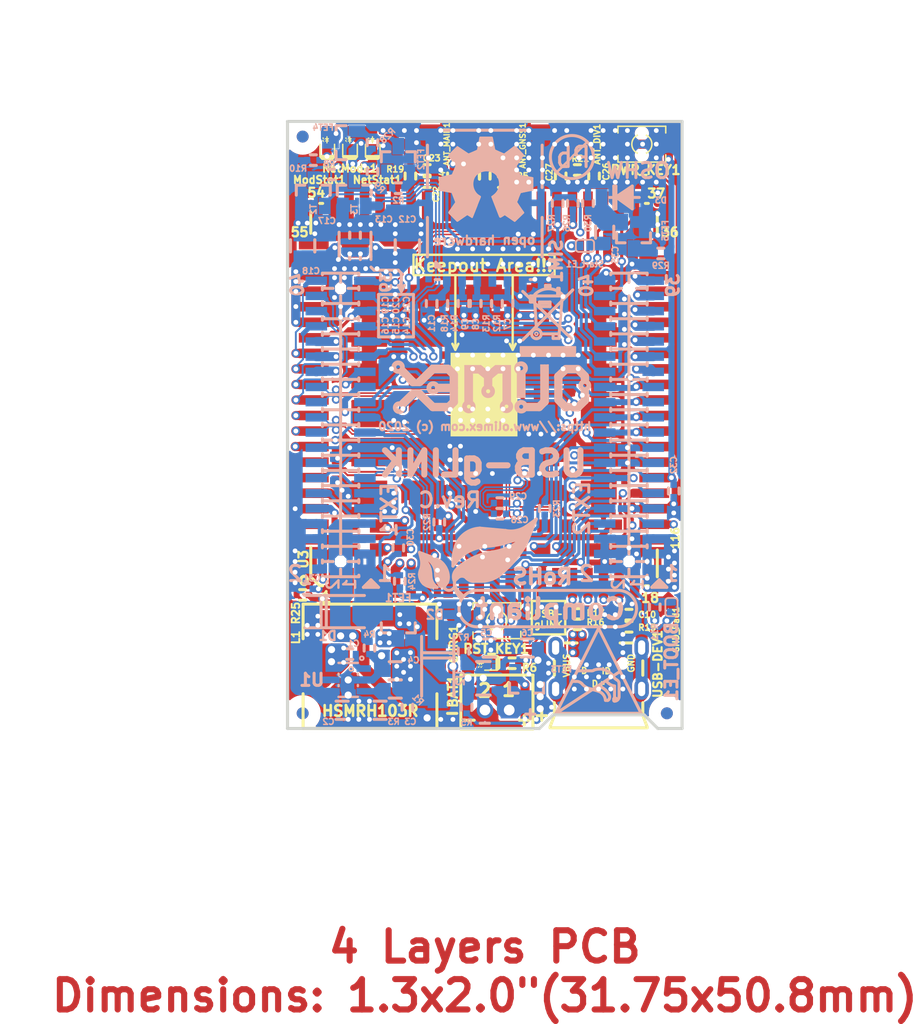
<source format=kicad_pcb>
(kicad_pcb (version 20221018) (generator pcbnew)
  (title_block (title "USB-gLINK") (date "2020-02-06") (rev "C") (company "OLIMEX Ltd.") (comment 1 "https://www.olimex.com"))
  (layers (0 "F.Cu" signal) (1 "In1.Cu" power) (2 "In2.Cu" power) (31 "B.Cu" signal) (34 "B.Paste" user) (35 "F.Paste" user) (36 "B.SilkS" user "B.Silkscreen") (37 "F.SilkS" user "F.Silkscreen") (38 "B.Mask" user) (39 "F.Mask" user) (44 "Edge.Cuts" user))
  (net 0 "")
  (net 1 "+5V")
  (net 2 "GND")
  (net 3 "+5V_EXT")
  (net 4 "VBAT")
  (net 5 "/ADC0")
  (net 6 "/PWR_KEY")
  (net 7 "/RST_KEY")
  (net 8 "/SIM_VDD")
  (net 9 "/TxD")
  (net 10 "/RxD")
  (net 11 "/SIM_DATA")
  (net 12 "/SIM_RST")
  (net 13 "/SIM_CLK")
  (net 14 "/USB_D-")
  (net 15 "/USB_D+")
  (net 16 "+5V_USB")
  (net 17 "VDD")
  (net 18 "/USB_BOOT")
  (net 19 "/SDC2_CMD")
  (net 20 "/SDC2_CLK")
  (net 21 "/SDC2_DATA0")
  (net 22 "/SDC2_DATA1")
  (net 23 "/SDC2_DATA2")
  (net 24 "/SDC2_DATA3")
  (net 25 "/SD_INS_DET#")
  (net 26 "/ADC1")
  (net 27 "/VDD-SDIO")
  (net 28 "/USIM2_VDD")
  (net 29 "/EPHY_RSTn")
  (net 30 "/Wakeup_In")
  (net 31 "/EPHY_INTn")
  (net 32 "/AP_Ready")
  (net 33 "/SGMII_MDATA")
  (net 34 "/W_Disable")
  (net 35 "/SGMII_MCLK")
  (net 36 "/Net_Mode")
  (net 37 "/Net_Status")
  (net 38 "/SGMII_TX_P")
  (net 39 "/Module_Status")
  (net 40 "/SGMII_RX_P")
  (net 41 "/PCM_CLK")
  (net 42 "/BT_EN")
  (net 43 "/PCM_SYNC")
  (net 44 "/BT_CTS")
  (net 45 "/PCM_OUT")
  (net 46 "/BT_RTS")
  (net 47 "/PCM_IN")
  (net 48 "/BT_TxD")
  (net 49 "/VDD_EXT")
  (net 50 "/BT_RxD")
  (net 51 "/PM_ENABLE")
  (net 52 "/WAKE_ON_WIRELESS")
  (net 53 "/COEX_UART_TX")
  (net 54 "/WLAN_SLP_CLK")
  (net 55 "/COEX_UART_RX")
  (net 56 "/WLAN_EN")
  (net 57 "/RI")
  (net 58 "/SDC1_CMD")
  (net 59 "/DCD")
  (net 60 "/SDC1_CLK")
  (net 61 "/DBG_RxD")
  (net 62 "/I2C_SCL")
  (net 63 "/DBG_TxD")
  (net 64 "/I2C_SDA")
  (net 65 "/SDC1_DATA3")
  (net 66 "/SDC1_DATA2")
  (net 67 "/DTR")
  (net 68 "/SDC1_DATA1")
  (net 69 "/RTS")
  (net 70 "/SDC1_DATA0")
  (net 71 "/CTS")
  (net 72 "/SGMII_TX_N")
  (net 73 "/SGMII_RX_N")
  (net 74 "/USB-D_P")
  (net 75 "/USB-D_N")
  (net 76 "Net-(ANT_DIV1-Pad1)")
  (net 77 "Net-(ANT_GNSS1-Pad1)")
  (net 78 "Net-(ANT_MAIN1-Pad1)")
  (net 79 "Net-(BOOT_E1-Pad1)")
  (net 80 "Net-(C1-Pad2)")
  (net 81 "Net-(C1-Pad1)")
  (net 82 "Net-(C3-Pad1)")
  (net 83 "Net-(C3-Pad2)")
  (net 84 "Net-(C8-Pad1)")
  (net 85 "Net-(C9-Pad1)")
  (net 86 "Net-(C10-Pad1)")
  (net 87 "Net-(C11-Pad1)")
  (net 88 "Net-(C22-Pad2)")
  (net 89 "Net-(C24-Pad2)")
  (net 90 "Net-(C26-Pad2)")
  (net 91 "Net-(CHRG1-Pad1)")
  (net 92 "Net-(FET3-Pad1)")
  (net 93 "Net-(FID1-PadFid1)")
  (net 94 "Net-(FID2-PadFid1)")
  (net 95 "Net-(FID3-PadFid1)")
  (net 96 "Net-(FID4-PadFid1)")
  (net 97 "Net-(FID5-PadFid1)")
  (net 98 "Net-(FID6-PadFid1)")
  (net 99 "Net-(ModStat1-Pad1)")
  (net 100 "Net-(NetMode1-Pad1)")
  (net 101 "Net-(NetStat1-Pad1)")
  (net 102 "Net-(R6-Pad2)")
  (net 103 "Net-(R7-Pad1)")
  (net 104 "Net-(R8-Pad2)")
  (net 105 "Net-(R9-Pad2)")
  (net 106 "Net-(SIM1-Pad6)")
  (net 107 "Net-(U3-Pad140)")
  (net 108 "Net-(U3-Pad117)")
  (net 109 "Net-(U3-Pad113)")
  (net 110 "Net-(U3-Pad55)")
  (net 111 "Net-(U3-Pad114)")
  (net 112 "Net-(U3-Pad116)")
  (net 113 "Net-(U3-Pad144)")
  (net 114 "Net-(U3-Pad143)")
  (net 115 "Net-(U3-Pad43)")
  (net 116 "Net-(U3-Pad18)")
  (net 117 "Net-(U3-Pad13)")
  (net 118 "Net-(U3-Pad142)")
  (net 119 "Net-(U3-Pad141)")
  (net 120 "Net-(U3-Pad3)")
  (net 121 "Net-(USB-DEV1-Pad4)")
  (net 122 "Net-(L2-Pad1)")
  (net 123 "/SGMII_RX+")
  (net 124 "/SGMII_RX-")
  (net 125 "Net-(FET2-Pad3)")
  (net 126 "/ANT_PWR")
  (net 127 "Net-(C35-Pad1)")
  (net 128 "Net-(C35-Pad2)")
  (net 129 "Net-(FET5-Pad3)")
  (footprint "OLIMEX_LEDs-FP:LED_0603_KA" (layer "F.Cu") (at 143.129 96.139 180)
    (fp_text reference "CHRG1")
    (fp_text value "LED/Yellow/0603")
  )
  (footprint "OLIMEX_Other-FP:TESTPAD_40-ROUND" (layer "F.Cu") (at 158.877 90.805)
    (fp_text reference "GND_Pad1")
    (fp_text value "TESTPAD" hide)
  )
  (footprint "OLIMEX_RLC-FP:R_0402_5MIL_DWS" (layer "F.Cu") (at 145.796 96.139)
    (fp_text reference "R6")
    (fp_text value "2.2k/R0402")
  )
  (footprint "OLIMEX_Other-FP:Fiducial1x3" (layer "F.Cu") (at 128.27 52.07)
    (fp_text reference "FID1" hide)
    (fp_text value "Fiducial" hide)
  )
  (footprint "OLIMEX_Buttons-FP:IT1185AU2_V2" (layer "F.Cu") (at 156.654501 52.705 180)
    (fp_text reference "PWR_KEY1")
    (fp_text value "IT1185AU2")
  )
  (footprint "OLIMEX_Connectors-FP:LIPO_BAT_VERTICAL_DW02S" (layer "F.Cu") (at 144.526 96.52 180)
    (fp_text reference "BAT1")
    (fp_text value "DW02S")
  )
  (footprint "OLIMEX_Other-FP:Fiducial1x3" (layer "F.Cu") (at 158.75 100.33)
    (fp_text reference "FID3" hide)
    (fp_text value "Fiducial" hide)
  )
  (footprint "OLIMEX_RLC-FP:R_0402_5MIL_DWS" (layer "F.Cu") (at 155.575 93.091 180)
    (fp_text reference "R15")
    (fp_text value "1M/R0402")
  )
  (footprint "OLIMEX_LEDs-FP:LED_0603_KA" (layer "F.Cu") (at 130.302 52.338899 90)
    (fp_text reference "ModStat1")
    (fp_text value "LED/Green/0603")
  )
  (footprint "OLIMEX_Connectors-FP:U.FL-R-SMT-1" (layer "F.Cu") (at 137.287 52.324)
    (fp_text reference "ANT_MAIN1")
    (fp_text value "(U.FL-R-SMT-1)+(ANTENNA_GSM_U.FL(PCB))")
  )
  (footprint "OLIMEX_RLC-FP:R_0402_5MIL_DWS" (layer "F.Cu") (at 141.732 55.372 90)
    (fp_text reference "R20")
    (fp_text value "10R/R0402")
  )
  (footprint "OLIMEX_RLC-FP:C_0402_5MIL_DWS" (layer "F.Cu") (at 144.907 54.864 180)
    (fp_text reference "C25")
    (fp_text value "NA/C0402")
  )
  (footprint "OLIMEX_RLC-FP:C_0402_5MIL_DWS" (layer "F.Cu") (at 144.907 55.88 180)
    (fp_text reference "C24")
    (fp_text value "NA/C0402")
  )
  (footprint "OLIMEX_LEDs-FP:LED_0603_KA" (layer "F.Cu") (at 132.207 52.338899 90)
    (fp_text reference "NetMode1")
    (fp_text value "LED/Red/0603")
  )
  (footprint "OLIMEX_Connectors-FP:U.FL-R-SMT-1" (layer "F.Cu") (at 149.86 52.324)
    (fp_text reference "ANT_DIV1")
    (fp_text value "NA(U.FL-R-SMT-1)")
  )
  (footprint "OLIMEX_RLC-FP:C_0402_5MIL_DWS" (layer "F.Cu") (at 149.86 55.372 90)
    (fp_text reference "C27")
    (fp_text value "NA/C0402")
  )
  (footprint "OLIMEX_RLC-FP:R_0402_5MIL_DWS" (layer "F.Cu") (at 151.257 54.864)
    (fp_text reference "R21")
    (fp_text value "NA(0R/R0402)")
  )
  (footprint "OLIMEX_RLC-FP:C_0402_5MIL_DWS" (layer "F.Cu") (at 138.684 54.864 180)
    (fp_text reference "C23")
    (fp_text value "NA/C0402")
  )
  (footprint "OLIMEX_RLC-FP:C_0402_5MIL_DWS" (layer "F.Cu") (at 138.684 55.88 180)
    (fp_text reference "C22")
    (fp_text value "NA/C0402")
  )
  (footprint "OLIMEX_RLC-FP:R_0402_5MIL_DWS" (layer "F.Cu") (at 137.287 55.372 -90)
    (fp_text reference "R19")
    (fp_text value "0R/R0402")
  )
  (footprint "OLIMEX_Connectors-FP:U.FL-R-SMT-1" (layer "F.Cu") (at 143.51 52.324)
    (fp_text reference "ANT_GNSS1")
    (fp_text value "(U.FL-R-SMT-1)+(ANTENNA-GPS-25x25-200-u.FL)")
  )
  (footprint "OLIMEX_LEDs-FP:LED_0603_KA" (layer "F.Cu") (at 134.112 52.338899 90)
    (fp_text reference "NetStat1")
    (fp_text value "LED/Yellow/0603")
  )
  (footprint "OLIMEX_Other-FP:Fiducial1x3" (layer "F.Cu") (at 128.27 100.33)
    (fp_text reference "FID5" hide)
    (fp_text value "Fiducial" hide)
  )
  (footprint "OLIMEX_Connectors-FP:USB-MICRO_MISB-SWMM-5B_LF" (layer "F.Cu") (at 153.035 98.044 -90)
    (fp_text reference "USB-DEV1")
    (fp_text value "MISB-SWMM-5B-LF(USB_MICRO)")
  )
  (footprint "OLIMEX_RLC-FP:R_0402_5MIL_DWS" (layer "F.Cu") (at 151.257 92.0115)
    (fp_text reference "R17")
    (fp_text value "22R/R0402")
  )
  (footprint "OLIMEX_RLC-FP:R_0402_5MIL_DWS" (layer "F.Cu") (at 151.257 92.8885)
    (fp_text reference "R16")
    (fp_text value "22R/R0402")
  )
  (footprint "OLIMEX_RLC-FP:C_0402_5MIL_DWS" (layer "F.Cu") (at 155.575 92.075 180)
    (fp_text reference "C10")
    (fp_text value "10nF/10V/10%/X5R/C0402")
  )
  (footprint "OLIMEX_RLC-FP:R_0402_5MIL_DWS" (layer "F.Cu") (at 128.27 90.424)
    (fp_text reference "R25")
    (fp_text value "NA(10k/R0402)")
  )
  (footprint "OLIMEX_Cases-FP:Quectel_EG25-G_Module_LGA-144_32.0mmx29.0mmx2.4mm" (layer "F.Cu") (at 143.4465 73.66)
    (fp_text reference "U3")
    (fp_text value "Quectel_EG25-G_Module")
  )
  (footprint "OLIMEX_Buttons-FP:IT1185AU2_V2" (layer "F.Cu") (at 144.526 92.583 180)
    (fp_text reference "RST_KEY1")
    (fp_text value "IT1185AU2")
  )
  (footprint "OLIMEX_RLC-FP:HSMRH103R" (layer "F.Cu") (at 133.905 96.393)
    (fp_text reference "L1")
    (fp_text value "2.5uH/3.2A/26mR/20%/10.3x10.4x3.0mm(HSMRH103R-2R5M)")
  )
  (footprint "OLIMEX_RLC-FP:C_0402_5MIL_DWS" (layer "F.Cu") (at 143.51 55.372 90)
    (fp_text reference "C33")
    (fp_text value "100pF/50V/5%/COG/C0402")
  )
  (footprint "OLIMEX_RLC-FP:L_0402_5MIL_DWS" (layer "F.Cu") (at 142.621 55.372 90)
    (fp_text reference "L2")
    (fp_text value "33nH/0402")
  )
  (footprint "OLIMEX_RLC-FP:C_0402_5MIL_DWS" (layer "F.Cu") (at 140.843 55.372 -90)
    (fp_text reference "C34")
    (fp_text value "100nF/10V/10%/X5R/C0402")
  )
  (footprint "OLIMEX_RLC-FP:C_0402_5MIL_DWS" (layer "F.Cu") (at 152.654 55.372 90)
    (fp_text reference "C26")
    (fp_text value "NA/C0402")
  )
  (footprint "OLIMEX_RLC-FP:C_0603_5MIL_DWS" (layer "B.Cu") (at 136.017 96.774 180)
    (fp_text reference "C4")
    (fp_text value "22uF/6.3V/20%/X5R/C0603")
  )
  (footprint "OLIMEX_RLC-FP:C_0603_5MIL_DWS" (layer "B.Cu") (at 143.891 94.869)
    (fp_text reference "C5")
    (fp_text value "22uF/6.3V/20%/X5R/C0603")
  )
  (footprint "OLIMEX_RLC-FP:C_0402_5MIL_DWS" (layer "B.Cu") (at 142.748 66.04 -90)
    (fp_text reference "C8")
    (fp_text value "33pF/50V/5%/COG/C0402")
  )
  (footprint "OLIMEX_RLC-FP:C_0402_5MIL_DWS" (layer "B.Cu") (at 139.065 66.04 -90)
    (fp_text reference "C11")
    (fp_text value "33pF/50V/5%/COG/C0402")
  )
  (footprint "OLIMEX_RLC-FP:C_0805_5MIL_DWS" (layer "B.Cu") (at 128.269999 61.214 90)
    (fp_text reference "C18")
    (fp_text value "47uF/6.3V/20%/X5R/C0805")
  )
  (footprint "OLIMEX_Other-FP:Fiducial1x3" (layer "B.Cu") (at 128.27 52.07)
    (fp_text reference "FID2" hide)
    (fp_text value "Fiducial" hide)
  )
  (footprint "OLIMEX_Other-FP:Fiducial1x3" (layer "B.Cu") (at 158.75 100.33)
    (fp_text reference "FID4" hide)
    (fp_text value "Fiducial" hide)
  )
  (footprint "OLIMEX_RLC-FP:R_0402_5MIL_DWS" (layer "B.Cu") (at 144.526 66.04 90)
    (fp_text reference "R12")
    (fp_text value "10k/R0402")
  )
  (footprint "OLIMEX_RLC-FP:R_0402_5MIL_DWS" (layer "B.Cu") (at 143.637 66.04 90)
    (fp_text reference "R13")
    (fp_text value "22R/R0402")
  )
  (footprint "OLIMEX_RLC-FP:R_0402_5MIL_DWS" (layer "B.Cu") (at 140.843 66.04 90)
    (fp_text reference "R14")
    (fp_text value "22R/R0402")
  )
  (footprint "OLIMEX_Transistors-FP:SOT23" (layer "B.Cu") (at 132.588 56.769 -90)
    (fp_text reference "T3")
    (fp_text value "LMUN2211LT1G(SOT23-3)")
  )
  (footprint "OLIMEX_RLC-FP:R_0402_5MIL_DWS" (layer "B.Cu") (at 141.732 95.123 90)
    (fp_text reference "R7")
    (fp_text value "2.2k/R0402")
  )
  (footprint "OLIMEX_Transistors-FP:SOT23" (layer "B.Cu") (at 129.159 56.769 -90)
    (fp_text reference "T2")
    (fp_text value "LMUN2211LT1G(SOT23-3)")
  )
  (footprint "OLIMEX_RLC-FP:C_0603_5MIL_DWS" (layer "B.Cu") (at 131.572 100.076)
    (fp_text reference "C2")
    (fp_text value "22uF/6.3V/20%/X5R/C0603")
  )
  (footprint "OLIMEX_IC-FP:SOT-23-5" (layer "B.Cu") (at 143.383 97.4065)
    (fp_text reference "U2")
    (fp_text value "BL4054B-42TPRN(SOT23-5)")
  )
  (footprint "OLIMEX_RLC-FP:C_0402_5MIL_DWS" (layer "B.Cu") (at 141.732 66.04 -90)
    (fp_text reference "C9")
    (fp_text value "33pF/50V/5%/COG/C0402")
  )
  (footprint "OLIMEX_RLC-FP:R_0402_5MIL_DWS" (layer "B.Cu") (at 141.986 99.822 90)
    (fp_text reference "R5")
    (fp_text value "10k/R0402")
  )
  (footprint "OLIMEX_RLC-FP:C_0402_5MIL_DWS" (layer "B.Cu") (at 137.033 99.822 90)
    (fp_text reference "C3")
    (fp_text value "33pF/50V/5%/COG/C0402")
  )
  (footprint "OLIMEX_RLC-FP:C_0402_5MIL_DWS" (layer "B.Cu") (at 145.415 66.04 90)
    (fp_text reference "C7")
    (fp_text value "100nF/10V/10%/X5R/C0402")
  )
  (footprint "OLIMEX_RLC-FP:C_0805_5MIL_DWS" (layer "B.Cu") (at 130.301999 61.214 90)
    (fp_text reference "C17")
    (fp_text value "47uF/6.3V/20%/X5R/C0805")
  )
  (footprint "OLIMEX_RLC-FP:C_0402_5MIL_DWS" (layer "B.Cu") (at 131.762502 60.325 90)
    (fp_text reference "C19")
    (fp_text value "100nF/10V/10%/X5R/C0402")
  )
  (footprint "OLIMEX_RLC-FP:R_0603_5MIL_DWS" (layer "B.Cu") (at 136.017 98.298)
    (fp_text reference "R1")
    (fp_text value "200k/1%/R0603")
  )
  (footprint "OLIMEX_RLC-FP:R_0603_5MIL_DWS" (layer "B.Cu") (at 134.747 100.076 180)
    (fp_text reference "R3")
    (fp_text value "33k/1%/R0603")
  )
  (footprint "OLIMEX_RLC-FP:C_0603_5MIL_DWS" (layer "B.Cu") (at 147.066 94.869 180)
    (fp_text reference "C6")
    (fp_text value "22uF/6.3V/20%/X5R/C0603")
  )
  (footprint "OLIMEX_Connectors-FP:SIM(NANO)-HOLDER(SIM-SMT-6P(NASCT-W0012X-06-LF))" (layer "B.Cu") (at 143.51 57.785)
    (fp_text reference "SIM1")
    (fp_text value "SIM-SMT-6P(NASCT-W0012X-06-LF)")
  )
  (footprint "OLIMEX_Transistors-FP:SOT23" (layer "B.Cu") (at 136.271 92.964 90)
    (fp_text reference "FET1")
    (fp_text value "IRLML6402(SOT23-3)")
  )
  (footprint "OLIMEX_RLC-FP:R_0402_5MIL_DWS" (layer "B.Cu") (at 134.112 54.991 -90)
    (fp_text reference "R9")
    (fp_text value "2.2k/R0402")
  )
  (footprint "OLIMEX_Connectors-FP:GPCB127SMT-02X20(YA-V36P-2X20-LF)" (layer "B.Cu") (at 155.575 76.2 90)
    (fp_text reference "EXT2")
    (fp_text value "NA(YA-V36P-2X20-LF)")
  )
  (footprint "OLIMEX_Diodes-FP:SMA-KA" (layer "B.Cu") (at 130.937 91.821)
    (fp_text reference "D1")
    (fp_text value "1N5822/SMA")
  )
  (footprint "OLIMEX_Regulators-FP:SOT23-6" (layer "B.Cu") (at 132.08 97.536)
    (fp_text reference "U1")
    (fp_text value "SY8113ADC(SOT23-6)")
  )
  (footprint "OLIMEX_RLC-FP:C_0402_5MIL_DWS" (layer "B.Cu") (at 132.207 95.377 180)
    (fp_text reference "C1")
    (fp_text value "100nF/10V/10%/X5R/C0402")
  )
  (footprint "OLIMEX_RLC-FP:R_0402_5MIL_DWS" (layer "B.Cu") (at 129.159 54.0385 180)
    (fp_text reference "R10")
    (fp_text value "2.2k/R0402")
  )
  (footprint "OLIMEX_RLC-FP:C_0402_5MIL_DWS" (layer "B.Cu") (at 132.651501 60.325001 90)
    (fp_text reference "C20")
    (fp_text value "33pF/50V/5%/COG/C0402")
  )
  (footprint "OLIMEX_RLC-FP:C_0805_5MIL_DWS" (layer "B.Cu") (at 137.033 61.214 90)
    (fp_text reference "C12")
    (fp_text value "47uF/6.3V/20%/X5R/C0805")
  )
  (footprint "OLIMEX_RLC-FP:R_0402_5MIL_DWS" (layer "B.Cu") (at 139.954 66.04 90)
    (fp_text reference "R18")
    (fp_text value "22R/R0402")
  )
  (footprint "OLIMEX_Other-FP:Fiducial1x3" (layer "B.Cu") (at 128.27 100.33)
    (fp_text reference "FID6" hide)
    (fp_text value "Fiducial" hide)
  )
  (footprint "OLIMEX_RLC-FP:R_0402_5MIL_DWS" (layer "B.Cu") (at 157.734 91.44 90)
    (fp_text reference "R11")
    (fp_text value "4.7k/R0402")
  )
  (footprint "OLIMEX_Jumpers-FP:SJ_1_SMALLER" (layer "B.Cu") (at 159.131 91.44 -90)
    (fp_text reference "BOOT_E1")
    (fp_text value "Opened" hide)
  )
  (footprint "OLIMEX_LOGOs-FP:LOGO_ANTISTATIC_1" (layer "B.Cu") (at 156.591 100.33 180)
    (fp_text reference "Sign_Antistatic" hide)
    (fp_text value "Val**" hide)
  )
  (footprint "OLIMEX_LOGOs-FP:OLIMEX_LOGO_TB" (layer "B.Cu") (at 143.891 73.025 180)
    (fp_text reference "Logo_OLimeX" hide)
    (fp_text value "" hide)
  )
  (footprint "OLIMEX_LOGOs-FP:LOGO_PBFREE" (layer "B.Cu") (at 151.003 53.467)
    (fp_text reference "Sign_Pb-Free")
    (fp_text value "")
  )
  (footprint "OLIMEX_LOGOs-FP:LOGO_RECYCLEBIN_1" (layer "B.Cu") (at 151.13 70.485 180)
    (fp_text reference "Logo_RecycleBin" hide)
    (fp_text value "" hide)
  )
  (footprint "OLIMEX_Connectors-FP:GPCB127SMT-02X20(YA-V36P-2X20-LF)" (layer "B.Cu") (at 131.445 76.2 90)
    (fp_text reference "EXT1")
    (fp_text value "NA(YA-V36P-2X20-LF)")
  )
  (footprint "OLIMEX_RLC-FP:R_0402_5MIL_DWS" (layer "B.Cu") (at 133.858 94.869 90)
    (fp_text reference "R4")
    (fp_text value "10k/R0402")
  )
  (footprint "OLIMEX_RLC-FP:R_0402_5MIL_DWS" (layer "B.Cu") (at 139.7 84.328 -90)
    (fp_text reference "R22")
    (fp_text value "NA(1.5k/R0402)")
  )
  (footprint "OLIMEX_RLC-FP:C_0402_5MIL_DWS" (layer "B.Cu") (at 133.540499 60.325 90)
    (fp_text reference "C21")
    (fp_text value "10pF/50V/5%/COG/C0402")
  )
  (footprint "OLIMEX_RLC-FP:C_0805_5MIL_DWS" (layer "B.Cu") (at 135.001 61.214 90)
    (fp_text reference "C13")
    (fp_text value "47uF/6.3V/20%/X5R/C0805")
  )
  (footprint "OLIMEX_RLC-FP:C_0402_5MIL_DWS" (layer "B.Cu") (at 133.540501 62.103 90)
    (fp_text reference "C14")
    (fp_text value "100nF/10V/10%/X5R/C0402")
  )
  (footprint "OLIMEX_RLC-FP:C_0402_5MIL_DWS" (layer "B.Cu") (at 131.7625 62.103 90)
    (fp_text reference "C16")
    (fp_text value "10pF/50V/5%/COG/C0402")
  )
  (footprint "OLIMEX_RLC-FP:C_0402_5MIL_DWS" (layer "B.Cu") (at 132.651501 62.103 90)
    (fp_text reference "C15")
    (fp_text value "33pF/50V/5%/COG/C0402")
  )
  (footprint "OLIMEX_Transistors-FP:SOT23" (layer "B.Cu") (at 147.0025 98.00844 90)
    (fp_text reference "FET3")
    (fp_text value "IRLML6402(SOT23-3)")
  )
  (footprint "OLIMEX_LOGOs-FP:LOGO_OPENHARDWARE_8x8" (layer "B.Cu") (at 143.637 56.134 180)
    (fp_text reference "Logo_OSHW" hide)
    (fp_text value "" hide)
  )
  (footprint "OLIMEX_LOGOs-FP:LOGO_ROHS_1" (layer "B.Cu") (at 155.194 92.456 180)
    (fp_text reference "Sign_RoHS" hide)
    (fp_text value "Val**" hide)
  )
  (footprint "OLIMEX_RLC-FP:C_0402_5MIL_DWS" (layer "B.Cu") (at 144.779999 83.6295)
    (fp_text reference "C28")
    (fp_text value "100nF/10V/10%/X5R/C0402")
  )
  (footprint "OLIMEX_RLC-FP:C_0402_5MIL_DWS" (layer "B.Cu") (at 144.78 82.740501)
    (fp_text reference "C29")
    (fp_text value "100nF/10V/10%/X5R/C0402")
  )
  (footprint "OLIMEX_RLC-FP:C_0402_5MIL_DWS" (layer "B.Cu") (at 128.5875 89.916 180)
    (fp_text reference "C31")
    (fp_text value "10nF/10V/10%/X5R/C0402")
  )
  (footprint "OLIMEX_RLC-FP:C_0402_5MIL_DWS" (layer "B.Cu") (at 159.3215 81.7245 -90)
    (fp_text reference "C32")
    (fp_text value "10nF/10V/10%/X5R/C0402")
  )
  (footprint "OLIMEX_RLC-FP:R_0402_5MIL_DWS" (layer "B.Cu") (at 148.5265 83.185 90)
    (fp_text reference "R23")
    (fp_text value "NA(10k/R0402)")
  )
  (footprint "OLIMEX_RLC-FP:R_0402_5MIL_DWS" (layer "B.Cu") (at 136.398 89.281 -90)
    (fp_text reference "R24")
    (fp_text value "NA(10k/R0402)")
  )
  (footprint "OLIMEX_RLC-FP:R_0402_5MIL_DWS" (layer "B.Cu") (at 149.606 57.658 -90)
    (fp_text reference "R27")
    (fp_text value "NA(3.9k/R0402)")
  )
  (footprint "OLIMEX_RLC-FP:R_0402_5MIL_DWS" (layer "B.Cu") (at 150.876 57.658 -90)
    (fp_text reference "R26")
    (fp_text value "NA(3.9k/R0402)")
  )
  (footprint "OLIMEX_RLC-FP:C_0402_5MIL_DWS" (layer "B.Cu") (at 136.271 86.487 90)
    (fp_text reference "C30")
    (fp_text value "10nF/10V/10%/X5R/C0402")
  )
  (footprint "OLIMEX_Diodes-FP:SMA-KA" (layer "B.Cu") (at 139.573 96.393 -90)
    (fp_text reference "D2")
    (fp_text value "1N5822/SMA")
  )
  (footprint "OLIMEX_Transistors-FP:SOT23" (layer "B.Cu") (at 136.271 53.975 -90)
    (fp_text reference "FET2")
    (fp_text value "BSS138(SOT23-3)")
  )
  (footprint "OLIMEX_RLC-FP:R_0402_5MIL_DWS" (layer "B.Cu") (at 136.271 56.388)
    (fp_text reference "R2")
    (fp_text value "10k/R0402")
  )
  (footprint "OLIMEX_Transistors-FP:SOT23" (layer "B.Cu") (at 131.699 52.578)
    (fp_text reference "FET4")
    (fp_text value "IRLML6402(SOT23-3)")
  )
  (footprint "OLIMEX_RLC-FP:R_0402_5MIL_DWS" (layer "B.Cu") (at 130.683 55.245 180)
    (fp_text reference "R8")
    (fp_text value "2.2k/R0402")
  )
  (footprint "OLIMEX_RLC-FP:R_0402_5MIL_DWS" (layer "B.Cu") (at 134.112 52.578 90)
    (fp_text reference "R28")
    (fp_text value "10k/R0402")
  )
  (footprint "OLIMEX_RLC-FP:C_0603_5MIL_DWS" (layer "B.Cu") (at 153.543 60.071 90)
    (fp_text reference "C35")
    (fp_text value "22uF/6.3V/20%/X5R/C0603")
  )
  (footprint "OLIMEX_RLC-FP:R_0402_5MIL_DWS" (layer "B.Cu") (at 158.242 61.849)
    (fp_text reference "R29")
    (fp_text value "100R/R0402")
  )
  (footprint "OLIMEX_Jumpers-FP:SJ_1_SMALLER" (layer "B.Cu") (at 151.892 61.214)
    (fp_text reference "Start_E1")
    (fp_text value "Soldered" hide)
  )
  (footprint "OLIMEX_RLC-FP:R_0402_5MIL_DWS" (layer "B.Cu") (at 152.146 57.658 -90)
    (fp_text reference "R30")
    (fp_text value "470k/R0402")
  )
  (footprint "OLIMEX_Transistors-FP:SOT23" (layer "B.Cu") (at 155.956 60.325 90)
    (fp_text reference "FET5")
    (fp_text value "BSS138(SOT23-3)")
  )
  (footprint "OLIMEX_Diodes-FP:SOD-123_1C-2A_KA" (layer "B.Cu") (at 155.194 57.15)
    (fp_text reference "D3")
    (fp_text value "1N5819S4/SOD123")
  )
  (gr_line (start 133.985 89.154) (end 134.62 89.789) (stroke (width 0.254)) (layer "B.SilkS"))
  (gr_line (start 158.115 89.154) (end 157.48 89.789) (stroke (width 0.254)) (layer "B.SilkS"))
  (gr_line (start 158.623 89.662) (end 157.607 89.662) (stroke (width 0.254)) (layer "B.SilkS"))
  (gr_line (start 158.496 89.535) (end 157.734 89.535) (stroke (width 0.254)) (layer "B.SilkS"))
  (gr_line (start 158.115 89.154) (end 158.75 89.789) (stroke (width 0.254)) (layer "B.SilkS"))
  (gr_line (start 157.48 89.789) (end 158.75 89.789) (stroke (width 0.254)) (layer "B.SilkS"))
  (gr_line (start 158.369 89.408) (end 157.861 89.408) (stroke (width 0.254)) (layer "B.SilkS"))
  (gr_line (start 137.541 68.834) (end 137.541 65.278) (stroke (width 0.254)) (layer "B.SilkS"))
  (gr_line (start 136.271 63.246) (end 134.239 63.246) (stroke (width 0.254)) (layer "B.SilkS"))
  (gr_line (start 134.239 89.408) (end 133.731 89.408) (stroke (width 0.254)) (layer "B.SilkS"))
  (gr_line (start 136.525 65.024) (end 136.525 63.5) (stroke (width 0.254)) (layer "B.SilkS"))
  (gr_line (start 133.35 89.789) (end 134.62 89.789) (stroke (width 0.254)) (layer "B.SilkS"))
  (gr_line (start 133.985 89.154) (end 133.35 89.789) (stroke (width 0.254)) (layer "B.SilkS"))
  (gr_line (start 134.62 65.278) (end 134.62 68.834) (stroke (width 0.254)) (layer "B.SilkS"))
  (gr_line (start 134.493 89.662) (end 133.477 89.662) (stroke (width 0.254)) (layer "B.SilkS"))
  (gr_line (start 136.525 63.5) (end 136.271 63.246) (stroke (width 0.254)) (layer "B.SilkS"))
  (gr_line (start 137.541 65.278) (end 134.62 65.278) (stroke (width 0.254)) (layer "B.SilkS"))
  (gr_line (start 134.239 63.246) (end 133.985 62.992) (stroke (width 0.254)) (layer "B.SilkS"))
  (gr_line (start 136.525 65.024) (end 136.779 64.516) (stroke (width 0.254)) (layer "B.SilkS"))
  (gr_line (start 134.62 68.834) (end 137.541 68.834) (stroke (width 0.254)) (layer "B.SilkS"))
  (gr_line (start 134.366 89.535) (end 133.604 89.535) (stroke (width 0.254)) (layer "B.SilkS"))
  (gr_line (start 136.525 65.024) (end 136.271 64.516) (stroke (width 0.254)) (layer "B.SilkS"))
  (gr_line (start 150.241 90.932) (end 147.447 90.932) (stroke (width 0.2032)) (layer "F.SilkS"))
  (gr_line (start 144.2085 54.229) (end 144.2085 54.356) (stroke (width 0.127)) (layer "F.SilkS"))
  (gr_line (start 144.2085 54.356) (end 144.335501 54.356) (stroke (width 0.127)) (layer "F.SilkS"))
  (gr_line (start 144.526 54.0385) (end 144.2085 54.356) (stroke (width 0.127)) (layer "F.SilkS"))
  (gr_line (start 147.447 90.932) (end 147.447 93.726) (stroke (width 0.2032)) (layer "F.SilkS"))
  (gr_line (start 150.241 93.726) (end 150.241 90.932) (stroke (width 0.2032)) (layer "F.SilkS"))
  (gr_line (start 147.447 93.726) (end 150.241 93.726) (stroke (width 0.2032)) (layer "F.SilkS"))
  (gr_line (start 127 101.6) (end 148.082 101.6) (stroke (width 0.254)) (layer "Edge.Cuts"))
  (gr_line (start 157.988 101.6) (end 160.02 101.6) (stroke (width 0.254)) (layer "Edge.Cuts"))
  (gr_line (start 156.845 100.457) (end 149.225 100.457) (stroke (width 0.254)) (layer "Edge.Cuts"))
  (gr_line (start 127 101.6) (end 127 50.8) (stroke (width 0.254)) (layer "Edge.Cuts"))
  (gr_line (start 127 50.8) (end 160.02 50.8) (stroke (width 0.254)) (layer "Edge.Cuts"))
  (gr_line (start 160.02 101.6) (end 160.02 50.8) (stroke (width 0.254)) (layer "Edge.Cuts"))
  (gr_line (start 149.225 100.457) (end 148.082 101.6) (stroke (width 0.254)) (layer "Edge.Cuts"))
  (gr_line (start 157.988 101.6) (end 156.845 100.457) (stroke (width 0.254)) (layer "Edge.Cuts"))
  (gr_text "4 Layers PCB\nDimensions: 1.3x2.0\"(31.75x50.8mm)" (at 143.51 121.92) (layer "F.Cu") (effects (font (size 2.54 2.54) (thickness 0.508))))
  (gr_text "+" (at 147.32 100.33) (layer "B.SilkS") (effects (font (size 1.016 1.016) (thickness 0.254)) (justify mirror)))
  (gr_text "USB-gLINK" (at 143.383 79.4385) (layer "B.SilkS") (effects (font (size 2.032 2.032) (thickness 0.508)) (justify mirror)))
  (gr_text "-" (at 143.51 101.092) (layer "B.SilkS") (effects (font (size 1.016 1.016) (thickness 0.254)) (justify mirror)))
  (gr_text "1" (at 135.128 88.646) (layer "B.SilkS") (effects (font (size 1.27 1.27) (thickness 0.254)) (justify mirror)))
  (gr_text "40" (at 152.019 64.516 90) (layer "B.SilkS") (effects (font (size 1.016 1.016) (thickness 0.254)) (justify mirror)))
  (gr_text "40" (at 127.8255 64.4525 90) (layer "B.SilkS") (effects (font (size 1.016 1.016) (thickness 0.254)) (justify mirror)))
  (gr_text "39" (at 159.258 64.516 90) (layer "B.SilkS") (effects (font (size 1.016 1.016) (thickness 0.254)) (justify mirror)))
  (gr_text "39" (at 135.255 64.262 90) (layer "B.SilkS") (effects (font (size 0.889 0.889) (thickness 0.22225)) (justify mirror)))
  (gr_text "2" (at 127.635 88.646) (layer "B.SilkS") (effects (font (size 1.27 1.27) (thickness 0.254)) (justify mirror)))
  (gr_text "Rev.C" (at 140.589 82.4865) (layer "B.SilkS") (effects (font (size 1.27 1.27) (thickness 0.254)) (justify mirror)))
  (gr_text "1" (at 159.131 88.646) (layer "B.SilkS") (effects (font (size 1.27 1.27) (thickness 0.254)) (justify mirror)))
  (gr_text "2" (at 152.019 88.646) (layer "B.SilkS") (effects (font (size 1.27 1.27) (thickness 0.254)) (justify mirror)))
  (gr_text "https://www.olimex.com (c) 2020" (at 143.51 76.327) (layer "B.SilkS") (effects (font (size 0.6858 0.6858) (thickness 0.17145)) (justify mirror)))
  (gr_text "OSHW" (at 156.337 54.9275) (layer "B.SilkS") (effects (font (size 1.27 1.27) (thickness 0.254)) (justify mirror)))
  (gr_text "18" (at 157.353 90.678) (layer "F.SilkS") (effects (font (size 0.762 0.762) (thickness 0.1905))))
  (gr_text "-" (at 142.24 100.838) (layer "F.SilkS") (effects (font (size 1.016 1.016) (thickness 0.254))))
  (gr_text "-" (at 140.7795 100.2665) (layer "F.SilkS") (effects (font (size 1.016 1.016) (thickness 0.254))))
  (gr_text "USB-\ngLINK" (at 148.844 92.456) (layer "F.SilkS") (effects (font (size 0.5588 0.5588) (thickness 0.1397))))
  (gr_text "36" (at 159.004 60.071) (layer "F.SilkS") (effects (font (size 0.762 0.762) (thickness 0.1905))))
  (gr_text "37" (at 157.861 56.8325) (layer "F.SilkS") (effects (font (size 0.762 0.762) (thickness 0.1905))))
  (gr_text "54" (at 129.413 56.769) (layer "F.SilkS") (effects (font (size 0.762 0.762) (thickness 0.1905))))
  (gr_text "55" (at 128.016 60.071) (layer "F.SilkS") (effects (font (size 0.762 0.762) (thickness 0.1905))))
  (gr_text "116" (at 159.4485 85.6615 90) (layer "F.SilkS") (effects (font (size 0.635 0.635) (thickness 0.15875))))
  (gr_text "+" (at 148.2725 100.457) (layer "F.SilkS") (effects (font (size 1.016 1.016) (thickness 0.254))))
  (gr_text "+" (at 146.812 100.838) (layer "F.SilkS") (effects (font (size 1.016 1.016) (thickness 0.254))))
  (segment (start 143.002 94.107) (end 143.002 94.107) (width 1.016) (layer "F.Cu") (net 1))
  (segment (start 143.002 94.107) (end 142.113 94.107) (width 1.016) (layer "F.Cu") (net 1))
  (segment (start 132.1435 92.202) (end 129.54 92.202) (width 1.016) (layer "F.Cu") (net 1))
  (segment (start 128.651 93.726) (end 129.54 93.726) (width 1.016) (layer "F.Cu") (net 1))
  (segment (start 142.113 94.107) (end 142.113 95.631) (width 1.016) (layer "F.Cu") (net 1))
  (segment (start 142.113 94.107) (end 141.097 94.107) (width 1.016) (layer "F.Cu") (net 1))
  (segment (start 142.113 95.504) (end 142.113 95.631) (width 1.016) (layer "F.Cu") (net 1))
  (segment (start 137.896763 91.922763) (end 139.192 93.218) (width 1.016) (layer "F.Cu") (net 1))
  (segment (start 142.113 95.631) (end 142.113 96.393) (width 1.016) (layer "F.Cu") (net 1))
  (segment (start 128.651 92.964) (end 128.651 93.726) (width 1.016) (layer "F.Cu") (net 1))
  (segment (start 128.778 92.964) (end 128.651 92.964) (width 1.016) (layer "F.Cu") (net 1))
  (segment (start 139.827 93.218) (end 139.192 93.218) (width 1.016) (layer "F.Cu") (net 1))
  (segment (start 132.422737 91.922763) (end 132.1435 92.202) (width 1.016) (layer "F.Cu") (net 1))
  (segment (start 137.16 92.837) (end 136.398 92.075) (width 1.016) (layer "F.Cu") (net 1))
  (segment (start 136.11225 92.55125) (end 130.58775 92.55125) (width 1.016) (layer "F.Cu") (net 1))
  (segment (start 129.794 92.71) (end 129.54 92.964) (width 1.016) (layer "F.Cu") (net 1))
  (segment (start 142.367 95.631) (end 143.002 94.996) (width 1.016) (layer "F.Cu") (net 1))
  (segment (start 129.54 93.726) (end 131.064 92.202) (width 1.016) (layer "F.Cu") (net 1))
  (segment (start 129.54 92.202) (end 129.413 92.202) (width 1.016) (layer "F.Cu") (net 1))
  (segment (start 140.716 94.107) (end 139.827 93.218) (width 1.016) (layer "F.Cu") (net 1))
  (segment (start 137.375737 91.922763) (end 138.670974 93.218) (width 1.016) (layer "F.Cu") (net 1))
  (segment (start 129.413 92.202) (end 128.651 92.964) (width 1.016) (layer "F.Cu") (net 1))
  (segment (start 143.002 94.996) (end 143.002 94.107) (width 1.016) (layer "F.Cu") (net 1))
  (segment (start 128.651 92.964) (end 129.54 92.964) (width 1.016) (layer "F.Cu") (net 1))
  (segment (start 142.113 96.393) (end 142.110798 96.395202) (width 1.016) (layer "F.Cu") (net 1))
  (segment (start 141.097 94.107) (end 140.716 94.107) (width 1.016) (layer "F.Cu") (net 1))
  (segment (start 130.58775 92.55125) (end 130.175 92.964) (width 1.016) (layer "F.Cu") (net 1))
  (segment (start 130.175 92.583) (end 129.794 92.202) (width 1.016) (layer "F.Cu") (net 1))
  (segment (start 142.367 96.139) (end 142.367 95.631) (width 1.016) (layer "F.Cu") (net 1))
  (segment (start 138.670974 93.218) (end 139.192 93.218) (width 1.016) (layer "F.Cu") (net 1))
  (segment (start 137.375737 91.922763) (end 132.422737 91.922763) (width 1.016) (layer "F.Cu") (net 1))
  (segment (start 130.175 92.964) (end 130.175 92.583) (width 1.016) (layer "F.Cu") (net 1))
  (segment (start 139.192 93.218) (end 136.779 93.218) (width 1.016) (layer "F.Cu") (net 1))
  (segment (start 142.110798 96.395202) (end 142.110798 96.747813) (width 1.016) (layer "F.Cu") (net 1))
  (segment (start 142.110798 96.747813) (end 142.110798 97.384209) (width 1.016) (layer "F.Cu") (net 1))
  (segment (start 137.375737 91.922763) (end 137.896763 91.922763) (width 1.016) (layer "F.Cu") (net 1))
  (segment (start 129.54 92.202) (end 128.778 92.964) (width 1.016) (layer "F.Cu") (net 1))
  (segment (start 129.54 92.964) (end 130.175 92.964) (width 1.016) (layer "F.Cu") (net 1))
  (segment (start 136.779 93.218) (end 136.11225 92.55125) (width 1.016) (layer "F.Cu") (net 1))
  (segment (start 129.794 92.202) (end 129.794 92.71) (width 1.016) (layer "F.Cu") (net 1))
  (segment (start 140.716 94.107) (end 142.113 95.504) (width 1.016) (layer "F.Cu") (net 1))
  (segment (start 129.794 92.202) (end 129.413 92.202) (width 1.016) (layer "F.Cu") (net 1))
  (segment (start 142.113 96.393) (end 142.367 96.139) (width 1.016) (layer "F.Cu") (net 1))
  (via (at 136.398 92.075) (size 0.7) (drill 0.4) (layers "F.Cu" "B.Cu") (net 1))
  (via (at 129.54 92.202) (size 0.7) (drill 0.4) (layers "F.Cu" "B.Cu") (net 1))
  (via (at 129.54 92.964) (size 0.7) (drill 0.4) (layers "F.Cu" "B.Cu") (net 1))
  (via (at 129.54 93.726) (size 0.7) (drill 0.4) (layers "F.Cu" "B.Cu") (net 1))
  (via (at 128.651 92.964) (size 0.7) (drill 0.4) (layers "F.Cu" "B.Cu") (net 1))
  (via (at 136.398 92.837) (size 0.7) (drill 0.4) (layers "F.Cu" "B.Cu") (net 1))
  (via (at 137.16 92.837) (size 0.7) (drill 0.4) (layers "F.Cu" "B.Cu") (net 1))
  (via (at 128.651 93.726) (size 0.7) (drill 0.4) (layers "F.Cu" "B.Cu") (net 1))
  (via (at 137.8585 93.091) (size 0.7) (drill 0.4) (layers "F.Cu" "B.Cu") (net 1))
  (via (at 143.002 94.107) (size 0.9) (drill 0.6) (layers "F.Cu" "B.Cu") (net 1))
  (via (at 142.110798 97.384209) (size 0.9) (drill 0.6) (layers "F.Cu" "B.Cu") (net 1))
  (segment (start 143.002 94.107) (end 143.002 94.869) (width 1.016) (layer "B.Cu") (net 1))
  (segment (start 137.16 92.837) (end 137.3505 92.6465) (width 0.762) (layer "B.Cu") (net 1))
  (segment (start 137.8585 93.091) (end 136.779 92.0115) (width 0.762) (layer "B.Cu") (net 1))
  (segment (start 142.083 99.09) (end 141.986 99.187) (width 1.016) (layer "B.Cu") (net 1))
  (segment (start 130.683 99.695) (end 129.286 98.298) (width 1.27) (layer "B.Cu") (net 1))
  (segment (start 130.7799 98.486) (end 129.6719 98.486) (width 0.5588) (layer "B.Cu") (net 1))
  (segment (start 142.110798 98.020605) (end 142.110798 97.384209) (width 1.016) (layer "B.Cu") (net 1))
  (segment (start 129.286 97.536) (end 129.286 94.615) (width 1.27) (layer "B.Cu") (net 1))
  (segment (start 130.7799 98.486) (end 130.81 98.5161) (width 0.508) (layer "B.Cu") (net 1))
  (segment (start 129.413 92.202) (end 129.413 91.821) (width 1.016) (layer "B.Cu") (net 1))
  (segment (start 129.286 94.615) (end 129.286 92.837) (width 1.27) (layer "B.Cu") (net 1))
  (segment (start 130.81 99.568) (end 130.683 99.695) (width 1.016) (layer "B.Cu") (net 1))
  (segment (start 128.524 98.298) (end 127.889 98.298) (width 1.016) (layer "B.Cu") (net 1))
  (segment (start 128.437 91.527) (end 128.437 91.821) (width 1.016) (layer "B.Cu") (net 1))
  (segment (start 137.8585 93.091) (end 137.414 93.091) (width 0.762) (layer "B.Cu") (net 1))
  (segment (start 141.986 99.314) (end 141.986 98.933) (width 0.762) (layer "B.Cu") (net 1))
  (segment (start 130.81 98.806) (end 130.81 99.568) (width 1.016) (layer "B.Cu") (net 1))
  (segment (start 142.083 98.3565) (end 142.083 99.09) (width 1.016) (layer "B.Cu") (net 1))
  (segment (start 136.779 92.0115) (end 136.4615 92.0115) (width 0.762) (layer "B.Cu") (net 1))
  (segment (start 129.6719 98.486) (end 129.286 98.1001) (width 0.508) (layer "B.Cu") (net 1))
  (segment (start 141.986 98.933) (end 141.986 98.4535) (width 0.762) (layer "B.Cu") (net 1))
  (segment (start 128.651 92.964) (end 127.762 92.964) (width 1.016) (layer "B.Cu") (net 1))
  (segment (start 136.892974 91.313) (end 137.287 91.313) (width 0.762) (layer "B.Cu") (net 1))
  (segment (start 128.651 93.726) (end 128.651 98.171) (width 1.016) (layer "B.Cu") (net 1))
  (segment (start 136.398 92.202) (end 137.16 92.202) (width 0.762) (layer "B.Cu") (net 1))
  (segment (start 127.762 98.171) (end 127.762 92.964) (width 1.016) (layer "B.Cu") (net 1))
  (segment (start 142.083 98.3565) (end 142.110798 98.328702) (width 1.016) (layer "B.Cu") (net 1))
  (segment (start 128.524 91.44) (end 128.437 91.527) (width 1.016) (layer "B.Cu") (net 1))
  (segment (start 136.398 92.837) (end 137.16 92.837) (width 0.762) (layer "B.Cu") (net 1))
  (segment (start 127.762 92.964) (end 127.762 91.567) (width 1.016) (layer "B.Cu") (net 1))
  (segment (start 128.651 98.171) (end 128.524 98.298) (width 1.016) (layer "B.Cu") (net 1))
  (segment (start 129.286 98.298) (end 129.286 97.536) (width 1.27) (layer "B.Cu") (net 1))
  (segment (start 137.2235 92.1385) (end 137.16 92.202) (width 0.762) (layer "B.Cu") (net 1))
  (segment (start 127.889 98.298) (end 127.762 98.171) (width 1.016) (layer "B.Cu") (net 1))
  (segment (start 130.7799 97.536) (end 129.286 97.536) (width 0.5588) (layer "B.Cu") (net 1))
  (segment (start 136.398 91.313) (end 136.892974 91.313) (width 0.762) (layer "B.Cu") (net 1))
  (segment (start 136.4615 92.0115) (end 136.398 92.075) (width 0.762) (layer "B.Cu") (net 1))
  (segment (start 127.762 91.567) (end 127.889 91.44) (width 1.016) (layer "B.Cu") (net 1))
  (segment (start 129.413 91.821) (end 129.032 91.44) (width 1.016) (layer "B.Cu") (net 1))
  (segment (start 127.762 92.964) (end 129.286 94.488) (width 1.016) (layer "B.Cu") (net 1))
  (segment (start 142.110798 98.328702) (end 142.110798 98.020605) (width 1.016) (layer "B.Cu") (net 1))
  (segment (start 137.2235 91.85656) (end 137.287 91.79306) (width 0.762) (layer "B.Cu") (net 1))
  (segment (start 137.3505 92.6465) (end 137.3505 91.313) (width 0.762) (layer "B.Cu") (net 1))
  (segment (start 127.889 91.44) (end 128.651 91.44) (width 1.016) (layer "B.Cu") (net 1))
  (segment (start 130.81 98.5161) (end 130.81 98.806) (width 0.508) (layer "B.Cu") (net 1))
  (segment (start 129.286 98.298) (end 128.524 98.298) (width 1.016) (layer "B.Cu") (net 1))
  (segment (start 129.54 92.202) (end 129.54 92.964) (width 0.762) (layer "B.Cu") (net 1))
  (segment (start 136.398 92.837) (end 136.398 92.075) (width 0.762) (layer "B.Cu") (net 1))
  (segment (start 136.398 92.202) (end 136.398 91.44) (width 0.762) (layer "B.Cu") (net 1))
  (segment (start 129.286 94.488) (end 129.286 94.615) (width 1.016) (layer "B.Cu") (net 1))
  (segment (start 137.2235 91.85656) (end 137.2235 92.1385) (width 0.762) (layer "B.Cu") (net 1))
  (segment (start 129.032 91.44) (end 128.524 91.44) (width 1.016) (layer "B.Cu") (net 1))
  (segment (start 129.286 98.1001) (end 129.286 97.536) (width 0.508) (layer "B.Cu") (net 1))
  (segment (start 137.287 91.313) (end 137.287 91.44) (width 0.762) (layer "B.Cu") (net 1))
  (segment (start 129.286 92.837) (end 128.27 91.821) (width 1.27) (layer "B.Cu") (net 1))
  (segment (start 137.287 91.44) (end 136.398 91.44) (width 0.762) (layer "B.Cu") (net 1))
  (segment (start 141.986 98.4535) (end 142.083 98.3565) (width 0.762) (layer "B.Cu") (net 1))
  (segment (start 137.414 93.091) (end 137.16 92.837) (width 0.762) (layer "B.Cu") (net 1))
  (segment (start 130.683 99.949) (end 130.683 99.695) (width 1.27) (layer "B.Cu") (net 1))
  (segment (start 128.651 91.44) (end 129.413 92.202) (width 1.016) (layer "B.Cu") (net 1))
  (segment (start 137.287 91.79306) (end 137.287 91.44) (width 0.762) (layer "B.Cu") (net 1))
  (segment (start 151.003 97.282) (end 150.241 96.52) (width 0.15748) (layer "F.Cu") (net 2))
  (segment (start 158.877 60.706) (end 158.877 56.5785) (width 0.254) (layer "F.Cu") (net 2))
  (segment (start 153.6965 79.31) (end 155.386 79.31) (width 0.762) (layer "F.Cu") (net 2))
  (segment (start 135.279 52.832) (end 135.787 52.324) (width 0.6096) (layer "F.Cu") (net 2))
  (segment (start 138.049 67.056) (end 136.652 67.056) (width 0.762) (layer "F.Cu") (net 2))
  (segment (start 136.7155 74.2315) (end 136.9695 74.2315) (width 0.254) (layer "F.Cu") (net 2))
  (segment (start 133.985 68.834) (end 135.763 68.834) (width 0.762) (layer "F.Cu") (net 2))
  (segment (start 157.861 55.88) (end 157.861 56.642) (width 0.6096) (layer "F.Cu") (net 2))
  (segment (start 135.001 52.832) (end 135.279 52.832) (width 0.6096) (layer "F.Cu") (net 2))
  (segment (start 140.843 53.34) (end 140.843 52.705) (width 0.508) (layer "F.Cu") (net 2))
  (segment (start 144.966994 75.886006) (end 136.584994 75.886006) (width 1.016) (layer "F.Cu") (net 2))
  (segment (start 155.067 75.184) (end 155.067 77.724) (width 0.254) (layer "F.Cu") (net 2))
  (segment (start 147.574 65.405) (end 147.701 65.278) (width 0.6096) (layer "F.Cu") (net 2))
  (segment (start 157.988 58.547) (end 156.972 58.547) (width 0.762) (layer "F.Cu") (net 2))
  (segment (start 155.067 92.075) (end 154.432 92.075) (width 0.508) (layer "F.Cu") (net 2))
  (segment (start 133.8465 81.9265) (end 133.604 82.169) (width 0.762) (layer "F.Cu") (net 2))
  (segment (start 145.034 74.803011) (end 144.462489 74.2315) (width 0.254) (layer "F.Cu") (net 2))
  (segment (start 148.082 80.264) (end 147.587026 80.264) (width 0.254) (layer "F.Cu") (net 2))
  (segment (start 138.811 52.451) (end 139.056097 52.696097) (width 0.762) (layer "F.Cu") (net 2))
  (segment (start 136.0465 55.4015) (end 135.949 55.499) (width 0.762) (layer "F.Cu") (net 2))
  (segment (start 155.067 93.091) (end 155.067 93.726) (width 0.508) (layer "F.Cu") (net 2))
  (segment (start 134.0285 65.278) (end 136.017 65.278) (width 0.762) (layer "F.Cu") (net 2))
  (segment (start 146.207998 90.962998) (end 145.6465 90.962998) (width 0.254) (layer "F.Cu") (net 2))
  (segment (start 155.067 93.726) (end 154.686 93.726) (width 0.762) (layer "F.Cu") (net 2))
  (segment (start 144.3465 89.41) (end 144.3465 90.667) (width 0.762) (layer "F.Cu") (net 2))
  (segment (start 146.431 91.186) (end 145.869502 91.186) (width 0.254) (layer "F.Cu") (net 2))
  (segment (start 147.629 65.46) (end 147.574 65.405) (width 0.6096) (layer "F.Cu") (net 2))
  (segment (start 127.66 83.21) (end 127.659994 83.210006) (width 0.508) (layer "F.Cu") (net 2))
  (segment (start 131.191 81.026) (end 131.191 81.28) (width 0.762) (layer "F.Cu") (net 2))
  (segment (start 136.0465 54.4455) (end 136.0465 54.6395) (width 0.762) (layer "F.Cu") (net 2))
  (segment (start 133.985 59.436) (end 133.096 60.325) (width 0.6096) (layer "F.Cu") (net 2))
  (segment (start 144.186 90.8685) (end 145.583 90.8685) (width 0.6096) (layer "F.Cu") (net 2))
  (segment (start 129.1965 62.41) (end 127.63501 62.41) (width 0.762) (layer "F.Cu") (net 2))
  (segment (start 144.4625 58.9915) (end 143.891 59.563) (width 0.508) (layer "F.Cu") (net 2))
  (segment (start 141.0335 74.2315) (end 140.2715 74.2315) (width 0.254) (layer "F.Cu") (net 2))
  (segment (start 153.0465 75.26) (end 154.991 75.26) (width 0.254) (layer "F.Cu") (net 2))
  (segment (start 130.8465 57.91) (end 130.8465 56.2975) (width 0.762) (layer "F.Cu") (net 2))
  (segment (start 144.3465 57.91) (end 144.4625 58.026) (width 0.508) (layer "F.Cu") (net 2))
  (segment (start 136.0805 59.436) (end 136.398 59.7535) (width 0.6096) (layer "F.Cu") (net 2))
  (segment (start 146.177 53.848) (end 145.034 53.848) (width 0.762) (layer "F.Cu") (net 2))
  (segment (start 144.4625 58.026) (end 144.4625 58.9915) (width 0.508) (layer "F.Cu") (net 2))
  (segment (start 154.991 72.06) (end 155.067 72.136) (width 0.254) (layer "F.Cu") (net 2))
  (segment (start 155.067 72.136) (end 155.067 75.184) (width 0.254) (layer "F.Cu") (net 2))
  (segment (start 138.176 60.198) (end 138.811 59.563) (width 0.762) (layer "F.Cu") (net 2))
  (segment (start 155.067 92.075) (end 155.067 93.091) (width 0.508) (layer "F.Cu") (net 2))
  (segment (start 132.1435 78.0415) (end 132.1435 77.6605) (width 0.762) (layer "F.Cu") (net 2))
  (segment (start 144.145 90.8685) (end 144.653 90.8685) (width 0.6096) (layer "F.Cu") (net 2))
  (segment (start 155.448 78.105) (end 153.543 78.105) (width 0.762) (layer "F.Cu") (net 2))
  (segment (start 140.843 55.88) (end 140.843 56.384) (width 0.254) (layer "F.Cu") (net 2))
  (segment (start 144.399 56.968668) (end 145.415 55.952668) (width 0.508) (layer "F.Cu") (net 2))
  (segment (start 132.461 74.2315) (end 135.8265 74.2315) (width 0.254) (layer "F.Cu") (net 2))
  (segment (start 133.8465 68.66) (end 133.8465 68.6955) (width 0.762) (layer "F.Cu") (net 2))
  (segment (start 145.415 54.864) (end 145.415 55.88) (width 0.508) (layer "F.Cu") (net 2))
  (segment (start 146.177 52.705) (end 147.193 52.705) (width 0.762) (layer "F.Cu") (net 2))
  (segment (start 143.129 90.932) (end 143.129 91.821) (width 0.6096) (layer "F.Cu") (net 2))
  (segment (start 155.2575 63.9445) (end 153.742 65.46) (width 0.6096) (layer "F.Cu") (net 2))
  (segment (start 155.067 77.724) (end 155.448 78.105) (width 0.254) (layer "F.Cu") (net 2))
  (segment (start 150.114 91.44) (end 153.797 91.44) (width 0.254) (layer "F.Cu") (net 2))
  (segment (start 138.6465 68.66) (end 138.43 68.4435) (width 0.762) (layer "F.Cu") (net 2))
  (segment (start 127.659994 83.210006) (end 127.640557 83.210006) (width 0.508) (layer "F.Cu") (net 2))
  (segment (start 140.843 52.705) (end 139.844806 52.705) (width 0.762) (layer "F.Cu") (net 2))
  (segment (start 136.779 51.562) (end 136.284026 51.562) (width 0.762) (layer "F.Cu") (net 2))
  (segment (start 147.701 65.278) (end 147.701 64.008) (width 0.6096) (layer "F.Cu") (net 2))
  (segment (start 127.508 62.41) (end 127.508 60.325) (width 0.508) (layer "F.Cu") (net 2))
  (segment (start 138.0875 71.501) (end 136.652 71.501) (width 0.762) (layer "F.Cu") (net 2))
  (segment (start 138.683992 100.711) (end 142.875 100.711) (width 1.016) (layer "F.Cu") (net 2))
  (segment (start 146.654002 90.962998) (end 146.431 91.186) (width 0.254) (layer "F.Cu") (net 2))
  (segment (start 158.9655 83.21) (end 159.3215 83.566) (width 0.762) (layer "F.Cu") (net 2))
  (segment (start 130.048 56.261) (end 131.826 56.261) (width 0.762) (layer "F.Cu") (net 2))
  (segment (start 151.638 54.229) (end 153.035 54.229) (width 0.254) (layer "F.Cu") (net 2))
  (segment (start 133.858 68.834) (end 133.858 67.183) (width 0.762) (layer "F.Cu") (net 2))
  (segment (start 135.8265 74.2315) (end 135.5725 74.2315) (width 0.254) (layer "F.Cu") (net 2))
  (segment (start 157.988 60.325) (end 157.988 60.96) (width 0.762) (layer "F.Cu") (net 2))
  (segment (start 138.802097 53.839097) (end 138.802097 53.856903) (width 0.762) (layer "F.Cu") (net 2))
  (segment (start 138.6465 57.91) (end 138.6465 57.1875) (width 0.508) (layer "F.Cu") (net 2))
  (segment (start 148.2465 65.46) (end 150.05898 65.46) (width 0.6096) (layer "F.Cu") (net 2))
  (segment (start 129.286 60.198) (end 127.635 60.198) (width 0.508) (layer "F.Cu") (net 2))
  (segment (start 136.0465 59.4065) (end 136.017 59.436) (width 0.6096) (layer "F.Cu") (net 2))
  (segment (start 152.4 51.562) (end 153.416 51.562) (width 0.762) (layer "F.Cu") (net 2))
  (segment (start 146.8755 79.5655) (end 147.2565 79.5655) (width 0.254) (layer "F.Cu") (net 2))
  (segment (start 133.096 59.436) (end 133.985 59.436) (width 0.762) (layer "F.Cu") (net 2))
  (segment (start 152.654 55.88) (end 157.861 55.88) (width 0.508) (layer "F.Cu") (net 2))
  (segment (start 156.2735 63.0555) (end 156.083 62.865) (width 0.2286) (layer "F.Cu") (net 2))
  (segment (start 138.6465 75.26) (end 137.363 75.26) (width 0.4064) (layer "F.Cu") (net 2))
  (segment (start 141.79153 67.056) (end 141.761765 67.026235) (width 0.508) (layer "F.Cu") (net 2))
  (segment (start 135.89 75.058001) (end 135.89 75.057) (width 0.254) (layer "F.Cu") (net 2))
  (segment (start 154.477501 52.705) (end 154.477501 54.483) (width 0.254) (layer "F.Cu") (net 2))
  (segment (start 133.8465 75.26) (end 134.4055 75.819) (width 0.762) (layer "F.Cu") (net 2))
  (segment (start 141.478 75.819) (end 136.907001 75.819) (width 0.762) (layer "F.Cu") (net 2))
  (segment (start 146.844502 90.962998) (end 149.636998 90.962998) (width 0.254) (layer "F.Cu") (net 2))
  (segment (start 132.588 78.486) (end 132.207 78.105) (width 0.762) (layer "F.Cu") (net 2))
  (segment (start 153.035 54.229) (end 153.289 54.483) (width 0.254) (layer "F.Cu") (net 2))
  (segment (start 152.7375 82.169) (end 151.356711 82.169) (width 0.762) (layer "F.Cu") (net 2))
  (segment (start 146.430942 69.168015) (end 146.431 69.167957) (width 0.762) (layer "F.Cu") (net 2))
  (segment (start 145.6465 89.41) (end 145.6465 90.805) (width 0.6096) (layer "F.Cu") (net 2))
  (segment (start 143.129 91.313) (end 143.129 92.202) (width 0.762) (layer "F.Cu") (net 2))
  (segment (start 158.1785 55.88) (end 152.654 55.88) (width 0.254) (layer "F.Cu") (net 2))
  (segment (start 151.765 77.851) (end 152.527 78.613) (width 0.254) (layer "F.Cu") (net 2))
  (segment (start 132.212212 61.87999) (end 132.212212 60.065788) (width 0.6096) (layer "F.Cu") (net 2))
  (segment (start 153.0465 72.06) (end 154.991 72.06) (width 0.254) (layer "F.Cu") (net 2))
  (segment (start 136.041 52.578) (end 137.795 52.578) (width 0.508) (layer "F.Cu") (net 2))
  (segment (start 138.6465 81.86) (end 138.0665 81.28) (width 0.254) (layer "F.Cu") (net 2))
  (segment (start 157.861 52.705) (end 157.861 53.848) (width 0.762) (layer "F.Cu") (net 2))
  (segment (start 138.787 53.824) (end 138.802097 53.839097) (width 0.762) (layer "F.Cu") (net 2))
  (segment (start 155.067 72.009) (end 155.067 72.136) (width 0.254) (layer "F.Cu") (net 2))
  (segment (start 140.847 56.388) (end 142.621 56.388) (width 0.254) (layer "F.Cu") (net 2))
  (segment (start 147.574 80.250974) (end 147.574 80.2005) (width 0.254) (layer "F.Cu") (net 2))
  (segment (start 148.5555 82.169) (end 150.366763 82.169) (width 0.762) (layer "F.Cu") (net 2))
  (segment (start 145.542 74.676) (end 145.542 76.2635) (width 0.254) (layer "F.Cu") (net 2))
  (segment (start 147.574 79.883) (end 147.574 80.2005) (width 0.254) (layer "F.Cu") (net 2))
  (segment (start 132.08 60.198) (end 132.212212 60.065788) (width 0.6096) (layer "F.Cu") (net 2))
  (segment (start 156.972 56.769) (end 156.972 60.325) (width 0.762) (layer "F.Cu") (net 2))
  (segment (start 133.4465 57.91) (end 133.4465 56.3575) (width 0.762) (layer "F.Cu") (net 2))
  (segment (start 148.2465 81.86) (end 148.5555 82.169) (width 0.762) (layer "F.Cu") (net 2))
  (segment (start 140.335 67.056) (end 141.732 67.056) (width 0.762) (layer "F.Cu") (net 2))
  (segment (start 155.956 62.681445) (end 155.327945 63.3095) (width 0.6096) (layer "F.Cu") (net 2))
  (segment (start 143.0465 90.2145) (end 143.0655 90.2335) (width 0.6096) (layer "F.Cu") (net 2))
  (segment (start 136.9695 74.2315) (end 137.414 74.676) (width 0.254) (layer "F.Cu") (net 2))
  (segment (start 148.36 55.777) (end 148.463 55.88) (width 0.508) (layer "F.Cu") (net 2))
  (segment (start 132.212212 59.436) (end 131.318 59.436) (width 0.762) (layer "F.Cu") (net 2))
  (segment (start 156.972 60.325) (end 156.972 60.833) (width 0.762) (layer "F.Cu") (net 2))
  (segment (start 127.508 59.69) (end 127.889 59.309) (width 0.508) (layer "F.Cu") (net 2))
  (segment (start 148.844 65.405) (end 148.898992 65.459992) (width 0.6096) (layer "F.Cu") (net 2))
  (segment (start 142.349 92.946) (end 142.367 92.964) (width 0.762) (layer "F.Cu") (net 2))
  (segment (start 143.05281 91.38919) (end 143.129 91.313) (width 0.6096) (layer "F.Cu") (net 2))
  (segment (start 148.463 55.88) (end 145.415 55.88) (width 0.508) (layer "F.Cu") (net 2))
  (segment (start 142.349 92.22) (end 142.367 92.202) (width 0.762) (layer "F.Cu") (net 2))
  (segment (start 155.448 78.105) (end 155.448 79.248) (width 0.762) (layer "F.Cu") (net 2))
  (segment (start 157.6965 83.21) (end 155.854 83.21) (width 0.6096) (layer "F.Cu") (net 2))
  (segment (start 144.0815 90.932) (end 144.145 90.8685) (width 0.6096) (layer "F.Cu") (net 2))
  (segment (start 155.067 91.880198) (end 155.067 92.075) (width 0.508) (layer "F.Cu") (net 2))
  (segment (start 138.811 67.056) (end 138.43 67.437) (width 0.762) (layer "F.Cu") (net 2))
  (segment (start 136.0465 54.8935) (end 136.0465 55.4015) (width 0.762) (layer "F.Cu") (net 2))
  (segment (start 143.4465 68.66) (end 143.4465 67.056) (width 1.016) (layer "F.Cu") (net 2))
  (segment (start 157.6965 83.21) (end 158.9655 83.21) (width 0.762) (layer "F.Cu") (net 2))
  (segment (start 134.4055 71.501) (end 135.763 71.501) (width 0.762) (layer "F.Cu") (net 2))
  (segment (start 133.8465 72.06) (end 134.4055 71.501) (width 0.762) (layer "F.Cu") (net 2))
  (segment (start 142.367 92.964) (end 143.129 92.964) (width 0.762) (layer "F.Cu") (net 2))
  (segment (start 143.129 90.9955) (end 144.018 90.9955) (width 0.6096) (layer "F.Cu") (net 2))
  (segment (start 153.742 65.46) (end 153.0465 65.46) (width 0.6096) (layer "F.Cu") (net 2))
  (segment (start 144.145 83.439) (end 142.748 83.439) (width 0.762) (layer "F.Cu") (net 2))
  (segment (start 143.0465 89.41) (end 143.0465 90.2145) (width 0.6096) (layer "F.Cu") (net 2))
  (segment (start 131.953 59.69) (end 132.212212 59.949212) (width 0.508) (layer "F.Cu") (net 2))
  (segment (start 134.7465 57.91) (end 134.7465 56.5145) (width 0.762) (layer "F.Cu") (net 2))
  (segment (start 132.212212 59.436) (end 133.096 59.436) (width 0.762) (layer "F.Cu") (net 2))
  (segment (start 157.6965 61.11) (end 156.106 61.11) (width 0.6096) (layer "F.Cu") (net 2))
  (segment (start 140.843 56.384) (end 140.847 56.388) (width 0.254) (layer "F.Cu") (net 2))
  (segment (start 152.4 53.848) (end 153.416 53.848) (width 0.762) (layer "F.Cu") (net 2))
  (segment (start 136.017 60.198) (end 138.176 60.198) (width 0.762) (layer "F.Cu") (net 2))
  (segment (start 139.192 56.261) (end 138.811 56.642) (width 0.508) (layer "F.Cu") (net 2))
  (segment (start 139.244 59.563) (end 138.6465 58.9655) (width 0.508) (layer "F.Cu") (net 2))
  (segment (start 146.844502 90.962998) (end 146.654002 90.962998) (width 0.254) (layer "F.Cu") (net 2))
  (segment (start 138.176 59.436) (end 138.176 60.198) (width 0.6096) (layer "F.Cu") (net 2))
  (segment (start 136.7155 74.2315) (end 141.0335 74.2315) (width 0.254) (layer "F.Cu") (net 2))
  (segment (start 129.1965 62.41) (end 127.508 62.41) (width 0.508) (layer "F.Cu") (net 2))
  (segment (start 133.604 82.169) (end 132.08 82.169) (width 0.762) (layer "F.Cu") (net 2))
  (segment (start 153.289 54.483) (end 154.477501 54.483) (width 0.254) (layer "F.Cu") (net 2))
  (segment (start 143.0655 90.932) (end 143.129 90.9955) (width 0.6096) (layer "F.Cu") (net 2))
  (segment (start 155.327945 63.3095) (end 155.2575 63.3095) (width 0.6096) (layer "F.Cu") (net 2))
  (segment (start 127.635 60.198) (end 127.508 60.325) (width 0.508) (layer "F.Cu") (net 2))
  (segment (start 138.6465 75.26) (end 137.209999 75.26) (width 0.254) (layer "F.Cu") (net 2))
  (segment (start 131.318 81.026) (end 131.191 81.026) (width 0.762) (layer "F.Cu") (net 2))
  (segment (start 153.416 53.848) (end 154.432 53.848) (width 0.762) (layer "F.Cu") (net 2))
  (segment (start 132.1465 57.91) (end 132.1465 56.56) (width 0.762) (layer "F.Cu") (net 2))
  (segment (start 137.273974 75.947001) (end 136.779 75.947001) (width 0.762) (layer "F.Cu") (net 2))
  (segment (start 143.129 91.821) (end 143.129 92.202) (width 0.6096) (layer "F.Cu") (net 2))
  (segment (start 148.2465 67.0935) (end 148.209 67.056) (width 0.762) (layer "F.Cu") (net 2))
  (segment (start 136.017 60.198) (end 133.858 60.198) (width 0.762) (layer "F.Cu") (net 2))
  (segment (start 140.843 55.88) (end 140.208 55.88) (width 0.508) (layer "F.Cu") (net 2))
  (segment (start 135.763 67.056) (end 136.652 67.056) (width 0.762) (layer "F.Cu") (net 2))
  (segment (start 128.651 59.309) (end 127.889 59.309) (width 0.6096) (layer "F.Cu") (net 2))
  (segment (start 159.1945 63.0555) (end 156.2735 63.0555) (width 0.2286) (layer "F.Cu") (net 2))
  (segment (start 145.034 75.819) (end 141.478 75.819) (width 0.762) (layer "F.Cu") (net 2))
  (segment (start 156.106 61.11) (end 156.083 61.087) (width 0.6096) (layer "F.Cu") (net 2))
  (segment (start 136.017 59.817) (end 136.017 60.198) (width 0.762) (layer "F.Cu") (net 2))
  (segment (start 147.587026 80.264) (end 147.574 80.250974) (width 0.254) (layer "F.Cu") (net 2))
  (segment (start 155.854 83.21) (end 155.829 83.185) (width 0.6096) (layer "F.Cu") (net 2))
  (segment (start 136.779 75.947001) (end 135.89 75.058001) (width 0.254) (layer "F.Cu") (net 2))
  (segment (start 143.4465 65.46) (end 143.4465 67.056) (width 1.016) (layer "F.Cu") (net 2))
  (segment (start 139.065 68.58) (end 139.065 67.056) (width 0.762) (layer "F.Cu") (net 2))
  (segment (start 157.988 58.547) (end 157.988 60.325) (width 0.762) (layer "F.Cu") (net 2))
  (segment (start 140.509043 68.659957) (end 140.508985 68.660015) (width 0.762) (layer "F.Cu") (net 2))
  (segment (start 145.334985 69.168015) (end 146.430942 69.168015) (width 0.762) (layer "F.Cu") (net 2))
  (segment (start 143.637 91.567) (end 143.637 92.456) (width 0.762) (layer "F.Cu") (net 2))
  (segment (start 152.574 78.66) (end 151.765 77.851) (width 0.254) (layer "F.Cu") (net 2))
  (segment (start 143.002 51.562) (end 140.843 51.562) (width 0.762) (layer "F.Cu") (net 2))
  (segment (start 139.065 67.056) (end 138.811 67.056) (width 0.762) (layer "F.Cu") (net 2))
  (segment (start 154.477501 54.483) (end 158.227929 54.483) (width 0.254) (layer "F.Cu") (net 2))
  (segment (start 154.082001 91.725001) (end 154.432 92.075) (width 0.254) (layer "F.Cu") (net 2))
  (segment (start 129.862764 59.302474) (end 129.36779 59.302474) (width 0.6096) (layer "F.Cu") (net 2))
  (segment (start 157.6965 79.31) (end 159.32 79.31) (width 0.762) (layer "F.Cu") (net 2))
  (segment (start 139.244 59.563) (end 138.811 59.563) (width 0.508) (layer "F.Cu") (net 2))
  (segment (start 145.415 67.056) (end 148.209 67.056) (width 0.762) (layer "F.Cu") (net 2))
  (segment (start 148.2465 68.66) (end 148.2465 68.6695) (width 0.762) (layer "F.Cu") (net 2))
  (segment (start 155.448 52.705) (end 157.861 52.705) (width 0.762) (layer "F.Cu") (net 2))
  (segment (start 151.003 98.298) (end 155.067 98.298) (width 0.508) (layer "F.Cu") (net 2))
  (segment (start 132.1465 56.56) (end 132.207 56.4995) (width 0.762) (layer "F.Cu") (net 2))
  (segment (start 157.6965 61.11) (end 158.473 61.11) (width 0.254) (layer "F.Cu") (net 2))
  (segment (start 157.226 91.186) (end 155.761198 91.186) (width 0.508) (layer "F.Cu") (net 2))
  (segment (start 150.241 96.52) (end 150.241 93.599) (width 0.15748) (layer "F.Cu") (net 2))
  (segment (start 157.861 51.562) (end 157.861 52.705) (width 0.762) (layer "F.Cu") (net 2))
  (segment (start 146.467406 65.4236) (end 147.5554 65.4236) (width 0.762) (layer "F.Cu") (net 2))
  (segment (start 134.4055 75.819) (end 135.89 75.819) (width 0.762) (layer "F.Cu") (net 2))
  (segment (start 142.748 83.439) (end 142.3035 82.9945) (width 0.762) (layer "F.Cu") (net 2))
  (segment (start 139.192 55.88) (end 139.192 56.261) (width 0.508) (layer "F.Cu") (net 2))
  (segment (start 135.89 56.261) (end 136.0465 56.4175) (width 0.762) (layer "F.Cu") (net 2))
  (segment (start 131.445 60.198) (end 132.08 60.198) (width 0.6096) (layer "F.Cu") (net 2))
  (segment (start 135.8265 74.2315) (end 136.7155 74.2315) (width 0.254) (layer "F.Cu") (net 2))
  (segment (start 156.083 62.865) (end 156.083 61.087) (width 0.254) (layer "F.Cu") (net 2))
  (segment (start 152.3875 75.26) (end 150.78075 76.86675) (width 0.508) (layer "F.Cu") (net 2))
  (segment (start 146.431 69.167957) (end 147.748043 69.167957) (width 0.762) (layer "F.Cu") (net 2))
  (segment (start 132.55701 61.87999) (end 133.101212 61.87999) (width 0.6096) (layer "F.Cu") (net 2))
  (segment (start 131.699 81.788) (end 132.08 82.169) (width 0.762) (layer "F.Cu") (net 2))
  (segment (start 153.416 52.705) (end 155.448 52.705) (width 0.762) (layer "F.Cu") (net 2))
  (segment (start 146.177 54.864) (end 147.193 54.864) (width 0.762) (layer "F.Cu") (net 2))
  (segment (start 145.6465 89.41) (end 145.6465 90.962998) (width 0.762) (layer "F.Cu") (net 2))
  (segment (start 130.5985 57.912) (end 130.175 57.912) (width 1.27) (layer "F.Cu") (net 2))
  (segment (start 156.083 61.087) (end 156.972 60.198) (width 0.6096) (layer "F.Cu") (net 2))
  (segment (start 142.349 92.583) (end 142.349 92.226486) (width 0.6096) (layer "F.Cu") (net 2))
  (segment (start 130.8465 57.91) (end 130.3465 57.91) (width 0.762) (layer "F.Cu") (net 2))
  (segment (start 158.227929 54.483) (end 159.639 55.894071) (width 0.254) (layer "F.Cu") (net 2))
  (segment (start 143.0465 89.41) (end 143.0465 90.8495) (width 0.6096) (layer "F.Cu") (net 2))
  (segment (start 138.985 68.66) (end 139.065 68.58) (width 0.762) (layer "F.Cu") (net 2))
  (segment (start 147.5554 65.4236) (end 147.574 65.405) (width 0.762) (layer "F.Cu") (net 2))
  (segment (start 135.89 74.6125) (end 135.89 75.057) (width 0.254) (layer "F.Cu") (net 2))
  (segment (start 146.207998 90.962998) (end 146.844502 90.962998) (width 0.254) (layer "F.Cu") (net 2))
  (segment (start 156.972 60.198) (end 156.972 59.930974) (width 0.6096) (layer "F.Cu") (net 2))
  (segment (start 142.875 100.711) (end 143.51 100.076) (width 1.016) (layer "F.Cu") (net 2))
  (segment (start 144.462489 74.2315) (end 144.3355 74.2315) (width 0.254) (layer "F.Cu") (net 2))
  (segment (start 148.2465 68.66) (end 148.2465 67.0935) (width 0.762) (layer "F.Cu") (net 2))
  (segment (start 154.686 93.726) (end 154.686 95.1865) (width 0.762) (layer "F.Cu") (net 2))
  (segment (start 138.174999 75.947001) (end 137.273974 75.947001) (width 0.762) (layer "F.Cu") (net 2))
  (segment (start 147.193 52.705) (end 149.352 52.705) (width 0.762) (layer "F.Cu") (net 2))
  (segment (start 151.356711 82.169) (end 150.861737 82.169) (width 0.762) (layer "F.Cu") (net 2))
  (segment (start 133.4465 57.91) (end 133.4465 59.0855) (width 0.6096) (layer "F.Cu") (net 2))
  (segment (start 138.787 53.824) (end 139.192 54.229) (width 0.508) (layer "F.Cu") (net 2))
  (segment (start 155.194 69.469) (end 155.194 71.882) (width 0.254) (layer "F.Cu") (net 2))
  (segment (start 146.177 53.848) (end 147.193 53.848) (width 0.762) (layer "F.Cu") (net 2))
  (segment (start 132.212212 60.065788) (end 132.212212 59.949212) (width 0.6096) (layer "F.Cu") (net 2))
  (segment (start 155.956 61.214) (end 156.083 61.087) (width 0.6096) (layer "F.Cu") (net 2))
  (segment (start 155.067 93.091) (end 154.432 93.091) (width 0.508) (layer "F.Cu") (net 2))
  (segment (start 134.493 56.261) (end 135.89 56.261) (width 0.762) (layer "F.Cu") (net 2))
  (segment (start 144.653 77.6605) (end 144.653 83.439) (width 0.762) (layer "F.Cu") (net 2))
  (segment (start 133.101212 60.954788) (end 133.858 60.198) (width 0.508) (layer "F.Cu") (net 2))
  (segment (start 143.891 59.563) (end 139.244 59.563) (width 0.508) (layer "F.Cu") (net 2))
  (segment (start 136.0465 54.6395) (end 136.0465 54.8935) (width 0.762) (layer "F.Cu") (net 2))
  (segment (start 134.4015 78.105) (end 134.493 78.105) (width 0.762) (layer "F.Cu") (net 2))
  (segment (start 143.05281 91.522676) (end 143.05281 91.38919) (width 0.6096) (layer "F.Cu") (net 2))
  (segment (start 136.652 68.834) (end 138.811 68.834) (width 0.762) (layer "F.Cu") (net 2))
  (segment (start 138.6465 65.46) (end 138.6465 67.2205) (width 0.762) (layer "F.Cu") (net 2))
  (segment (start 142.367 92.202) (end 143.129 92.202) (width 0.762) (layer "F.Cu") (net 2))
  (segment (start 143.002 51.562) (end 144.018 51.562) (width 0.762) (layer "F.Cu") (net 2))
  (segment (start 148.898992 65.459992) (end 150.058988 65.459992) (width 0.6096) (layer "F.Cu") (net 2))
  (segment (start 136.284026 51.562) (end 135.020001 51.562) (width 0.762) (layer "F.Cu") (net 2))
  (segment (start 131.826 56.261) (end 132.207 56.261) (width 0.762) (layer "F.Cu") (net 2))
  (segment (start 154.432 53.848) (end 155.448 53.848) (width 0.762) (layer "F.Cu") (net 2))
  (segment (start 145.034 75.819) (end 145.034 74.803011) (width 1.016) (layer "F.Cu") (net 2))
  (segment (start 138.6465 58.9655) (end 138.176 59.436) (width 0.6096) (layer "F.Cu") (net 2))
  (segment (start 155.194 71.882) (end 155.067 72.009) (width 0.254) (layer "F.Cu") (net 2))
  (segment (start 134.7465 59.372) (end 134.8105 59.436) (width 0.6096) (layer "F.Cu") (net 2))
  (segment (start 153.797 91.44) (end 154.082001 91.725001) (width 0.254) (layer "F.Cu") (net 2))
  (segment (start 131.699 81.407) (end 131.699 81.788) (width 0.762) (layer "F.Cu") (net 2))
  (segment (start 155.956 62.357) (end 155.956 62.681445) (width 0.6096) (layer "F.Cu") (net 2))
  (segment (start 142.3035 82.9945) (end 142.3035 82.2325) (width 0.762) (layer "F.Cu") (net 2))
  (segment (start 151.36 53.824) (end 151.384 53.848) (width 0.6096) (layer "F.Cu") (net 2))
  (segment (start 139.340929 52.696097) (end 139.835903 52.696097) (width 0.762) (layer "F.Cu") (net 2))
  (segment (start 132.207 56.4995) (end 132.207 56.261) (width 0.762) (layer "F.Cu") (net 2))
  (segment (start 136.0465 56.4175) (end 136.0465 57.91) (width 0.762) (layer "F.Cu") (net 2))
  (segment (start 156.972 59.436) (end 156.972 59.930974) (width 0.6096) (layer "F.Cu") (net 2))
  (segment (start 132.207 78.105) (end 132.1435 78.0415) (width 0.762) (layer "F.Cu") (net 2))
  (segment (start 136.907001 75.819) (end 136.779 75.947001) (width 0.762) (layer "F.Cu") (net 2))
  (segment (start 153.0465 75.26) (end 152.3875 75.26) (width 0.508) (layer "F.Cu") (net 2))
  (segment (start 138.6465 68.66) (end 140.50897 68.66) (width 0.762) (layer "F.Cu") (net 2))
  (segment (start 135.787 52.6175) (end 135.6995 52.705) (width 0.6096) (layer "F.Cu") (net 2))
  (segment (start 133.858 60.198) (end 132.715 60.198) (width 0.762) (layer "F.Cu") (net 2))
  (segment (start 159.4485 62.8015) (end 159.1945 63.0555) (width 0.254) (layer "F.Cu") (net 2))
  (segment (start 143.0465 90.8495) (end 143.129 90.932) (width 0.6096) (layer "F.Cu") (net 2))
  (segment (start 132.212212 59.949212) (end 132.212212 59.436) (width 0.6096) (layer "F.Cu") (net 2))
  (segment (start 142.748 67.056) (end 141.79153 67.056) (width 0.762) (layer "F.Cu") (net 2))
  (segment (start 130.8465 56.2975) (end 130.81 56.261) (width 0.762) (layer "F.Cu") (net 2))
  (segment (start 150.78075 76.86675) (end 152.5905 78.6765) (width 0.508) (layer "F.Cu") (net 2))
  (segment (start 136.017 59.436) (end 136.017 59.817) (width 0.762) (layer "F.Cu") (net 2))
  (segment (start 138.787 52.324) (end 138.787 53.824) (width 0.762) (layer "F.Cu") (net 2))
  (segment (start 145.669 90.424) (end 146.207998 90.962998) (width 0.254) (layer "F.Cu") (net 2))
  (segment (start 133.985 67.056) (end 133.858 67.183) (width 0.762) (layer "F.Cu") (net 2))
  (segment (start 129.361264 59.309) (end 129.36779 59.302474) (width 0.6096) (layer "F.Cu") (net 2))
  (segment (start 133.096 59.436) (end 133.096 60.833) (width 0.6096) (layer "F.Cu") (net 2))
  (segment (start 159.639 55.894071) (end 159.639 62.611) (width 0.254) (layer "F.Cu") (net 2))
  (segment (start 146.177 51.562) (end 147.193 51.562) (width 0.762) (layer "F.Cu") (net 2))
  (segment (start 138.43 68.4435) (end 138.43 67.437) (width 0.762) (layer "F.Cu") (net 2))
  (segment (start 144.968989 75.884011) (end 144.966994 75.886006) (width 1.016) (layer "F.Cu") (net 2))
  (segment (start 130.8465 57.91) (end 130.8465 55.5355) (width 0.762) (layer "F.Cu") (net 2))
  (segment (start 151.384 53.848) (end 152.4 53.848) (width 0.762) (layer "F.Cu") (net 2))
  (segment (start 150.05898 65.46) (end 150.058988 65.459992) (width 0.6096) (layer "F.Cu") (net 2))
  (segment (start 150.241 93.599) (end 149.9235 93.2815) (width 0.15748) (layer "F.Cu") (net 2))
  (segment (start 147.193 54.864) (end 148.336 54.864) (width 0.762) (layer "F.Cu") (net 2))
  (segment (start 140.843 51.562) (end 136.779 51.562) (width 0.762) (layer "F.Cu") (net 2))
  (segment (start 135.787 54.186) (end 136.0465 54.4455) (width 0.762) (layer "F.Cu") (net 2))
  (segment (start 145.415 55.952668) (end 145.415 55.88) (width 0.508) (layer "F.Cu") (net 2))
  (segment (start 136.017 59.817) (end 132.593212 59.817) (width 0.6096) (layer "F.Cu") (net 2))
  (segment (start 143.002 52.705) (end 144.018 52.705) (width 0.762) (layer "F.Cu") (net 2))
  (segment (start 155.956 61.214) (end 156.972 60.198) (width 0.6096) (layer "F.Cu") (net 2))
  (segment (start 153.0465 78.66) (end 153.6965 79.31) (width 0.762) (layer "F.Cu") (net 2))
  (segment (start 130.8465 55.5355) (end 130.81 55.499) (width 0.762) (layer "F.Cu") (net 2))
  (segment (start 152.5905 78.6765) (end 153.0985 78.6765) (width 0.254) (layer "F.Cu") (net 2))
  (segment (start 133.8465 81.86) (end 133.8465 81.9265) (width 0.762) (layer "F.Cu") (net 2))
  (segment (start 136.0465 57.91) (end 136.0465 59.4065) (width 0.6096) (layer "F.Cu") (net 2))
  (segment (start 133.8465 68.6955) (end 133.985 68.834) (width 0.762) (layer "F.Cu") (net 2))
  (segment (start 137.795 52.578) (end 138.811 52.578) (width 0.508) (layer "F.Cu") (net 2))
  (segment (start 149.86 55.88) (end 152.654 55.88) (width 0.508) (layer "F.Cu") (net 2))
  (segment (start 143.4465 68.66) (end 141.605043 68.66) (width 0.762) (layer "F.Cu") (net 2))
  (segment (start 153.0465 78.1165) (end 153.058 78.105) (width 0.762) (layer "F.Cu") (net 2))
  (segment (start 148.844 64.008) (end 148.844 65.405) (width 0.6096) (layer "F.Cu") (net 2))
  (segment (start 136.650999 75.820001) (end 136.584994 75.886006) (width 0.254) (layer "F.Cu") (net 2))
  (segment (start 145.583 90.7005) (end 145.669 90.6145) (width 0.6096) (layer "F.Cu") (net 2))
  (segment (start 132.715 60.198) (end 132.715 61.722) (width 0.508) (layer "F.Cu") (net 2))
  (segment (start 134.874 67.056) (end 135.763 67.056) (width 0.762) (layer "F.Cu") (net 2))
  (segment (start 145.869502 91.186) (end 145.6465 90.962998) (width 0.254) (layer "F.Cu") (net 2))
  (segment (start 142.494 74.2315) (end 142.494 74.803011) (width 0.254) (layer "F.Cu") (net 2))
  (segment (start 127.508 59.69) (end 131.953 59.69) (width 0.508) (layer "F.Cu") (net 2))
  (segment (start 144.145 82.944026) (end 144.145 82.677) (width 0.4064) (layer "F.Cu") (net 2))
  (segment (start 134.8105 59.436) (end 136.017 59.436) (width 0.762) (layer "F.Cu") (net 2))
  (segment (start 140.50897 68.66) (end 140.508985 68.660015) (width 0.762) (layer "F.Cu") (net 2))
  (segment (start 157.6965 83.21) (end 158.9155 83.21) (width 0.762) (layer "F.Cu") (net 2))
  (segment (start 132.909006 75.886006) (end 132.842 75.819) (width 1.016) (layer "F.Cu") (net 2))
  (segment (start 135.787 52.324) (end 136.041 52.578) (width 0.508) (layer "F.Cu") (net 2))
  (segment (start 141.605043 68.66) (end 141.605 68.659957) (width 0.762) (layer "F.Cu") (net 2))
  (segment (start 135.89 75.057) (end 135.89 75.819) (width 0.254) (layer "F.Cu") (net 2))
  (segment (start 130.168474 59.302474) (end 129.862764 59.302474) (width 0.6096) (layer "F.Cu") (net 2))
  (segment (start 136.650999 75.819) (end 136.650999 75.820001) (width 0.254) (layer "F.Cu") (net 2))
  (segment (start 133.8465 65.46) (end 134.0285 65.278) (width 0.762) (layer "F.Cu") (net 2))
  (segment (start 132.212212 60.965212) (end 131.445 60.198) (width 0.508) (layer "F.Cu") (net 2))
  (segment (start 147.67001 95.02699) (end 144.018 95.02699) (width 0.15748) (layer "F.Cu") (net 2))
  (segment (start 147.6875 75.819) (end 147.193 75.819) (width 0.762) (layer "F.Cu") (net 2))
  (segment (start 129.286 60.198) (end 129.286 59.384264) (width 0.6096) (layer "F.Cu") (net 2))
  (segment (start 142.349 92.226486) (end 143.05281 91.522676) (width 0.6096) (layer "F.Cu") (net 2))
  (segment (start 144.399 57.8575) (end 144.399 56.968668) (width 0.508) (layer "F.Cu") (net 2))
  (segment (start 131.191 81.28) (end 132.08 82.169) (width 0.762) (layer "F.Cu") (net 2))
  (segment (start 133.8465 78.66) (end 133.6725 78.486) (width 0.762) (layer "F.Cu") (net 2))
  (segment (start 153.416 51.562) (end 154.432 51.562) (width 0.762) (layer "F.Cu") (net 2))
  (segment (start 144.3465 57.91) (end 144.399 57.8575) (width 0.508) (layer "F.Cu") (net 2))
  (segment (start 152.4 52.705) (end 153.416 52.705) (width 0.762) (layer "F.Cu") (net 2))
  (segment (start 135.5385 55.4015) (end 136.0465 54.8935) (width 0.762) (layer "F.Cu") (net 2))
  (segment (start 140.2715 74.2315) (end 139.954 74.549) (width 0.254) (layer "F.Cu") (net 2))
  (segment (start 139.192 54.229) (end 139.192 54.864) (width 0.508) (layer "F.Cu") (net 2))
  (segment (start 134.874 67.056) (end 133.985 67.056) (width 0.762) (layer "F.Cu") (net 2))
  (segment (start 152.527 78.613) (end 153.035 78.613) (width 0.254) (layer "F.Cu") (net 2))
  (segment (start 133.35 56.261) (end 134.493 56.261) (width 0.762) (layer "F.Cu") (net 2))
  (segment (start 131.318 59.436) (end 128.016 59.436) (width 0.762) (layer "F.Cu") (net 2))
  (segment (start 134.7465 57.91) (end 134.7465 59.372) (width 0.6096) (layer "F.Cu") (net 2))
  (segment (start 135.763 71.501) (end 136.652 71.501) (width 0.762) (layer "F.Cu") (net 2))
  (segment (start 140.843 56.384) (end 139.315 56.384) (width 0.254) (layer "F.Cu") (net 2))
  (segment (start 154.686 95.1865) (end 154.6225 95.25) (width 0.762) (layer "F.Cu") (net 2))
  (segment (start 130.175 59.309) (end 130.168474 59.302474) (width 0.6096) (layer "F.Cu") (net 2))
  (segment (start 147.193 53.848) (end 148.336 53.848) (width 0.762) (layer "F.Cu") (net 2))
  (segment (start 151.36 52.324) (end 151.36 53.824) (width 0.6096) (layer "F.Cu") (net 2))
  (segment (start 129.286 60.198) (end 131.445 60.198) (width 0.6096) (layer "F.Cu") (net 2))
  (segment (start 133.8465 78.66) (end 134.4015 78.105) (width 0.762) (layer "F.Cu") (net 2))
  (segment (start 154.4225 94.894) (end 154.4225 95.767498) (width 0.508) (layer "F.Cu") (net 2))
  (segment (start 130.048 55.499) (end 130.048 56.261) (width 0.762) (layer "F.Cu") (net 2))
  (segment (start 152.4 51.562) (end 150.368 51.562) (width 0.762) (layer "F.Cu") (net 2))
  (segment (start 152.4 52.705) (end 150.368 52.705) (width 0.762) (layer "F.Cu") (net 2))
  (segment (start 157.988 56.769) (end 156.972 56.769) (width 0.762) (layer "F.Cu") (net 2))
  (segment (start 132.212212 61.87999) (end 132.55701 61.87999) (width 0.6096) (layer "F.Cu") (net 2))
  (segment (start 143.129 92.202) (end 143.129 92.964) (width 0.762) (layer "F.Cu") (net 2))
  (segment (start 155.956 61.214) (end 155.956 62.357) (width 0.6096) (layer "F.Cu") (net 2))
  (segment (start 130.81 56.261) (end 131.826 56.261) (width 0.762) (layer "F.Cu") (net 2))
  (segment (start 133.4465 56.3575) (end 133.35 56.261) (width 0.762) (layer "F.Cu") (net 2))
  (segment (start 143.0655 90.2335) (end 143.0655 90.932) (width 0.6096) (layer "F.Cu") (net 2))
  (segment (start 153.0465 78.66) (end 153.0465 78.1165) (width 0.762) (layer "F.Cu") (net 2))
  (segment (start 159.4485 62.8015) (end 159.4485 64.135) (width 0.508) (layer "F.Cu") (net 2))
  (segment (start 139.192 54.864) (end 139.827 54.864) (width 0.508) (layer "F.Cu") (net 2))
  (segment (start 149.9235 93.2815) (end 149.4155 93.2815) (width 0.15748) (layer "F.Cu") (net 2))
  (segment (start 150.366763 82.169) (end 150.861737 82.169) (width 0.762) (layer "F.Cu") (net 2))
  (segment (start 154.991 75.26) (end 155.067 75.184) (width 0.254) (layer "F.Cu") (net 2))
  (segment (start 144.5895 83.439) (end 144.145 83.439) (width 0.762) (layer "F.Cu") (net 2))
  (segment (start 159.639 62.611) (end 159.4485 62.8015) (width 0.254) (layer "F.Cu") (net 2))
  (segment (start 142.748 67.056) (end 143.4465 67.056) (width 0.762) (layer "F.Cu") (net 2))
  (segment (start 158.9155 83.21) (end 159.3215 82.804) (width 0.762) (layer "F.Cu") (net 2))
  (segment (start 145.7833 73.0885) (end 146.8755 74.1807) (width 0.254) (layer "F.Cu") (net 2))
  (segment (start 129.1965 83.21) (end 127.66 83.21) (width 0.762) (layer "F.Cu") (net 2))
  (segment (start 155.448 79.248) (end 155.386 79.31) (width 0.762) (layer "F.Cu") (net 2))
  (segment (start 146.177 52.705) (end 144.018 52.705) (width 0.762) (layer "F.Cu") (net 2))
  (segment (start 137.8585 59.7535) (end 138.176 59.436) (width 0.6096) (layer "F.Cu") (net 2))
  (segment (start 138.6465 57.91) (end 138.6465 58.9655) (width 0.6096) (layer "F.Cu") (net 2))
  (segment (start 130.8465 59.309) (end 130.175 59.309) (width 0.6096) (layer "F.Cu") (net 2))
  (segment (start 139.056097 52.696097) (end 139.340929 52.696097) (width 0.762) (layer "F.Cu") (net 2))
  (segment (start 147.2565 79.5655) (end 147.574 79.883) (width 0.254) (layer "F.Cu") (net 2))
  (segment (start 130.3465 57.91) (end 130.3445 57.912) (width 0.762) (layer "F.Cu") (net 2))
  (segment (start 133.096 60.325) (end 133.096 60.833) (width 0.6096) (layer "F.Cu") (net 2))
  (segment (start 149.636998 90.962998) (end 150.114 91.44) (width 0.254) (layer "F.Cu") (net 2))
  (segment (start 148.2465 65.46) (end 148.209 65.4975) (width 0.762) (layer "F.Cu") (net 2))
  (segment (start 132.715 61.722) (end 132.55701 61.87999) (width 0.508) (layer "F.Cu") (net 2))
  (segment (start 130.8465 57.91) (end 130.8465 59.309) (width 0.6096) (layer "F.Cu") (net 2))
  (segment (start 139.065 67.056) (end 140.335 67.056) (width 0.762) (layer "F.Cu") (net 2))
  (segment (start 133.6725 78.486) (end 132.588 78.486) (width 0.762) (layer "F.Cu") (net 2))
  (segment (start 133.985 59.436) (end 134.8105 59.436) (width 0.762) (layer "F.Cu") (net 2))
  (segment (start 141.0335 74.2315) (end 144.3355 74.2315) (width 0.254) (layer "F.Cu") (net 2))
  (segment (start 131.699 81.407) (end 133.477 81.407) (width 0.762) (layer "F.Cu") (net 2))
  (segment (start 142.494 74.803011) (end 141.922489 74.2315) (width 0.254) (layer "F.Cu") (net 2))
  (segment (start 135.89 75.819) (end 136.650999 75.819) (width 0.762) (layer "F.Cu") (net 2))
  (segment (start 136.652 68.834) (end 135.763 68.834) (width 0.762) (layer "F.Cu") (net 2))
  (segment (start 128.016 59.436) (end 127.889 59.309) (width 0.762) (layer "F.Cu") (net 2))
  (segment (start 143.4465 67.056) (end 145.415 67.056) (width 0.762) (layer "F.Cu") (net 2))
  (segment (start 159.3215 83.566) (end 159.3215 82.804) (width 0.762) (layer "F.Cu") (net 2))
  (segment (start 133.096 61.874778) (end 133.101212 61.87999) (width 0.6096) (layer "F.Cu") (net 2))
  (segment (start 139.192 54.864) (end 139.192 55.88) (width 0.508) (layer "F.Cu") (net 2))
  (segment (start 138.6465 68.66) (end 138.985 68.66) (width 0.762) (layer "F.Cu") (net 2))
  (segment (start 137.795 51.562) (end 140.843 51.562) (width 0.6096) (layer "F.Cu") (net 2))
  (segment (start 158.877 56.5785) (end 158.1785 55.88) (width 0.254) (layer "F.Cu") (net 2))
  (segment (start 149.4155 93.2815) (end 147.67001 95.02699) (width 0.15748) (layer "F.Cu") (net 2))
  (segment (start 157.861 56.642) (end 157.988 56.769) (width 0.6096) (layer "F.Cu") (net 2))
  (segment (start 133.4465 59.0855) (end 133.096 59.436) (width 0.6096) (layer "F.Cu") (net 2))
  (segment (start 157.607 90.805) (end 157.226 91.186) (width 0.508) (layer "F.Cu") (net 2))
  (segment (start 136.398 59.7535) (end 137.8585 59.7535) (width 0.6096) (layer "F.Cu") (net 2))
  (segment (start 132.461 73.0885) (end 145.7833 73.0885) (width 0.254) (layer "F.Cu") (net 2))
  (segment (start 130.175 59.309) (end 130.6195 59.309) (width 0.6096) (layer "F.Cu") (net 2))
  (segment (start 147.574 79.248) (end 147.574 79.883) (width 0.254) (layer "F.Cu") (net 2))
  (segment (start 155.761198 91.186) (end 155.067 91.880198) (width 0.508) (layer "F.Cu") (net 2))
  (segment (start 146.8755 74.1807) (end 146.8755 79.5655) (width 0.254) (layer "F.Cu") (net 2))
  (segment (start 127.508 60.325) (end 127.508 59.69) (width 0.508) (layer "F.Cu") (net 2))
  (segment (start 154.273997 95.916001) (end 153.923998 96.266) (width 0.508) (layer "F.Cu") (net 2))
  (segment (start 149.352 52.705) (end 150.368 52.705) (width 0.762) (layer "F.Cu") (net 2))
  (segment (start 132.715 60.198) (end 132.08 60.198) (width 0.762) (layer "F.Cu") (net 2))
  (segment (start 138.938 52.705) (end 140.843 52.705) (width 0.6096) (layer "F.Cu") (net 2))
  (segment (start 136.0465 55.4015) (end 136.0465 56.0365) (width 0.762) (layer "F.Cu") (net 2))
  (segment (start 130.8465 57.91) (end 130.8465 58.9645) (width 0.6096) (layer "F.Cu") (net 2))
  (segment (start 138.6465 72.06) (end 138.0875 71.501) (width 0.762) (layer "F.Cu") (net 2))
  (segment (start 155.2575 63.3095) (end 155.2575 63.9445) (width 0.6096) (layer "F.Cu") (net 2))
  (segment (start 143.129 90.932) (end 143.129 91.313) (width 0.762) (layer "F.Cu") (net 2))
  (segment (start 132.1435 77.6605) (end 144.5895 77.6605) (width 0.762) (layer "F.Cu") (net 2))
  (segment (start 128.651 59.309) (end 129.361264 59.309) (width 0.6096) (layer "F.Cu") (net 2))
  (segment (start 143.129 90.932) (end 144.0815 90.932) (width 0.762) (layer "F.Cu") (net 2))
  (segment (start 153.923998 96.266) (end 154.939998 95.25) (width 0.508) (layer "F.Cu") (net 2))
  (segment (start 148.209 65.4975) (end 148.209 67.056) (width 0.762) (layer "F.Cu") (net 2))
  (segment (start 134.4265 81.28) (end 133.8465 81.86) (width 0.254) (layer "F.Cu") (net 2))
  (segment (start 133.858 67.183) (end 133.858 66.675) (width 0.762) (layer "F.Cu") (net 2))
  (segment (start 153.058 78.105) (end 153.543 78.105) (width 0.762) (layer "F.Cu") (net 2))
  (segment (start 134.7465 56.5145) (end 134.493 56.261) (width 0.762) (layer "F.Cu") (net 2))
  (segment (start 136.584994 75.886006) (end 132.909006 75.886006) (width 1.016) (layer "F.Cu") (net 2))
  (segment (start 154.4225 94.894) (end 154.4225 93.1005) (width 0.508) (layer "F.Cu") (net 2))
  (segment (start 135.949 55.499) (end 130.81 55.499) (width 0.762) (layer "F.Cu") (net 2))
  (segment (start 136.0465 56.0365) (end 136.0465 56.4175) (width 0.762) (layer "F.Cu") (net 2))
  (segment (start 142.349 92.583) (end 142.349 92.946) (width 0.762) (layer "F.Cu") (net 2))
  (segment (start 145.01 52.324) (end 145.01 53.824) (width 0.508) (layer "F.Cu") (net 2))
  (segment (start 145.6465 90.805) (end 145.583 90.8685) (width 0.6096) (layer "F.Cu") (net 2))
  (segment (start 143.1925 91.821) (end 143.129 91.821) (width 0.6096) (layer "F.Cu") (net 2))
  (segment (start 149.86 55.88) (end 148.463 55.88) (width 0.508) (layer "F.Cu") (net 2))
  (segment (start 153.0465 81.86) (end 152.7375 82.169) (width 0.762) (layer "F.Cu") (net 2))
  (segment (start 154.432 51.562) (end 155.448 51.562) (width 0.762) (layer "F.Cu") (net 2))
  (segment (start 148.2465 65.46) (end 147.629 65.46) (width 0.6096) (layer "F.Cu") (net 2))
  (segment (start 145.0975 74.2315) (end 145.542 74.676) (width 0.254) (layer "F.Cu") (net 2))
  (segment (start 145.542 76.2635) (end 145.034 76.2635) (width 0.254) (layer "F.Cu") (net 2))
  (segment (start 139.192 55.88) (end 140.208 55.88) (width 0.508) (layer "F.Cu") (net 2))
  (segment (start 151.36 53.951) (end 151.638 54.229) (width 0.254) (layer "F.Cu") (net 2))
  (segment (start 135.787 52.324) (end 135.787 54.186) (width 0.762) (layer "F.Cu") (net 2))
  (segment (start 148.2465 68.6695) (end 147.748043 69.167957) (width 0.762) (layer "F.Cu") (net 2))
  (segment (start 142.349 92.583) (end 142.349 92.22) (width 0.762) (layer "F.Cu") (net 2))
  (segment (start 152.019 96.266) (end 153.923998 96.266) (width 0.508) (layer "F.Cu") (net 2))
  (segment (start 144.0815 90.932) (end 143.1925 91.821) (width 0.6096) (layer "F.Cu") (net 2))
  (segment (start 138.6465 57.1875) (end 138.6465 56.8065) (width 0.508) (layer "F.Cu") (net 2))
  (segment (start 137.209999 75.26) (end 136.650999 75.819) (width 0.254) (layer "F.Cu") (net 2))
  (segment (start 133.101212 61.87999) (end 133.101212 60.954788) (width 0.508) (layer "F.Cu") (net 2))
  (segment (start 141.732 67.056) (end 141.761765 67.026235) (width 0.508) (layer "F.Cu") (net 2))
  (segment (start 132.1465 59.370288) (end 132.212212 59.436) (width 0.6096) (layer "F.Cu") (net 2))
  (segment (start 145.415 54.229) (end 145.415 54.864) (width 0.508) (layer "F.Cu") (net 2))
  (segment (start 133.4465 57.91) (end 133.4465 58.8975) (width 0.6096) (layer "F.Cu") (net 2))
  (segment (start 133.096 60.833) (end 133.096 61.874778) (width 0.6096) (layer "F.Cu") (net 2))
  (segment (start 148.2465 75.26) (end 147.6875 75.819) (width 0.762) (layer "F.Cu") (net 2))
  (segment (start 158.877 90.805) (end 157.607 90.805) (width 0.508) (layer "F.Cu") (net 2))
  (segment (start 145.034 76.2635) (end 145.034 75.819) (width 0.254) (layer "F.Cu") (net 2))
  (segment (start 136.271 74.2315) (end 135.89 74.6125) (width 0.254) (layer "F.Cu") (net 2))
  (segment (start 154.4225 93.1005) (end 154.432 93.091) (width 0.508) (layer "F.Cu") (net 2))
  (segment (start 135.001 51.562) (end 137.795 51.562) (width 0.6096) (layer "F.Cu") (net 2))
  (segment (start 136.017 59.436) (end 136.0805 59.436) (width 0.6096) (layer "F.Cu") (net 2))
  (segment (start 154.432 93.091) (end 154.432 92.075) (width 0.508) (layer "F.Cu") (net 2))
  (segment (start 144.3355 74.2315) (end 145.0975 74.2315) (width 0.254) (layer "F.Cu") (net 2))
  (segment (start 138.303 75.819) (end 138.174999 75.947001) (width 0.762) (layer "F.Cu") (net 2))
  (segment (start 155.386 79.31) (end 157.6965 79.31) (width 0.762) (layer "F.Cu") (net 2))
  (segment (start 143.637 92.456) (end 143.129 92.964) (width 0.762) (layer "F.Cu") (net 2))
  (segment (start 135.763 78.105) (end 134.493 78.105) (width 0.762) (layer "F.Cu") (net 2))
  (segment (start 132.593212 59.817) (end 132.212212 59.436) (width 0.6096) (layer "F.Cu") (net 2))
  (segment (start 154.4225 95.767498) (end 154.273997 95.916001) (width 0.508) (layer "F.Cu") (net 2))
  (segment (start 138.811 52.578) (end 138.938 52.705) (width 0.6096) (layer "F.Cu") (net 2))
  (segment (start 145.01 53.824) (end 145.415 54.229) (width 0.508) (layer "F.Cu") (net 2))
  (segment (start 133.8465 65.46) (end 133.858 65.4715) (width 0.762) (layer "F.Cu") (net 2))
  (segment (start 151.36 52.324) (end 151.36 53.951) (width 0.254) (layer "F.Cu") (net 2))
  (segment (start 143.002 52.705) (end 140.843 52.705) (width 0.762) (layer "F.Cu") (net 2))
  (segment (start 129.286 59.384264) (end 129.36779 59.302474) (width 0.6096) (layer "F.Cu") (net 2))
  (segment (start 138.811 68.834) (end 139.065 68.58) (width 0.762) (layer "F.Cu") (net 2))
  (segment (start 155.067 95.25) (end 154.6225 95.25) (width 0.762) (layer "F.Cu") (net 2))
  (segment (start 147.574 80.2005) (end 147.574 81.2165) (width 0.254) (layer "F.Cu") (net 2))
  (segment (start 151.003 97.282) (end 155.067 97.282) (width 0.508) (layer "F.Cu") (net 2))
  (segment (start 132.1465 57.91) (end 132.1465 59.370288) (width 0.6096) (layer "F.Cu") (net 2))
  (segment (start 144.145 83.439) (end 144.145 82.944026) (width 0.4064) (layer "F.Cu") (net 2))
  (segment (start 154.939998 95.25) (end 155.067 95.25) (width 0.508) (layer "F.Cu") (net 2))
  (segment (start 138.6465 56.8065) (end 138.811 56.642) (width 0.508) (layer "F.Cu") (net 2))
  (segment (start 139.844806 52.705) (end 139.835903 52.696097) (width 0.762) (layer "F.Cu") (net 2))
  (segment (start 135.89 75.819) (end 132.842 75.819) (width 1.016) (layer "F.Cu") (net 2))
  (segment (start 144.018 90.9955) (end 144.0815 90.932) (width 0.6096) (layer "F.Cu") (net 2))
  (segment (start 147.193 51.562) (end 149.352 51.562) (width 0.762) (layer "F.Cu") (net 2))
  (segment (start 141.605 68.659957) (end 140.509043 68.659957) (width 0.762) (layer "F.Cu") (net 2))
  (segment (start 133.858 66.675) (end 133.858 65.532) (width 0.762) (layer "F.Cu") (net 2))
  (segment (start 148.36 52.324) (end 148.36 55.777) (width 0.508) (layer "F.Cu") (net 2))
  (segment (start 138.6465 67.2205) (end 138.43 67.437) (width 0.762) (layer "F.Cu") (net 2))
  (segment (start 158.473 61.11) (end 158.877 60.706) (width 0.254) (layer "F.Cu") (net 2))
  (segment (start 136.650999 75.819) (end 136.779 75.947001) (width 0.762) (layer "F.Cu") (net 2))
  (segment (start 141.922489 74.2315) (end 142.494 74.2315) (width 0.254) (layer "F.Cu") (net 2))
  (segment (start 135.787 52.324) (end 135.787 52.6175) (width 0.6096) (layer "F.Cu") (net 2))
  (segment (start 146.177 51.562) (end 144.018 51.562) (width 0.762) (layer "F.Cu") (net 2))
  (segment (start 138.43 67.437) (end 138.049 67.056) (width 0.762) (layer "F.Cu") (net 2))
  (segment (start 139.315 56.384) (end 139.192 56.261) (width 0.254) (layer "F.Cu") (net 2))
  (segment (start 131.699 81.407) (end 131.318 81.026) (width 0.762) (layer "F.Cu") (net 2))
  (segment (start 153.0465 78.66) (end 152.574 78.66) (width 0.254) (layer "F.Cu") (net 2))
  (segment (start 132.212212 61.87999) (end 132.212212 60.965212) (width 0.508) (layer "F.Cu") (net 2))
  (segment (start 130.81 55.499) (end 130.048 55.499) (width 0.762) (layer "F.Cu") (net 2))
  (segment (start 132.207 56.261) (end 133.35 56.261) (width 0.762) (layer "F.Cu") (net 2))
  (segment (start 155.067 93.726) (end 155.067 95.25) (width 0.762) (layer "F.Cu") (net 2))
  (segment (start 149.352 51.562) (end 150.368 51.562) (width 0.762) (layer "F.Cu") (net 2))
  (via (at 132.08 98.806) (size 0.9) (drill 0.6) (layers "F.Cu" "B.Cu") (net 2))
  (via (at 133.858 100.838) (size 0.7) (drill 0.4) (layers "F.Cu" "B.Cu") (net 2))
  (via (at 132.969 100.838) (size 0.7) (drill 0.4) (layers "F.Cu" "B.Cu") (net 2))
  (via (at 133.858 99.314) (size 0.7) (drill 0.4) (layers "F.Cu" "B.Cu") (net 2))
  (via (at 132.969 99.314) (size 0.7) (drill 0.4) (layers "F.Cu" "B.Cu") (net 2))
  (via (at 154.432 92.075) (size 0.7) (drill 0.4) (layers "F.Cu" "B.Cu") (net 2))
  (via (at 154.432 93.091) (size 0.7) (drill 0.4) (layers "F.Cu" "B.Cu") (net 2))
  (via (at 155.067 93.726) (size 0.7) (drill 0.4) (layers "F.Cu" "B.Cu") (net 2))
  (via (at 155.067 94.488) (size 0.7) (drill 0.4) (layers "F.Cu" "B.Cu") (net 2))
  (via (at 155.067 95.25) (size 0.7) (drill 0.4) (layers "F.Cu" "B.Cu") (net 2))
  (via (at 153.035 96.266) (size 0.7) (drill 0.4) (layers "F.Cu" "B.Cu") (net 2))
  (via (at 152.019 96.266) (size 0.7) (drill 0.4) (layers "F.Cu" "B.Cu") (net 2))
  (via (at 153.035 97.282) (size 0.7) (drill 0.4) (layers "F.Cu" "B.Cu") (net 2))
  (via (at 154.051 97.282) (size 0.7) (drill 0.4) (layers "F.Cu" "B.Cu") (net 2))
  (via (at 155.067 97.282) (size 0.7) (drill 0.4) (layers "F.Cu" "B.Cu") (net 2))
  (via (at 152.019 97.282) (size 0.7) (drill 0.4) (layers "F.Cu" "B.Cu") (net 2))
  (via (at 151.003 97.282) (size 0.7) (drill 0.4) (layers "F.Cu" "B.Cu") (net 2))
  (via (at 155.067 98.298) (size 0.7) (drill 0.4) (layers "F.Cu" "B.Cu") (net 2))
  (via (at 154.051 98.298) (size 0.7) (drill 0.4) (layers "F.Cu" "B.Cu") (net 2))
  (via (at 153.035 98.298) (size 0.7) (drill 0.4) (layers "F.Cu" "B.Cu") (net 2))
  (via (at 151.003 98.298) (size 0.7) (drill 0.4) (layers "F.Cu" "B.Cu") (net 2))
  (via (at 152.019 98.298) (size 0.7) (drill 0.4) (layers "F.Cu" "B.Cu") (net 2))
  (via (at 139.827 100.838) (size 0.7) (drill 0.4) (layers "F.Cu" "B.Cu") (net 2))
  (via (at 140.843 100.838) (size 0.7) (drill 0.4) (layers "F.Cu" "B.Cu") (net 2))
  (via (at 144.018 94.234) (size 0.7) (drill 0.4) (layers "F.Cu" "B.Cu") (net 2))
  (via (at 127.635 87.63) (size 0.7) (drill 0.4) (layers "F.Cu" "B.Cu") (net 2))
  (via (at 127.635 88.519) (size 0.7) (drill 0.4) (layers "F.Cu" "B.Cu") (net 2))
  (via (at 127.635 89.408) (size 0.7) (drill 0.4) (layers "F.Cu" "B.Cu") (net 2))
  (via (at 131.572 81.661) (size 0.7) (drill 0.4) (layers "F.Cu" "B.Cu") (net 2))
  (via (at 131.191 81.026) (size 0.7) (drill 0.4) (layers "F.Cu" "B.Cu") (net 2))
  (via (at 132.212212 59.436) (size 0.7) (drill 0.4) (layers "F.Cu" "B.Cu") (net 2))
  (via (at 133.096 59.436) (size 0.7) (drill 0.4) (layers "F.Cu" "B.Cu") (net 2))
  (via (at 131.318 59.436) (size 0.7) (drill 0.4) (layers "F.Cu" "B.Cu") (net 2))
  (via (at 133.985 59.436) (size 0.7) (drill 0.4) (layers "F.Cu" "B.Cu") (net 2))
  (via (at 134.8105 59.436) (size 0.7) (drill 0.4) (layers "F.Cu" "B.Cu") (net 2))
  (via (at 136.017 59.436) (size 0.7) (drill 0.4) (layers "F.Cu" "B.Cu") (net 2))
  (via (at 136.017 60.198) (size 0.7) (drill 0.4) (layers "F.Cu" "B.Cu") (net 2))
  (via (at 138.176 60.198) (size 0.7) (drill 0.4) (layers "F.Cu" "B.Cu") (net 2))
  (via (at 129.286 60.198) (size 0.7) (drill 0.4) (layers "F.Cu" "B.Cu") (net 2))
  (via (at 127.889 59.309) (size 0.7) (drill 0.4) (layers "F.Cu" "B.Cu") (net 2))
  (via (at 128.651 59.309) (size 0.7) (drill 0.4) (layers "F.Cu" "B.Cu") (net 2))
  (via (at 138.176 59.436) (size 0.7) (drill 0.4) (layers "F.Cu" "B.Cu") (net 2))
  (via (at 132.207 78.105) (size 0.7) (drill 0.4) (layers "F.Cu" "B.Cu") (net 2))
  (via (at 135.001 52.832) (size 0.7) (drill 0.4) (layers "F.Cu" "B.Cu") (net 2))
  (via (at 135.001 51.562) (size 0.7) (drill 0.4) (layers "F.Cu" "B.Cu") (net 2))
  (via (at 136.779 51.562) (size 0.7) (drill 0.4) (layers "F.Cu" "B.Cu") (net 2))
  (via (at 137.795 51.562) (size 0.7) (drill 0.4) (layers "F.Cu" "B.Cu") (net 2))
  (via (at 137.795 52.578) (size 0.7) (drill 0.4) (layers "F.Cu" "B.Cu") (net 2))
  (via (at 139.827 51.562) (size 0.7) (drill 0.4) (layers "F.Cu" "B.Cu") (net 2))
  (via (at 140.843 52.705) (size 0.7) (drill 0.4) (layers "F.Cu" "B.Cu") (net 2))
  (via (at 140.843 51.562) (size 0.7) (drill 0.4) (layers "F.Cu" "B.Cu") (net 2))
  (via (at 143.002 51.562) (size 0.7) (drill 0.4) (layers "F.Cu" "B.Cu") (net 2))
  (via (at 143.002 52.705) (size 0.7) (drill 0.4) (layers "F.Cu" "B.Cu") (net 2))
  (via (at 144.018 52.705) (size 0.7) (drill 0.4) (layers "F.Cu" "B.Cu") (net 2))
  (via (at 144.018 51.562) (size 0.7) (drill 0.4) (layers "F.Cu" "B.Cu") (net 2))
  (via (at 146.177 52.705) (size 0.7) (drill 0.4) (layers "F.Cu" "B.Cu") (net 2))
  (via (at 147.193 51.562) (size 0.7) (drill 0.4) (layers "F.Cu" "B.Cu") (net 2))
  (via (at 147.193 52.705) (size 0.7) (drill 0.4) (layers "F.Cu" "B.Cu") (net 2))
  (via (at 146.177 51.562) (size 0.7) (drill 0.4) (layers "F.Cu" "B.Cu") (net 2))
  (via (at 150.368 51.562) (size 0.7) (drill 0.4) (layers "F.Cu" "B.Cu") (net 2))
  (via (at 149.352 52.705) (size 0.7) (drill 0.4) (layers "F.Cu" "B.Cu") (net 2))
  (via (at 150.368 52.705) (size 0.7) (drill 0.4) (layers "F.Cu" "B.Cu") (net 2))
  (via (at 149.352 51.562) (size 0.7) (drill 0.4) (layers "F.Cu" "B.Cu") (net 2))
  (via (at 153.416 52.705) (size 0.7) (drill 0.4) (layers "F.Cu" "B.Cu") (net 2))
  (via (at 152.4 52.705) (size 0.7) (drill 0.4) (layers "F.Cu" "B.Cu") (net 2))
  (via (at 153.416 51.562) (size 0.7) (drill 0.4) (layers "F.Cu" "B.Cu") (net 2))
  (via (at 152.4 51.562) (size 0.7) (drill 0.4) (layers "F.Cu" "B.Cu") (net 2))
  (via (at 155.448 51.562) (size 0.7) (drill 0.4) (layers "F.Cu" "B.Cu") (net 2))
  (via (at 154.432 51.562) (size 0.7) (drill 0.4) (layers "F.Cu" "B.Cu") (net 2))
  (via (at 157.861 51.562) (size 0.7) (drill 0.4) (layers "F.Cu" "B.Cu") (net 2))
  (via (at 155.448 52.705) (size 0.7) (drill 0.4) (layers "F.Cu" "B.Cu") (net 2))
  (via (at 157.861 52.705) (size 0.7) (drill 0.4) (layers "F.Cu" "B.Cu") (net 2))
  (via (at 156.718 52.705) (size 0.7) (drill 0.4) (layers "F.Cu" "B.Cu") (net 2))
  (via (at 157.861 53.848) (size 0.7) (drill 0.4) (layers "F.Cu" "B.Cu") (net 2))
  (via (at 155.448 53.848) (size 0.7) (drill 0.4) (layers "F.Cu" "B.Cu") (net 2))
  (via (at 153.416 53.848) (size 0.7) (drill 0.4) (layers "F.Cu" "B.Cu") (net 2))
  (via (at 154.432 53.848) (size 0.7) (drill 0.4) (layers "F.Cu" "B.Cu") (net 2))
  (via (at 152.4 53.848) (size 0.7) (drill 0.4) (layers "F.Cu" "B.Cu") (net 2))
  (via (at 151.384 53.848) (size 0.7) (drill 0.4) (layers "F.Cu" "B.Cu") (net 2))
  (via (at 148.336 53.848) (size 0.7) (drill 0.4) (layers "F.Cu" "B.Cu") (net 2))
  (via (at 147.193 53.848) (size 0.7) (drill 0.4) (layers "F.Cu" "B.Cu") (net 2))
  (via (at 146.177 53.848) (size 0.7) (drill 0.4) (layers "F.Cu" "B.Cu") (net 2))
  (via (at 145.034 53.848) (size 0.7) (drill 0.4) (layers "F.Cu" "B.Cu") (net 2))
  (via (at 147.193 54.864) (size 0.7) (drill 0.4) (layers "F.Cu" "B.Cu") (net 2))
  (via (at 146.177 54.864) (size 0.7) (drill 0.4) (layers "F.Cu" "B.Cu") (net 2))
  (via (at 146.177 55.88) (size 0.7) (drill 0.4) (layers "F.Cu" "B.Cu") (net 2))
  (via (at 147.193 55.88) (size 0.7) (drill 0.4) (layers "F.Cu" "B.Cu") (net 2))
  (via (at 148.336 54.864) (size 0.7) (drill 0.4) (layers "F.Cu" "B.Cu") (net 2))
  (via (at 148.336 55.88) (size 0.7) (drill 0.4) (layers "F.Cu" "B.Cu") (net 2))
  (via (at 149.225 55.88) (size 0.7) (drill 0.4) (layers "F.Cu" "B.Cu") (net 2))
  (via (at 150.495 55.88) (size 0.7) (drill 0.4) (layers "F.Cu" "B.Cu") (net 2))
  (via (at 152.019 55.88) (size 0.7) (drill 0.4) (layers "F.Cu" "B.Cu") (net 2))
  (via (at 151.257 55.88) (size 0.7) (drill 0.4) (layers "F.Cu" "B.Cu") (net 2))
  (via (at 153.416 55.88) (size 0.7) (drill 0.4) (layers "F.Cu" "B.Cu") (net 2))
  (via (at 154.432 55.88) (size 0.7) (drill 0.4) (layers "F.Cu" "B.Cu") (net 2))
  (via (at 155.448 55.88) (size 0.7) (drill 0.4) (layers "F.Cu" "B.Cu") (net 2))
  (via (at 156.718 55.88) (size 0.7) (drill 0.4) (layers "F.Cu" "B.Cu") (net 2))
  (via (at 157.861 55.88) (size 0.7) (drill 0.4) (layers "F.Cu" "B.Cu") (net 2))
  (via (at 157.988 56.769) (size 0.7) (drill 0.4) (layers "F.Cu" "B.Cu") (net 2))
  (via (at 157.988 58.547) (size 0.7) (drill 0.4) (layers "F.Cu" "B.Cu") (net 2))
  (via (at 157.988 59.436) (size 0.7) (drill 0.4) (layers "F.Cu" "B.Cu") (net 2))
  (via (at 157.988 60.325) (size 0.7) (drill 0.4) (layers "F.Cu" "B.Cu") (net 2))
  (via (at 156.21 86.995) (size 0.7) (drill 0.4) (layers "F.Cu" "B.Cu") (net 2))
  (via (at 155.829 91.186) (size 0.7) (drill 0.4) (layers "F.Cu" "B.Cu") (net 2))
  (via (at 159.3215 82.804) (size 0.7) (drill 0.4) (layers "F.Cu" "B.Cu") (net 2))
  (via (at 139.7 67.437) (size 0.7) (drill 0.4) (layers "F.Cu" "B.Cu") (net 2))
  (via (at 138.43 67.437) (size 0.7) (drill 0.4) (layers "F.Cu" "B.Cu") (net 2))
  (via (at 136.652 67.056) (size 0.7) (drill 0.4) (layers "F.Cu" "B.Cu") (net 2))
  (via (at 136.652 68.834) (size 0.7) (drill 0.4) (layers "F.Cu" "B.Cu") (net 2))
  (via (at 148.844 64.008) (size 0.7) (drill 0.4) (layers "F.Cu" "B.Cu") (net 2))
  (via (at 148.209 67.056) (size 0.7) (drill 0.4) (layers "F.Cu" "B.Cu") (net 2))
  (via (at 146.431 67.056) (size 0.7) (drill 0.4) (layers "F.Cu" "B.Cu") (net 2))
  (via (at 147.447 67.056) (size 0.7) (drill 0.4) (layers "F.Cu" "B.Cu") (net 2))
  (via (at 145.334985 69.168015) (size 0.7) (drill 0.4) (layers "F.Cu" "B.Cu") (net 2))
  (via (at 146.431 69.167957) (size 0.7) (drill 0.4) (layers "F.Cu" "B.Cu") (net 2))
  (via (at 148.844 61.468) (size 0.7) (drill 0.4) (layers "F.Cu" "B.Cu") (net 2))
  (via (at 148.844 62.738) (size 0.7) (drill 0.4) (layers "F.Cu" "B.Cu") (net 2))
  (via (at 147.574 61.468) (size 0.7) (drill 0.4) (layers "F.Cu" "B.Cu") (net 2))
  (via (at 147.574 62.738) (size 0.7) (drill 0.4) (layers "F.Cu" "B.Cu") (net 2))
  (via (at 146.304 61.468) (size 0.7) (drill 0.4) (layers "F.Cu" "B.Cu") (net 2))
  (via (at 146.304 62.738) (size 0.7) (drill 0.4) (layers "F.Cu" "B.Cu") (net 2))
  (via (at 145.034 61.468) (size 0.7) (drill 0.4) (layers "F.Cu" "B.Cu") (net 2))
  (via (at 145.034 62.738) (size 0.7) (drill 0.4) (layers "F.Cu" "B.Cu") (net 2))
  (via (at 143.764 61.468) (size 0.7) (drill 0.4) (layers "F.Cu" "B.Cu") (net 2))
  (via (at 143.764 62.738) (size 0.7) (drill 0.4) (layers "F.Cu" "B.Cu") (net 2))
  (via (at 142.494 62.738) (size 0.7) (drill 0.4) (layers "F.Cu" "B.Cu") (net 2))
  (via (at 142.494 61.468) (size 0.7) (drill 0.4) (layers "F.Cu" "B.Cu") (net 2))
  (via (at 141.224 61.468) (size 0.7) (drill 0.4) (layers "F.Cu" "B.Cu") (net 2))
  (via (at 141.224 62.738) (size 0.7) (drill 0.4) (layers "F.Cu" "B.Cu") (net 2))
  (via (at 141.224 70.358) (size 0.7) (drill 0.4) (layers "F.Cu" "B.Cu") (net 2))
  (via (at 145.034 70.358) (size 0.7) (drill 0.4) (layers "F.Cu" "B.Cu") (net 2))
  (via (at 148.844 70.358) (size 0.7) (drill 0.4) (layers "F.Cu" "B.Cu") (net 2))
  (via (at 143.764 70.358) (size 0.7) (drill 0.4) (layers "F.Cu" "B.Cu") (net 2))
  (via (at 150.058994 70.358) (size 0.7) (drill 0.4) (layers "F.Cu" "B.Cu") (net 2))
  (via (at 146.304 70.358) (size 0.7) (drill 0.4) (layers "F.Cu" "B.Cu") (net 2))
  (via (at 142.494 70.358) (size 0.7) (drill 0.4) (layers "F.Cu" "B.Cu") (net 2))
  (via (at 147.574 70.358) (size 0.7) (drill 0.4) (layers "F.Cu" "B.Cu") (net 2))
  (via (at 155.829 62.738) (size 0.7) (drill 0.4) (layers "F.Cu" "B.Cu") (net 2))
  (via (at 145.034 71.501) (size 0.7) (drill 0.4) (layers "F.Cu" "B.Cu") (net 2))
  (via (at 143.764 71.501) (size 0.7) (drill 0.4) (layers "F.Cu" "B.Cu") (net 2))
  (via (at 146.304 71.501) (size 0.7) (drill 0.4) (layers "F.Cu" "B.Cu") (net 2))
  (via (at 142.494 71.501) (size 0.7) (drill 0.4) (layers "F.Cu" "B.Cu") (net 2))
  (via (at 141.224 71.501) (size 0.7) (drill 0.4) (layers "F.Cu" "B.Cu") (net 2))
  (via (at 150.058994 71.501) (size 0.7) (drill 0.4) (layers "F.Cu" "B.Cu") (net 2))
  (via (at 151.328994 70.358) (size 0.7) (drill 0.4) (layers "F.Cu" "B.Cu") (net 2))
  (via (at 151.328994 71.501) (size 0.7) (drill 0.4) (layers "F.Cu" "B.Cu") (net 2))
  (via (at 135.6995 71.501) (size 0.7) (drill 0.4) (layers "F.Cu" "B.Cu") (net 2))
  (via (at 135.89 70.485) (size 0.7) (drill 0.4) (layers "F.Cu" "B.Cu") (net 2))
  (via (at 136.652 70.485) (size 0.7) (drill 0.4) (layers "F.Cu" "B.Cu") (net 2))
  (via (at 135.763 67.056) (size 0.7) (drill 0.4) (layers "F.Cu" "B.Cu") (net 2))
  (via (at 134.874 67.056) (size 0.7) (drill 0.4) (layers "F.Cu" "B.Cu") (net 2))
  (via (at 135.89 75.819) (size 0.7) (drill 0.4) (layers "F.Cu" "B.Cu") (net 2))
  (via (at 142.494 75.819) (size 0.7) (drill 0.4) (layers "F.Cu" "B.Cu") (net 2))
  (via (at 143.764 75.819) (size 0.7) (drill 0.4) (layers "F.Cu" "B.Cu") (net 2))
  (via (at 145.034 75.819) (size 0.7) (drill 0.4) (layers "F.Cu" "B.Cu") (net 2))
  (via (at 141.478 77.978) (size 0.7) (drill 0.4) (layers "F.Cu" "B.Cu") (net 2))
  (via (at 141.478 79.121) (size 0.7) (drill 0.4) (layers "F.Cu" "B.Cu") (net 2))
  (via (at 149.225 76.962) (size 0.7) (drill 0.4) (layers "F.Cu" "B.Cu") (net 2))
  (via (at 147.193 76.962) (size 0.7) (drill 0.4) (layers "F.Cu" "B.Cu") (net 2))
  (via (at 144.145 80.264) (size 0.7) (drill 0.4) (layers "F.Cu" "B.Cu") (net 2))
  (via (at 142.748 80.264) (size 0.7) (drill 0.4) (layers "F.Cu" "B.Cu") (net 2))
  (via (at 142.748 83.439) (size 0.7) (drill 0.4) (layers "F.Cu" "B.Cu") (net 2))
  (via (at 148.082 80.264) (size 0.7) (drill 0.4) (layers "F.Cu" "B.Cu") (net 2))
  (via (at 148.209 76.962) (size 0.7) (drill 0.4) (layers "F.Cu" "B.Cu") (net 2))
  (via (at 143.129 90.9955) (size 0.7) (drill 0.4) (layers "F.Cu" "B.Cu") (net 2))
  (via (at 143.51 91.6305) (size 0.7) (drill 0.4) (layers "F.Cu" "B.Cu") (net 2))
  (via (at 155.194 66.929) (size 0.7) (drill 0.4) (layers "F.Cu" "B.Cu") (net 2))
  (via (at 155.194 68.199) (size 0.7) (drill 0.4) (layers "F.Cu" "B.Cu") (net 2))
  (via (at 140.589 77.978) (size 0.7) (drill 0.4) (layers "F.Cu" "B.Cu") (net 2))
  (via (at 140.589 79.121) (size 0.7) (drill 0.4) (layers "F.Cu" "B.Cu") (net 2))
  (via (at 141.478 80.264) (size 0.7) (drill 0.4) (layers "F.Cu" "B.Cu") (net 2))
  (via (at 140.589 81.915) (size 0.7) (drill 0.4) (layers "F.Cu" "B.Cu") (net 2))
  (via (at 149.479 91.44) (size 0.7) (drill 0.4) (layers "F.Cu" "B.Cu") (net 2))
  (via (at 152.781 91.44) (size 0.7) (drill 0.4) (layers "F.Cu" "B.Cu") (net 2))
  (via (at 153.543 92.075) (size 0.7) (drill 0.4) (layers "F.Cu" "B.Cu") (net 2))
  (via (at 153.543 93.091) (size 0.7) (drill 0.4) (layers "F.Cu" "B.Cu") (net 2))
  (via (at 143.891 90.9955) (size 0.7) (drill 0.4) (layers "F.Cu" "B.Cu") (net 2))
  (via (at 139.5476 89.141799) (size 0.7) (drill 0.4) (layers "F.Cu" "B.Cu") (net 2))
  (via (at 143.764 92.6465) (size 0.7) (drill 0.4) (layers "F.Cu" "B.Cu") (net 2))
  (via (at 155.448 78.105) (size 0.7) (drill 0.4) (layers "F.Cu" "B.Cu") (net 2))
  (via (at 155.194 69.469) (size 0.7) (drill 0.4) (layers "F.Cu" "B.Cu") (net 2))
  (via (at 155.194 65.659) (size 0.7) (drill 0.4) (layers "F.Cu" "B.Cu") (net 2))
  (via (at 155.448 79.375) (size 0.7) (drill 0.4) (layers "F.Cu" "B.Cu") (net 2))
  (via (at 134.0485 56.261) (size 0.7) (drill 0.4) (layers "F.Cu" "B.Cu") (net 2))
  (via (at 142.748 67.056) (size 0.7) (drill 0.4) (layers "F.Cu" "B.Cu") (net 2))
  (via (at 132.212212 61.87999) (size 0.7) (drill 0.4) (layers "F.Cu" "B.Cu") (net 2))
  (via (at 142.494 74.866511) (size 0.7) (drill 0.4) (layers "F.Cu" "B.Cu") (net 2))
  (via (at 147.574 60.22899) (size 0.7) (drill 0.4) (layers "F.Cu" "B.Cu") (net 2))
  (via (at 135.763 78.105) (size 0.7) (drill 0.4) (layers "F.Cu" "B.Cu") (net 2))
  (via (at 141.761765 67.026235) (size 0.7) (drill 0.4) (layers "F.Cu" "B.Cu") (net 2))
  (via (at 143.383 97.384209) (size 0.9) (drill 0.6) (layers "F.Cu" "B.Cu") (net 2))
  (via (at 146.304 60.22899) (size 0.7) (drill 0.4) (layers "F.Cu" "B.Cu") (net 2))
  (via (at 127.635 86.741) (size 0.7) (drill 0.4) (layers "F.Cu" "B.Cu") (net 2))
  (via (at 155.575 86.487) (size 0.7) (drill 0.4) (layers "F.Cu" "B.Cu") (net 2))
  (via (at 146.467406 65.4236) (size 0.7) (drill 0.4) (layers "F.Cu" "B.Cu") (net 2))
  (via (at 143.129 92.2655) (size 0.7) (drill 0.4) (layers "F.Cu" "B.Cu") (net 2))
  (via (at 138.802097 53.856903) (size 0.7) (drill 0.4) (layers "F.Cu" "B.Cu") (net 2))
  (via (at 133.101212 61.87999) (size 0.7) (drill 0.4) (layers "F.Cu" "B.Cu") (net 2))
  (via (at 139.827 54.864) (size 0.7) (drill 0.4) (layers "F.Cu" "B.Cu") (net 2))
  (via (at 129.36779 59.302474) (size 0.7) (drill 0.4) (layers "F.Cu" "B.Cu") (net 2))
  (via (at 132.08 82.169) (size 0.7) (drill 0.4) (layers "F.Cu" "B.Cu") (net 2))
  (via (at 135.8265 68.834) (size 0.7) (drill 0.4) (layers "F.Cu" "B.Cu") (net 2))
  (via (at 153.543 87.63) (size 0.7) (drill 0.4) (layers "F.Cu" "B.Cu") (net 2))
  (via (at 147.701 64.008) (size 0.7) (drill 0.4) (layers "F.Cu" "B.Cu") (net 2))
  (via (at 138.683992 100.711) (size 0.9) (drill 0.6) (layers "F.Cu" "B.Cu") (net 2))
  (via (at 144.018 95.02699) (size 0.7) (drill 0.4) (layers "F.Cu" "B.Cu") (net 2))
  (via (at 141.605 68.659957) (size 0.7) (drill 0.4) (layers "F.Cu" "B.Cu") (net 2))
  (via (at 131.191 78.994) (size 0.7) (drill 0.4) (layers "F.Cu" "B.Cu") (net 2))
  (via (at 148.274011 91.44) (size 0.7) (drill 0.4) (layers "F.Cu" "B.Cu") (net 2))
  (via (at 143.129 93.0275) (size 0.7) (drill 0.4) (layers "F.Cu" "B.Cu") (net 2))
  (via (at 134.874 95.50951) (size 0.9) (drill 0.6) (layers "F.Cu" "B.Cu") (net 2))
  (via (at 145.415 67.056) (size 0.7) (drill 0.4) (layers "F.Cu" "B.Cu") (net 2))
  (via (at 132.08 100.838) (size 0.7) (drill 0.4) (layers "F.Cu" "B.Cu") (net 2))
  (via (at 140.508985 68.660015) (size 0.7) (drill 0.4) (layers "F.Cu" "B.Cu") (net 2))
  (via (at 136.017 65.278) (size 0.7) (drill 0.4) (layers "F.Cu" "B.Cu") (net 2))
  (via (at 155.829 83.185) (size 0.7) (drill 0.4) (layers "F.Cu" "B.Cu") (net 2))
  (via (at 143.764 74.866511) (size 0.7) (drill 0.4) (layers "F.Cu" "B.Cu") (net 2))
  (via (at 136.779 75.947001) (size 0.7) (drill 0.4) (layers "F.Cu" "B.Cu") (net 2))
  (via (at 127.640557 83.210006) (size 0.7) (drill 0.4) (layers "F.Cu" "B.Cu") (net 2))
  (via (at 145.034 74.866511) (size 0.7) (drill 0.4) (layers "F.Cu" "B.Cu") (net 2))
  (via (at 155.829 85.725) (size 0.7) (drill 0.4) (layers "F.Cu" "B.Cu") (net 2))
  (via (at 139.5476 88.36102) (size 0.7) (drill 0.4) (layers "F.Cu" "B.Cu") (net 2))
  (via (at 150.058988 65.459992) (size 0.7) (drill 0.4) (layers "F.Cu" "B.Cu") (net 2))
  (via (at 141.478 75.819) (size 0.7) (drill 0.4) (layers "F.Cu" "B.Cu") (net 2))
  (via (at 159.3215 83.566) (size 0.7) (drill 0.4) (layers "F.Cu" "B.Cu") (net 2))
  (via (at 150.861737 82.169) (size 0.7) (drill 0.4) (layers "F.Cu" "B.Cu") (net 2))
  (via (at 132.08 97.536) (size 0.9) (drill 0.6) (layers "F.Cu" "B.Cu") (net 2))
  (via (at 153.923998 96.266) (size 0.7) (drill 0.4) (layers "F.Cu" "B.Cu") (net 2))
  (via (at 139.835903 52.696097) (size 0.7) (drill 0.4) (layers "F.Cu" "B.Cu") (net 2))
  (segment (start 132.08 97.536) (end 132.08 97.536) (width 0.6096) (layer "B.Cu") (net 2))
  (segment (start 132.08 97.536) (end 132.08 97.536) (width 0.6096) (layer "B.Cu") (net 2))
  (segment (start 143.52524 100.05822) (end 143.52524 100.06076) (width 1.016) (layer "B.Cu") (net 2))
  (segment (start 127.921499 56.610999) (end 127.889 56.5785) (width 0.15748) (layer "B.Cu") (net 2))
  (segment (start 153.543 85.725) (end 154.432 85.725) (width 0.6096) (layer "B.Cu") (net 2))
  (segment (start 137.033 60.198) (end 135.001 60.198) (width 1.27) (layer "B.Cu") (net 2))
  (segment (start 148.215 57.615) (end 148.215 59.58799) (width 0.6096) (layer "B.Cu") (net 2))
  (segment (start 156.196974 85.865026) (end 155.575 86.487) (width 0.6096) (layer "B.Cu") (net 2))
  (segment (start 128.016 89.408) (end 127.635 89.408) (width 0.762) (layer "B.Cu") (net 2))
  (segment (start 135.128 96.774) (end 134.874 96.52) (width 1.016) (layer "B.Cu") (net 2))
  (segment (start 129.921 84.455) (end 129.921 84.963) (width 0.762) (layer "B.Cu") (net 2))
  (segment (start 129.413 88.265) (end 127.635 88.265) (width 0.762) (layer "B.Cu") (net 2))
  (segment (start 138.805 60.204) (end 138.805 59.43) (width 0.762) (layer "B.Cu") (net 2))
  (segment (start 130.650501 54.825167) (end 130.435334 54.61) (width 0.15748) (layer "B.Cu") (net 2))
  (segment (start 156.9085 59.21756) (end 156.9085 59.3725) (width 0.508) (layer "B.Cu") (net 2))
  (segment (start 132.969 100.343026) (end 132.969 100.076) (width 0.762) (layer "B.Cu") (net 2))
  (segment (start 130.683 59.817) (end 130.302 60.198) (width 0.508) (layer "B.Cu") (net 2))
  (segment (start 133.096 61.595) (end 133.096 61.874778) (width 0.508) (layer "B.Cu") (net 2))
  (segment (start 134.874 96.145906) (end 134.874 95.50951) (width 1.016) (layer "B.Cu") (net 2))
  (segment (start 157.988 58.547) (end 157.099 58.547) (width 0.508) (layer "B.Cu") (net 2))
  (segment (start 144.78 94.869) (end 146.177 94.869) (width 1.016) (layer "B.Cu") (net 2))
  (segment (start 127.751 84.455) (end 127.635 84.571) (width 0.762) (layer "B.Cu") (net 2))
  (segment (start 132.212212 61.87999) (end 133.101212 61.87999) (width 0.508) (layer "B.Cu") (net 2))
  (segment (start 127.660006 84.074) (end 128.041006 84.455) (width 0.762) (layer "B.Cu") (net 2))
  (segment (start 159.3215 82.2325) (end 159.3215 82.804) (width 0.508) (layer "B.Cu") (net 2))
  (segment (start 133.858 95.377) (end 134.74149 95.377) (width 0.508) (layer "B.Cu") (net 2))
  (segment (start 156.21 86.995) (end 156.083 86.868) (width 0.508) (layer "B.Cu") (net 2))
  (segment (start 157.48 56.769) (end 157.988 56.769) (width 0.508) (layer "B.Cu") (net 2))
  (segment (start 137.287 79.3115) (end 139.065 81.0895) (width 0.254) (layer "B.Cu") (net 2))
  (segment (start 134.0485 56.261) (end 134.493 56.261) (width 0.15748) (layer "B.Cu") (net 2))
  (segment (start 129.413 88.265) (end 129.921 88.265) (width 0.762) (layer "B.Cu") (net 2))
  (segment (start 134.74149 95.377) (end 134.874 95.50951) (width 0.508) (layer "B.Cu") (net 2))
  (segment (start 129.921 88.265) (end 129.921 87.63) (width 0.762) (layer "B.Cu") (net 2))
  (segment (start 141.732 94.615) (end 141.732 94.107) (width 0.508) (layer "B.Cu") (net 2))
  (segment (start 138.302992 101.092) (end 138.683992 100.711) (width 0.508) (layer "B.Cu") (net 2))
  (segment (start 144.018 94.234) (end 144.018 95.02699) (width 0.762) (layer "B.Cu") (net 2))
  (segment (start 134.112 101.092) (end 134.62 101.092) (width 0.508) (layer "B.Cu") (net 2))
  (segment (start 135.89 70.485) (end 135.89 70.866) (width 0.508) (layer "B.Cu") (net 2))
  (segment (start 137.9982 89.3572) (end 137.9982 85.979) (width 0.254) (layer "B.Cu") (net 2))
  (segment (start 129.413 84.455) (end 128.524 84.455) (width 0.762) (layer "B.Cu") (net 2))
  (segment (start 144.660709 97.384209) (end 144.019396 97.384209) (width 1.016) (layer "B.Cu") (net 2))
  (segment (start 127.635 84.571) (end 127.640557 84.565443) (width 0.762) (layer "B.Cu") (net 2))
  (segment (start 139.065 81.0895) (end 139.065 86.01075) (width 0.254) (layer "B.Cu") (net 2))
  (segment (start 147.574 62.738) (end 148.844 62.738) (width 0.6096) (layer "B.Cu") (net 2))
  (segment (start 130.650501 56.610999) (end 127.921499 56.610999) (width 0.15748) (layer "B.Cu") (net 2))
  (segment (start 131.762502 59.817) (end 130.683 59.817) (width 0.508) (layer "B.Cu") (net 2))
  (segment (start 134.62 101.092) (end 138.302992 101.092) (width 0.508) (layer "B.Cu") (net 2))
  (segment (start 129.413 85.725) (end 129.921 85.725) (width 0.762) (layer "B.Cu") (net 2))
  (segment (start 146.685 63.985) (end 146.708 64.008) (width 0.6096) (layer "B.Cu") (net 2))
  (segment (start 156.9085 57.3355) (end 156.9085 57.4625) (width 0.508) (layer "B.Cu") (net 2))
  (segment (start 128.143 89.535) (end 128.143 89.916) (width 0.762) (layer "B.Cu") (net 2))
  (segment (start 148.209 64.008) (end 147.701 64.008) (width 0.6096) (layer "B.Cu") (net 2))
  (segment (start 130.435334 54.61) (end 129.2225 54.61) (width 0.15748) (layer "B.Cu") (net 2))
  (segment (start 141.732 66.548) (end 141.732 66.99647) (width 0.508) (layer "B.Cu") (net 2))
  (segment (start 143.383 97.409) (end 143.383 97.409) (width 1.016) (layer "B.Cu") (net 2))
  (segment (start 136.525 85.2805) (end 137.4775 85.2805) (width 0.4064) (layer "B.Cu") (net 2))
  (segment (start 129.2225 54.61) (end 128.27 54.61) (width 0.15748) (layer "B.Cu") (net 2))
  (segment (start 133.540501 61.595) (end 133.540501 61.847481) (width 0.508) (layer "B.Cu") (net 2))
  (segment (start 132.588 99.314) (end 132.08 98.806) (width 0.762) (layer "B.Cu") (net 2))
  (segment (start 143.383 96.139) (end 143.383 97.384209) (width 1.016) (layer "B.Cu") (net 2))
  (segment (start 134.0485 56.261) (end 133.698501 56.610999) (width 0.15748) (layer "B.Cu") (net 2))
  (segment (start 155.416999 86.645001) (end 154.793199 87.268801) (width 0.508) (layer "B.Cu") (net 2))
  (segment (start 132.461 100.076) (end 132.969 100.076) (width 1.016) (layer "B.Cu") (net 2))
  (segment (start 154.793199 88.005599) (end 154.793199 87.649801) (width 0.6096) (layer "B.Cu") (net 2))
  (segment (start 127.889 59.309) (end 127.889 60.198) (width 0.762) (layer "B.Cu") (net 2))
  (segment (start 157.48 60.325) (end 156.9085 59.7535) (width 0.508) (layer "B.Cu") (net 2))
  (segment (start 156.083 86.868) (end 155.194 86.868) (width 0.508) (layer "B.Cu") (net 2))
  (segment (start 143.764 93.98) (end 143.764 93.6625) (width 0.254) (layer "B.Cu") (net 2))
  (segment (start 138.176 60.198) (end 138.799 60.198) (width 0.762) (layer "B.Cu") (net 2))
  (segment (start 138.176 59.436) (end 138.176 60.198) (width 0.762) (layer "B.Cu") (net 2))
  (segment (start 155.575 86.487) (end 155.575 85.979) (width 0.6096) (layer "B.Cu") (net 2))
  (segment (start 128.0795 89.8525) (end 127.635 89.408) (width 0.508) (layer "B.Cu") (net 2))
  (segment (start 155.416999 86.645001) (end 155.067 86.995) (width 0.6096) (layer "B.Cu") (net 2))
  (segment (start 143.383 98.020605) (end 143.383 97.384209) (width 1.016) (layer "B.Cu") (net 2))
  (segment (start 127.889 59.309) (end 138.049 59.309) (width 0.762) (layer "B.Cu") (net 2))
  (segment (start 155.334026 85.725) (end 155.829 85.725) (width 0.6096) (layer "B.Cu") (net 2))
  (segment (start 138.805 57.615) (end 138.805 58.16) (width 0.762) (layer "B.Cu") (net 2))
  (segment (start 139.5476 89.141799) (end 139.5476 88.36102) (width 0.254) (layer "B.Cu") (net 2))
  (segment (start 133.858 100.838) (end 134.112 101.092) (width 0.508) (layer "B.Cu") (net 2))
  (segment (start 131.85699 61.87999) (end 132.212212 61.87999) (width 0.508) (layer "B.Cu") (net 2))
  (segment (start 128.397 86.995) (end 127.889 86.995) (width 0.6096) (layer "B.Cu") (net 2))
  (segment (start 146.177 94.853758) (end 146.177 94.869) (width 0.6096) (layer "B.Cu") (net 2))
  (segment (start 133.858 100.076) (end 133.858 100.838) (width 0.762) (layer "B.Cu") (net 2))
  (segment (start 127.889 56.5785) (end 127.889 58.814026) (width 0.508) (layer "B.Cu") (net 2))
  (segment (start 155.067 86.6775) (end 154.7495 86.995) (width 0.6096) (layer "B.Cu") (net 2))
  (segment (start 147.975 51.895) (end 148.215 52.135) (width 0.6096) (layer "B.Cu") (net 2))
  (segment (start 143.51 100.076) (end 143.383 99.949) (width 1.016) (layer "B.Cu") (net 2))
  (segment (start 148.215 52.135) (end 148.215 53.854) (width 0.6096) (layer "B.Cu") (net 2))
  (segment (start 138.805 63.365) (end 138.805 60.204) (width 0.762) (layer "B.Cu") (net 2))
  (segment (start 156.21 85.865026) (end 156.196974 85.865026) (width 0.6096) (layer "B.Cu") (net 2))
  (segment (start 137.9982 81.9912) (end 137.795 81.788) (width 0.254) (layer "B.Cu") (net 2))
  (segment (start 133.858 100.076) (end 133.858 99.314) (width 0.762) (layer "B.Cu") (net 2))
  (segment (start 131.191 78.994) (end 131.318 78.994) (width 0.762) (layer "B.Cu") (net 2))
  (segment (start 144.019396 97.384209) (end 143.383 97.384209) (width 1.016) (layer "B.Cu") (net 2))
  (segment (start 131.762502 59.817) (end 133.5405 59.817) (width 0.508) (layer "B.Cu") (net 2))
  (segment (start 143.52524 100.06076) (end 143.51 100.076) (width 1.016) (layer "B.Cu") (net 2))
  (segment (start 128.143 58.801) (end 128.651 59.309) (width 1.016) (layer "B.Cu") (net 2))
  (segment (start 139.485904 52.346098) (end 139.835903 52.696097) (width 0.762) (layer "B.Cu") (net 2))
  (segment (start 133.477 78.105) (end 135.763 78.105) (width 0.762) (layer "B.Cu") (net 2))
  (segment (start 129.921 86.995) (end 129.921 87.63) (width 0.762) (layer "B.Cu") (net 2))
  (segment (start 131.318 59.436) (end 130.556 60.198) (width 1.016) (layer "B.Cu") (net 2))
  (segment (start 129.413 84.455) (end 129.921 84.455) (width 0.762) (layer "B.Cu") (net 2))
  (segment (start 157.099 57.15) (end 157.48 56.769) (width 0.508) (layer "B.Cu") (net 2))
  (segment (start 134.493 97.155) (end 134.874 96.774) (width 0.6096) (layer "B.Cu") (net 2))
  (segment (start 139.954 87.95462) (end 139.897599 88.011021) (width 0.254) (layer "B.Cu") (net 2))
  (segment (start 127.640557 83.70498) (end 127.640557 83.210006) (width 0.762) (layer "B.Cu") (net 2))
  (segment (start 155.067 85.725) (end 155.067 86.6775) (width 0.6096) (layer "B.Cu") (net 2))
  (segment (start 155.1796 88.392) (end 155.179934 88.392) (width 0.6096) (layer "B.Cu") (net 2))
  (segment (start 137.795 81.788) (end 137.16 81.153) (width 0.254) (layer "B.Cu") (net 2))
  (segment (start 152.146 57.15) (end 152.146 56.007) (width 0.508) (layer "B.Cu") (net 2))
  (segment (start 131.572 59.182) (end 131.318 59.436) (width 1.016) (layer "B.Cu") (net 2))
  (segment (start 128.18725 54.52725) (end 127.889 54.8255) (width 0.508) (layer "B.Cu") (net 2))
  (segment (start 147.701 64.008) (end 148.844 64.008) (width 0.6096) (layer "B.Cu") (net 2))
  (segment (start 127.635 89.408) (end 127.635 86.741) (width 0.762) (layer "B.Cu") (net 2))
  (segment (start 136.8425 79.3115) (end 137.287 79.3115) (width 0.254) (layer "B.Cu") (net 2))
  (segment (start 128.651 54.0635) (end 128.18725 54.52725) (width 0.508) (layer "B.Cu") (net 2))
  (segment (start 157.099 58.547) (end 156.972 58.674) (width 0.508) (layer "B.Cu") (net 2))
  (segment (start 134.874 96.774) (end 134.874 95.50951) (width 1.016) (layer "B.Cu") (net 2))
  (segment (start 135.763 70.993) (end 135.6995 71.0565) (width 0.508) (layer "B.Cu") (net 2))
  (segment (start 137.033 60.198) (end 136.017 60.198) (width 0.762) (layer "B.Cu") (net 2))
  (segment (start 153.543 86.995) (end 153.543 87.63) (width 0.6096) (layer "B.Cu") (net 2))
  (segment (start 132.08 97.536) (end 132.08 99.695) (width 1.016) (layer "B.Cu") (net 2))
  (segment (start 156.972 58.674) (end 156.972 59.15406) (width 0.508) (layer "B.Cu") (net 2))
  (segment (start 128.651 54.0385) (end 128.651 54.0635) (width 0.508) (layer "B.Cu") (net 2))
  (segment (start 129.286 60.198) (end 129.286 59.309) (width 0.762) (layer "B.Cu") (net 2))
  (segment (start 155.225001 86.836999) (end 155.575 86.487) (width 0.6096) (layer "B.Cu") (net 2))
  (segment (start 156.972 59.436) (end 157.988 59.436) (width 0.508) (layer "B.Cu") (net 2))
  (segment (start 138.799 60.198) (end 138.805 60.204) (width 0.762) (layer "B.Cu") (net 2))
  (segment (start 152.146 56.007) (end 152.019 55.88) (width 0.508) (layer "B.Cu") (net 2))
  (segment (start 133.096 61.874778) (end 133.101212 61.87999) (width 0.508) (layer "B.Cu") (net 2))
  (segment (start 135.6995 71.0565) (end 135.6995 71.501) (width 0.508) (layer "B.Cu") (net 2))
  (segment (start 157.094 57.277) (end 156.9085 57.4625) (width 0.762) (layer "B.Cu") (net 2))
  (segment (start 129.413 86.995) (end 128.397 86.995) (width 0.6096) (layer "B.Cu") (net 2))
  (segment (start 155.179934 88.392) (end 155.199735 88.411801) (width 0.6096) (layer "B.Cu") (net 2))
  (segment (start 128.143 89.535) (end 128.016 89.408) (width 0.762) (layer "B.Cu") (net 2))
  (segment (start 154.793199 87.649801) (end 154.793199 87.268801) (width 0.6096) (layer "B.Cu") (net 2))
  (segment (start 128.269999 60.198) (end 129.286 60.198) (width 1.27) (layer "B.Cu") (net 2))
  (segment (start 156.972 59.15406) (end 156.9085 59.21756) (width 0.508) (layer "B.Cu") (net 2))
  (segment (start 154.793199 86.633801) (end 154.432 86.995) (width 0.508) (layer "B.Cu") (net 2))
  (segment (start 129.413 85.725) (end 127.635 85.725) (width 0.762) (layer "B.Cu") (net 2))
  (segment (start 138.805 59.43) (end 138.805 57.664) (width 0.762) (layer "B.Cu") (net 2))
  (segment (start 134.493 96.012) (end 134.493 97.155) (width 0.508) (layer "B.Cu") (net 2))
  (segment (start 141.732 66.99647) (end 141.761765 67.026235) (width 0.508) (layer "B.Cu") (net 2))
  (segment (start 156.9085 59.3725) (end 156.972 59.436) (width 0.508) (layer "B.Cu") (net 2))
  (segment (start 133.507992 61.87999) (end 133.101212 61.87999) (width 0.508) (layer "B.Cu") (net 2))
  (segment (start 127.635 89.535) (end 128.143 89.535) (width 0.762) (layer "B.Cu") (net 2))
  (segment (start 156.9085 59.7535) (end 156.9085 59.21756) (width 0.508) (layer "B.Cu") (net 2))
  (segment (start 128.27 54.61) (end 128.18725 54.52725) (width 0.15748) (layer "B.Cu") (net 2))
  (segment (start 157.988 60.325) (end 157.48 60.325) (width 0.508) (layer "B.Cu") (net 2))
  (segment (start 154.793199 86.086199) (end 154.793199 86.633801) (width 0.508) (layer "B.Cu") (net 2))
  (segment (start 145.415 66.548) (end 145.415 67.056) (width 0.508) (layer "B.Cu") (net 2))
  (segment (start 139.1158 90.4748) (end 137.9982 89.3572) (width 0.254) (layer "B.Cu") (net 2))
  (segment (start 133.540499 59.817) (end 134.62 59.817) (width 0.508) (layer "B.Cu") (net 2))
  (segment (start 130.301999 60.198) (end 129.286 60.198) (width 1.27) (layer "B.Cu") (net 2))
  (segment (start 156.9085 57.4625) (end 156.9085 59.21756) (width 0.762) (layer "B.Cu") (net 2))
  (segment (start 154.793199 87.356199) (end 154.793199 87.903801) (width 0.508) (layer "B.Cu") (net 2))
  (segment (start 133.858 100.076) (end 133.858 100.33) (width 0.508) (layer "B.Cu") (net 2))
  (segment (start 148.215 63.365) (end 148.215 64.002) (width 0.6096) (layer "B.Cu") (net 2))
  (segment (start 143.383 99.949) (end 143.383 98.020605) (width 1.016) (layer "B.Cu") (net 2))
  (segment (start 133.698501 56.610999) (end 130.650501 56.610999) (width 0.15748) (layer "B.Cu") (net 2))
  (segment (start 154.793199 86.086199) (end 154.432 85.725) (width 0.508) (layer "B.Cu") (net 2))
  (segment (start 154.793199 87.903801) (end 154.432 88.265) (width 0.508) (layer "B.Cu") (net 2))
  (segment (start 156.21 85.865026) (end 156.21 86.995) (width 0.6096) (layer "B.Cu") (net 2))
  (segment (start 134.112 97.536) (end 134.493 97.155) (width 0.6096) (layer "B.Cu") (net 2))
  (segment (start 144.04899 94.996) (end 144.018 95.02699) (width 0.762) (layer "B.Cu") (net 2))
  (segment (start 155.575 85.979) (end 155.829 85.725) (width 0.6096) (layer "B.Cu") (net 2))
  (segment (start 155.067 85.725) (end 155.334026 85.725) (width 0.6096) (layer "B.Cu") (net 2))
  (segment (start 138.176 59.436) (end 138.799 59.436) (width 0.762) (layer "B.Cu") (net 2))
  (segment (start 134.747 60.198) (end 135.001 60.198) (width 1.016) (layer "B.Cu") (net 2))
  (segment (start 146.708 64.008) (end 147.701 64.008) (width 0.6096) (layer "B.Cu") (net 2))
  (segment (start 128.016 89.916) (end 127.635 89.535) (width 0.762) (layer "B.Cu") (net 2))
  (segment (start 133.3801 97.536) (end 134.112 97.536) (width 0.6096) (layer "B.Cu") (net 2))
  (segment (start 154.793199 87.268801) (end 154.793199 86.086199) (width 0.508) (layer "B.Cu") (net 2))
  (segment (start 135.89 70.866) (end 135.636 71.12) (width 0.508) (layer "B.Cu") (net 2))
  (segment (start 156.196974 85.725) (end 155.829 85.725) (width 0.6096) (layer "B.Cu") (net 2))
  (segment (start 131.572 57.87644) (end 131.572 59.182) (width 1.016) (layer "B.Cu") (net 2))
  (segment (start 128.041006 84.455) (end 128.524 84.455) (width 0.762) (layer "B.Cu") (net 2))
  (segment (start 139.045 51.895) (end 139.045 51.905194) (width 0.762) (layer "B.Cu") (net 2))
  (segment (start 133.540501 61.847481) (end 133.507992 61.87999) (width 0.508) (layer "B.Cu") (net 2))
  (segment (start 139.897599 88.011021) (end 139.5476 88.36102) (width 0.254) (layer "B.Cu") (net 2))
  (segment (start 144.78 94.869) (end 144.653 94.869) (width 0.6096) (layer "B.Cu") (net 2))
  (segment (start 155.0526 88.265) (end 155.1796 88.392) (width 0.6096) (layer "B.Cu") (net 2))
  (segment (start 127.635 84.571) (end 127.635 85.725) (width 0.762) (layer "B.Cu") (net 2))
  (segment (start 128.0795 89.916) (end 128.0795 89.8525) (width 0.508) (layer "B.Cu") (net 2))
  (segment (start 130.556 60.198) (end 130.302 60.198) (width 1.016) (layer "B.Cu") (net 2))
  (segment (start 137.9982 85.979) (end 137.9982 81.9912) (width 0.254) (layer "B.Cu") (net 2))
  (segment (start 133.3801 97.536) (end 132.08 97.536) (width 0.6096) (layer "B.Cu") (net 2))
  (segment (start 134.874 96.774) (end 135.128 96.774) (width 0.6096) (layer "B.Cu") (net 2))
  (segment (start 153.543 88.265) (end 155.0526 88.265) (width 0.6096) (layer "B.Cu") (net 2))
  (segment (start 139.045 51.905194) (end 139.485904 52.346098) (width 0.762) (layer "B.Cu") (net 2))
  (segment (start 154.793199 87.649801) (end 154.793199 87.356199) (width 0.508) (layer "B.Cu") (net 2))
  (segment (start 133.858 95.377) (end 134.493 96.012) (width 0.508) (layer "B.Cu") (net 2))
  (segment (start 132.207 61.595) (end 133.096 61.595) (width 0.508) (layer "B.Cu") (net 2))
  (segment (start 128.0795 89.916) (end 128.016 89.916) (width 0.762) (layer "B.Cu") (net 2))
  (segment (start 155.0526 88.265) (end 154.793199 88.005599) (width 0.6096) (layer "B.Cu") (net 2))
  (segment (start 153.543 86.995) (end 154.7495 86.995) (width 0.6096) (layer "B.Cu") (net 2))
  (segment (start 134.5946 53.2384) (end 135.001 52.832) (width 0.15748) (layer "B.Cu") (net 2))
  (segment (start 144.018 94.234) (end 143.764 93.98) (width 0.254) (layer "B.Cu") (net 2))
  (segment (start 138.799 59.436) (end 138.805 59.43) (width 0.762) (layer "B.Cu") (net 2))
  (segment (start 155.575 86.487) (end 155.575 86.614) (width 0.508) (layer "B.Cu") (net 2))
  (segment (start 127.889 58.814026) (end 127.889 59.309) (width 0.508) (layer "B.Cu") (net 2))
  (segment (start 133.858 99.314) (end 134.112 99.568) (width 0.762) (layer "B.Cu") (net 2))
  (segment (start 134.62 59.817) (end 135.001 60.198) (width 0.508) (layer "B.Cu") (net 2))
  (segment (start 138.049 59.309) (end 138.176 59.436) (width 0.762) (layer "B.Cu") (net 2))
  (segment (start 127.640557 84.565443) (end 127.640557 83.70498) (width 0.762) (layer "B.Cu") (net 2))
  (segment (start 131.7625 61.595) (end 132.207 61.595) (width 0.508) (layer "B.Cu") (net 2))
  (segment (start 131.7625 61.595) (end 131.7625 61.7855) (width 0.508) (layer "B.Cu") (net 2))
  (segment (start 139.065 66.548) (end 139.065 66.802) (width 0.508) (layer "B.Cu") (net 2))
  (segment (start 148.215 53.854) (end 148.215 57.615) (width 0.6096) (layer "B.Cu") (net 2))
  (segment (start 127.889 60.198) (end 129.286 60.198) (width 0.762) (layer "B.Cu") (net 2))
  (segment (start 138.805 57.664) (end 138.811 57.658) (width 0.762) (layer "B.Cu") (net 2))
  (segment (start 132.08 99.695) (end 132.461 100.076) (width 1.016) (layer "B.Cu") (net 2))
  (segment (start 136.271 85.5345) (end 136.525 85.2805) (width 0.4064) (layer "B.Cu") (net 2))
  (segment (start 132.207 61.595) (end 132.207 61.874778) (width 0.508) (layer "B.Cu") (net 2))
  (segment (start 127.635 85.725) (end 127.635 86.741) (width 0.762) (layer "B.Cu") (net 2))
  (segment (start 156.325999 88.022001) (end 156.325999 87.237999) (width 0.508) (layer "B.Cu") (net 2))
  (segment (start 153.543 88.265) (end 153.543 87.63) (width 0.6096) (layer "B.Cu") (net 2))
  (segment (start 141.732 94.107) (end 142.875 92.964) (width 0.508) (layer "B.Cu") (net 2))
  (segment (start 132.08 100.838) (end 133.858 100.838) (width 0.762) (layer "B.Cu") (net 2))
  (segment (start 128.143 89.535) (end 128.143 84.455) (width 0.762) (layer "B.Cu") (net 2))
  (segment (start 157.094 57.15) (end 157.099 57.15) (width 0.508) (layer "B.Cu") (net 2))
  (segment (start 133.096 61.595) (end 133.5405 61.595) (width 0.508) (layer "B.Cu") (net 2))
  (segment (start 143.764 93.6625) (end 143.129 93.0275) (width 0.254) (layer "B.Cu") (net 2))
  (segment (start 128.524 84.455) (end 127.751 84.455) (width 0.762) (layer "B.Cu") (net 2))
  (segment (start 138.819903 53.856903) (end 138.802097 53.856903) (width 0.254) (layer "B.Cu") (net 2))
  (segment (start 154.432 85.725) (end 155.067 85.725) (width 0.6096) (layer "B.Cu") (net 2))
  (segment (start 129.413 86.995) (end 129.921 86.995) (width 0.762) (layer "B.Cu") (net 2))
  (segment (start 133.985 59.436) (end 134.747 60.198) (width 1.016) (layer "B.Cu") (net 2))
  (segment (start 132.08 100.076) (end 132.08 100.838) (width 0.762) (layer "B.Cu") (net 2))
  (segment (start 134.493 56.261) (end 134.5946 56.1594) (width 0.15748) (layer "B.Cu") (net 2))
  (segment (start 131.7625 61.7855) (end 131.85699 61.87999) (width 0.508) (layer "B.Cu") (net 2))
  (segment (start 134.112 99.568) (end 134.112 100.838) (width 0.762) (layer "B.Cu") (net 2))
  (segment (start 155.067 86.995) (end 155.575 86.487) (width 0.6096) (layer "B.Cu") (net 2))
  (segment (start 134.5946 56.1594) (end 134.5946 53.2384) (width 0.15748) (layer "B.Cu") (net 2))
  (segment (start 137.9982 85.979) (end 136.271 85.979) (width 0.254) (layer "B.Cu") (net 2))
  (segment (start 138.805 58.16) (end 138.811 58.166) (width 0.762) (layer "B.Cu") (net 2))
  (segment (start 138.176 60.198) (end 137.681026 60.198) (width 0.762) (layer "B.Cu") (net 2))
  (segment (start 155.199735 88.411801) (end 155.872699 88.411801) (width 0.6096) (layer "B.Cu") (net 2))
  (segment (start 137.681026 60.198) (end 137.0965 60.198) (width 0.762) (layer "B.Cu") (net 2))
  (segment (start 154.7495 86.995) (end 155.067 86.995) (width 0.6096) (layer "B.Cu") (net 2))
  (segment (start 143.129 90.932) (end 143.129 90.4748) (width 0.254) (layer "B.Cu") (net 2))
  (segment (start 129.921 87.63) (end 129.921 85.725) (width 0.762) (layer "B.Cu") (net 2))
  (segment (start 137.541 85.2805) (end 137.8585 84.963) (width 0.4064) (layer "B.Cu") (net 2))
  (segment (start 129.413 86.995) (end 127.889 86.995) (width 0.762) (layer "B.Cu") (net 2))
  (segment (start 148.215 59.58799) (end 147.574 60.22899) (width 0.6096) (layer "B.Cu") (net 2))
  (segment (start 139.065 86.01075) (end 139.954 86.89975) (width 0.254) (layer "B.Cu") (net 2))
  (segment (start 133.477 78.105) (end 132.207 78.105) (width 0.762) (layer "B.Cu") (net 2))
  (segment (start 133.858 100.33) (end 134.62 101.092) (width 0.508) (layer "B.Cu") (net 2))
  (segment (start 143.129 90.4748) (end 139.1158 90.4748) (width 0.254) (layer "B.Cu") (net 2))
  (segment (start 132.08 98.806) (end 132.08 100.457) (width 1.016) (layer "B.Cu") (net 2))
  (segment (start 156.21 85.738026) (end 156.196974 85.725) (width 0.6096) (layer "B.Cu") (net 2))
  (segment (start 132.969 100.076) (end 133.858 100.076) (width 1.016) (layer "B.Cu") (net 2))
  (segment (start 142.875 92.964) (end 143.129 92.964) (width 0.508) (layer "B.Cu") (net 2))
  (segment (start 137.4775 85.2805) (end 137.541 85.2805) (width 0.4064) (layer "B.Cu") (net 2))
  (segment (start 132.207 61.874778) (end 132.212212 61.87999) (width 0.508) (layer "B.Cu") (net 2))
  (segment (start 156.325999 87.237999) (end 155.575 86.487) (width 0.508) (layer "B.Cu") (net 2))
  (segment (start 144.653 94.869) (end 143.383 96.139) (width 0.6096) (layer "B.Cu") (net 2))
  (segment (start 127.889 86.995) (end 127.635 86.741) (width 0.6096) (layer "B.Cu") (net 2))
  (segment (start 139.954 86.89975) (end 139.954 87.95462) (width 0.254) (layer "B.Cu") (net 2))
  (segment (start 132.969 99.314) (end 132.588 99.314) (width 0.762) (layer "B.Cu") (net 2))
  (segment (start 139.065 66.802) (end 138.43 67.437) (width 0.508) (layer "B.Cu") (net 2))
  (segment (start 156.21 85.865026) (end 156.21 85.738026) (width 0.6096) (layer "B.Cu") (net 2))
  (segment (start 154.793199 87.356199) (end 154.432 86.995) (width 0.508) (layer "B.Cu") (net 2))
  (segment (start 142.748 66.548) (end 142.748 67.056) (width 0.508) (layer "B.Cu") (net 2))
  (segment (start 129.921 85.725) (end 129.921 84.963) (width 0.762) (layer "B.Cu") (net 2))
  (segment (start 129.2225 54.61) (end 128.651 54.0385) (width 0.15748) (layer "B.Cu") (net 2))
  (segment (start 148.215 64.002) (end 148.209 64.008) (width 0.6096) (layer "B.Cu") (net 2))
  (segment (start 144.683 97.4065) (end 144.660709 97.384209) (width 1.016) (layer "B.Cu") (net 2))
  (segment (start 152.019 96.266) (end 152.019 98.298) (width 0.508) (layer "B.Cu") (net 2))
  (segment (start 156.0195 88.3285) (end 156.275199 88.072801) (width 0.6096) (layer "B.Cu") (net 2))
  (segment (start 133.858 99.314) (end 132.969 99.314) (width 0.762) (layer "B.Cu") (net 2))
  (segment (start 136.271 85.979) (end 136.271 85.5345) (width 0.4064) (layer "B.Cu") (net 2))
  (segment (start 127.889 54.8255) (end 127.889 56.5785) (width 0.508) (layer "B.Cu") (net 2))
  (segment (start 130.650501 56.610999) (end 130.650501 54.825167) (width 0.15748) (layer "B.Cu") (net 2))
  (segment (start 131.318 78.994) (end 132.207 78.105) (width 0.762) (layer "B.Cu") (net 2))
  (segment (start 154.793199 87.268801) (end 155.225001 86.836999) (width 0.6096) (layer "B.Cu") (net 2))
  (segment (start 128.143 57.87644) (end 128.143 58.801) (width 1.016) (layer "B.Cu") (net 2))
  (segment (start 148.215 57.664) (end 148.209 57.658) (width 0.6096) (layer "B.Cu") (net 2))
  (segment (start 134.874 96.52) (end 134.874 96.145906) (width 1.016) (layer "B.Cu") (net 2))
  (segment (start 139.827 54.864) (end 138.819903 53.856903) (width 0.254) (layer "B.Cu") (net 2))
  (segment (start 132.969 100.838) (end 132.969 100.343026) (width 0.762) (layer "B.Cu") (net 2))
  (segment (start 133.985 87.249) (end 133.731 86.995) (width 0.762) (layer "B.Cu") (net 3))
  (segment (start 133.4135 94.234) (end 133.4135 93.599) (width 0.508) (layer "B.Cu") (net 3))
  (segment (start 133.858 92.242) (end 133.858 93.7895) (width 0.508) (layer "B.Cu") (net 3))
  (segment (start 132.969 88.265) (end 133.985 88.265) (width 0.762) (layer "B.Cu") (net 3))
  (segment (start 133.4135 91.8845) (end 133.35 91.821) (width 0.508) (layer "B.Cu") (net 3))
  (segment (start 133.985 87.249) (end 133.985 88.265) (width 0.762) (layer "B.Cu") (net 3))
  (segment (start 133.5405 94.361) (end 133.4135 94.234) (width 0.508) (layer "B.Cu") (net 3))
  (segment (start 133.4135 93.599) (end 133.4135 93.2815) (width 0.508) (layer "B.Cu") (net 3))
  (segment (start 133.38556 91.85656) (end 133.35 91.821) (width 1.016) (layer "B.Cu") (net 3))
  (segment (start 133.477 90.932) (end 134.366 90.932) (width 0.762) (layer "B.Cu") (net 3))
  (segment (start 133.4135 93.2815) (end 132.715 92.583) (width 0.508) (layer "B.Cu") (net 3))
  (segment (start 133.858 93.2815) (end 135.128 92.0115) (width 0.508) (layer "B.Cu") (net 3))
  (segment (start 135.32104 91.85656) (end 135.32104 90.99804) (width 1.016) (layer "B.Cu") (net 3))
  (segment (start 133.437 91.821) (end 135.128 91.821) (width 1.27) (layer "B.Cu") (net 3))
  (segment (start 132.969 86.995) (end 132.969 88.011) (width 0.762) (layer "B.Cu") (net 3))
  (segment (start 135.32104 91.85656) (end 133.38556 91.85656) (width 1.016) (layer "B.Cu") (net 3))
  (segment (start 133.477 86.995) (end 132.969 86.995) (width 0.762) (layer "B.Cu") (net 3))
  (segment (start 133.731 86.995) (end 133.477 86.995) (width 0.762) (layer "B.Cu") (net 3))
  (segment (start 133.858 93.7895) (end 133.858 93.2815) (width 0.508) (layer "B.Cu") (net 3))
  (segment (start 134.366 90.932) (end 135.255 90.932) (width 0.762) (layer "B.Cu") (net 3))
  (segment (start 132.969 88.011) (end 132.969 91.44) (width 0.762) (layer "B.Cu") (net 3))
  (segment (start 133.4135 93.599) (end 133.4135 91.8845) (width 0.508) (layer "B.Cu") (net 3))
  (segment (start 135.32104 89.79154) (end 134.366 88.8365) (width 1.016) (layer "B.Cu") (net 3))
  (segment (start 135.255 90.932) (end 135.32104 90.99804) (width 0.762) (layer "B.Cu") (net 3))
  (segment (start 133.477 90.932) (end 133.477 91.821) (width 1.524) (layer "B.Cu") (net 3))
  (segment (start 133.858 93.7895) (end 133.858 94.361) (width 0.508) (layer "B.Cu") (net 3))
  (segment (start 133.985 88.265) (end 134.62 88.9) (width 0.762) (layer "B.Cu") (net 3))
  (segment (start 132.715 92.583) (end 132.715 91.821) (width 0.508) (layer "B.Cu") (net 3))
  (segment (start 133.477 88.9) (end 133.477 88.392) (width 0.6096) (layer "B.Cu") (net 3))
  (segment (start 133.477 88.7095) (end 133.477 90.932) (width 1.524) (layer "B.Cu") (net 3))
  (segment (start 133.437 91.821) (end 133.858 92.242) (width 0.508) (layer "B.Cu") (net 3))
  (segment (start 133.858 94.361) (end 133.5405 94.361) (width 0.508) (layer "B.Cu") (net 3))
  (segment (start 132.969 91.44) (end 133.35 91.821) (width 0.762) (layer "B.Cu") (net 3))
  (segment (start 134.366 88.8365) (end 134.366 90.932) (width 1.016) (layer "B.Cu") (net 3))
  (segment (start 135.32104 90.99804) (end 135.32104 89.79154) (width 1.016) (layer "B.Cu") (net 3))
  (segment (start 145.5547 100.05568) (end 144.17802 98.679) (width 1.016) (layer "F.Cu") (net 4))
  (segment (start 140.843 98.679) (end 140.843 97.663) (width 0.762) (layer "F.Cu") (net 4))
  (segment (start 140.843 97.663) (end 140.843 96.393) (width 0.762) (layer "F.Cu") (net 4))
  (segment (start 135.763 98.933) (end 133.35 96.52) (width 1.016) (layer "F.Cu") (net 4))
  (segment (start 144.17802 98.679) (end 141.859 98.679) (width 1.016) (layer "F.Cu") (net 4))
  (segment (start 133.35 96.52) (end 133.35 94.488) (width 1.016) (layer "F.Cu") (net 4))
  (segment (start 140.589 98.933) (end 135.763 98.933) (width 1.016) (layer "F.Cu") (net 4))
  (segment (start 133.35 94.488) (end 132.715 93.853) (width 1.016) (layer "F.Cu") (net 4))
  (segment (start 141.859 98.679) (end 140.843 98.679) (width 1.016) (layer "F.Cu") (net 4))
  (segment (start 132.715 93.853) (end 131.445 93.853) (width 1.016) (layer "F.Cu") (net 4))
  (segment (start 140.843 98.679) (end 140.589 98.933) (width 1.016) (layer "F.Cu") (net 4))
  (segment (start 140.843 97.663) (end 141.859 98.679) (width 0.762) (layer "F.Cu") (net 4))
  (via (at 132.461 93.853) (size 0.9) (drill 0.6) (layers "F.Cu" "B.Cu") (net 4))
  (via (at 131.445 93.853) (size 0.9) (drill 0.6) (layers "F.Cu" "B.Cu") (net 4))
  (via (at 140.843 96.393) (size 0.9) (drill 0.6) (layers "F.Cu" "B.Cu") (net 4))
  (segment (start 132.195999 87.364999) (end 132.195999 87.895001) (width 0.508) (layer "B.Cu") (net 4))
  (segment (start 130.694001 87.491999) (end 130.694001 87.299117) (width 0.508) (layer "B.Cu") (net 4))
  (segment (start 131.179999 84.951999) (end 131.433999 84.951999) (width 0.508) (layer "B.Cu") (net 4))
  (segment (start 131.125118 86.868) (end 131.445 86.868) (width 0.508) (layer "B.Cu") (net 4))
  (segment (start 130.694001 84.824999) (end 130.694001 84.951999) (width 0.508) (layer "B.Cu") (net 4))
  (segment (start 131.445 86.868) (end 131.764882 86.868) (width 0.508) (layer "B.Cu") (net 4))
  (segment (start 132.195999 85.725) (end 132.195999 87.364999) (width 0.508) (layer "B.Cu") (net 4))
  (segment (start 132.176001 87.914999) (end 132.195999 87.895001) (width 0.508) (layer "B.Cu") (net 4))
  (segment (start 131.953 88.646) (end 131.445 89.154) (width 0.508) (layer "B.Cu") (net 4))
  (segment (start 145.5547 99.0727) (end 145.5674 99.06) (width 1.27) (layer "B.Cu") (net 4))
  (segment (start 130.694001 84.951999) (end 130.694001 87.491999) (width 0.508) (layer "B.Cu") (net 4))
  (segment (start 131.764882 86.868) (end 132.195999 87.299117) (width 0.508) (layer "B.Cu") (net 4))
  (segment (start 132.207 84.455) (end 131.191 84.455) (width 0.7112) (layer "B.Cu") (net 4))
  (segment (start 132.195999 87.895001) (end 132.195999 88.403001) (width 0.508) (layer "B.Cu") (net 4))
  (segment (start 132.195999 90.625501) (end 132.011001 90.810499) (width 0.508) (layer "B.Cu") (net 4))
  (segment (start 145.91538 99.695) (end 145.5547 100.05568) (width 1.27) (layer "B.Cu") (net 4))
  (segment (start 131.445 86.868) (end 131.445 84.963) (width 0.508) (layer "B.Cu") (net 4))
  (segment (start 131.125118 86.868) (end 131.125118 85.00688) (width 0.508) (layer "B.Cu") (net 4))
  (segment (start 131.445 92.837) (end 131.445 92.456) (width 1.016) (layer "B.Cu") (net 4))
  (segment (start 144.399 98.3565) (end 144.8639 98.3565) (width 0.6096) (layer "B.Cu") (net 4))
  (segment (start 131.445 84.963) (end 131.433999 84.951999) (width 0.508) (layer "B.Cu") (net 4))
  (segment (start 131.191 84.455) (end 131.064 84.455) (width 0.508) (layer "B.Cu") (net 4))
  (segment (start 130.694001 88.403001) (end 130.81 88.519) (width 0.508) (layer "B.Cu") (net 4))
  (segment (start 132.195999 87.299117) (end 132.195999 87.364999) (width 0.508) (layer "B.Cu") (net 4))
  (segment (start 131.318 94.10699) (end 131.318 93.98) (width 0.508) (layer "B.Cu") (net 4))
  (segment (start 132.195999 85.078999) (end 132.195999 84.466001) (width 0.508) (layer "B.Cu") (net 4))
  (segment (start 132.011001 90.810499) (end 132.011001 88.704001) (width 0.6096) (layer "B.Cu") (net 4))
  (segment (start 145.5547 99.5807) (end 145.034 99.06) (width 0.6096) (layer "B.Cu") (net 4))
  (segment (start 145.034 100.457) (end 144.78 100.203) (width 0.508) (layer "B.Cu") (net 4))
  (segment (start 130.81 93.98) (end 130.93699 94.10699) (width 0.508) (layer "B.Cu") (net 4))
  (segment (start 130.694001 87.299117) (end 131.125118 86.868) (width 0.508) (layer "B.Cu") (net 4))
  (segment (start 130.694001 88.403001) (end 130.937 88.646) (width 0.508) (layer "B.Cu") (net 4))
  (segment (start 131.764882 86.868) (end 131.764882 85.00688) (width 0.508) (layer "B.Cu") (net 4))
  (segment (start 132.195999 88.403001) (end 131.953 88.646) (width 0.508) (layer "B.Cu") (net 4))
  (segment (start 145.5547 100.05568) (end 145.5547 99.0727) (width 1.27) (layer "B.Cu") (net 4))
  (segment (start 146.8755 99.695) (end 145.91538 99.695) (width 1.27) (layer "B.Cu") (net 4))
  (segment (start 144.78 98.806) (end 144.399 98.425) (width 0.508) (layer "B.Cu") (net 4))
  (segment (start 146.99996 99.1108) (end 146.99996 99.63404) (width 0.508) (layer "B.Cu") (net 4))
  (segment (start 145.161 98.679) (end 145.542 99.06) (width 1.27) (layer "B.Cu") (net 4))
  (segment (start 144.8639 98.3565) (end 145.5674 99.06) (width 0.6096) (layer "B.Cu") (net 4))
  (segment (start 131.445 89.154) (end 131.445 92.456) (width 1.016) (layer "B.Cu") (net 4))
  (segment (start 145.034 99.06) (end 145.542 99.06) (width 0.6096) (layer "B.Cu") (net 4))
  (segment (start 133.477 84.455) (end 132.207 84.455) (width 0.7112) (layer "B.Cu") (net 4))
  (segment (start 130.81 88.519) (end 130.81 93.98) (width 0.508) (layer "B.Cu") (net 4))
  (segment (start 132.011001 90.810499) (end 132.011001 93.403001) (width 0.508) (layer "B.Cu") (net 4))
  (segment (start 132.011001 93.403001) (end 132.461 93.853) (width 0.508) (layer "B.Cu") (net 4))
  (segment (start 132.195999 88.403001) (end 132.195999 90.625501) (width 0.508) (layer "B.Cu") (net 4))
  (segment (start 130.694001 87.491999) (end 130.694001 87.960883) (width 0.508) (layer "B.Cu") (net 4))
  (segment (start 131.433999 84.951999) (end 131.710001 84.951999) (width 0.508) (layer "B.Cu") (net 4))
  (segment (start 144.683 98.3565) (end 146.05 98.3565) (width 0.6096) (layer "B.Cu") (net 4))
  (segment (start 132.176001 87.980881) (end 132.176001 87.914999) (width 0.508) (layer "B.Cu") (net 4))
  (segment (start 130.93699 94.10699) (end 131.318 94.10699) (width 0.508) (layer "B.Cu") (net 4))
  (segment (start 132.195999 84.466001) (end 132.207 84.455) (width 0.508) (layer "B.Cu") (net 4))
  (segment (start 145.5547 100.05568) (end 145.5547 99.5807) (width 0.6096) (layer "B.Cu") (net 4))
  (segment (start 132.068999 84.951999) (end 132.195999 85.078999) (width 0.508) (layer "B.Cu") (net 4))
  (segment (start 131.094119 88.361001) (end 131.795881 88.361001) (width 0.508) (layer "B.Cu") (net 4))
  (segment (start 145.542 99.06) (end 146.2405 99.06) (width 1.27) (layer "B.Cu") (net 4))
  (segment (start 132.461 93.853) (end 131.445 92.837) (width 1.016) (layer "B.Cu") (net 4))
  (segment (start 130.694001 87.491999) (end 130.694001 88.403001) (width 0.508) (layer "B.Cu") (net 4))
  (segment (start 146.05 98.3565) (end 146.6265 98.933) (width 0.6096) (layer "B.Cu") (net 4))
  (segment (start 131.445 92.456) (end 131.445 93.853) (width 1.016) (layer "B.Cu") (net 4))
  (segment (start 130.694001 84.951999) (end 131.179999 84.951999) (width 0.508) (layer "B.Cu") (net 4))
  (segment (start 131.795881 88.361001) (end 132.176001 87.980881) (width 0.508) (layer "B.Cu") (net 4))
  (segment (start 130.694001 87.960883) (end 131.094119 88.361001) (width 0.508) (layer "B.Cu") (net 4))
  (segment (start 146.99996 99.63404) (end 146.177 100.457) (width 0.508) (layer "B.Cu") (net 4))
  (segment (start 146.177 100.457) (end 145.034 100.457) (width 0.508) (layer "B.Cu") (net 4))
  (segment (start 146.2405 99.06) (end 146.8755 99.695) (width 1.27) (layer "B.Cu") (net 4))
  (segment (start 130.937 88.646) (end 131.953 88.646) (width 0.508) (layer "B.Cu") (net 4))
  (segment (start 132.195999 85.725) (end 132.195999 85.078999) (width 0.508) (layer "B.Cu") (net 4))
  (segment (start 144.44731 98.34631) (end 144.399 98.39462) (width 0.6096) (layer "B.Cu") (net 4))
  (segment (start 131.710001 84.951999) (end 132.068999 84.951999) (width 0.508) (layer "B.Cu") (net 4))
  (segment (start 131.318 93.98) (end 131.445 93.853) (width 0.508) (layer "B.Cu") (net 4))
  (segment (start 144.399 98.425) (end 145.034 99.06) (width 0.6096) (layer "B.Cu") (net 4))
  (segment (start 144.399 98.39462) (end 144.399 98.425) (width 0.6096) (layer "B.Cu") (net 4))
  (segment (start 131.125118 85.00688) (end 131.179999 84.951999) (width 0.508) (layer "B.Cu") (net 4))
  (segment (start 132.011001 88.704001) (end 131.953 88.646) (width 0.6096) (layer "B.Cu") (net 4))
  (segment (start 131.064 84.455) (end 130.694001 84.824999) (width 0.508) (layer "B.Cu") (net 4))
  (segment (start 146.6265 98.933) (end 147.193 98.933) (width 0.6096) (layer "B.Cu") (net 4))
  (segment (start 144.78 100.203) (end 144.78 98.806) (width 0.508) (layer "B.Cu") (net 4))
  (segment (start 130.937 88.646) (end 131.445 89.154) (width 0.508) (layer "B.Cu") (net 4))
  (segment (start 133.477 85.725) (end 132.195999 85.725) (width 0.7112) (layer "B.Cu") (net 4))
  (segment (start 131.764882 85.00688) (end 131.710001 84.951999) (width 0.508) (layer "B.Cu") (net 4))
  (segment (start 132.461 93.853) (end 131.445 93.853) (width 1.016) (layer "B.Cu") (net 4))
  (segment (start 145.6465 57.91) (end 145.6465 58.8235) (width 0.254) (layer "F.Cu") (net 5))
  (segment (start 136.636738 62.648037) (end 139.277264 60.007511) (width 0.127) (layer "F.Cu") (net 5))
  (segment (start 144.462489 60.007511) (end 144.9705 59.4995) (width 0.127) (layer "F.Cu") (net 5))
  (segment (start 139.277264 60.007511) (end 144.462489 60.007511) (width 0.127) (layer "F.Cu") (net 5))
  (segment (start 136.017 64.262) (end 136.636738 63.642262) (width 0.127) (layer "F.Cu") (net 5))
  (segment (start 144.9705 59.4995) (end 145.415 59.055) (width 0.254) (layer "F.Cu") (net 5))
  (segment (start 136.636738 63.642262) (end 136.636738 62.648037) (width 0.127) (layer "F.Cu") (net 5))
  (segment (start 145.6465 58.8235) (end 145.415 59.055) (width 0.254) (layer "F.Cu") (net 5))
  (via (at 136.017 64.262) (size 0.7) (drill 0.4) (layers "F.Cu" "B.Cu") (net 5))
  (segment (start 134.366 64.262) (end 136.017 64.262) (width 0.508) (layer "B.Cu") (net 5))
  (segment (start 134.239 64.135) (end 134.366 64.262) (width 0.508) (layer "B.Cu") (net 5))
  (segment (start 133.477 64.135) (end 134.239 64.135) (width 0.508) (layer "B.Cu") (net 5))
  (segment (start 157.6965 80.61) (end 159.131 80.61) (width 0.762) (layer "F.Cu") (net 6))
  (segment (start 158.877 52.750499) (end 158.877 53.975) (width 0.762) (layer "F.Cu") (net 6))
  (segment (start 158.831501 52.705) (end 158.877 52.750499) (width 0.762) (layer "F.Cu") (net 6))
  (via (at 159.131 80.61) (size 0.7) (drill 0.4) (layers "F.Cu" "B.Cu") (net 6))
  (via (at 158.877 53.975) (size 0.7) (drill 0.4) (layers "F.Cu" "B.Cu") (net 6))
  (segment (start 158.75 61.595) (end 159.131 61.214) (width 0.508) (layer "B.Cu") (net 6))
  (segment (start 158.75 61.849) (end 158.75 62.103) (width 0.508) (layer "B.Cu") (net 6))
  (segment (start 158.75 61.849) (end 159.131 61.849) (width 0.508) (layer "B.Cu") (net 6))
  (segment (start 158.75 69.85) (end 158.877 69.85) (width 0.254) (layer "B.Cu") (net 6))
  (segment (start 158.75 62.103) (end 159.131 62.484) (width 0.508) (layer "B.Cu") (net 6))
  (segment (start 158.75 69.85) (end 159.131 70.231) (width 0.254) (layer "B.Cu") (net 6))
  (segment (start 159.131 69.469) (end 159.131 62.357) (width 0.508) (layer "B.Cu") (net 6))
  (segment (start 159.3215 80.8005) (end 159.131 80.61) (width 0.508) (layer "B.Cu") (net 6))
  (segment (start 159.131 61.341) (end 159.131 54.229) (width 0.508) (layer "B.Cu") (net 6))
  (segment (start 155.750838 69.85) (end 158.75 69.85) (width 0.254) (layer "B.Cu") (net 6))
  (segment (start 133.858 74.295) (end 136.398 71.755) (width 0.254) (layer "B.Cu") (net 6))
  (segment (start 159.3215 81.2165) (end 159.3215 80.8005) (width 0.508) (layer "B.Cu") (net 6))
  (segment (start 158.75 69.85) (end 159.131 69.85) (width 0.254) (layer "B.Cu") (net 6))
  (segment (start 159.131 61.849) (end 159.131 61.341) (width 0.508) (layer "B.Cu") (net 6))
  (segment (start 155.321 71.755) (end 155.321 70.279838) (width 0.254) (layer "B.Cu") (net 6))
  (segment (start 159.131 54.229) (end 158.877 53.975) (width 0.508) (layer "B.Cu") (net 6))
  (segment (start 158.75 69.85) (end 159.131 69.469) (width 0.254) (layer "B.Cu") (net 6))
  (segment (start 133.477 74.295) (end 133.858 74.295) (width 0.254) (layer "B.Cu") (net 6))
  (segment (start 138.284859 72.262946) (end 152.272946 72.262946) (width 0.254) (layer "B.Cu") (net 6))
  (segment (start 136.398 71.755) (end 137.776913 71.755) (width 0.254) (layer "B.Cu") (net 6))
  (segment (start 154.686 72.39) (end 155.321 71.755) (width 0.254) (layer "B.Cu") (net 6))
  (segment (start 152.4 72.39) (end 154.686 72.39) (width 0.254) (layer "B.Cu") (net 6))
  (segment (start 158.75 61.849) (end 158.75 61.595) (width 0.508) (layer "B.Cu") (net 6))
  (segment (start 152.272946 72.262946) (end 152.4 72.39) (width 0.254) (layer "B.Cu") (net 6))
  (segment (start 159.131 80.61) (end 159.131 69.469) (width 0.508) (layer "B.Cu") (net 6))
  (segment (start 155.321 70.279838) (end 155.750838 69.85) (width 0.254) (layer "B.Cu") (net 6))
  (segment (start 159.131 62.357) (end 159.131 61.849) (width 0.508) (layer "B.Cu") (net 6))
  (segment (start 137.776913 71.755) (end 138.284859 72.262946) (width 0.254) (layer "B.Cu") (net 6))
  (segment (start 155.224998 83.440442) (end 155.854558 84.070002) (width 0.254) (layer "F.Cu") (net 7))
  (segment (start 155.854558 84.070002) (end 155.854558 84.112588) (width 0.254) (layer "F.Cu") (net 7))
  (segment (start 155.961 81.91) (end 155.224998 82.646002) (width 0.254) (layer "F.Cu") (net 7))
  (segment (start 155.224998 82.646002) (end 155.224998 83.440442) (width 0.254) (layer "F.Cu") (net 7))
  (segment (start 155.854558 84.112588) (end 155.854558 84.607562) (width 0.254) (layer "F.Cu") (net 7))
  (segment (start 146.703 91.93001) (end 146.716011 91.916999) (width 0.6096) (layer "F.Cu") (net 7))
  (segment (start 146.716011 91.916999) (end 147.06601 91.567) (width 0.6096) (layer "F.Cu") (net 7))
  (segment (start 157.6965 81.91) (end 155.961 81.91) (width 0.762) (layer "F.Cu") (net 7))
  (segment (start 146.703 92.583) (end 146.703 91.93001) (width 0.6096) (layer "F.Cu") (net 7))
  (via (at 155.854558 84.607562) (size 0.7) (drill 0.4) (layers "F.Cu" "B.Cu") (net 7))
  (via (at 147.06601 91.567) (size 0.7) (drill 0.4) (layers "F.Cu" "B.Cu") (net 7))
  (segment (start 152.146098 88.010902) (end 152.146098 85.343902) (width 0.254) (layer "B.Cu") (net 7))
  (segment (start 152.4 85.09) (end 155.37212 85.09) (width 0.254) (layer "B.Cu") (net 7))
  (segment (start 145.415 88.9) (end 145.923 88.9) (width 0.254) (layer "B.Cu") (net 7))
  (segment (start 136.934979 76.707989) (end 141.732011 81.505021) (width 0.254) (layer "B.Cu") (net 7))
  (segment (start 150.08317 88.9) (end 150.52767 88.4555) (width 0.254) (layer "B.Cu") (net 7))
  (segment (start 144.264293 88.257293) (end 144.907 88.9) (width 0.254) (layer "B.Cu") (net 7))
  (segment (start 147.066 89.535) (end 147.066 88.9) (width 0.254) (layer "B.Cu") (net 7))
  (segment (start 147.066 89.789) (end 146.6215 89.3445) (width 0.254) (layer "B.Cu") (net 7))
  (segment (start 147.066 89.789) (end 147.5105 89.3445) (width 0.254) (layer "B.Cu") (net 7))
  (segment (start 140.716022 85.153478) (end 140.716022 86.598607) (width 0.254) (layer "B.Cu") (net 7))
  (segment (start 141.732011 81.505021) (end 141.732011 84.137489) (width 0.254) (layer "B.Cu") (net 7))
  (segment (start 151.7015 88.4555) (end 152.146098 88.010902) (width 0.254) (layer "B.Cu") (net 7))
  (segment (start 147.701 89.154) (end 146.431 89.154) (width 0.254) (layer "B.Cu") (net 7))
  (segment (start 142.374707 88.257293) (end 144.264293 88.257293) (width 0.254) (layer "B.Cu") (net 7))
  (segment (start 146.304 89.027) (end 146.2405 88.9635) (width 0.254) (layer "B.Cu") (net 7))
  (segment (start 145.923 88.9) (end 147.066 88.9) (width 0.254) (layer "B.Cu") (net 7))
  (segment (start 144.907 88.9) (end 145.415 88.9) (width 0.254) (layer "B.Cu") (net 7))
  (segment (start 147.955 88.9) (end 150.08317 88.9) (width 0.254) (layer "B.Cu") (net 7))
  (segment (start 155.504559 84.957561) (end 155.854558 84.607562) (width 0.254) (layer "B.Cu") (net 7))
  (segment (start 150.52767 88.4555) (end 151.7015 88.4555) (width 0.254) (layer "B.Cu") (net 7))
  (segment (start 147.066 89.916) (end 147.06601 89.91601) (width 0.6096) (layer "B.Cu") (net 7))
  (segment (start 147.5105 89.3445) (end 147.701 89.154) (width 0.254) (layer "B.Cu") (net 7))
  (segment (start 147.06601 89.91601) (end 147.06601 91.567) (width 0.6096) (layer "B.Cu") (net 7))
  (segment (start 147.828 89.027) (end 146.304 89.027) (width 0.254) (layer "B.Cu") (net 7))
  (segment (start 155.37212 85.09) (end 155.504559 84.957561) (width 0.254) (layer "B.Cu") (net 7))
  (segment (start 146.177 88.9) (end 145.923 88.9) (width 0.254) (layer "B.Cu") (net 7))
  (segment (start 146.6215 89.3445) (end 146.3675 89.0905) (width 0.254) (layer "B.Cu") (net 7))
  (segment (start 152.146098 85.343902) (end 152.4 85.09) (width 0.254) (layer "B.Cu") (net 7))
  (segment (start 141.732011 84.137489) (end 140.716022 85.153478) (width 0.254) (layer "B.Cu") (net 7))
  (segment (start 133.477 75.565) (end 134.493 75.565) (width 0.6096) (layer "B.Cu") (net 7))
  (segment (start 140.716022 86.598607) (end 142.374707 88.257293) (width 0.254) (layer "B.Cu") (net 7))
  (segment (start 146.431 89.154) (end 146.3675 89.0905) (width 0.254) (layer "B.Cu") (net 7))
  (segment (start 147.066 88.9) (end 147.955 88.9) (width 0.254) (layer "B.Cu") (net 7))
  (segment (start 134.493 75.565) (end 135.635989 76.707989) (width 0.254) (layer "B.Cu") (net 7))
  (segment (start 147.066 89.535) (end 147.066 89.916) (width 0.6096) (layer "B.Cu") (net 7))
  (segment (start 147.5105 89.3445) (end 146.6215 89.3445) (width 0.254) (layer "B.Cu") (net 7))
  (segment (start 146.3675 89.0905) (end 146.2405 88.9635) (width 0.254) (layer "B.Cu") (net 7))
  (segment (start 146.2405 88.9635) (end 146.177 88.9) (width 0.254) (layer "B.Cu") (net 7))
  (segment (start 147.701 89.154) (end 147.828 89.027) (width 0.254) (layer "B.Cu") (net 7))
  (segment (start 147.828 89.027) (end 147.955 88.9) (width 0.254) (layer "B.Cu") (net 7))
  (segment (start 135.635989 76.707989) (end 136.934979 76.707989) (width 0.254) (layer "B.Cu") (net 7))
  (segment (start 150.8465 90.83412) (end 150.84837 90.83599) (width 0.6096) (layer "F.Cu") (net 8))
  (segment (start 150.8465 89.41) (end 150.8465 90.83412) (width 0.6096) (layer "F.Cu") (net 8))
  (via (at 149.606 67.056) (size 0.7) (drill 0.4) (layers "F.Cu" "B.Cu") (net 8))
  (via (at 150.84837 90.83599) (size 0.7) (drill 0.4) (layers "F.Cu" "B.Cu") (net 8))
  (segment (start 148.844 66.294) (end 149.606 67.056) (width 0.508) (layer "B.Cu") (net 8))
  (segment (start 145.415 65.532) (end 145.542 65.532) (width 0.508) (layer "B.Cu") (net 8))
  (segment (start 145.415 63.985) (end 145.415 65.532) (width 0.508) (layer "B.Cu") (net 8))
  (segment (start 145.542 65.532) (end 146.304 66.294) (width 0.508) (layer "B.Cu") (net 8))
  (segment (start 146.304 66.294) (end 148.844 66.294) (width 0.508) (layer "B.Cu") (net 8))
  (segment (start 145.415 65.532) (end 145.44 65.532) (width 0.254) (layer "B.Cu") (net 8))
  (segment (start 144.526 65.532) (end 145.415 65.532) (width 0.508) (layer "B.Cu") (net 8))
  (segment (start 129.1965 76.71) (end 127.7005 76.71) (width 0.762) (layer "F.Cu") (net 9))
  (segment (start 127.7005 76.71) (end 127.6985 76.708) (width 0.762) (layer "F.Cu") (net 9))
  (via (at 131.064 70.485) (size 0.7) (drill 0.4) (layers "F.Cu" "B.Cu") (net 9))
  (via (at 127.6985 76.708) (size 0.7) (drill 0.4) (layers "F.Cu" "B.Cu") (net 9))
  (segment (start 129.413 70.485) (end 131.064 70.485) (width 0.762) (layer "B.Cu") (net 9))
  (segment (start 127.656057 78.01) (end 127.648754 78.002697) (width 0.762) (layer "F.Cu") (net 10))
  (segment (start 129.1965 78.01) (end 127.656057 78.01) (width 0.762) (layer "F.Cu") (net 10))
  (via (at 131.050326 71.695711) (size 0.7) (drill 0.4) (layers "F.Cu" "B.Cu") (net 10))
  (via (at 127.648754 78.002697) (size 0.7) (drill 0.4) (layers "F.Cu" "B.Cu") (net 10))
  (segment (start 129.413 71.755) (end 129.472289 71.695711) (width 0.762) (layer "B.Cu") (net 10))
  (segment (start 130.555352 71.695711) (end 131.050326 71.695711) (width 0.762) (layer "B.Cu") (net 10))
  (segment (start 129.472289 71.695711) (end 130.555352 71.695711) (width 0.762) (layer "B.Cu") (net 10))
  (segment (start 129.413 71.755) (end 128.8415 71.755) (width 0.254) (layer "B.Cu") (net 10))
  (segment (start 152.1465 90.83549) (end 152.146 90.83599) (width 0.6096) (layer "F.Cu") (net 11))
  (segment (start 152.1465 89.41) (end 152.1465 90.83549) (width 0.6096) (layer "F.Cu") (net 11))
  (via (at 150.495 69.088) (size 0.7) (drill 0.4) (layers "F.Cu" "B.Cu") (net 11))
  (via (at 152.146 90.83599) (size 0.7) (drill 0.4) (layers "F.Cu" "B.Cu") (net 11))
  (segment (start 150.495 69.088) (end 150.495 69.088) (width 0.254) (layer "B.Cu") (net 11))
  (segment (start 149.86 68.453) (end 150.495 69.088) (width 0.254) (layer "B.Cu") (net 11))
  (segment (start 139.954 66.421) (end 139.954 66.548) (width 0.254) (layer "B.Cu") (net 11))
  (segment (start 141.398456 68.055956) (end 143.747956 68.055956) (width 0.254) (layer "B.Cu") (net 11))
  (segment (start 144.018 66.04) (end 140.335 66.04) (width 0.254) (layer "B.Cu") (net 11))
  (segment (start 144.145 68.453) (end 149.86 68.453) (width 0.254) (layer "B.Cu") (net 11))
  (segment (start 139.954 66.6115) (end 141.398456 68.055956) (width 0.254) (layer "B.Cu") (net 11))
  (segment (start 139.954 66.548) (end 139.954 66.6115) (width 0.254) (layer "B.Cu") (net 11))
  (segment (start 143.747956 68.055956) (end 144.145 68.453) (width 0.254) (layer "B.Cu") (net 11))
  (segment (start 144.526 66.548) (end 144.018 66.04) (width 0.254) (layer "B.Cu") (net 11))
  (segment (start 140.335 66.04) (end 139.954 66.421) (width 0.254) (layer "B.Cu") (net 11))
  (segment (start 154.7465 90.8685) (end 154.7465 89.41) (width 0.6096) (layer "F.Cu") (net 12))
  (segment (start 154.7465 89.41) (end 154.7465 90.1095) (width 0.508) (layer "F.Cu") (net 12))
  (via (at 150.495 67.31) (size 0.7) (drill 0.4) (layers "F.Cu" "B.Cu") (net 12))
  (via (at 154.7465 90.8685) (size 0.7) (drill 0.4) (layers "F.Cu" "B.Cu") (net 12))
  (segment (start 144.652978 67.690978) (end 150.114022 67.690978) (width 0.254) (layer "B.Cu") (net 12))
  (segment (start 143.637 66.675) (end 144.652978 67.690978) (width 0.254) (layer "B.Cu") (net 12))
  (segment (start 150.145001 67.659999) (end 150.495 67.31) (width 0.254) (layer "B.Cu") (net 12))
  (segment (start 143.637 66.548) (end 143.637 66.675) (width 0.254) (layer "B.Cu") (net 12))
  (segment (start 150.114022 67.690978) (end 150.145001 67.659999) (width 0.254) (layer "B.Cu") (net 12))
  (segment (start 153.4465 90.830338) (end 153.452152 90.83599) (width 0.6096) (layer "F.Cu") (net 13))
  (segment (start 153.4465 89.41) (end 153.4465 90.830338) (width 0.6096) (layer "F.Cu") (net 13))
  (via (at 150.495 68.199) (size 0.7) (drill 0.4) (layers "F.Cu" "B.Cu") (net 13))
  (via (at 153.452152 90.83599) (size 0.7) (drill 0.4) (layers "F.Cu" "B.Cu") (net 13))
  (segment (start 140.716 66.83467) (end 140.953665 67.072335) (width 0.254) (layer "B.Cu") (net 13))
  (segment (start 144.400415 68.072) (end 150.368 68.072) (width 0.254) (layer "B.Cu") (net 13))
  (segment (start 144.003364 67.674949) (end 144.400415 68.072) (width 0.254) (layer "B.Cu") (net 13))
  (segment (start 140.843 66.548) (end 140.716 66.548) (width 0.254) (layer "B.Cu") (net 13))
  (segment (start 140.843 66.548) (end 140.953665 66.658665) (width 0.254) (layer "B.Cu") (net 13))
  (segment (start 140.953665 67.072335) (end 141.556279 67.674949) (width 0.254) (layer "B.Cu") (net 13))
  (segment (start 140.953665 66.658665) (end 140.953665 67.072335) (width 0.254) (layer "B.Cu") (net 13))
  (segment (start 141.556279 67.674949) (end 144.003364 67.674949) (width 0.254) (layer "B.Cu") (net 13))
  (segment (start 150.368 68.072) (end 150.495 68.199) (width 0.254) (layer "B.Cu") (net 13))
  (segment (start 140.716 66.548) (end 140.716 66.83467) (width 0.254) (layer "B.Cu") (net 13))
  (segment (start 152.385 94.2315) (end 152.56776 94.04874) (width 0.15748) (layer "F.Cu") (net 14))
  (segment (start 152.56776 94.04874) (end 152.56776 92.697918) (width 0.15748) (layer "F.Cu") (net 14))
  (segment (start 152.56776 92.697918) (end 152.462082 92.59224) (width 0.15748) (layer "F.Cu") (net 14))
  (segment (start 152.08626 92.59224) (end 151.79 92.8885) (width 0.15748) (layer "F.Cu") (net 14))
  (segment (start 151.79 92.8885) (end 151.765 92.8885) (width 0.15748) (layer "F.Cu") (net 14))
  (segment (start 152.385 94.894) (end 152.385 94.2315) (width 0.15748) (layer "F.Cu") (net 14))
  (segment (start 152.462082 92.59224) (end 152.08626 92.59224) (width 0.15748) (layer "F.Cu") (net 14))
  (segment (start 152.85224 92.580082) (end 152.579918 92.30776) (width 0.15748) (layer "F.Cu") (net 15))
  (segment (start 151.79 92.0115) (end 151.765 92.0115) (width 0.15748) (layer "F.Cu") (net 15))
  (segment (start 153.035 94.2315) (end 152.85224 94.04874) (width 0.15748) (layer "F.Cu") (net 15))
  (segment (start 152.579918 92.30776) (end 152.08626 92.30776) (width 0.15748) (layer "F.Cu") (net 15))
  (segment (start 152.08626 92.30776) (end 151.79 92.0115) (width 0.15748) (layer "F.Cu") (net 15))
  (segment (start 153.035 94.894) (end 153.035 94.2315) (width 0.15748) (layer "F.Cu") (net 15))
  (segment (start 152.85224 94.04874) (end 152.85224 92.580082) (width 0.15748) (layer "F.Cu") (net 15))
  (segment (start 135.89 83.171974) (end 135.622974 83.439) (width 0.762) (layer "F.Cu") (net 16))
  (segment (start 130.5465 81.91) (end 132.0755 83.439) (width 0.762) (layer "F.Cu") (net 16))
  (segment (start 150.876 93.726) (end 151.638 93.726) (width 0.762) (layer "F.Cu") (net 16))
  (segment (start 151.638 95.25) (end 151.638 94.869) (width 0.762) (layer "F.Cu") (net 16))
  (segment (start 135.395026 83.439) (end 135.89 83.439) (width 0.762) (layer "F.Cu") (net 16))
  (segment (start 135.509 93.6625) (end 135.509 94.4245) (width 0.762) (layer "F.Cu") (net 16))
  (segment (start 150.876 95.25) (end 150.876 94.488) (width 0.762) (layer "F.Cu") (net 16))
  (segment (start 151.6475 95.2405) (end 151.638 95.25) (width 0.508) (layer "F.Cu") (net 16))
  (segment (start 135.89 83.439) (end 135.89 81.915) (width 0.762) (layer "F.Cu") (net 16))
  (segment (start 132.0755 83.439) (end 135.395026 83.439) (width 0.762) (layer "F.Cu") (net 16))
  (segment (start 151.638 95.25) (end 151.638 94.488) (width 0.762) (layer "F.Cu") (net 16))
  (segment (start 134.747 93.6625) (end 135.509 93.6625) (width 0.762) (layer "F.Cu") (net 16))
  (segment (start 151.638 94.488) (end 150.876 93.726) (width 0.762) (layer "F.Cu") (net 16))
  (segment (start 151.6475 94.894) (end 151.6475 93.7355) (width 0.762) (layer "F.Cu") (net 16))
  (segment (start 151.370974 95.25) (end 151.638 95.25) (width 0.762) (layer "F.Cu") (net 16))
  (segment (start 151.6475 93.7355) (end 151.638 93.726) (width 0.762) (layer "F.Cu") (net 16))
  (segment (start 150.876 94.488) (end 150.876 93.726) (width 0.762) (layer "F.Cu") (net 16))
  (segment (start 151.6475 94.894) (end 151.6475 95.2405) (width 0.508) (layer "F.Cu") (net 16))
  (segment (start 134.747 94.4245) (end 134.747 93.6625) (width 0.762) (layer "F.Cu") (net 16))
  (segment (start 135.89 82.677) (end 135.89 83.171974) (width 0.762) (layer "F.Cu") (net 16))
  (segment (start 151.638 95.25) (end 150.876 95.25) (width 0.508) (layer "F.Cu") (net 16))
  (segment (start 129.1965 81.91) (end 130.5465 81.91) (width 0.762) (layer "F.Cu") (net 16))
  (segment (start 135.622974 83.439) (end 135.128 83.439) (width 0.762) (layer "F.Cu") (net 16))
  (segment (start 151.638 94.488) (end 151.638 93.726) (width 0.762) (layer "F.Cu") (net 16))
  (segment (start 150.876 95.25) (end 151.638 94.488) (width 0.762) (layer "F.Cu") (net 16))
  (segment (start 150.876 95.25) (end 151.370974 95.25) (width 0.762) (layer "F.Cu") (net 16))
  (segment (start 135.509 94.4245) (end 134.747 94.4245) (width 0.762) (layer "F.Cu") (net 16))
  (via (at 135.509 94.4245) (size 0.7) (drill 0.4) (layers "F.Cu" "B.Cu") (net 16))
  (via (at 134.747 93.6625) (size 0.7) (drill 0.4) (layers "F.Cu" "B.Cu") (net 16))
  (via (at 134.747 94.4245) (size 0.7) (drill 0.4) (layers "F.Cu" "B.Cu") (net 16))
  (via (at 150.876 94.488) (size 0.7) (drill 0.4) (layers "F.Cu" "B.Cu") (net 16))
  (via (at 150.876 93.726) (size 0.7) (drill 0.4) (layers "F.Cu" "B.Cu") (net 16))
  (via (at 151.638 93.726) (size 0.7) (drill 0.4) (layers "F.Cu" "B.Cu") (net 16))
  (via (at 135.89 83.439) (size 0.7) (drill 0.4) (layers "F.Cu" "B.Cu") (net 16))
  (via (at 135.89 82.677) (size 0.7) (drill 0.4) (layers "F.Cu" "B.Cu") (net 16))
  (via (at 135.128 83.439) (size 0.7) (drill 0.4) (layers "F.Cu" "B.Cu") (net 16))
  (via (at 135.509 93.6625) (size 0.7) (drill 0.4) (layers "F.Cu" "B.Cu") (net 16))
  (via (at 150.876 95.25) (size 0.7) (drill 0.4) (layers "F.Cu" "B.Cu") (net 16))
  (via (at 135.89 81.915) (size 0.7) (drill 0.4) (layers "F.Cu" "B.Cu") (net 16))
  (segment (start 135.15086 94.06636) (end 134.747 93.6625) (width 0.762) (layer "B.Cu") (net 16))
  (segment (start 136.26846 94.06636) (end 135.15086 94.06636) (width 0.762) (layer "B.Cu") (net 16))
  (segment (start 135.255 81.915) (end 135.255 82.804) (width 0.762) (layer "B.Cu") (net 16))
  (segment (start 135.89 81.915) (end 135.89 83.439) (width 0.762) (layer "B.Cu") (net 16))
  (segment (start 135.509 93.929526) (end 135.509 93.6625) (width 0.762) (layer "B.Cu") (net 16))
  (segment (start 135.255 82.804) (end 135.89 83.439) (width 0.762) (layer "B.Cu") (net 16))
  (segment (start 134.62 82.931) (end 134.62 81.915) (width 0.762) (layer "B.Cu") (net 16))
  (segment (start 135.91286 94.06636) (end 135.509 93.6625) (width 0.762) (layer "B.Cu") (net 16))
  (segment (start 135.89 83.439) (end 135.128 83.439) (width 0.762) (layer "B.Cu") (net 16))
  (segment (start 135.255 81.915) (end 135.128 82.042) (width 0.762) (layer "B.Cu") (net 16))
  (segment (start 135.128 82.042) (end 135.128 83.439) (width 0.762) (layer "B.Cu") (net 16))
  (segment (start 136.26846 94.06636) (end 135.91286 94.06636) (width 0.762) (layer "B.Cu") (net 16))
  (segment (start 134.747 93.6625) (end 134.747 94.4245) (width 0.762) (layer "B.Cu") (net 16))
  (segment (start 135.509 93.6625) (end 134.747 93.6625) (width 0.762) (layer "B.Cu") (net 16))
  (segment (start 134.874 83.185) (end 135.128 83.439) (width 0.762) (layer "B.Cu") (net 16))
  (segment (start 135.509 94.4245) (end 135.509 93.929526) (width 0.762) (layer "B.Cu") (net 16))
  (segment (start 135.128 83.439) (end 134.62 82.931) (width 0.762) (layer "B.Cu") (net 16))
  (segment (start 135.89 81.915) (end 135.255 81.915) (width 0.762) (layer "B.Cu") (net 16))
  (segment (start 133.477 83.185) (end 134.874 83.185) (width 0.762) (layer "B.Cu") (net 16))
  (segment (start 135.255 81.915) (end 134.62 81.915) (width 0.762) (layer "B.Cu") (net 16))
  (segment (start 133.477 81.915) (end 134.62 81.915) (width 0.762) (layer "B.Cu") (net 16))
  (segment (start 134.747 94.4245) (end 135.509 94.4245) (width 0.762) (layer "B.Cu") (net 16))
  (segment (start 158.877 89.281) (end 159.385 89.789) (width 0.762) (layer "F.Cu") (net 17))
  (segment (start 147.193 96.900842) (end 147.797001 96.296841) (width 0.762) (layer "F.Cu") (net 17))
  (segment (start 132.049001 64.739001) (end 132.049001 64.167501) (width 0.254) (layer "F.Cu") (net 17))
  (segment (start 141.351 91.580026) (end 141.745026 91.186) (width 0.762) (layer "F.Cu") (net 17))
  (segment (start 130.586999 65.882001) (end 130.937 65.532) (width 0.762) (layer "F.Cu") (net 17))
  (segment (start 147.193 97.028) (end 147.687974 97.028) (width 0.762) (layer "F.Cu") (net 17))
  (segment (start 130.286 66.31) (end 131.429 66.31) (width 0.762) (layer "F.Cu") (net 17))
  (segment (start 130.683 63.373) (end 131.2545 63.373) (width 0.762) (layer "F.Cu") (net 17))
  (segment (start 136.017 61.976) (end 136.017 63.373) (width 0.762) (layer "F.Cu") (net 17))
  (segment (start 130.586999 64.231001) (end 130.586999 64.419999) (width 0.762) (layer "F.Cu") (net 17))
  (segment (start 133.1595 52.499601) (end 133.1595 52.6415) (width 0.762) (layer "F.Cu") (net 17))
  (segment (start 131.431974 63.881) (end 130.937 63.881) (width 0.254) (layer "F.Cu") (net 17))
  (segment (start 134.112 51.576899) (end 133.208101 51.576899) (width 0.762) (layer "F.Cu") (net 17))
  (segment (start 131.8895 65.8495) (end 132.049001 65.689999) (width 0.254) (layer "F.Cu") (net 17))
  (segment (start 134.366 62.23) (end 133.95325 62.64275) (width 0.762) (layer "F.Cu") (net 17))
  (segment (start 139.827 91.6305) (end 139.7 91.7575) (width 0.762) (layer "F.Cu") (net 17))
  (segment (start 148.082 97.028) (end 148.1455 96.9645) (width 0.6096) (layer "F.Cu") (net 17))
  (segment (start 131.7625 63.119) (end 132.6515 63.119) (width 0.762) (layer "F.Cu") (net 17))
  (segment (start 131.7625 63.881) (end 131.267526 63.881) (width 0.508) (layer "F.Cu") (net 17))
  (segment (start 130.937 63.119) (end 130.937 63.881) (width 0.762) (layer "F.Cu") (net 17))
  (segment (start 141.351 92.075) (end 140.9065 91.6305) (width 0.762) (layer "F.Cu") (net 17))
  (segment (start 131.828461 65.280461) (end 131.828461 65.788461) (width 0.254) (layer "F.Cu") (net 17))
  (segment (start 130.637 67.61) (end 131.018 67.61) (width 0.762) (layer "F.Cu") (net 17))
  (segment (start 139.7 92.075) (end 140.462 92.075) (width 0.762) (layer "F.Cu") (net 17))
  (segment (start 148.209 96.139) (end 147.955 95.885) (width 0.6096) (layer "F.Cu") (net 17))
  (segment (start 133.5405 63.119) (end 135.001 63.119) (width 0.762) (layer "F.Cu") (net 17))
  (segment (start 132.207 51.576899) (end 133.1595 52.529399) (width 0.762) (layer "F.Cu") (net 17))
  (segment (start 131.449922 63.881) (end 131.431974 63.881) (width 0.254) (layer "F.Cu") (net 17))
  (segment (start 130.586999 67.559999) (end 130.586999 65.882001) (width 0.762) (layer "F.Cu") (net 17))
  (segment (start 157.099 87.63) (end 157.099 89.789) (width 0.762) (layer "F.Cu") (net 17))
  (segment (start 130.937 63.881) (end 131.7625 63.881) (width 0.762) (layer "F.Cu") (net 17))
  (segment (start 132.049001 64.167501) (end 132.049001 63.721499) (width 0.254) (layer "F.Cu") (net 17))
  (segment (start 131.828461 65.788461) (end 131.8895 65.8495) (width 0.254) (layer "F.Cu") (net 17))
  (segment (start 134.366 61.3664) (end 134.366 62.2935) (width 0.762) (layer "F.Cu") (net 17))
  (segment (start 129.1965 63.71) (end 130.766 63.71) (width 0.762) (layer "F.Cu") (net 17))
  (segment (start 133.921509 62.737991) (end 133.95325 62.70625) (width 0.762) (layer "F.Cu") (net 17))
  (segment (start 147.193 97.028) (end 148.082 97.028) (width 0.6096) (layer "F.Cu") (net 17))
  (segment (start 147.828 97.619161) (end 147.243739 97.0349) (width 0.762) (layer "F.Cu") (net 17))
  (segment (start 135.001 63.119) (end 135.255 63.373) (width 0.762) (layer "F.Cu") (net 17))
  (segment (start 139.7 91.186) (end 142.24 91.186) (width 0.762) (layer "F.Cu") (net 17))
  (segment (start 131.2545 63.373) (end 131.7625 63.881) (width 0.762) (layer "F.Cu") (net 17))
  (segment (start 131.572 65.913) (end 131.445 66.04) (width 0.254) (layer "F.Cu") (net 17))
  (segment (start 127.7145 66.31) (end 127.714477 66.309977) (width 0.762) (layer "F.Cu") (net 17))
  (segment (start 139.7 92.075) (end 139.7 91.7575) (width 0.762) (layer "F.Cu") (net 17))
  (segment (start 131.445 67.183) (end 131.445 66.294) (width 0.762) (layer "F.Cu") (net 17))
  (segment (start 133.95325 62.70625) (end 133.5405 63.119) (width 0.762) (layer "F.Cu") (net 17))
  (segment (start 131.572 65.405) (end 131.064 65.405) (width 0.254) (layer "F.Cu") (net 17))
  (segment (start 136.017 63.373) (end 136.017 61.849) (width 0.762) (layer "F.Cu") (net 17))
  (segment (start 159.385 86.741) (end 158.877 87.249) (width 0.762) (layer "F.Cu") (net 17))
  (segment (start 131.828461 65.280461) (end 131.703922 65.405) (width 0.254) (layer "F.Cu") (net 17))
  (segment (start 136.017 62.611) (end 134.6835 62.611) (width 0.762) (layer "F.Cu") (net 17))
  (segment (start 158.877 87.249) (end 158.877 89.281) (width 0.762) (layer "F.Cu") (net 17))
  (segment (start 131.445 66.294) (end 131.699 66.04) (width 0.254) (layer "F.Cu") (net 17))
  (segment (start 148.1455 96.0755) (end 147.955 95.885) (width 1.016) (layer "F.Cu") (net 17))
  (segment (start 130.587001 65.182001) (end 130.937 65.532) (width 0.762) (layer "F.Cu") (net 17))
  (segment (start 130.794 66.31) (end 130.286 66.31) (width 0.762) (layer "F.Cu") (net 17))
  (segment (start 141.745026 91.186) (end 142.24 91.186) (width 0.762) (layer "F.Cu") (net 17))
  (segment (start 131.572 65.405) (end 131.572 65.913) (width 0.254) (layer "F.Cu") (net 17))
  (segment (start 132.049001 64.739001) (end 132.049001 65.059921) (width 0.254) (layer "F.Cu") (net 17))
  (segment (start 133.1595 52.529399) (end 133.1595 52.578) (width 0.762) (layer "F.Cu") (net 17))
  (segment (start 141.351 92.075) (end 141.351 91.580026) (width 0.762) (layer "F.Cu") (net 17))
  (segment (start 147.687974 97.028) (end 148.1455 97.485526) (width 0.762) (layer "F.Cu") (net 17))
  (segment (start 148.844 96.139) (end 148.844 96.9645) (width 0.6096) (layer "F.Cu") (net 17))
  (segment (start 127.6985 63.373) (end 127.6985 65.024) (width 0.762) (layer "F.Cu") (net 17))
  (segment (start 131.445 66.294) (end 131.445 66.04) (width 0.762) (layer "F.Cu") (net 17))
  (segment (start 148.844 99.822) (end 147.828 100.838) (width 0.6096) (layer "F.Cu") (net 17))
  (segment (start 147.797001 96.042999) (end 147.955 95.885) (width 0.762) (layer "F.Cu") (net 17))
  (segment (start 129.1965 66.31) (end 127.7145 66.31) (width 0.762) (layer "F.Cu") (net 17))
  (segment (start 133.1595 52.499601) (end 133.174399 52.5145) (width 0.762) (layer "F.Cu") (net 17))
  (segment (start 131.445 66.04) (end 130.937 65.532) (width 0.762) (layer "F.Cu") (net 17))
  (segment (start 131.703922 65.405) (end 131.572 65.405) (width 0.254) (layer "F.Cu") (net 17))
  (segment (start 133.208101 51.576899) (end 132.211102 51.576899) (width 0.762) (layer "F.Cu") (net 17))
  (segment (start 130.794 66.532) (end 130.794 66.31) (width 0.762) (layer "F.Cu") (net 17))
  (segment (start 131.2545 62.357) (end 131.635491 62.737991) (width 0.762) (layer "F.Cu") (net 17))
  (segment (start 147.243739 97.0349) (end 147.1999 97.0349) (width 0.762) (layer "F.Cu") (net 17))
  (segment (start 130.637 67.61) (end 130.586999 67.559999) (width 0.762) (layer "F.Cu") (net 17))
  (segment (start 131.7625 63.881) (end 131.7625 63.119) (width 0.762) (layer "F.Cu") (net 17))
  (segment (start 132.049001 65.689999) (end 132.049001 65.120001) (width 0.254) (layer "F.Cu") (net 17))
  (segment (start 134.366 61.3664) (end 134.8486 61.849) (width 0.762) (layer "F.Cu") (net 17))
  (segment (start 129.1965 67.61) (end 130.637 67.61) (width 0.762) (layer "F.Cu") (net 17))
  (segment (start 130.586999 64.231001) (end 130.586999 63.469001) (width 0.762) (layer "F.Cu") (net 17))
  (segment (start 149.098 99.822) (end 148.844 99.822) (width 0.6096) (layer "F.Cu") (net 17))
  (segment (start 132.049001 64.167501) (end 131.7625 63.881) (width 0.254) (layer "F.Cu") (net 17))
  (segment (start 148.844 96.9645) (end 148.1455 97.663) (width 0.6096) (layer "F.Cu") (net 17))
  (segment (start 148.1455 96.9645) (end 148.1455 96.0755) (width 1.016) (layer "F.Cu") (net 17))
  (segment (start 134.8486 61.849) (end 136.017 61.849) (width 0.762) (layer "F.Cu") (net 17))
  (segment (start 130.415 65.01) (end 130.937 65.532) (width 0.762) (layer "F.Cu") (net 17))
  (segment (start 147.797001 96.296841) (end 147.797001 96.042999) (width 0.762) (layer "F.Cu") (net 17))
  (segment (start 149.0345 99.822) (end 148.1455 98.933) (width 0.6096) (layer "F.Cu") (net 17))
  (segment (start 148.844 96.139) (end 148.209 96.139) (width 0.6096) (layer "F.Cu") (net 17))
  (segment (start 131.018 67.61) (end 131.445 67.183) (width 0.762) (layer "F.Cu") (net 17))
  (segment (start 130.9624 62.0649) (end 131.2545 62.357) (width 0.762) (layer "F.Cu") (net 17))
  (segment (start 132.049001 65.120001) (end 132.049001 64.480079) (width 0.254) (layer "F.Cu") (net 17))
  (segment (start 130.9624 63.0936) (end 130.937 63.119) (width 0.762) (layer "F.Cu") (net 17))
  (segment (start 131.699 66.04) (end 131.8895 65.8495) (width 0.254) (layer "F.Cu") (net 17))
  (segment (start 132.0165 63.119) (end 131.2545 62.357) (width 0.762) (layer "F.Cu") (net 17))
  (segment (start 148.1455 98.296604) (end 148.1455 98.933) (width 0.762) (layer "F.Cu") (net 17))
  (segment (start 130.9624 61.3664) (end 130.9624 63.0936) (width 0.762) (layer "F.Cu") (net 17))
  (segment (start 140.462 92.075) (end 141.351 92.964) (width 0.762) (layer "F.Cu") (net 17))
  (segment (start 130.586999 63.469001) (end 130.937 63.119) (width 0.762) (layer "F.Cu") (net 17))
  (segment (start 132.6515 63.119) (end 132.5245 63.119) (width 0.762) (layer "F.Cu") (net 17))
  (segment (start 130.766 63.71) (end 130.937 63.881) (width 0.762) (layer "F.Cu") (net 17))
  (segment (start 132.049001 63.721499) (end 132.6515 63.119) (width 0.254) (layer "F.Cu") (net 17))
  (segment (start 129.1965 63.71) (end 128.0355 63.71) (width 0.762) (layer "F.Cu") (net 17))
  (segment (start 131.429 66.31) (end 131.445 66.294) (width 0.762) (layer "F.Cu") (net 17))
  (segment (start 130.728527 64.419999) (end 130.586999 64.419999) (width 0.508) (layer "F.Cu") (net 17))
  (segment (start 130.586999 66.102999) (end 130.794 66.31) (width 0.762) (layer "F.Cu") (net 17))
  (segment (start 132.049001 65.059921) (end 131.828461 65.280461) (width 0.254) (layer "F.Cu") (net 17))
  (segment (start 135.255 63.373) (end 136.017 63.373) (width 0.762) (layer "F.Cu") (net 17))
  (segment (start 130.937 63.881) (end 130.586999 64.231001) (width 0.762) (layer "F.Cu") (net 17))
  (segment (start 147.193 97.028) (end 147.193 96.900842) (width 0.762) (layer "F.Cu") (net 17))
  (segment (start 132.049001 65.120001) (end 132.049001 64.739001) (width 0.254) (layer "F.Cu") (net 17))
  (segment (start 131.267526 63.881) (end 130.728527 64.419999) (width 0.508) (layer "F.Cu") (net 17))
  (segment (start 133.174399 52.5145) (end 134.112 51.576899) (width 0.762) (layer "F.Cu") (net 17))
  (segment (start 131.445 67.183) (end 130.794 66.532) (width 0.762) (layer "F.Cu") (net 17))
  (segment (start 130.683 63.373) (end 130.937 63.119) (width 0.762) (layer "F.Cu") (net 17))
  (segment (start 140.9065 91.6305) (end 139.827 91.6305) (width 0.762) (layer "F.Cu") (net 17))
  (segment (start 141.351 91.186) (end 141.351 92.964) (width 0.762) (layer "F.Cu") (net 17))
  (segment (start 132.5245 63.119) (end 131.7625 63.881) (width 0.762) (layer "F.Cu") (net 17))
  (segment (start 147.193 97.028) (end 148.1455 96.0755) (width 0.6096) (layer "F.Cu") (net 17))
  (segment (start 127.6985 66.294) (end 127.6985 67.61) (width 0.762) (layer "F.Cu") (net 17))
  (segment (start 148.1455 99.949) (end 148.1455 96.9645) (width 1.016) (layer "F.Cu") (net 17))
  (segment (start 132.049001 64.480079) (end 131.449922 63.881) (width 0.254) (layer "F.Cu") (net 17))
  (segment (start 129.1965 63.71) (end 130.346 63.71) (width 0.762) (layer "F.Cu") (net 17))
  (segment (start 132.6515 63.119) (end 132.0165 63.119) (width 0.762) (layer "F.Cu") (net 17))
  (segment (start 148.1455 97.485526) (end 148.1455 98.296604) (width 0.762) (layer "F.Cu") (net 17))
  (segment (start 136.017 61.849) (end 135.667001 62.198999) (width 0.762) (layer "F.Cu") (net 17))
  (segment (start 131.635491 62.737991) (end 133.921509 62.737991) (width 0.762) (layer "F.Cu") (net 17))
  (segment (start 130.415 65.01) (end 130.586999 65.181999) (width 0.762) (layer "F.Cu") (net 17))
  (segment (start 130.586999 65.181999) (end 130.587001 65.182001) (width 0.762) (layer "F.Cu") (net 17))
  (segment (start 139.7 91.7575) (end 139.7 91.186) (width 0.762) (layer "F.Cu") (net 17))
  (segment (start 135.255 63.373) (end 135.89 62.738) (width 0.762) (layer "F.Cu") (net 17))
  (segment (start 135.667001 62.198999) (end 135.095501 62.198999) (width 0.762) (layer "F.Cu") (net 17))
  (segment (start 131.703922 65.405) (end 131.703922 66.035078) (width 0.254) (layer "F.Cu") (net 17))
  (segment (start 130.9624 61.3664) (end 130.9624 62.0649) (width 0.762) (layer "F.Cu") (net 17))
  (segment (start 127.6985 63.373) (end 130.683 63.373) (width 0.762) (layer "F.Cu") (net 17))
  (segment (start 147.1999 97.0349) (end 147.193 97.028) (width 0.762) (layer "F.Cu") (net 17))
  (segment (start 135.095501 62.198999) (end 134.6835 62.611) (width 0.762) (layer "F.Cu") (net 17))
  (segment (start 130.937 63.119) (end 131.7625 63.119) (width 0.762) (layer "F.Cu") (net 17))
  (segment (start 149.098 99.822) (end 149.0345 99.822) (width 0.6096) (layer "F.Cu") (net 17))
  (segment (start 147.828 100.838) (end 147.828 97.619161) (width 0.762) (layer "F.Cu") (net 17))
  (segment (start 129.1965 65.01) (end 130.415 65.01) (width 0.762) (layer "F.Cu") (net 17))
  (segment (start 134.6835 62.611) (end 134.366 62.2935) (width 0.762) (layer "F.Cu") (net 17))
  (segment (start 130.346 63.71) (end 130.937 63.119) (width 0.762) (layer "F.Cu") (net 17))
  (segment (start 130.586999 65.181999) (end 130.586999 66.102999) (width 0.762) (layer "F.Cu") (net 17))
  (segment (start 131.703922 66.035078) (end 131.699 66.04) (width 0.254) (layer "F.Cu") (net 17))
  (segment (start 129.1965 66.31) (end 130.286 66.31) (width 0.762) (layer "F.Cu") (net 17))
  (segment (start 133.208101 51.576899) (end 133.1595 51.6255) (width 0.762) (layer "F.Cu") (net 17))
  (segment (start 136.017 61.849) (end 136.017 61.976) (width 0.762) (layer "F.Cu") (net 17))
  (segment (start 133.1595 53.5305) (end 132.334 54.356) (width 0.508) (layer "F.Cu") (net 17))
  (segment (start 127.7125 65.01) (end 127.6985 65.024) (width 0.762) (layer "F.Cu") (net 17))
  (segment (start 129.1965 65.01) (end 127.7125 65.01) (width 0.762) (layer "F.Cu") (net 17))
  (segment (start 128.0355 63.71) (end 127.6985 63.373) (width 0.762) (layer "F.Cu") (net 17))
  (segment (start 130.586999 64.419999) (end 130.586999 65.181999) (width 0.762) (layer "F.Cu") (net 17))
  (segment (start 133.1595 51.6255) (end 133.1595 52.499601) (width 0.762) (layer "F.Cu") (net 17))
  (segment (start 159.385 89.789) (end 159.385 86.741) (width 0.762) (layer "F.Cu") (net 17))
  (segment (start 148.1455 97.663) (end 148.1455 97.917) (width 0.6096) (layer "F.Cu") (net 17))
  (segment (start 132.6515 63.119) (end 133.5405 63.119) (width 0.762) (layer "F.Cu") (net 17))
  (segment (start 133.1595 52.6415) (end 133.1595 53.5305) (width 0.508) (layer "F.Cu") (net 17))
  (segment (start 127.6985 65.024) (end 127.6985 66.294) (width 0.762) (layer "F.Cu") (net 17))
  (segment (start 129.1965 67.61) (end 127.6985 67.61) (width 0.762) (layer "F.Cu") (net 17))
  (segment (start 131.064 65.405) (end 130.937 65.532) (width 0.254) (layer "F.Cu") (net 17))
  (via (at 148.844 96.139) (size 0.7) (drill 0.4) (layers "F.Cu" "B.Cu") (net 17))
  (via (at 148.1455 97.917) (size 0.9) (drill 0.6) (layers "F.Cu" "B.Cu") (net 17))
  (via (at 148.1455 98.933) (size 0.9) (drill 0.6) (layers "F.Cu" "B.Cu") (net 17))
  (via (at 148.1455 99.949) (size 0.9) (drill 0.6) (layers "F.Cu" "B.Cu") (net 17))
  (via (at 147.193 97.028) (size 0.7) (drill 0.4) (layers "F.Cu" "B.Cu") (net 17))
  (via (at 149.098 99.822) (size 0.7) (drill 0.4) (layers "F.Cu" "B.Cu") (net 17))
  (via (at 147.828 100.838) (size 0.7) (drill 0.4) (layers "F.Cu" "B.Cu") (net 17))
  (via (at 139.7 92.075) (size 0.7) (drill 0.4) (layers "F.Cu" "B.Cu") (net 17))
  (via (at 139.7 91.186) (size 0.7) (drill 0.4) (layers "F.Cu" "B.Cu") (net 17))
  (via (at 141.351 91.186) (size 0.7) (drill 0.4) (layers "F.Cu" "B.Cu") (net 17))
  (via (at 141.351 92.075) (size 0.7) (drill 0.4) (layers "F.Cu" "B.Cu") (net 17))
  (via (at 141.351 92.964) (size 0.7) (drill 0.4) (layers "F.Cu" "B.Cu") (net 17))
  (via (at 142.24 91.186) (size 0.7) (drill 0.4) (layers "F.Cu" "B.Cu") (net 17))
  (via (at 127.6985 66.294) (size 0.7) (drill 0.4) (layers "F.Cu" "B.Cu") (net 17))
  (via (at 127.6985 65.024) (size 0.7) (drill 0.4) (layers "F.Cu" "B.Cu") (net 17))
  (via (at 127.6985 63.373) (size 0.7) (drill 0.4) (layers "F.Cu" "B.Cu") (net 17))
  (via (at 130.937 63.881) (size 0.7) (drill 0.4) (layers "F.Cu" "B.Cu") (net 17))
  (via (at 133.5405 63.119) (size 0.7) (drill 0.4) (layers "F.Cu" "B.Cu") (net 17))
  (via (at 132.6515 63.119) (size 0.7) (drill 0.4) (layers "F.Cu" "B.Cu") (net 17))
  (via (at 131.7625 63.119) (size 0.7) (drill 0.4) (layers "F.Cu" "B.Cu") (net 17))
  (via (at 130.937 63.119) (size 0.7) (drill 0.4) (layers "F.Cu" "B.Cu") (net 17))
  (via (at 131.7625 63.881) (size 0.7) (drill 0.4) (layers "F.Cu" "B.Cu") (net 17))
  (via (at 127.6985 64.1985) (size 0.7) (drill 0.4) (layers "F.Cu" "B.Cu") (net 17))
  (via (at 131.2545 62.357) (size 0.7) (drill 0.4) (layers "F.Cu" "B.Cu") (net 17))
  (via (at 130.9624 61.3664) (size 0.7) (drill 0.4) (layers "F.Cu" "B.Cu") (net 17))
  (via (at 134.493 63.119) (size 0.7) (drill 0.4) (layers "F.Cu" "B.Cu") (net 17))
  (via (at 135.255 63.373) (size 0.7) (drill 0.4) (layers "F.Cu" "B.Cu") (net 17))
  (via (at 136.017 63.373) (size 0.7) (drill 0.4) (layers "F.Cu" "B.Cu") (net 17))
  (via (at 136.017 62.611) (size 0.7) (drill 0.4) (layers "F.Cu" "B.Cu") (net 17))
  (via (at 136.017 61.849) (size 0.7) (drill 0.4) (layers "F.Cu" "B.Cu") (net 17))
  (via (at 134.366 61.3664) (size 0.7) (drill 0.4) (layers "F.Cu" "B.Cu") (net 17))
  (via (at 131.445 66.294) (size 0.7) (drill 0.4) (layers "F.Cu" "B.Cu") (net 17))
  (via (at 130.937 65.532) (size 0.7) (drill 0.4) (layers "F.Cu" "B.Cu") (net 17))
  (via (at 131.445 67.183) (size 0.7) (drill 0.4) (layers "F.Cu" "B.Cu") (net 17))
  (via (at 158.877 88.265) (size 0.7) (drill 0.4) (layers "F.Cu" "B.Cu") (net 17))
  (via (at 157.099 89.027) (size 0.7) (drill 0.4) (layers "F.Cu" "B.Cu") (net 17))
  (via (at 159.385 88.773) (size 0.7) (drill 0.4) (layers "F.Cu" "B.Cu") (net 17))
  (via (at 157.099 87.63) (size 0.7) (drill 0.4) (layers "F.Cu" "B.Cu") (net 17))
  (via (at 158.877 87.249) (size 0.7) (drill 0.4) (layers "F.Cu" "B.Cu") (net 17))
  (via (at 159.385 87.757) (size 0.7) (drill 0.4) (layers "F.Cu" "B.Cu") (net 17))
  (via (at 159.385 89.789) (size 0.7) (drill 0.4) (layers "F.Cu" "B.Cu") (net 17))
  (via (at 157.099 89.789) (size 0.7) (drill 0.4) (layers "F.Cu" "B.Cu") (net 17))
  (via (at 159.385 86.741) (size 0.7) (drill 0.4) (layers "F.Cu" "B.Cu") (net 17))
  (via (at 132.461 54.356) (size 0.7) (drill 0.4) (layers "F.Cu" "B.Cu") (net 17))
  (via (at 150.749 61.214) (size 0.7) (drill 0.4) (layers "F.Cu" "B.Cu") (net 17))
  (via (at 147.955 95.885) (size 0.9) (drill 0.6) (layers "F.Cu" "B.Cu") (net 17))
  (via (at 127.6985 67.61) (size 0.7) (drill 0.4) (layers "F.Cu" "B.Cu") (net 17))
  (via (at 158.877 89.281) (size 0.7) (drill 0.4) (layers "F.Cu" "B.Cu") (net 17))
  (via (at 133.1595 52.6415) (size 0.7) (drill 0.4) (layers "F.Cu" "B.Cu") (net 17))
  (via (at 148.844 96.9645) (size 0.7) (drill 0.4) (layers "F.Cu" "B.Cu") (net 17))
  (segment (start 147.955 95.885) (end 147.955 97.028) (width 1.016) (layer "B.Cu") (net 17))
  (segment (start 148.0185 99.949) (end 148.0185 100.5205) (width 0.762) (layer "B.Cu") (net 17))
  (segment (start 134.112 53.086) (end 133.477 53.721) (width 0.508) (layer "B.Cu") (net 17))
  (segment (start 133.7945 60.833) (end 134.3279 61.3664) (width 0.3556) (layer "B.Cu") (net 17))
  (segment (start 132.176001 65.562999) (end 132.176001 66.070999) (width 0.508) (layer "B.Cu") (net 17))
  (segment (start 127.6985 63.703526) (end 128.125027 63.276999) (width 0.762) (layer "B.Cu") (net 17))
  (segment (start 131.445 66.04) (end 130.937 65.532) (width 0.762) (layer "B.Cu") (net 17))
  (segment (start 133.540501 62.611) (end 133.540501 63.118999) (width 0.508) (layer "B.Cu") (net 17))
  (segment (start 158.877 87.63) (end 158.877 85.852) (width 0.762) (layer "B.Cu") (net 17))
  (segment (start 148.082 97.917) (end 148.1455 97.917) (width 0.762) (layer "B.Cu") (net 17))
  (segment (start 133.604 53.086) (end 133.1595 52.6415) (width 0.508) (layer "B.Cu") (net 17))
  (segment (start 158.877 88.519) (end 159.004 88.646) (width 0.762) (layer "B.Cu") (net 17))
  (segment (start 148.1455 96.0755) (end 147.955 95.885) (width 1.016) (layer "B.Cu") (net 17))
  (segment (start 141.351 92.964) (end 139.7 92.964) (width 0.762) (layer "B.Cu") (net 17))
  (segment (start 148.1455 98.933) (end 148.1455 99.949) (width 1.016) (layer "B.Cu") (net 17))
  (segment (start 131.7625 63.881) (end 132.176001 64.294501) (width 0.508) (layer "B.Cu") (net 17))
  (segment (start 130.937 63.881) (end 131.7625 63.881) (width 0.762) (layer "B.Cu") (net 17))
  (segment (start 157.607 85.725) (end 157.099 85.725) (width 0.762) (layer "B.Cu") (net 17))
  (segment (start 139.065 91.567) (end 139.065 93.385) (width 0.762) (layer "B.Cu") (net 17))
  (segment (start 159.269 85.725) (end 159.385 85.841) (width 0.762) (layer "B.Cu") (net 17))
  (segment (start 135.636 62.6364) (end 135.9916 62.6364) (width 0.762) (layer "B.Cu") (net 17))
  (segment (start 131.445 66.802) (end 131.445 66.294) (width 0.762) (layer "B.Cu") (net 17))
  (segment (start 142.24 91.186) (end 141.986 91.44) (width 0.762) (layer "B.Cu") (net 17))
  (segment (start 131.7625 62.865) (end 131.2545 62.357) (width 0.762) (layer "B.Cu") (net 17))
  (segment (start 127.794501 63.276999) (end 128.300999 63.276999) (width 0.762) (layer "B.Cu") (net 17))
  (segment (start 132.176001 65.562999) (end 131.794999 65.944001) (width 0.508) (layer "B.Cu") (net 17))
  (segment (start 147.955 96.901) (end 148.1455 97.0915) (width 1.016) (layer "B.Cu") (net 17))
  (segment (start 133.1595 52.6415) (end 132.5245 53.2765) (width 0.762) (layer "B.Cu") (net 17))
  (segment (start 132.176001 64.993001) (end 132.176001 64.419119) (width 0.508) (layer "B.Cu") (net 17))
  (segment (start 134.112 53.086) (end 133.604 53.086) (width 0.508) (layer "B.Cu") (net 17))
  (segment (start 133.540501 63.118999) (end 133.5405 63.119) (width 0.508) (layer "B.Cu") (net 17))
  (segment (start 133.477 53.721) (end 132.842 53.721) (width 0.508) (layer "B.Cu") (net 17))
  (segment (start 148.1455 99.949) (end 148.01851 99.949) (width 0.762) (layer "B.Cu") (net 17))
  (segment (start 131.762502 60.833) (end 131.50215 60.833) (width 0.3556) (layer "B.Cu") (net 17))
  (segment (start 131.699 63.119) (end 130.937 63.881) (width 0.762) (layer "B.Cu") (net 17))
  (segment (start 149.098 99.822) (end 149.0345 99.822) (width 0.762) (layer "B.Cu") (net 17))
  (segment (start 148.2725 99.822) (end 148.1455 99.949) (width 0.762) (layer "B.Cu") (net 17))
  (segment (start 139.7 91.186) (end 142.24 91.186) (width 0.762) (layer "B.Cu") (net 17))
  (segment (start 132.651501 60.833001) (end 133.434502 60.833) (width 0.508) (layer "B.Cu") (net 17))
  (segment (start 132.651501 62.611) (end 132.651501 63.118999) (width 0.508) (layer "B.Cu") (net 17))
  (segment (start 150.749 61.214) (end 151.257 61.214) (width 0.762) (layer "B.Cu") (net 17))
  (segment (start 131.637882 63.881) (end 130.937 63.881) (width 0.508) (layer "B.Cu") (net 17))
  (segment (start 139.827 94.488) (end 141.351 92.964) (width 0.762) (layer "B.Cu") (net 17))
  (segment (start 158.75 87.008026) (end 158.75 86.995) (width 0.762) (layer "B.Cu") (net 17))
  (segment (start 134.747 61.849) (end 133.985 62.611) (width 0.762) (layer "B.Cu") (net 17))
  (segment (start 147.955 96.901) (end 148.0185 96.9645) (width 0.762) (layer "B.Cu") (net 17))
  (segment (start 159.385 88.646) (end 159.385 88.265) (width 0.762) (layer "B.Cu") (net 17))
  (segment (start 134.366 61.3664) (end 135.636 62.6364) (width 0.762) (layer "B.Cu") (net 17))
  (segment (start 132.461 54.356) (end 132.461 53.87594) (width 0.762) (layer "B.Cu") (net 17))
  (segment (start 128.27 62.306526) (end 128.27 62.23) (width 0.762) (layer "B.Cu") (net 17))
  (segment (start 134.3279 61.3664) (end 134.366 61.3664) (width 0.3556) (layer "B.Cu") (net 17))
  (segment (start 134.493 63.119) (end 135.001 63.119) (width 0.762) (layer "B.Cu") (net 17))
  (segment (start 132.176001 64.294501) (end 132.176001 63.594499) (width 0.508) (layer "B.Cu") (net 17))
  (segment (start 159.371974 87.63) (end 159.385 87.63) (width 0.762) (layer "B.Cu") (net 17))
  (segment (start 135.763 63.119) (end 136.017 63.373) (width 0.762) (layer "B.Cu") (net 17))
  (segment (start 131.2545 62.357) (end 130.9624 62.0649) (width 0.762) (layer "B.Cu") (net 17))
  (segment (start 132.176001 64.993001) (end 132.176001 65.562999) (width 0.508) (layer "B.Cu") (net 17))
  (segment (start 147.193 97.028) (end 148.082 96.139) (width 0.762) (layer "B.Cu") (net 17))
  (segment (start 149.0345 99.822) (end 148.1455 98.933) (width 0.762) (layer "B.Cu") (net 17))
  (segment (start 130.713999 64.739001) (end 130.713999 65.120881) (width 0.508) (layer "B.Cu") (net 17))
  (segment (start 133.1595 52.6415) (end 133.1595 52.99456) (width 0.762) (layer "B.Cu") (net 17))
  (segment (start 147.955 94.869) (end 147.955 95.885) (width 1.016) (layer "B.Cu") (net 17))
  (segment (start 159.004 88.646) (end 157.099 88.646) (width 0.762) (layer "B.Cu") (net 17))
  (segment (start 158.75 86.995) (end 159.385 86.995) (width 0.762) (layer "B.Cu") (net 17))
  (segment (start 157.099 85.725) (end 157.099 87.63) (width 0.762) (layer "B.Cu") (net 17))
  (segment (start 131.125118 65.532) (end 131.431974 65.532) (width 0.508) (layer "B.Cu") (net 17))
  (segment (start 157.607 85.725) (end 159.004 85.725) (width 0.762) (layer "B.Cu") (net 17))
  (segment (start 141.351 92.075) (end 142.24 91.186) (width 0.762) (layer "B.Cu") (net 17))
  (segment (start 157.607 86.995) (end 157.099 86.995) (width 0.762) (layer "B.Cu") (net 17))
  (segment (start 131.7625 63.881) (end 131.267526 63.881) (width 0.508) (layer "B.Cu") (net 17))
  (segment (start 157.099 89.789) (end 159.385 89.789) (width 0.762) (layer "B.Cu") (net 17))
  (segment (start 148.082 96.139) (end 148.844 96.139) (width 0.762) (layer "B.Cu") (net 17))
  (segment (start 148.844 96.9645) (end 148.59 97.2185) (width 0.762) (layer "B.Cu") (net 17))
  (segment (start 128.269999 62.23) (end 130.302 62.23) (width 1.27) (layer "B.Cu") (net 17))
  (segment (start 133.985 62.611) (end 135.255 62.611) (width 0.508) (layer "B.Cu") (net 17))
  (segment (start 132.6515 63.119) (end 130.937 63.119) (width 0.762) (layer "B.Cu") (net 17))
  (segment (start 139.446 91.186) (end 139.065 91.567) (width 0.762) (layer "B.Cu") (net 17))
  (segment (start 131.7625 62.611) (end 131.7625 63.119) (width 0.508) (layer "B.Cu") (net 17))
  (segment (start 159.385 88.646) (end 159.004 88.646) (width 0.762) (layer "B.Cu") (net 17))
  (segment (start 127.6985 63.373) (end 127.6985 62.878026) (width 0.762) (layer "B.Cu") (net 17))
  (segment (start 157.607 86.995) (end 158.75 86.995) (width 0.762) (layer "B.Cu") (net 17))
  (segment (start 133.1595 52.99456) (end 133.25094 53.086) (width 0.762) (layer "B.Cu") (net 17))
  (segment (start 139.7 92.964) (end 139.7 92.075) (width 0.762) (layer "B.Cu") (net 17))
  (segment (start 136.017 61.849) (end 134.747 61.849) (width 0.762) (layer "B.Cu") (net 17))
  (segment (start 133.540501 62.611) (end 133.985 62.611) (width 0.508) (layer "B.Cu") (net 17))
  (segment (start 134.366 61.3664) (end 134.366 62.992) (width 0.762) (layer "B.Cu") (net 17))
  (segment (start 131.445 66.294) (end 131.445 66.04) (width 0.762) (layer "B.Cu") (net 17))
  (segment (start 139.573 93.893) (end 139.7 93.766) (width 0.762) (layer "B.Cu") (net 17))
  (segment (start 136.017 63.373) (end 137.414 61.976) (width 0.762) (layer "B.Cu") (net 17))
  (segment (start 148.1455 97.0915) (end 148.1455 97.409) (width 1.016) (layer "B.Cu") (net 17))
  (segment (start 131.445 67.183) (end 131.445 66.802) (width 0.762) (layer "B.Cu") (net 17))
  (segment (start 130.9624 62.0649) (end 130.9624 61.3664) (width 0.762) (layer "B.Cu") (net 17))
  (segment (start 131.794999 65.944001) (end 131.445 66.294) (width 0.508) (layer "B.Cu") (net 17))
  (segment (start 148.844 96.774) (end 147.955 95.885) (width 0.762) (layer "B.Cu") (net 17))
  (segment (start 141.986 92.329) (end 141.351 92.964) (width 0.762) (layer "B.Cu") (net 17))
  (segment (start 148.59 97.2185) (end 147.955 97.2185) (width 0.762) (layer "B.Cu") (net 17))
  (segment (start 157.099 86.995) (end 157.099 87.63) (width 0.762) (layer "B.Cu") (net 17))
  (segment (start 135.255 62.611) (end 136.017 61.849) (width 0.508) (layer "B.Cu") (net 17))
  (segment (start 159.385 89.154) (end 159.385 88.646) (width 0.762) (layer "B.Cu") (net 17))
  (segment (start 130.9624 61.3664) (end 130.302 62.0268) (width 0.762) (layer "B.Cu") (net 17))
  (segment (start 147.193 97.028) (end 147.955 97.028) (width 0.762) (layer "B.Cu") (net 17))
  (segment (start 148.1455 97.663) (end 148.844 96.9645) (width 0.762) (layer "B.Cu") (net 17))
  (segment (start 132.6515 63.119) (end 133.5405 63.119) (width 0.762) (layer "B.Cu") (net 17))
  (segment (start 148.844 96.139) (end 148.844 96.9645) (width 0.762) (layer "B.Cu") (net 17))
  (segment (start 131.7625 62.611) (end 132.6515 62.611) (width 0.508) (layer "B.Cu") (net 17))
  (segment (start 148.1455 97.917) (end 148.1455 97.663) (width 0.762) (layer "B.Cu") (net 17))
  (segment (start 136.017 61.849) (end 137.414 61.849) (width 0.762) (layer "B.Cu") (net 17))
  (segment (start 128.125027 63.276999) (end 128.300999 63.276999) (width 0.762) (layer "B.Cu") (net 17))
  (segment (start 148.844 96.139) (end 147.955 95.25) (width 0.762) (layer "B.Cu") (net 17))
  (segment (start 158.877 85.852) (end 159.004 85.725) (width 0.762) (layer "B.Cu") (net 17))
  (segment (start 140.74394 92.075) (end 141.351 92.075) (width 0.762) (layer "B.Cu") (net 17))
  (segment (start 141.986 91.44) (end 141.986 92.329) (width 0.762) (layer "B.Cu") (net 17))
  (segment (start 130.937 63.119) (end 130.937 63.881) (width 0.762) (layer "B.Cu") (net 17))
  (segment (start 132.176001 64.993001) (end 132.176001 65.120881) (width 0.508) (layer "B.Cu") (net 17))
  (segment (start 132.5245 53.2765) (end 132.5245 53.594) (width 0.762) (layer "B.Cu") (net 17))
  (segment (start 139.065 93.385) (end 139.573 93.893) (width 0.762) (layer "B.Cu") (net 17))
  (segment (start 131.762502 60.833) (end 132.588 60.833) (width 0.508) (layer "B.Cu") (net 17))
  (segment (start 132.651501 62.611) (end 133.5405 62.611) (width 0.508) (layer "B.Cu") (net 17))
  (segment (start 157.607 88.265) (end 159.385 88.265) (width 0.6096) (layer "B.Cu") (net 17))
  (segment (start 130.779001 63.276999) (end 130.937 63.119) (width 0.762) (layer "B.Cu") (net 17))
  (segment (start 147.955 95.25) (end 147.955 94.996) (width 0.762) (layer "B.Cu") (net 17))
  (segment (start 137.414 61.976) (end 137.414 61.849) (width 0.762) (layer "B.Cu") (net 17))
  (segment (start 147.955 97.028) (end 147.955 96.901) (width 1.016) (layer "B.Cu") (net 17))
  (segment (start 130.302 62.0268) (end 130.302 62.23) (width 0.762) (layer "B.Cu") (net 17))
  (segment (start 159.385 85.841) (end 159.385 86.995) (width 0.762) (layer "B.Cu") (net 17))
  (segment (start 137.414 62.23) (end 137.414 61.849) (width 0.762) (layer "B.Cu") (net 17))
  (segment (start 157.099 89.027) (end 157.099 89.789) (width 0.762) (layer "B.Cu") (net 17))
  (segment (start 159.004 85.725) (end 159.269 85.725) (width 0.762) (layer "B.Cu") (net 17))
  (segment (start 131.267526 63.881) (end 130.792027 64.356499) (width 0.508) (layer "B.Cu") (net 17))
  (segment (start 130.937 63.119) (end 130.587001 62.769001) (width 0.762) (layer "B.Cu") (net 17))
  (segment (start 147.193 97.028) (end 148.082 97.917) (width 0.762) (layer "B.Cu") (net 17))
  (segment (start 132.461 53.87594) (end 132.80644 53.5305) (width 0.762) (layer "B.Cu") (net 17))
  (segment (start 135.9916 62.6364) (end 136.017 62.611) (width 0.762) (layer "B.Cu") (net 17))
  (segment (start 127.807525 62.769001) (end 127.6985 62.878026) (width 0.762) (layer "B.Cu") (net 17))
  (segment (start 127.6985 67.61) (end 127.6985 63.373) (width 0.762) (layer "B.Cu") (net 17))
  (segment (start 139.7 91.186) (end 139.446 91.186) (width 0.762) (layer "B.Cu") (net 17))
  (segment (start 130.937 65.532) (end 130.713999 65.308999) (width 0.508) (layer "B.Cu") (net 17))
  (segment (start 130.96875 61.3664) (end 130.9624 61.3664) (width 0.3556) (layer "B.Cu") (net 17))
  (segment (start 159.385 89.789) (end 159.385 88.646) (width 0.762) (layer "B.Cu") (net 17))
  (segment (start 158.877 87.63) (end 159.371974 87.63) (width 0.762) (layer "B.Cu") (net 17))
  (segment (start 131.764882 65.532) (end 131.431974 65.532) (width 0.508) (layer "B.Cu") (net 17))
  (segment (start 131.50215 60.833) (end 130.96875 61.3664) (width 0.3556) (layer "B.Cu") (net 17))
  (segment (start 133.540499 60.833) (end 133.7945 60.833) (width 0.3556) (layer "B.Cu") (net 17))
  (segment (start 139.7 93.766) (end 139.7 92.075) (width 0.762) (layer "B.Cu") (net 17))
  (segment (start 159.385 86.995) (end 159.385 87.63) (width 0.762) (layer "B.Cu") (net 17))
  (segment (start 131.2545 62.357) (end 131.2545 62.8015) (width 0.762) (layer "B.Cu") (net 17))
  (segment (start 130.587001 62.769001) (end 127.807525 62.769001) (width 0.762) (layer "B.Cu") (net 17))
  (segment (start 128.300999 63.276999) (end 130.779001 63.276999) (width 0.762) (layer "B.Cu") (net 17))
  (segment (start 131.7625 63.881) (end 132.5245 63.119) (width 0.762) (layer "B.Cu") (net 17))
  (segment (start 136.271 63.373) (end 137.414 62.23) (width 0.762) (layer "B.Cu") (net 17))
  (segment (start 132.176001 63.594499) (end 132.6515 63.119) (width 0.508) (layer "B.Cu") (net 17))
  (segment (start 134.112 53.086) (end 133.25094 53.086) (width 0.508) (layer "B.Cu") (net 17))
  (segment (start 132.176001 66.070999) (end 131.445 66.802) (width 0.508) (layer "B.Cu") (net 17))
  (segment (start 131.2545 62.8015) (end 130.937 63.119) (width 0.762) (layer "B.Cu") (net 17))
  (segment (start 132.842 53.721) (end 132.80644 53.68544) (width 0.508) (layer "B.Cu") (net 17))
  (segment (start 130.713999 63.342001) (end 130.779001 63.276999) (width 0.508) (layer "B.Cu") (net 17))
  (segment (start 135.255 63.373) (end 136.271 63.373) (width 0.762) (layer "B.Cu") (net 17))
  (segment (start 131.7625 63.119) (end 131.7625 62.865) (width 0.762) (layer "B.Cu") (net 17))
  (segment (start 151.511 61.214) (end 151.257 61.214) (width 0.508) (layer "B.Cu") (net 17))
  (segment (start 149.098 99.822) (end 148.2725 99.822) (width 0.762) (layer "B.Cu") (net 17))
  (segment (start 141.351 91.186) (end 141.351 92.964) (width 0.762) (layer "B.Cu") (net 17))
  (segment (start 148.1455 97.917) (end 148.1455 98.933) (width 1.016) (layer "B.Cu") (net 17))
  (segment (start 133.5405 63.119) (end 134.493 63.119) (width 0.762) (layer "B.Cu") (net 17))
  (segment (start 141.351 92.075) (end 139.7 92.075) (width 0.762) (layer "B.Cu") (net 17))
  (segment (start 135.001 63.119) (end 135.255 63.373) (width 0.762) (layer "B.Cu") (net 17))
  (segment (start 133.434502 60.833) (end 133.5405 60.833) (width 0.508) (layer "B.Cu") (net 17))
  (segment (start 132.176001 65.120881) (end 131.764882 65.532) (width 0.508) (layer "B.Cu") (net 17))
  (segment (start 157.099 87.63) (end 157.099 89.154) (width 0.762) (layer "B.Cu") (net 17))
  (segment (start 148.1455 99.949) (end 148.1455 100.5205) (width 0.762) (layer "B.Cu") (net 17))
  (segment (start 159.385 87.63) (end 159.385 88.265) (width 0.762) (layer "B.Cu") (net 17))
  (segment (start 139.7 92.075) (end 139.7 91.186) (width 0.762) (layer "B.Cu") (net 17))
  (segment (start 130.713999 65.308999) (end 130.713999 64.739001) (width 0.508) (layer "B.Cu") (net 17))
  (segment (start 133.25094 53.086) (end 132.80644 53.5305) (width 0.508) (layer "B.Cu") (net 17))
  (segment (start 127.6985 63.373) (end 127.794501 63.276999) (width 0.762) (layer "B.Cu") (net 17))
  (segment (start 158.877 87.63) (end 158.877 87.135026) (width 0.762) (layer "B.Cu") (net 17))
  (segment (start 134.366 62.992) (end 134.493 63.119) (width 0.762) (layer "B.Cu") (net 17))
  (segment (start 130.792027 64.356499) (end 130.713999 64.356499) (width 0.508) (layer "B.Cu") (net 17))
  (segment (start 158.877 87.135026) (end 158.75 87.008026) (width 0.762) (layer "B.Cu") (net 17))
  (segment (start 132.80644 53.68544) (end 132.80644 53.5305) (width 0.508) (layer "B.Cu") (net 17))
  (segment (start 139.446 94.488) (end 139.827 94.488) (width 0.762) (layer "B.Cu") (net 17))
  (segment (start 130.713999 64.356499) (end 130.713999 63.342001) (width 0.508) (layer "B.Cu") (net 17))
  (segment (start 158.877 87.63) (end 158.877 88.519) (width 0.762) (layer "B.Cu") (net 17))
  (segment (start 131.431974 65.532) (end 130.937 65.532) (width 0.508) (layer "B.Cu") (net 17))
  (segment (start 148.844 96.139) (end 148.209 96.139) (width 0.762) (layer "B.Cu") (net 17))
  (segment (start 132.5245 53.594) (end 132.747499 53.371001) (width 0.762) (layer "B.Cu") (net 17))
  (segment (start 132.176001 64.419119) (end 131.637882 63.881) (width 0.508) (layer "B.Cu") (net 17))
  (segment (start 130.713999 64.739001) (end 130.713999 64.356499) (width 0.508) (layer "B.Cu") (net 17))
  (segment (start 127.6985 62.878026) (end 128.27 62.306526) (width 0.762) (layer "B.Cu") (net 17))
  (segment (start 134.493 63.119) (end 135.763 63.119) (width 0.762) (layer "B.Cu") (net 17))
  (segment (start 131.7625 63.119) (end 131.699 63.119) (width 0.762) (layer "B.Cu") (net 17))
  (segment (start 148.1455 97.409) (end 148.1455 97.917) (width 1.016) (layer "B.Cu") (net 17))
  (segment (start 132.176001 64.294501) (end 132.176001 64.993001) (width 0.508) (layer "B.Cu") (net 17))
  (segment (start 130.713999 65.120881) (end 131.125118 65.532) (width 0.508) (layer "B.Cu") (net 17))
  (segment (start 148.0185 96.9645) (end 148.844 96.9645) (width 0.762) (layer "B.Cu") (net 17))
  (segment (start 132.5245 63.119) (end 132.6515 63.119) (width 0.762) (layer "B.Cu") (net 17))
  (segment (start 148.844 96.9645) (end 148.844 96.774) (width 0.762) (layer "B.Cu") (net 17))
  (segment (start 148.1455 100.5205) (end 147.828 100.838) (width 0.762) (layer "B.Cu") (net 17))
  (segment (start 157.099 89.154) (end 159.385 89.154) (width 0.762) (layer "B.Cu") (net 17))
  (segment (start 132.651501 63.118999) (end 132.6515 63.119) (width 0.508) (layer "B.Cu") (net 17))
  (segment (start 148.1455 97.917) (end 148.1455 96.0755) (width 1.016) (layer "B.Cu") (net 17))
  (segment (start 148.209 96.139) (end 147.955 95.885) (width 0.762) (layer "B.Cu") (net 17))
  (segment (start 148.844 99.822) (end 147.828 100.838) (width 0.762) (layer "B.Cu") (net 17))
  (segment (start 149.098 99.822) (end 148.844 99.822) (width 0.762) (layer "B.Cu") (net 17))
  (segment (start 127.6985 64.1985) (end 127.6985 63.703526) (width 0.762) (layer "B.Cu") (net 17))
  (segment (start 136.017 61.849) (end 136.017 63.373) (width 0.762) (layer "B.Cu") (net 17))
  (segment (start 159.313 84.51) (end 159.3215 84.5185) (width 0.6096) (layer "F.Cu") (net 18))
  (segment (start 157.6965 84.51) (end 159.313 84.51) (width 0.6096) (layer "F.Cu") (net 18))
  (via (at 159.3215 84.5185) (size 0.7) (drill 0.4) (layers "F.Cu" "B.Cu") (net 18))
  (via (at 158.75 92.583) (size 0.7) (drill 0.4) (layers "F.Cu" "B.Cu") (net 18))
  (segment (start 135.128 77.089) (end 134.874 76.835) (width 0.254) (layer "B.Cu") (net 18))
  (segment (start 146.781001 92.171001) (end 146.431 91.821) (width 0.254) (layer "B.Cu") (net 18))
  (segment (start 144.120957 88.653707) (end 142.232293 88.653707) (width 0.254) (layer "B.Cu") (net 18))
  (segment (start 159.131 91.821) (end 159.131 92.075) (width 0.254) (layer "B.Cu") (net 18))
  (segment (start 146.431 91.821) (end 146.431 89.916) (width 0.254) (layer "B.Cu") (net 18))
  (segment (start 158.75 92.583) (end 158.115 93.218) (width 0.254) (layer "B.Cu") (net 18))
  (segment (start 157.448999 93.218) (end 156.972 92.741001) (width 0.254) (layer "B.Cu") (net 18))
  (segment (start 159.131 92.202) (end 159.099999 92.233001) (width 0.762) (layer "B.Cu") (net 18))
  (segment (start 145.796 89.281) (end 144.74825 89.281) (width 0.254) (layer "B.Cu") (net 18))
  (segment (start 150.114 89.408) (end 148.178011 89.408) (width 0.254) (layer "B.Cu") (net 18))
  (segment (start 140.335011 84.962989) (end 141.351 83.947) (width 0.254) (layer "B.Cu") (net 18))
  (segment (start 150.622 88.9) (end 150.114 89.408) (width 0.254) (layer "B.Cu") (net 18))
  (segment (start 147.355931 92.171001) (end 146.781001 92.171001) (width 0.254) (layer "B.Cu") (net 18))
  (segment (start 159.131 92.075) (end 159.131 92.202) (width 0.762) (layer "B.Cu") (net 18))
  (segment (start 156.972 90.974344) (end 154.897656 88.9) (width 0.254) (layer "B.Cu") (net 18))
  (segment (start 147.670011 91.856921) (end 147.355931 92.171001) (width 0.254) (layer "B.Cu") (net 18))
  (segment (start 142.232293 88.653707) (end 140.335011 86.756426) (width 0.254) (layer "B.Cu") (net 18))
  (segment (start 159.099999 92.233001) (end 158.75 92.583) (width 0.762) (layer "B.Cu") (net 18))
  (segment (start 141.351 81.66284) (end 136.77716 77.089) (width 0.254) (layer "B.Cu") (net 18))
  (segment (start 158.115 93.218) (end 157.448999 93.218) (width 0.254) (layer "B.Cu") (net 18))
  (segment (start 156.972 92.741001) (end 156.972 90.974344) (width 0.254) (layer "B.Cu") (net 18))
  (segment (start 136.77716 77.089) (end 135.128 77.089) (width 0.254) (layer "B.Cu") (net 18))
  (segment (start 146.431 89.916) (end 145.796 89.281) (width 0.254) (layer "B.Cu") (net 18))
  (segment (start 154.897656 88.9) (end 150.622 88.9) (width 0.254) (layer "B.Cu") (net 18))
  (segment (start 148.178011 89.408) (end 147.670011 89.916) (width 0.254) (layer "B.Cu") (net 18))
  (segment (start 141.351 83.947) (end 141.351 81.66284) (width 0.254) (layer "B.Cu") (net 18))
  (segment (start 140.335011 86.756426) (end 140.335011 84.962989) (width 0.254) (layer "B.Cu") (net 18))
  (segment (start 144.74825 89.281) (end 144.120957 88.653707) (width 0.254) (layer "B.Cu") (net 18))
  (segment (start 134.874 76.835) (end 133.477 76.835) (width 0.6096) (layer "B.Cu") (net 18))
  (segment (start 147.670011 89.916) (end 147.670011 91.856921) (width 0.254) (layer "B.Cu") (net 18))
  (segment (start 156.604843 65.01) (end 156.292622 65.322221) (width 0.762) (layer "F.Cu") (net 19))
  (segment (start 157.6965 65.01) (end 156.604843 65.01) (width 0.762) (layer "F.Cu") (net 19))
  (via (at 156.292622 65.322221) (size 0.7) (drill 0.4) (layers "F.Cu" "B.Cu") (net 19))
  (segment (start 156.375401 65.405) (end 156.292622 65.322221) (width 0.762) (layer "B.Cu") (net 19))
  (segment (start 157.607 65.405) (end 156.375401 65.405) (width 0.762) (layer "B.Cu") (net 19))
  (segment (start 156.321 66.31) (end 156.083 66.548) (width 0.762) (layer "F.Cu") (net 20))
  (segment (start 157.6965 66.31) (end 156.321 66.31) (width 0.762) (layer "F.Cu") (net 20))
  (via (at 156.083 66.548) (size 0.7) (drill 0.4) (layers "F.Cu" "B.Cu") (net 20))
  (segment (start 156.21 66.675) (end 156.083 66.548) (width 0.762) (layer "B.Cu") (net 20))
  (segment (start 157.607 66.675) (end 156.21 66.675) (width 0.762) (layer "B.Cu") (net 20))
  (segment (start 157.6965 67.61) (end 156.291 67.61) (width 0.762) (layer "F.Cu") (net 21))
  (segment (start 156.291 67.61) (end 156.083 67.818) (width 0.762) (layer "F.Cu") (net 21))
  (via (at 156.083 67.818) (size 0.7) (drill 0.4) (layers "F.Cu" "B.Cu") (net 21))
  (segment (start 157.607 67.945) (end 156.21 67.945) (width 0.762) (layer "B.Cu") (net 21))
  (segment (start 156.21 67.945) (end 156.083 67.818) (width 0.762) (layer "B.Cu") (net 21))
  (segment (start 156.261 68.91) (end 156.083 69.088) (width 0.762) (layer "F.Cu") (net 22))
  (segment (start 157.6965 68.91) (end 156.261 68.91) (width 0.762) (layer "F.Cu") (net 22))
  (via (at 156.083 69.088) (size 0.7) (drill 0.4) (layers "F.Cu" "B.Cu") (net 22))
  (segment (start 156.21 69.215) (end 156.083 69.088) (width 0.762) (layer "B.Cu") (net 22))
  (segment (start 157.607 69.215) (end 156.21 69.215) (width 0.762) (layer "B.Cu") (net 22))
  (segment (start 156.358 70.21) (end 156.083 70.485) (width 0.762) (layer "F.Cu") (net 23))
  (segment (start 157.6965 70.21) (end 156.358 70.21) (width 0.762) (layer "F.Cu") (net 23))
  (via (at 156.083 70.485) (size 0.7) (drill 0.4) (layers "F.Cu" "B.Cu") (net 23))
  (segment (start 157.607 70.485) (end 156.083 70.485) (width 0.762) (layer "B.Cu") (net 23))
  (segment (start 156.201114 71.51) (end 156.201057 71.509943) (width 0.762) (layer "F.Cu") (net 24))
  (segment (start 157.6965 71.51) (end 156.201114 71.51) (width 0.762) (layer "F.Cu") (net 24))
  (via (at 156.201057 71.509943) (size 0.7) (drill 0.4) (layers "F.Cu" "B.Cu") (net 24))
  (segment (start 156.696031 71.509943) (end 156.201057 71.509943) (width 0.762) (layer "B.Cu") (net 24))
  (segment (start 157.361943 71.509943) (end 156.696031 71.509943) (width 0.762) (layer "B.Cu") (net 24))
  (segment (start 157.607 71.755) (end 157.361943 71.509943) (width 0.762) (layer "B.Cu") (net 24))
  (segment (start 156.337 77.978) (end 156.30525 78.00975) (width 0.254) (layer "F.Cu") (net 25))
  (segment (start 157.6965 78.01) (end 157.4105 77.724) (width 0.254) (layer "F.Cu") (net 25))
  (segment (start 157.4745 78.232) (end 156.5275 78.232) (width 0.254) (layer "F.Cu") (net 25))
  (segment (start 156.337 77.724) (end 156.337 77.978) (width 0.254) (layer "F.Cu") (net 25))
  (segment (start 155.575 77.2795) (end 155.575 72.39) (width 0.254) (layer "F.Cu") (net 25))
  (segment (start 156.5275 78.232) (end 156.30525 78.00975) (width 0.254) (layer "F.Cu") (net 25))
  (segment (start 156.30525 78.00975) (end 155.86075 77.56525) (width 0.254) (layer "F.Cu") (net 25))
  (segment (start 156.0195 77.724) (end 155.86075 77.56525) (width 0.254) (layer "F.Cu") (net 25))
  (segment (start 155.86075 77.56525) (end 155.575 77.2795) (width 0.254) (layer "F.Cu") (net 25))
  (segment (start 157.6965 78.01) (end 157.4745 78.232) (width 0.254) (layer "F.Cu") (net 25))
  (segment (start 156.337 77.724) (end 156.0195 77.724) (width 0.254) (layer "F.Cu") (net 25))
  (segment (start 155.575 72.39) (end 155.702 72.263) (width 0.254) (layer "F.Cu") (net 25))
  (segment (start 157.4105 77.724) (end 156.337 77.724) (width 0.254) (layer "F.Cu") (net 25))
  (via (at 155.702 72.263) (size 0.7) (drill 0.4) (layers "F.Cu" "B.Cu") (net 25))
  (segment (start 156.337 72.263) (end 155.702 72.263) (width 0.254) (layer "B.Cu") (net 25))
  (segment (start 157.099 73.025) (end 156.337 72.263) (width 0.254) (layer "B.Cu") (net 25))
  (segment (start 157.607 73.025) (end 157.099 73.025) (width 0.254) (layer "B.Cu") (net 25))
  (segment (start 146.9465 57.91) (end 146.9465 58.7935) (width 0.254) (layer "F.Cu") (net 26))
  (segment (start 145.542 59.436) (end 144.716478 60.261522) (width 0.127) (layer "F.Cu") (net 26))
  (segment (start 137.160006 63.386026) (end 137.160006 63.881) (width 0.127) (layer "F.Cu") (net 26))
  (segment (start 146.304 59.436) (end 145.542 59.436) (width 0.127) (layer "F.Cu") (net 26))
  (segment (start 137.160006 62.483994) (end 137.160006 63.386026) (width 0.127) (layer "F.Cu") (net 26))
  (segment (start 144.716478 60.261522) (end 139.382478 60.261522) (width 0.127) (layer "F.Cu") (net 26))
  (segment (start 139.382478 60.261522) (end 137.160006 62.483994) (width 0.127) (layer "F.Cu") (net 26))
  (segment (start 146.304 59.436) (end 146.939 58.801) (width 0.254) (layer "F.Cu") (net 26))
  (via (at 137.160006 63.881) (size 0.7) (drill 0.4) (layers "F.Cu" "B.Cu") (net 26))
  (segment (start 136.175002 66.009) (end 137.160006 65.023996) (width 0.254) (layer "B.Cu") (net 26))
  (segment (start 137.160006 65.023996) (end 137.160006 64.375974) (width 0.254) (layer "B.Cu") (net 26))
  (segment (start 133.477 65.405) (end 134.027 65.405) (width 0.254) (layer "B.Cu") (net 26))
  (segment (start 134.027 65.405) (end 134.631 66.009) (width 0.254) (layer "B.Cu") (net 26))
  (segment (start 134.631 66.009) (end 136.175002 66.009) (width 0.254) (layer "B.Cu") (net 26))
  (segment (start 137.160006 64.375974) (end 137.160006 63.881) (width 0.254) (layer "B.Cu") (net 26))
  (segment (start 157.6965 63.71) (end 156.127 63.71) (width 0.762) (layer "F.Cu") (net 27))
  (segment (start 156.127 63.71) (end 156.083 63.754) (width 0.762) (layer "F.Cu") (net 27))
  (via (at 156.083 63.754) (size 0.7) (drill 0.4) (layers "F.Cu" "B.Cu") (net 27))
  (segment (start 157.607 64.135) (end 156.464 64.135) (width 0.762) (layer "B.Cu") (net 27))
  (segment (start 156.464 64.135) (end 156.083 63.754) (width 0.762) (layer "B.Cu") (net 27))
  (segment (start 130.937 85.09) (end 131.445 85.598) (width 0.508) (layer "F.Cu") (net 28))
  (segment (start 130.937 83.566) (end 130.937 85.09) (width 0.508) (layer "F.Cu") (net 28))
  (segment (start 153.162 85.598) (end 154.1 84.66) (width 0.508) (layer "F.Cu") (net 28))
  (segment (start 154.1 84.66) (end 154.4465 84.66) (width 0.508) (layer "F.Cu") (net 28))
  (segment (start 131.445 85.598) (end 153.162 85.598) (width 0.508) (layer "F.Cu") (net 28))
  (via (at 139.7 85.6615) (size 0.7) (drill 0.4) (layers "F.Cu" "B.Cu") (net 28))
  (via (at 130.937 83.566) (size 0.7) (drill 0.4) (layers "F.Cu" "B.Cu") (net 28))
  (segment (start 129.413 83.185) (end 128.863 83.185) (width 0.508) (layer "B.Cu") (net 28))
  (segment (start 129.413 83.185) (end 130.556 83.185) (width 0.6096) (layer "B.Cu") (net 28))
  (segment (start 130.556 83.185) (end 130.937 83.566) (width 0.6096) (layer "B.Cu") (net 28))
  (segment (start 139.7 84.836) (end 139.7 85.6615) (width 0.508) (layer "B.Cu") (net 28))
  (segment (start 136.4465 84.55472) (end 136.459991 84.541229) (width 0.762) (layer "F.Cu") (net 29))
  (segment (start 136.459991 84.541229) (end 136.80999 84.19123) (width 0.762) (layer "F.Cu") (net 29))
  (segment (start 136.4465 84.66) (end 136.4465 84.55472) (width 0.762) (layer "F.Cu") (net 29))
  (via (at 136.80999 84.19123) (size 0.7) (drill 0.4) (layers "F.Cu" "B.Cu") (net 29))
  (segment (start 129.413 81.915) (end 130.429 81.915) (width 0.6096) (layer "B.Cu") (net 29))
  (segment (start 136.315016 84.19123) (end 136.80999 84.19123) (width 0.254) (layer "B.Cu") (net 29))
  (segment (start 130.429 81.915) (end 132.334 83.82) (width 0.254) (layer "B.Cu") (net 29))
  (segment (start 132.334 83.82) (end 134.493 83.82) (width 0.254) (layer "B.Cu") (net 29))
  (segment (start 134.493 83.82) (end 134.86423 84.19123) (width 0.254) (layer "B.Cu") (net 29))
  (segment (start 134.86423 84.19123) (end 136.315016 84.19123) (width 0.254) (layer "B.Cu") (net 29))
  (segment (start 130.8465 89.41) (end 130.8465 89.7525) (width 0.6096) (layer "F.Cu") (net 30))
  (segment (start 130.429 89.916) (end 130.81 90.297) (width 0.6096) (layer "F.Cu") (net 30))
  (segment (start 130.8465 89.7525) (end 130.683 89.916) (width 0.6096) (layer "F.Cu") (net 30))
  (segment (start 130.683 89.916) (end 129.585221 89.916) (width 0.6096) (layer "F.Cu") (net 30))
  (segment (start 130.429 89.916) (end 130.8735 89.4715) (width 0.6096) (layer "F.Cu") (net 30))
  (segment (start 129.585221 89.916) (end 130.429 89.916) (width 0.6096) (layer "F.Cu") (net 30))
  (via (at 129.585221 89.916) (size 0.7) (drill 0.4) (layers "F.Cu" "B.Cu") (net 30))
  (via (at 131.815509 75.121265) (size 0.7) (drill 0.4) (layers "F.Cu" "B.Cu") (net 30))
  (segment (start 131.815509 74.136491) (end 131.815509 74.626291) (width 0.508) (layer "B.Cu") (net 30))
  (segment (start 132.927 73.025) (end 131.815509 74.136491) (width 0.508) (layer "B.Cu") (net 30))
  (segment (start 131.815509 74.626291) (end 131.815509 75.121265) (width 0.508) (layer "B.Cu") (net 30))
  (segment (start 133.477 73.025) (end 132.927 73.025) (width 0.508) (layer "B.Cu") (net 30))
  (segment (start 129.0955 89.916) (end 129.585221 89.916) (width 0.508) (layer "B.Cu") (net 30))
  (segment (start 137.0985 83.312) (end 136.893777 83.312) (width 0.508) (layer "F.Cu") (net 31))
  (segment (start 138.4465 84.66) (end 137.0985 83.312) (width 0.508) (layer "F.Cu") (net 31))
  (via (at 136.893777 83.312) (size 0.7) (drill 0.4) (layers "F.Cu" "B.Cu") (net 31))
  (segment (start 129.413 80.645) (end 130.048 80.645) (width 0.254) (layer "B.Cu") (net 31))
  (segment (start 136.283711 84.823289) (end 135.509 85.598) (width 0.254) (layer "B.Cu") (net 31))
  (segment (start 134.747 85.979) (end 134.747 88.011) (width 0.254) (layer "B.Cu") (net 31))
  (segment (start 135.509 88.773) (end 136.017 88.773) (width 0.254) (layer "B.Cu") (net 31))
  (segment (start 136.398 88.773) (end 136.017 88.773) (width 0.508) (layer "B.Cu") (net 31))
  (segment (start 132.461 81.28) (end 135.255 81.28) (width 0.254) (layer "B.Cu") (net 31))
  (segment (start 130.048 80.645) (end 130.556 80.137) (width 0.254) (layer "B.Cu") (net 31))
  (segment (start 137.414 84.582) (end 137.172711 84.823289) (width 0.254) (layer "B.Cu") (net 31))
  (segment (start 135.509 85.598) (end 135.128 85.598) (width 0.254) (layer "B.Cu") (net 31))
  (segment (start 137.172711 84.823289) (end 136.283711 84.823289) (width 0.254) (layer "B.Cu") (net 31))
  (segment (start 135.128 85.598) (end 134.747 85.979) (width 0.254) (layer "B.Cu") (net 31))
  (segment (start 134.747 88.011) (end 135.509 88.773) (width 0.254) (layer "B.Cu") (net 31))
  (segment (start 131.318 80.137) (end 132.461 81.28) (width 0.254) (layer "B.Cu") (net 31))
  (segment (start 136.893777 83.312) (end 137.414 83.832223) (width 0.254) (layer "B.Cu") (net 31))
  (segment (start 136.893777 81.788) (end 136.893777 83.312) (width 0.254) (layer "B.Cu") (net 31))
  (segment (start 130.556 80.137) (end 131.318 80.137) (width 0.254) (layer "B.Cu") (net 31))
  (segment (start 135.255 81.28) (end 136.398 81.28) (width 0.2032) (layer "B.Cu") (net 31))
  (segment (start 137.414 83.832223) (end 137.414 84.582) (width 0.254) (layer "B.Cu") (net 31))
  (segment (start 136.398 81.28) (end 136.906 81.788) (width 0.2032) (layer "B.Cu") (net 31))
  (segment (start 129.0955 90.7415) (end 128.778 90.424) (width 0.508) (layer "F.Cu") (net 32))
  (segment (start 132.1465 89.41) (end 132.1465 90.4845) (width 0.254) (layer "F.Cu") (net 32))
  (segment (start 129.921 90.7415) (end 130.1115 90.932) (width 0.254) (layer "F.Cu") (net 32))
  (segment (start 128.8415 90.424) (end 129.0955 90.678) (width 0.508) (layer "F.Cu") (net 32))
  (segment (start 128.778 90.424) (end 128.8415 90.424) (width 0.508) (layer "F.Cu") (net 32))
  (segment (start 131.5085 90.932) (end 132.08 90.3605) (width 0.254) (layer "F.Cu") (net 32))
  (segment (start 130.1115 90.932) (end 131.5085 90.932) (width 0.254) (layer "F.Cu") (net 32))
  (segment (start 129.921 90.7415) (end 129.0955 90.7415) (width 0.508) (layer "F.Cu") (net 32))
  (via (at 131.867003 72.802961) (size 0.7) (drill 0.4) (layers "F.Cu" "B.Cu") (net 32))
  (via (at 129.921 90.7415) (size 0.7) (drill 0.4) (layers "F.Cu" "B.Cu") (net 32))
  (segment (start 131.879039 72.802961) (end 131.867003 72.802961) (width 0.508) (layer "B.Cu") (net 32))
  (segment (start 133.477 71.755) (end 132.927 71.755) (width 0.508) (layer "B.Cu") (net 32))
  (segment (start 132.927 71.755) (end 131.879039 72.802961) (width 0.508) (layer "B.Cu") (net 32))
  (segment (start 140.4465 84.66) (end 140.4465 83.82) (width 0.762) (layer "F.Cu") (net 33))
  (via (at 140.4465 83.82) (size 0.7) (drill 0.4) (layers "F.Cu" "B.Cu") (net 33))
  (segment (start 131.58104 79.629) (end 132.439041 78.770999) (width 0.254) (layer "B.Cu") (net 33))
  (segment (start 129.413 79.375) (end 130.048 79.375) (width 0.254) (layer "B.Cu") (net 33))
  (segment (start 139.7 83.82) (end 139.573 83.82) (width 0.254) (layer "B.Cu") (net 33))
  (segment (start 139.62875 83.00225) (end 140.4465 83.82) (width 0.254) (layer "B.Cu") (net 33))
  (segment (start 139.7 83.566) (end 139.954 83.82) (width 0.254) (layer "B.Cu") (net 33))
  (segment (start 139.573 83.82) (end 139.573 83.185) (width 0.254) (layer "B.Cu") (net 33))
  (segment (start 139.827 83.82) (end 140.4465 83.82) (width 0.6096) (layer "B.Cu") (net 33))
  (segment (start 132.439041 78.770999) (end 137.285329 78.770999) (width 0.254) (layer "B.Cu") (net 33))
  (segment (start 139.573 81.05867) (end 139.573 82.6925) (width 0.254) (layer "B.Cu") (net 33))
  (segment (start 139.573 82.9465) (end 139.62875 83.00225) (width 0.254) (layer "B.Cu") (net 33))
  (segment (start 139.573 82.931) (end 139.573 83.82) (width 0.254) (layer "B.Cu") (net 33))
  (segment (start 139.573 83.185) (end 139.7 83.312) (width 0.254) (layer "B.Cu") (net 33))
  (segment (start 137.285329 78.770999) (end 139.573 81.05867) (width 0.254) (layer "B.Cu") (net 33))
  (segment (start 139.7 83.312) (end 139.7 83.566) (width 0.254) (layer "B.Cu") (net 33))
  (segment (start 130.302 79.629) (end 131.58104 79.629) (width 0.254) (layer "B.Cu") (net 33))
  (segment (start 130.048 79.375) (end 130.302 79.629) (width 0.254) (layer "B.Cu") (net 33))
  (segment (start 139.7 83.312) (end 139.954 83.566) (width 0.254) (layer "B.Cu") (net 33))
  (segment (start 139.573 82.677) (end 139.573 82.9465) (width 0.254) (layer "B.Cu") (net 33))
  (segment (start 134.7465 89.41) (end 134.7465 88.2655) (width 0.762) (layer "F.Cu") (net 34))
  (segment (start 134.7465 88.2655) (end 135.382 87.63) (width 0.762) (layer "F.Cu") (net 34))
  (via (at 137.541 70.485) (size 0.7) (drill 0.4) (layers "F.Cu" "B.Cu") (net 34))
  (via (at 135.382 87.63) (size 0.7) (drill 0.4) (layers "F.Cu" "B.Cu") (net 34))
  (segment (start 137.541 70.231) (end 137.541 70.485) (width 0.254) (layer "B.Cu") (net 34))
  (segment (start 134.239 70.485) (end 134.62 70.104) (width 0.508) (layer "B.Cu") (net 34))
  (segment (start 137.16 69.85) (end 137.541 70.231) (width 0.254) (layer "B.Cu") (net 34))
  (segment (start 135.128 70.104) (end 135.382 69.85) (width 0.254) (layer "B.Cu") (net 34))
  (segment (start 136.017 86.995) (end 136.271 86.995) (width 0.508) (layer "B.Cu") (net 34))
  (segment (start 133.477 70.485) (end 134.239 70.485) (width 0.508) (layer "B.Cu") (net 34))
  (segment (start 135.382 87.63) (end 136.017 86.995) (width 0.508) (layer "B.Cu") (net 34))
  (segment (start 134.62 70.104) (end 135.128 70.104) (width 0.508) (layer "B.Cu") (net 34))
  (segment (start 135.382 69.85) (end 137.16 69.85) (width 0.254) (layer "B.Cu") (net 34))
  (segment (start 140.716006 82.929506) (end 140.716 82.929506) (width 0.254) (layer "F.Cu") (net 35))
  (segment (start 142.4465 84.66) (end 142.446494 84.66) (width 0.508) (layer "F.Cu") (net 35))
  (segment (start 142.446494 84.66) (end 140.716 82.929506) (width 0.508) (layer "F.Cu") (net 35))
  (via (at 140.716 82.929506) (size 0.7) (drill 0.4) (layers "F.Cu" "B.Cu") (net 35))
  (segment (start 139.95402 80.80469) (end 139.95402 82.167526) (width 0.254) (layer "B.Cu") (net 35))
  (segment (start 136.61933 77.47) (end 139.95402 80.80469) (width 0.254) (layer "B.Cu") (net 35))
  (segment (start 131.259422 78.105) (end 131.894422 77.47) (width 0.254) (layer "B.Cu") (net 35))
  (segment (start 139.95402 82.167526) (end 140.366001 82.579507) (width 0.254) (layer "B.Cu") (net 35))
  (segment (start 131.894422 77.47) (end 136.61933 77.47) (width 0.254) (layer "B.Cu") (net 35))
  (segment (start 140.366001 82.579507) (end 140.716 82.929506) (width 0.254) (layer "B.Cu") (net 35))
  (segment (start 129.413 78.105) (end 131.259422 78.105) (width 0.254) (layer "B.Cu") (net 35))
  (segment (start 136.0465 89.41) (end 136.017 89.3805) (width 0.762) (layer "F.Cu") (net 36))
  (segment (start 136.017 89.3805) (end 136.017 88.265) (width 0.762) (layer "F.Cu") (net 36))
  (segment (start 136.017 88.265) (end 136.398 87.884) (width 0.762) (layer "F.Cu") (net 36))
  (segment (start 136.398 87.884) (end 136.398 87.757) (width 0.762) (layer "F.Cu") (net 36))
  (via (at 136.398 87.757) (size 0.7) (drill 0.4) (layers "F.Cu" "B.Cu") (net 36))
  (via (at 138.368013 70.485) (size 0.7) (drill 0.4) (layers "F.Cu" "B.Cu") (net 36))
  (segment (start 130.10896 57.87644) (end 130.10896 57.78754) (width 0.15748) (layer "B.Cu") (net 36))
  (segment (start 139.324939 56.224768) (end 139.7 56.599829) (width 0.15748) (layer "B.Cu") (net 36))
  (segment (start 137.795 65.913) (end 137.795 66.167) (width 0.15748) (layer "B.Cu") (net 36))
  (segment (start 134.62 69.215) (end 135.3185 69.215) (width 0.254) (layer "B.Cu") (net 36))
  (segment (start 133.477 69.215) (end 134.62 69.215) (width 0.6096) (layer "B.Cu") (net 36))
  (segment (start 135.5725 69.469) (end 137.439993 69.469) (width 0.254) (layer "B.Cu") (net 36))
  (segment (start 134.399009 57.183009) (end 137.23266 57.183009) (width 0.15748) (layer "B.Cu") (net 36))
  (segment (start 134.112 56.896) (end 134.399009 57.183009) (width 0.15748) (layer "B.Cu") (net 36))
  (segment (start 137.795 66.167) (end 137.795 67.7545) (width 0.254) (layer "B.Cu") (net 36))
  (segment (start 131.0005 56.896) (end 134.112 56.896) (width 0.15748) (layer "B.Cu") (net 36))
  (segment (start 130.10896 57.87644) (end 130.10896 57.59704) (width 0.15748) (layer "B.Cu") (net 36))
  (segment (start 130.10896 57.59704) (end 130.81 56.896) (width 0.15748) (layer "B.Cu") (net 36))
  (segment (start 138.368013 70.39702) (end 138.368013 70.485) (width 0.254) (layer "B.Cu") (net 36))
  (segment (start 139.288509 64.927491) (end 138.780509 64.927491) (width 0.15748) (layer "B.Cu") (net 36))
  (segment (start 137.795 67.7545) (end 139.827 69.7865) (width 0.254) (layer "B.Cu") (net 36))
  (segment (start 138.190901 56.224768) (end 139.324939 56.224768) (width 0.15748) (layer "B.Cu") (net 36))
  (segment (start 139.827 69.7865) (end 139.827 70.866) (width 0.254) (layer "B.Cu") (net 36))
  (segment (start 137.439993 69.469) (end 138.368013 70.39702) (width 0.254) (layer "B.Cu") (net 36))
  (segment (start 138.780509 64.927491) (end 137.795 65.913) (width 0.15748) (layer "B.Cu") (net 36))
  (segment (start 135.3185 69.215) (end 135.5725 69.469) (width 0.254) (layer "B.Cu") (net 36))
  (segment (start 139.7 56.599829) (end 139.7 64.516) (width 0.15748) (layer "B.Cu") (net 36))
  (segment (start 139.003013 71.12) (end 138.718012 70.834999) (width 0.254) (layer "B.Cu") (net 36))
  (segment (start 137.23266 57.183009) (end 138.190901 56.224768) (width 0.15748) (layer "B.Cu") (net 36))
  (segment (start 130.10896 57.78754) (end 131.0005 56.896) (width 0.15748) (layer "B.Cu") (net 36))
  (segment (start 130.81 56.896) (end 131.0005 56.896) (width 0.15748) (layer "B.Cu") (net 36))
  (segment (start 139.7 64.516) (end 139.288509 64.927491) (width 0.15748) (layer "B.Cu") (net 36))
  (segment (start 138.718012 70.834999) (end 138.368013 70.485) (width 0.254) (layer "B.Cu") (net 36))
  (segment (start 139.573 71.12) (end 139.003013 71.12) (width 0.254) (layer "B.Cu") (net 36))
  (segment (start 139.827 70.866) (end 139.573 71.12) (width 0.254) (layer "B.Cu") (net 36))
  (segment (start 137.3465 87.761) (end 137.3505 87.757) (width 0.762) (layer "F.Cu") (net 37))
  (segment (start 137.3465 89.41) (end 137.3465 87.761) (width 0.762) (layer "F.Cu") (net 37))
  (via (at 139.207107 70.469893) (size 0.7) (drill 0.4) (layers "F.Cu" "B.Cu") (net 37))
  (via (at 137.3505 87.757) (size 0.7) (drill 0.4) (layers "F.Cu" "B.Cu") (net 37))
  (segment (start 137.287 68.072) (end 139.192 69.977) (width 0.254) (layer "B.Cu") (net 37))
  (segment (start 139.192 69.977) (end 139.192 70.454786) (width 0.254) (layer "B.Cu") (net 37))
  (segment (start 138.308741 56.509259) (end 139.207099 56.509259) (width 0.15748) (layer "B.Cu") (net 37))
  (segment (start 139.207099 56.509259) (end 139.415509 56.717669) (width 0.15748) (layer "B.Cu") (net 37))
  (segment (start 134.239 68.072) (end 137.287 68.072) (width 0.254) (layer "B.Cu") (net 37))
  (segment (start 137.510509 65.79516) (end 137.287 66.018669) (width 0.15748) (layer "B.Cu") (net 37))
  (segment (start 133.53796 57.87644) (end 134.65556 57.87644) (width 0.762) (layer "B.Cu") (net 37))
  (segment (start 139.065 64.643) (end 138.662669 64.643) (width 0.15748) (layer "B.Cu") (net 37))
  (segment (start 133.477 67.945) (end 134.112 67.945) (width 0.254) (layer "B.Cu") (net 37))
  (segment (start 139.415509 64.292491) (end 139.065 64.643) (width 0.15748) (layer "B.Cu") (net 37))
  (segment (start 135.0645 57.4675) (end 137.3505 57.4675) (width 0.15748) (layer "B.Cu") (net 37))
  (segment (start 139.192 70.454786) (end 139.207107 70.469893) (width 0.254) (layer "B.Cu") (net 37))
  (segment (start 134.65556 57.87644) (end 135.0645 57.4675) (width 0.15748) (layer "B.Cu") (net 37))
  (segment (start 139.415509 56.717669) (end 139.415509 64.292491) (width 0.15748) (layer "B.Cu") (net 37))
  (segment (start 137.3505 57.4675) (end 138.308741 56.509259) (width 0.15748) (layer "B.Cu") (net 37))
  (segment (start 134.112 67.945) (end 134.239 68.072) (width 0.254) (layer "B.Cu") (net 37))
  (segment (start 137.287 68.072) (end 137.287 66.018669) (width 0.254) (layer "B.Cu") (net 37))
  (segment (start 138.662669 64.643) (end 137.510509 65.79516) (width 0.15748) (layer "B.Cu") (net 37))
  (segment (start 145.5735 77.194894) (end 145.5735 83.787) (width 0.127) (layer "F.Cu") (net 38))
  (segment (start 131.064 75.7865) (end 131.3505 76.073) (width 0.127) (layer "F.Cu") (net 38))
  (segment (start 131.3505 76.073) (end 131.878606 76.073) (width 0.127) (layer "F.Cu") (net 38))
  (segment (start 132.513606 76.708) (end 145.086606 76.708) (width 0.127) (layer "F.Cu") (net 38))
  (segment (start 131.878606 76.073) (end 132.513606 76.708) (width 0.127) (layer "F.Cu") (net 38))
  (segment (start 145.5735 83.787) (end 146.4465 84.66) (width 0.127) (layer "F.Cu") (net 38))
  (segment (start 145.086606 76.708) (end 145.5735 77.194894) (width 0.127) (layer "F.Cu") (net 38))
  (via (at 131.064 75.7865) (size 0.7) (drill 0.4) (layers "F.Cu" "B.Cu") (net 38))
  (segment (start 130.471 76.073) (end 130.7775 76.073) (width 0.127) (layer "B.Cu") (net 38))
  (segment (start 129.963 75.565) (end 130.471 76.073) (width 0.127) (layer "B.Cu") (net 38))
  (segment (start 129.413 75.565) (end 129.963 75.565) (width 0.127) (layer "B.Cu") (net 38))
  (segment (start 130.7775 76.073) (end 131.064 75.7865) (width 0.127) (layer "B.Cu") (net 38))
  (segment (start 140.462 60.833) (end 140.462 60.833) (width 0.15748) (layer "F.Cu") (net 39))
  (segment (start 130.21925 68.91) (end 130.68996 68.43929) (width 0.254) (layer "F.Cu") (net 39))
  (segment (start 137.939258 62.085742) (end 137.939258 63.372563) (width 0.15748) (layer "F.Cu") (net 39))
  (segment (start 129.1965 68.91) (end 130.21925 68.91) (width 0.254) (layer "F.Cu") (net 39))
  (segment (start 140.462 60.833) (end 139.192 60.833) (width 0.15748) (layer "F.Cu") (net 39))
  (segment (start 132.365746 67.160295) (end 132.365746 67.151246) (width 0.254) (layer "F.Cu") (net 39))
  (segment (start 130.68996 68.43929) (end 131.086751 68.43929) (width 0.254) (layer "F.Cu") (net 39))
  (segment (start 139.192 60.833) (end 137.939258 62.085742) (width 0.15748) (layer "F.Cu") (net 39))
  (segment (start 131.086751 68.43929) (end 132.365746 67.160295) (width 0.254) (layer "F.Cu") (net 39))
  (via (at 140.462 60.833) (size 0.7) (drill 0.4) (layers "F.Cu" "B.Cu") (net 39))
  (via (at 137.939258 63.372563) (size 0.7) (drill 0.4) (layers "F.Cu" "B.Cu") (net 39))
  (via (at 132.365746 67.151246) (size 0.7) (drill 0.4) (layers "F.Cu" "B.Cu") (net 39))
  (segment (start 140.002249 60.373249) (end 140.112001 60.483001) (width 0.15748) (layer "B.Cu") (net 39))
  (segment (start 135.3185 55.5625) (end 135.763 56.007) (width 0.508) (layer "B.Cu") (net 39))
  (segment (start 135.763 56.388) (end 135.763 56.413) (width 0.15748) (layer "B.Cu") (net 39))
  (segment (start 137.939258 64.783572) (end 137.939258 63.867537) (width 0.254) (layer "B.Cu") (net 39))
  (segment (start 136.30183 66.421) (end 137.939258 64.783572) (width 0.254) (layer "B.Cu") (net 39))
  (segment (start 140.112001 60.483001) (end 140.462 60.833) (width 0.15748) (layer "B.Cu") (net 39))
  (segment (start 135.763 56.388) (end 135.763 56.5785) (width 0.15748) (layer "B.Cu") (net 39))
  (segment (start 132.715745 66.801247) (end 132.365746 67.151246) (width 0.508) (layer "B.Cu") (net 39))
  (segment (start 135.3185 55.08244) (end 135.3185 55.5625) (width 0.508) (layer "B.Cu") (net 39))
  (segment (start 136.053241 56.868741) (end 136.218741 56.868741) (width 0.15748) (layer "B.Cu") (net 39))
  (segment (start 135.763 56.5785) (end 136.053241 56.868741) (width 0.15748) (layer "B.Cu") (net 39))
  (segment (start 133.477 66.675) (end 133.731 66.421) (width 0.254) (layer "B.Cu") (net 39))
  (segment (start 133.731 66.421) (end 136.30183 66.421) (width 0.254) (layer "B.Cu") (net 39))
  (segment (start 137.144598 56.868741) (end 138.073061 55.940277) (width 0.15748) (layer "B.Cu") (net 39))
  (segment (start 133.6675 66.675) (end 132.841992 66.675) (width 0.508) (layer "B.Cu") (net 39))
  (segment (start 140.002249 56.499747) (end 140.002249 60.373249) (width 0.15748) (layer "B.Cu") (net 39))
  (segment (start 132.841992 66.675) (end 132.715745 66.801247) (width 0.508) (layer "B.Cu") (net 39))
  (segment (start 135.763 56.007) (end 135.763 56.388) (width 0.508) (layer "B.Cu") (net 39))
  (segment (start 137.939258 63.867537) (end 137.939258 63.372563) (width 0.254) (layer "B.Cu") (net 39))
  (segment (start 139.442779 55.940277) (end 140.002249 56.499747) (width 0.15748) (layer "B.Cu") (net 39))
  (segment (start 136.218741 56.868741) (end 137.144598 56.868741) (width 0.15748) (layer "B.Cu") (net 39))
  (segment (start 138.073061 55.940277) (end 139.442779 55.940277) (width 0.15748) (layer "B.Cu") (net 39))
  (segment (start 135.763 56.413) (end 136.218741 56.868741) (width 0.15748) (layer "B.Cu") (net 39))
  (segment (start 146.250204 74.54781) (end 146.250204 79.910242) (width 0.127) (layer "F.Cu") (net 40))
  (segment (start 145.489394 73.787) (end 146.250204 74.54781) (width 0.127) (layer "F.Cu") (net 40))
  (segment (start 131.3505 73.787) (end 145.489394 73.787) (width 0.127) (layer "F.Cu") (net 40))
  (segment (start 146.250204 79.910242) (end 146.250204 80.825796) (width 0.127) (layer "F.Cu") (net 40))
  (segment (start 131.064 74.0735) (end 131.3505 73.787) (width 0.127) (layer "F.Cu") (net 40))
  (via (at 146.250204 80.825796) (size 0.7) (drill 0.4) (layers "F.Cu" "B.Cu") (net 40))
  (via (at 131.064 74.0735) (size 0.7) (drill 0.4) (layers "F.Cu" "B.Cu") (net 40))
  (segment (start 146.568894 81.407) (end 146.812 81.163894) (width 0.127) (layer "B.Cu") (net 40))
  (segment (start 129.413 74.295) (end 129.963 74.295) (width 0.127) (layer "B.Cu") (net 40))
  (segment (start 143.520894 81.407) (end 146.568894 81.407) (width 0.127) (layer "B.Cu") (net 40))
  (segment (start 146.812 81.163894) (end 146.812 80.982421) (width 0.127) (layer "B.Cu") (net 40))
  (segment (start 129.963 74.295) (end 130.471 73.787) (width 0.127) (layer "B.Cu") (net 40))
  (segment (start 130.471 73.787) (end 130.7775 73.787) (width 0.127) (layer "B.Cu") (net 40))
  (segment (start 144.271999 83.6295) (end 143.9545 83.312001) (width 0.127) (layer "B.Cu") (net 40))
  (segment (start 143.520895 83.312001) (end 143.129 82.920106) (width 0.127) (layer "B.Cu") (net 40))
  (segment (start 146.812 80.982421) (end 146.655375 80.825796) (width 0.127) (layer "B.Cu") (net 40))
  (segment (start 130.7775 73.787) (end 131.064 74.0735) (width 0.127) (layer "B.Cu") (net 40))
  (segment (start 146.655375 80.825796) (end 146.250204 80.825796) (width 0.127) (layer "B.Cu") (net 40))
  (segment (start 143.129 82.920106) (end 143.129 81.798894) (width 0.127) (layer "B.Cu") (net 40))
  (segment (start 143.129 81.798894) (end 143.520894 81.407) (width 0.127) (layer "B.Cu") (net 40))
  (segment (start 143.9545 83.312001) (end 143.520895 83.312001) (width 0.127) (layer "B.Cu") (net 40))
  (segment (start 157.6965 72.81) (end 156.3465 72.81) (width 0.508) (layer "F.Cu") (net 41))
  (segment (start 156.17901 72.97749) (end 156.17901 72.99401) (width 0.508) (layer "F.Cu") (net 41))
  (segment (start 156.3465 72.81) (end 156.17901 72.97749) (width 0.508) (layer "F.Cu") (net 41))
  (via (at 156.17901 72.99401) (size 0.7) (drill 0.4) (layers "F.Cu" "B.Cu") (net 41))
  (segment (start 153.622853 73.104853) (end 156.068167 73.104853) (width 0.508) (layer "B.Cu") (net 41))
  (segment (start 153.543 73.025) (end 153.622853 73.104853) (width 0.508) (layer "B.Cu") (net 41))
  (segment (start 156.068167 73.104853) (end 156.17901 72.99401) (width 0.508) (layer "B.Cu") (net 41))
  (segment (start 153.414274 86.233) (end 154.049274 85.598) (width 0.254) (layer "F.Cu") (net 42))
  (segment (start 152.464363 86.422637) (end 152.4 86.487) (width 0.254) (layer "F.Cu") (net 42))
  (segment (start 154.049274 85.598) (end 154.967726 85.598) (width 0.254) (layer "F.Cu") (net 42))
  (segment (start 154.843987 82.138013) (end 155.067 81.915) (width 0.254) (layer "F.Cu") (net 42))
  (segment (start 152.906274 86.741) (end 152.527 86.741) (width 0.254) (layer "F.Cu") (net 42))
  (segment (start 153.224637 86.422637) (end 152.464363 86.422637) (width 0.254) (layer "F.Cu") (net 42))
  (segment (start 155.25051 84.004784) (end 154.843987 83.598261) (width 0.254) (layer "F.Cu") (net 42))
  (segment (start 155.25051 85.315216) (end 155.25051 84.004784) (width 0.254) (layer "F.Cu") (net 42))
  (segment (start 154.967726 85.598) (end 155.25051 85.315216) (width 0.254) (layer "F.Cu") (net 42))
  (segment (start 154.843987 83.598261) (end 154.843987 82.138013) (width 0.254) (layer "F.Cu") (net 42))
  (segment (start 152.4465 86.66) (end 152.8735 86.233) (width 0.254) (layer "F.Cu") (net 42))
  (segment (start 153.224637 86.422637) (end 152.906274 86.741) (width 0.254) (layer "F.Cu") (net 42))
  (segment (start 153.414274 86.233) (end 153.224637 86.422637) (width 0.254) (layer "F.Cu") (net 42))
  (segment (start 152.8735 86.233) (end 153.414274 86.233) (width 0.254) (layer "F.Cu") (net 42))
  (via (at 155.067 81.915) (size 0.7) (drill 0.4) (layers "F.Cu" "B.Cu") (net 42))
  (via (at 153.67 63.5) (size 0.7) (drill 0.4) (layers "F.Cu" "B.Cu") (net 42))
  (segment (start 153.162 64.008) (end 153.67 63.5) (width 0.762) (layer "B.Cu") (net 42))
  (segment (start 153.924 63.754) (end 154.051 63.881) (width 0.762) (layer "B.Cu") (net 42))
  (segment (start 153.67 63.5) (end 153.924 63.754) (width 0.762) (layer "B.Cu") (net 42))
  (segment (start 153.543 63.627) (end 153.67 63.5) (width 0.6096) (layer "B.Cu") (net 42))
  (segment (start 153.543 64.135) (end 153.543 63.627) (width 0.6096) (layer "B.Cu") (net 42))
  (segment (start 154.051 63.881) (end 154.051 64.008) (width 0.762) (layer "B.Cu") (net 42))
  (segment (start 157.6965 74.11) (end 156.33302 74.11) (width 0.508) (layer "F.Cu") (net 43))
  (segment (start 156.33302 74.11) (end 156.17901 74.26401) (width 0.508) (layer "F.Cu") (net 43))
  (via (at 156.17901 74.26401) (size 0.7) (drill 0.4) (layers "F.Cu" "B.Cu") (net 43))
  (segment (start 156.14802 74.295) (end 156.17901 74.26401) (width 0.508) (layer "B.Cu") (net 43))
  (segment (start 153.543 74.295) (end 156.14802 74.295) (width 0.508) (layer "B.Cu") (net 43))
  (segment (start 152.1465 62.187713) (end 152.104222 62.229991) (width 0.254) (layer "F.Cu") (net 44))
  (segment (start 152.1465 57.91) (end 152.1465 62.187713) (width 0.254) (layer "F.Cu") (net 44))
  (via (at 152.104222 62.229991) (size 0.7) (drill 0.4) (layers "F.Cu" "B.Cu") (net 44))
  (segment (start 152.007988 68.11719) (end 152.007988 66.856328) (width 0.254) (layer "B.Cu") (net 44))
  (segment (start 153.105798 69.215) (end 152.007988 68.11719) (width 0.254) (layer "B.Cu") (net 44))
  (segment (start 151.754223 62.57999) (end 152.104222 62.229991) (width 0.254) (layer "B.Cu") (net 44))
  (segment (start 151.5745 62.759713) (end 151.754223 62.57999) (width 0.254) (layer "B.Cu") (net 44))
  (segment (start 151.5745 66.42284) (end 151.5745 62.759713) (width 0.254) (layer "B.Cu") (net 44))
  (segment (start 153.543 69.215) (end 153.105798 69.215) (width 0.254) (layer "B.Cu") (net 44))
  (segment (start 152.007988 66.856328) (end 151.5745 66.42284) (width 0.254) (layer "B.Cu") (net 44))
  (segment (start 156.30302 75.41) (end 156.17901 75.53401) (width 0.508) (layer "F.Cu") (net 45))
  (segment (start 157.6965 75.41) (end 156.30302 75.41) (width 0.508) (layer "F.Cu") (net 45))
  (via (at 156.17901 75.53401) (size 0.7) (drill 0.4) (layers "F.Cu" "B.Cu") (net 45))
  (segment (start 153.543 75.565) (end 156.14802 75.565) (width 0.508) (layer "B.Cu") (net 45))
  (segment (start 156.14802 75.565) (end 156.17901 75.53401) (width 0.508) (layer "B.Cu") (net 45))
  (segment (start 156.0465 57.91) (end 156.0465 58.8375) (width 0.254) (layer "F.Cu") (net 46))
  (segment (start 154.970522 62.014881) (end 154.969491 62.015912) (width 0.254) (layer "F.Cu") (net 46))
  (segment (start 154.970522 59.913478) (end 154.970522 62.014881) (width 0.254) (layer "F.Cu") (net 46))
  (segment (start 154.969491 62.015912) (end 154.969491 62.510886) (width 0.254) (layer "F.Cu") (net 46))
  (segment (start 156.0465 58.8375) (end 154.970522 59.913478) (width 0.254) (layer "F.Cu") (net 46))
  (via (at 154.969491 62.510886) (size 0.7) (drill 0.4) (layers "F.Cu" "B.Cu") (net 46))
  (segment (start 154.969491 63.00586) (end 154.969491 62.510886) (width 0.254) (layer "B.Cu") (net 46))
  (segment (start 154.093 65.405) (end 154.969491 64.528509) (width 0.254) (layer "B.Cu") (net 46))
  (segment (start 153.543 65.405) (end 154.093 65.405) (width 0.254) (layer "B.Cu") (net 46))
  (segment (start 154.969491 64.528509) (end 154.969491 63.00586) (width 0.254) (layer "B.Cu") (net 46))
  (segment (start 156.27302 76.71) (end 156.17901 76.80401) (width 0.508) (layer "F.Cu") (net 47))
  (segment (start 157.6965 76.71) (end 156.27302 76.71) (width 0.508) (layer "F.Cu") (net 47))
  (via (at 156.17901 76.80401) (size 0.7) (drill 0.4) (layers "F.Cu" "B.Cu") (net 47))
  (segment (start 156.14802 76.835) (end 156.17901 76.80401) (width 0.508) (layer "B.Cu") (net 47))
  (segment (start 153.543 76.835) (end 156.14802 76.835) (width 0.508) (layer "B.Cu") (net 47))
  (segment (start 154.7465 59.16) (end 153.79699 60.10951) (width 0.762) (layer "F.Cu") (net 48))
  (segment (start 153.79699 61.735026) (end 153.79699 62.23) (width 0.762) (layer "F.Cu") (net 48))
  (segment (start 153.79699 60.10951) (end 153.79699 61.735026) (width 0.762) (layer "F.Cu") (net 48))
  (segment (start 154.7465 57.91) (end 154.7465 59.16) (width 0.762) (layer "F.Cu") (net 48))
  (via (at 153.79699 62.23) (size 0.7) (drill 0.4) (layers "F.Cu" "B.Cu") (net 48))
  (segment (start 152.993 66.675) (end 152.336522 66.018522) (width 0.254) (layer "B.Cu") (net 48))
  (segment (start 152.336522 63.690468) (end 153.446991 62.579999) (width 0.254) (layer "B.Cu") (net 48))
  (segment (start 153.543 66.675) (end 152.993 66.675) (width 0.254) (layer "B.Cu") (net 48))
  (segment (start 153.446991 62.579999) (end 153.79699 62.23) (width 0.254) (layer "B.Cu") (net 48))
  (segment (start 152.336522 66.018522) (end 152.336522 63.690468) (width 0.254) (layer "B.Cu") (net 48))
  (segment (start 138.6465 89.41) (end 138.6465 90.334502) (width 0.6096) (layer "F.Cu") (net 49))
  (segment (start 128.778 91.44) (end 131.699 91.44) (width 0.254) (layer "F.Cu") (net 49))
  (segment (start 131.699 91.44) (end 132.08 91.059) (width 0.254) (layer "F.Cu") (net 49))
  (segment (start 138.6465 89.41) (end 138.6465 88.138) (width 0.762) (layer "F.Cu") (net 49))
  (segment (start 145.025467 87.892533) (end 145.078431 87.839569) (width 0.254) (layer "F.Cu") (net 49))
  (segment (start 138.6465 90.334502) (end 138.303 90.678002) (width 0.6096) (layer "F.Cu") (net 49))
  (segment (start 141.66851 87.75701) (end 141.804033 87.892533) (width 0.254) (layer "F.Cu") (net 49))
  (segment (start 138.3665 87.9475) (end 138.3665 88.138) (width 0.254) (layer "F.Cu") (net 49))
  (segment (start 138.55699 87.75701) (end 138.3665 87.9475) (width 0.254) (layer "F.Cu") (net 49))
  (segment (start 139.19201 87.75701) (end 141.66851 87.75701) (width 0.254) (layer "F.Cu") (net 49))
  (segment (start 139.02749 87.75701) (end 139.19201 87.75701) (width 0.254) (layer "F.Cu") (net 49))
  (segment (start 138.81102 88.138) (end 139.19201 87.75701) (width 0.254) (layer "F.Cu") (net 49))
  (segment (start 138.3665 88.138) (end 138.6465 88.138) (width 0.254) (layer "F.Cu") (net 49))
  (segment (start 138.6465 88.138) (end 139.02749 87.75701) (width 0.254) (layer "F.Cu") (net 49))
  (segment (start 138.6465 88.138) (end 138.81102 88.138) (width 0.254) (layer "F.Cu") (net 49))
  (segment (start 132.08 91.059) (end 137.922002 91.059) (width 0.254) (layer "F.Cu") (net 49))
  (segment (start 139.02749 87.75701) (end 138.55699 87.75701) (width 0.254) (layer "F.Cu") (net 49))
  (segment (start 137.922002 91.059) (end 138.303 90.678002) (width 0.254) (layer "F.Cu") (net 49))
  (segment (start 145.078431 87.839569) (end 145.42843 87.48957) (width 0.254) (layer "F.Cu") (net 49))
  (segment (start 127.762 90.424) (end 128.778 91.44) (width 0.254) (layer "F.Cu") (net 49))
  (segment (start 141.804033 87.892533) (end 145.025467 87.892533) (width 0.254) (layer "F.Cu") (net 49))
  (via (at 138.303 90.678002) (size 0.7) (drill 0.4) (layers "F.Cu" "B.Cu") (net 49))
  (via (at 145.42843 87.48957) (size 0.7) (drill 0.4) (layers "F.Cu" "B.Cu") (net 49))
  (via (at 155.956 80.645) (size 0.7) (drill 0.4) (layers "F.Cu" "B.Cu") (net 49))
  (via (at 151.500212 60.07963) (size 0.7) (drill 0.4) (layers "F.Cu" "B.Cu") (net 49))
  (via (at 157.734 92.583) (size 0.7) (drill 0.4) (layers "F.Cu" "B.Cu") (net 49))
  (segment (start 146.781001 85.755999) (end 145.287831 85.755999) (width 0.254) (layer "B.Cu") (net 49))
  (segment (start 137.56894 55.08244) (end 137.22096 55.08244) (width 0.254) (layer "B.Cu") (net 49))
  (segment (start 148.463 60.833) (end 148.971 60.325) (width 0.254) (layer "B.Cu") (net 49))
  (segment (start 138.1125 55.499) (end 139.573 55.499) (width 0.254) (layer "B.Cu") (net 49))
  (segment (start 153.543 80.645) (end 150.52675 80.645) (width 0.254) (layer "B.Cu") (net 49))
  (segment (start 150.241043 80.930707) (end 150.241043 86.466633) (width 0.254) (layer "B.Cu") (net 49))
  (segment (start 149.585698 87.121978) (end 147.609732 87.121978) (width 0.254) (layer "B.Cu") (net 49))
  (segment (start 145.07918 87.14032) (end 145.42843 87.48957) (width 0.254) (layer "B.Cu") (net 49))
  (segment (start 151.500212 59.584656) (end 151.500212 60.07963) (width 0.254) (layer "B.Cu") (net 49))
  (segment (start 147.386741 86.898987) (end 146.019013 86.898987) (width 0.254) (layer "B.Cu") (net 49))
  (segment (start 150.876 57.15) (end 150.901 57.15) (width 0.254) (layer "B.Cu") (net 49))
  (segment (start 136.398 90.297) (end 136.398 89.789) (width 0.508) (layer "B.Cu") (net 49))
  (segment (start 137.9855 55.499) (end 136.9695 56.515) (width 0.254) (layer "B.Cu") (net 49))
  (segment (start 148.971 60.325) (end 148.971 57.658) (width 0.254) (layer "B.Cu") (net 49))
  (segment (start 149.606 57.15) (end 150.876 57.15) (width 0.508) (layer "B.Cu") (net 49))
  (segment (start 136.779 56.388) (end 136.779 56.007) (width 0.508) (layer "B.Cu") (net 49))
  (segment (start 145.778429 87.139571) (end 145.42843 87.48957) (width 0.254) (layer "B.Cu") (net 49))
  (segment (start 137.9855 55.499) (end 137.56894 55.08244) (width 0.254) (layer "B.Cu") (net 49))
  (segment (start 157.734 92.075) (end 157.734 92.583) (width 0.762) (layer "B.Cu") (net 49))
  (segment (start 137.63752 55.52948) (end 136.779 56.388) (width 0.254) (layer "B.Cu") (net 49))
  (segment (start 138.303 90.678002) (end 138.175998 90.551) (width 0.508) (layer "B.Cu") (net 49))
  (segment (start 136.9695 56.515) (end 136.779 56.515) (width 0.254) (layer "B.Cu") (net 49))
  (segment (start 148.145489 85.344011) (end 147.192989 85.344011) (width 0.254) (layer "B.Cu") (net 49))
  (segment (start 150.52675 80.645) (end 150.241043 80.930707) (width 0.254) (layer "B.Cu") (net 49))
  (segment (start 141.478 60.833) (end 148.463 60.833) (width 0.254) (layer "B.Cu") (net 49))
  (segment (start 147.192989 85.344011) (end 146.781001 85.755999) (width 0.254) (layer "B.Cu") (net 49))
  (segment (start 150.241043 86.466633) (end 149.585698 87.121978) (width 0.254) (layer "B.Cu") (net 49))
  (segment (start 145.079929 87.139571) (end 145.07918 87.14032) (width 0.254) (layer "B.Cu") (net 49))
  (segment (start 151.500212 57.749212) (end 151.500212 59.584656) (width 0.254) (layer "B.Cu") (net 49))
  (segment (start 150.901 57.15) (end 151.500212 57.749212) (width 0.254) (layer "B.Cu") (net 49))
  (segment (start 146.019013 86.898987) (end 145.778429 87.139571) (width 0.254) (layer "B.Cu") (net 49))
  (segment (start 157.734 91.948) (end 157.734 92.202) (width 0.508) (layer "B.Cu") (net 49))
  (segment (start 148.971 57.658) (end 149.479 57.15) (width 0.254) (layer "B.Cu") (net 49))
  (segment (start 137.63752 55.499) (end 137.63752 55.52948) (width 0.254) (layer "B.Cu") (net 49))
  (segment (start 138.175998 90.551) (end 136.652 90.551) (width 0.508) (layer "B.Cu") (net 49))
  (segment (start 138.1125 55.499) (end 137.9855 55.499) (width 0.254) (layer "B.Cu") (net 49))
  (segment (start 137.63752 55.499) (end 137.8585 55.499) (width 0.254) (layer "B.Cu") (net 49))
  (segment (start 149.479 57.15) (end 149.606 57.15) (width 0.254) (layer "B.Cu") (net 49))
  (segment (start 148.5265 83.693) (end 148.5265 84.963) (width 0.508) (layer "B.Cu") (net 49))
  (segment (start 147.609732 87.121978) (end 147.386741 86.898987) (width 0.254) (layer "B.Cu") (net 49))
  (segment (start 140.335 59.69) (end 141.478 60.833) (width 0.254) (layer "B.Cu") (net 49))
  (segment (start 137.16 55.626) (end 137.16 55.1434) (width 0.508) (layer "B.Cu") (net 49))
  (segment (start 145.287831 85.755999) (end 144.937999 86.105831) (width 0.254) (layer "B.Cu") (net 49))
  (segment (start 139.573 55.499) (end 140.335 56.261) (width 0.254) (layer "B.Cu") (net 49))
  (segment (start 136.779 56.515) (end 136.779 56.388) (width 0.254) (layer "B.Cu") (net 49))
  (segment (start 138.049 55.499) (end 137.9855 55.499) (width 0.254) (layer "B.Cu") (net 49))
  (segment (start 144.937999 86.105831) (end 144.937999 86.999139) (width 0.254) (layer "B.Cu") (net 49))
  (segment (start 153.543 80.645) (end 155.956 80.645) (width 0.508) (layer "B.Cu") (net 49))
  (segment (start 137.8585 55.499) (end 138.1125 55.499) (width 0.254) (layer "B.Cu") (net 49))
  (segment (start 136.779 56.007) (end 137.16 55.626) (width 0.508) (layer "B.Cu") (net 49))
  (segment (start 148.5265 84.963) (end 148.145489 85.344011) (width 0.254) (layer "B.Cu") (net 49))
  (segment (start 136.652 90.551) (end 136.398 90.297) (width 0.508) (layer "B.Cu") (net 49))
  (segment (start 137.16 55.1434) (end 137.22096 55.08244) (width 0.508) (layer "B.Cu") (net 49))
  (segment (start 144.937999 86.999139) (end 145.07918 87.14032) (width 0.254) (layer "B.Cu") (net 49))
  (segment (start 140.335 56.261) (end 140.335 59.69) (width 0.254) (layer "B.Cu") (net 49))
  (segment (start 145.778429 87.139571) (end 145.079929 87.139571) (width 0.254) (layer "B.Cu") (net 49))
  (segment (start 137.22096 55.08244) (end 137.63752 55.499) (width 0.254) (layer "B.Cu") (net 49))
  (segment (start 152.931233 61.735027) (end 152.931233 62.230001) (width 0.254) (layer "F.Cu") (net 50))
  (segment (start 153.4465 57.91) (end 153.4465 59.5325) (width 0.254) (layer "F.Cu") (net 50))
  (segment (start 152.931233 60.047767) (end 152.931233 61.735027) (width 0.254) (layer "F.Cu") (net 50))
  (segment (start 153.4465 59.5325) (end 152.931233 60.047767) (width 0.254) (layer "F.Cu") (net 50))
  (via (at 152.931233 62.230001) (size 0.7) (drill 0.4) (layers "F.Cu" "B.Cu") (net 50))
  (segment (start 151.955511 66.17634) (end 151.955511 63.272624) (width 0.254) (layer "B.Cu") (net 50))
  (segment (start 152.781 62.447135) (end 152.781 62.23) (width 0.254) (layer "B.Cu") (net 50))
  (segment (start 152.388999 66.609828) (end 151.955511 66.17634) (width 0.254) (layer "B.Cu") (net 50))
  (segment (start 151.955511 63.272624) (end 152.781 62.447135) (width 0.254) (layer "B.Cu") (net 50))
  (segment (start 153.105798 67.945) (end 152.388999 67.228201) (width 0.254) (layer "B.Cu") (net 50))
  (segment (start 152.388999 67.228201) (end 152.388999 66.609828) (width 0.254) (layer "B.Cu") (net 50))
  (segment (start 152.931232 62.23) (end 152.931233 62.230001) (width 0.254) (layer "B.Cu") (net 50))
  (segment (start 152.781 62.23) (end 152.931232 62.23) (width 0.254) (layer "B.Cu") (net 50))
  (segment (start 153.543 67.945) (end 153.105798 67.945) (width 0.254) (layer "B.Cu") (net 50))
  (segment (start 152.4465 84.66) (end 150.876008 83.089508) (width 0.508) (layer "F.Cu") (net 51))
  (segment (start 150.876008 83.089508) (end 150.876008 83.089488) (width 0.508) (layer "F.Cu") (net 51))
  (via (at 150.876008 83.089488) (size 0.7) (drill 0.4) (layers "F.Cu" "B.Cu") (net 51))
  (segment (start 153.543 81.915) (end 152.351074 81.915) (width 0.508) (layer "B.Cu") (net 51))
  (segment (start 152.351074 81.915) (end 151.176586 83.089488) (width 0.508) (layer "B.Cu") (net 51))
  (segment (start 151.176586 83.089488) (end 150.876008 83.089488) (width 0.508) (layer "B.Cu") (net 51))
  (segment (start 144.4465 86.66) (end 144.1465 86.36) (width 0.762) (layer "F.Cu") (net 52))
  (segment (start 144.1465 86.36) (end 143.51 86.36) (width 0.762) (layer "F.Cu") (net 52))
  (via (at 143.51 86.36) (size 0.7) (drill 0.4) (layers "F.Cu" "B.Cu") (net 52))
  (segment (start 148.55825 82.26425) (end 148.717 82.1055) (width 0.254) (layer "B.Cu") (net 52))
  (segment (start 145.161 85.344) (end 146.6215 85.344) (width 0.254) (layer "B.Cu") (net 52))
  (segment (start 148.6535 82.55) (end 148.5265 82.677) (width 0.254) (layer "B.Cu") (net 52))
  (segment (start 148.717 82.4865) (end 148.6535 82.55) (width 0.254) (layer "B.Cu") (net 52))
  (segment (start 156.464 74.93) (end 152.470798 74.93) (width 0.254) (layer "B.Cu") (net 52))
  (segment (start 148.3995 82.423) (end 148.55825 82.26425) (width 0.254) (layer "B.Cu") (net 52))
  (segment (start 157.607 75.565) (end 157.099 75.565) (width 0.254) (layer "B.Cu") (net 52))
  (segment (start 148.3995 82.7405) (end 148.3995 82.423) (width 0.254) (layer "B.Cu") (net 52))
  (segment (start 148.717 78.683798) (end 148.717 82.2325) (width 0.254) (layer "B.Cu") (net 52))
  (segment (start 143.51 86.36) (end 144.145 86.36) (width 0.508) (layer "B.Cu") (net 52))
  (segment (start 152.470798 74.93) (end 148.717 78.683798) (width 0.254) (layer "B.Cu") (net 52))
  (segment (start 147.955 84.709) (end 147.955 83.2485) (width 0.254) (layer "B.Cu") (net 52))
  (segment (start 147.701 84.963) (end 147.955 84.709) (width 0.254) (layer "B.Cu") (net 52))
  (segment (start 148.717 82.2325) (end 148.717 82.4865) (width 0.254) (layer "B.Cu") (net 52))
  (segment (start 147.955 83.2485) (end 148.5265 82.677) (width 0.254) (layer "B.Cu") (net 52))
  (segment (start 144.145 86.36) (end 145.161 85.344) (width 0.254) (layer "B.Cu") (net 52))
  (segment (start 148.5265 82.296) (end 148.55825 82.26425) (width 0.254) (layer "B.Cu") (net 52))
  (segment (start 147.0025 84.963) (end 147.701 84.963) (width 0.254) (layer "B.Cu") (net 52))
  (segment (start 146.6215 85.344) (end 147.0025 84.963) (width 0.254) (layer "B.Cu") (net 52))
  (segment (start 148.5265 82.677) (end 148.5265 82.296) (width 0.254) (layer "B.Cu") (net 52))
  (segment (start 157.099 75.565) (end 156.464 74.93) (width 0.254) (layer "B.Cu") (net 52))
  (segment (start 150.4465 86.502) (end 150.3045 86.36) (width 0.6096) (layer "F.Cu") (net 53))
  (segment (start 150.4465 86.66) (end 150.4465 86.502) (width 0.6096) (layer "F.Cu") (net 53))
  (segment (start 149.999434 86.868) (end 150.495 86.868) (width 0.6096) (layer "F.Cu") (net 53))
  (segment (start 150.3045 86.36) (end 149.491434 86.36) (width 0.6096) (layer "F.Cu") (net 53))
  (segment (start 149.491434 86.36) (end 149.999434 86.868) (width 0.6096) (layer "F.Cu") (net 53))
  (via (at 149.491434 86.36) (size 0.7) (drill 0.4) (layers "F.Cu" "B.Cu") (net 53))
  (segment (start 153.543 79.375) (end 150.495 79.375) (width 0.254) (layer "B.Cu") (net 53))
  (segment (start 149.860032 80.009968) (end 149.860032 85.991402) (width 0.254) (layer "B.Cu") (net 53))
  (segment (start 150.495 79.375) (end 149.860032 80.009968) (width 0.254) (layer "B.Cu") (net 53))
  (segment (start 149.860032 85.991402) (end 149.491434 86.36) (width 0.254) (layer "B.Cu") (net 53))
  (segment (start 135.382 84.836) (end 135.382 84.836) (width 0.762) (layer "F.Cu") (net 54))
  (segment (start 134.4465 84.66) (end 134.6225 84.836) (width 0.762) (layer "F.Cu") (net 54))
  (segment (start 134.6225 84.836) (end 135.382 84.836) (width 0.762) (layer "F.Cu") (net 54))
  (segment (start 135.382 84.836) (end 135.032001 84.486001) (width 0.762) (layer "F.Cu") (net 54))
  (segment (start 135.032001 84.486001) (end 134.398499 84.486001) (width 0.762) (layer "F.Cu") (net 54))
  (segment (start 134.398499 84.486001) (end 134.366 84.5185) (width 0.762) (layer "F.Cu") (net 54))
  (via (at 136.647866 72.420958) (size 0.7) (drill 0.4) (layers "F.Cu" "B.Cu") (net 54))
  (via (at 135.382 84.836) (size 0.7) (drill 0.4) (layers "F.Cu" "B.Cu") (net 54))
  (segment (start 138.048957 72.643957) (end 137.825958 72.420958) (width 0.254) (layer "B.Cu") (net 54))
  (segment (start 157.099 74.295) (end 156.464 73.66) (width 0.254) (layer "B.Cu") (net 54))
  (segment (start 137.825958 72.420958) (end 136.647866 72.420958) (width 0.254) (layer "B.Cu") (net 54))
  (segment (start 151.454755 72.643957) (end 138.048957 72.643957) (width 0.254) (layer "B.Cu") (net 54))
  (segment (start 152.470798 73.66) (end 151.454755 72.643957) (width 0.254) (layer "B.Cu") (net 54))
  (segment (start 157.607 74.295) (end 157.099 74.295) (width 0.254) (layer "B.Cu") (net 54))
  (segment (start 156.464 73.66) (end 152.470798 73.66) (width 0.254) (layer "B.Cu") (net 54))
  (segment (start 148.0185 86.868) (end 147.623579 86.473079) (width 0.6096) (layer "F.Cu") (net 55))
  (segment (start 147.623579 86.473079) (end 147.623579 86.343346) (width 0.6096) (layer "F.Cu") (net 55))
  (segment (start 148.463 86.868) (end 148.0185 86.868) (width 0.6096) (layer "F.Cu") (net 55))
  (via (at 147.623579 86.343346) (size 0.7) (drill 0.4) (layers "F.Cu" "B.Cu") (net 55))
  (segment (start 148.118553 86.343346) (end 147.623579 86.343346) (width 0.254) (layer "B.Cu") (net 55))
  (segment (start 148.541313 86.343346) (end 148.118553 86.343346) (width 0.254) (layer "B.Cu") (net 55))
  (segment (start 149.479021 85.405638) (end 148.541313 86.343346) (width 0.254) (layer "B.Cu") (net 55))
  (segment (start 153.543 78.105) (end 150.749 78.105) (width 0.254) (layer "B.Cu") (net 55))
  (segment (start 150.749 78.105) (end 149.479021 79.374979) (width 0.254) (layer "B.Cu") (net 55))
  (segment (start 149.479021 79.374979) (end 149.479021 85.405638) (width 0.254) (layer "B.Cu") (net 55))
  (segment (start 145.891999 86.709999) (end 146.398501 86.709999) (width 0.762) (layer "F.Cu") (net 56))
  (segment (start 146.4465 86.66) (end 146.1465 86.36) (width 0.762) (layer "F.Cu") (net 56))
  (segment (start 146.1465 86.36) (end 145.542 86.36) (width 0.762) (layer "F.Cu") (net 56))
  (segment (start 145.542 86.36) (end 145.891999 86.709999) (width 0.762) (layer "F.Cu") (net 56))
  (segment (start 146.398501 86.709999) (end 146.431 86.6775) (width 0.762) (layer "F.Cu") (net 56))
  (via (at 145.542 86.36) (size 0.7) (drill 0.4) (layers "F.Cu" "B.Cu") (net 56))
  (segment (start 157.099 76.835) (end 157.607 76.835) (width 0.254) (layer "B.Cu") (net 56))
  (segment (start 145.542 86.36) (end 146.71583 86.36) (width 0.254) (layer "B.Cu") (net 56))
  (segment (start 149.098011 85.247819) (end 149.098011 78.841617) (width 0.254) (layer "B.Cu") (net 56))
  (segment (start 146.71583 86.36) (end 147.350819 85.725011) (width 0.254) (layer "B.Cu") (net 56))
  (segment (start 148.620819 85.725011) (end 149.098011 85.247819) (width 0.254) (layer "B.Cu") (net 56))
  (segment (start 149.098011 78.841617) (end 151.739628 76.2) (width 0.254) (layer "B.Cu") (net 56))
  (segment (start 151.739628 76.2) (end 156.464 76.2) (width 0.254) (layer "B.Cu") (net 56))
  (segment (start 147.350819 85.725011) (end 148.620819 85.725011) (width 0.254) (layer "B.Cu") (net 56))
  (segment (start 156.464 76.2) (end 157.099 76.835) (width 0.254) (layer "B.Cu") (net 56))
  (segment (start 129.1965 70.21) (end 127.6985 70.21) (width 0.762) (layer "F.Cu") (net 57))
  (via (at 127.6985 70.21) (size 0.7) (drill 0.4) (layers "F.Cu" "B.Cu") (net 57))
  (segment (start 129.413 64.135) (end 128.863 64.135) (width 0.4064) (layer "B.Cu") (net 57))
  (segment (start 128.285251 67.85304) (end 127.6985 68.439791) (width 0.15748) (layer "B.Cu") (net 57))
  (segment (start 127.6985 69.715026) (end 127.6985 70.21) (width 0.15748) (layer "B.Cu") (net 57))
  (segment (start 128.863 64.135) (end 128.503 64.495) (width 0.4064) (layer "B.Cu") (net 57))
  (segment (start 128.285251 64.712749) (end 128.285251 67.85304) (width 0.15748) (layer "B.Cu") (net 57))
  (segment (start 128.503 64.495) (end 128.285251 64.712749) (width 0.15748) (layer "B.Cu") (net 57))
  (segment (start 127.6985 68.439791) (end 127.6985 69.715026) (width 0.15748) (layer "B.Cu") (net 57))
  (segment (start 142.7305 86.66) (end 143.3195 87.249) (width 0.508) (layer "F.Cu") (net 58))
  (segment (start 142.4465 86.66) (end 142.7305 86.66) (width 0.508) (layer "F.Cu") (net 58))
  (segment (start 143.3195 87.249) (end 142.824526 87.249) (width 0.6096) (layer "F.Cu") (net 58))
  (segment (start 142.824526 87.249) (end 142.1765 87.249) (width 0.6096) (layer "F.Cu") (net 58))
  (segment (start 142.1765 87.249) (end 142.1765 86.741) (width 0.6096) (layer "F.Cu") (net 58))
  (via (at 143.3195 87.249) (size 0.7) (drill 0.4) (layers "F.Cu" "B.Cu") (net 58))
  (segment (start 150.622054 84.362456) (end 150.622054 86.624452) (width 0.254) (layer "B.Cu") (net 58))
  (segment (start 157.607 83.185) (end 157.057 83.185) (width 0.254) (layer "B.Cu") (net 58))
  (segment (start 144.33366 87.249) (end 143.814474 87.249) (width 0.254) (layer "B.Cu") (net 58))
  (segment (start 145.222649 88.137989) (end 144.33366 87.249) (width 0.254) (layer "B.Cu") (net 58))
  (segment (start 146.633663 87.279998) (end 145.775672 88.137989) (width 0.254) (layer "B.Cu") (net 58))
  (segment (start 147.228922 87.279998) (end 146.633663 87.279998) (width 0.254) (layer "B.Cu") (net 58))
  (segment (start 149.743517 87.502989) (end 147.451913 87.502989) (width 0.254) (layer "B.Cu") (net 58))
  (segment (start 157.057 83.185) (end 156.453 82.581) (width 0.254) (layer "B.Cu") (net 58))
  (segment (start 143.814474 87.249) (end 143.3195 87.249) (width 0.254) (layer "B.Cu") (net 58))
  (segment (start 147.451913 87.502989) (end 147.228922 87.279998) (width 0.254) (layer "B.Cu") (net 58))
  (segment (start 150.622054 86.624452) (end 149.743517 87.502989) (width 0.254) (layer "B.Cu") (net 58))
  (segment (start 145.775672 88.137989) (end 145.222649 88.137989) (width 0.254) (layer "B.Cu") (net 58))
  (segment (start 152.40351 82.581) (end 150.622054 84.362456) (width 0.254) (layer "B.Cu") (net 58))
  (segment (start 156.453 82.581) (end 152.40351 82.581) (width 0.254) (layer "B.Cu") (net 58))
  (segment (start 129.1965 71.51) (end 127.6985 71.51) (width 0.762) (layer "F.Cu") (net 59))
  (via (at 127.6985 71.51) (size 0.7) (drill 0.4) (layers "F.Cu" "B.Cu") (net 59))
  (segment (start 129.413 67.945) (end 128.92633 67.945) (width 0.4064) (layer "B.Cu") (net 59))
  (segment (start 127.6985 71.3105) (end 127.6985 71.51) (width 0.15748) (layer "B.Cu") (net 59))
  (segment (start 128.92633 67.945) (end 128.300491 68.570839) (width 0.4064) (layer "B.Cu") (net 59))
  (segment (start 128.300491 68.570839) (end 128.300491 70.708509) (width 0.15748) (layer "B.Cu") (net 59))
  (segment (start 128.300491 70.708509) (end 127.6985 71.3105) (width 0.15748) (layer "B.Cu") (net 59))
  (segment (start 140.97 86.36) (end 141.351 86.36) (width 0.762) (layer "F.Cu") (net 60))
  (segment (start 140.4465 86.66) (end 140.4465 86.5025) (width 0.762) (layer "F.Cu") (net 60))
  (segment (start 140.589 86.36) (end 141.351 86.36) (width 0.762) (layer "F.Cu") (net 60))
  (segment (start 140.4465 86.5025) (end 140.589 86.36) (width 0.762) (layer "F.Cu") (net 60))
  (segment (start 140.9065 86.8045) (end 140.335 86.8045) (width 0.762) (layer "F.Cu") (net 60))
  (segment (start 141.351 86.36) (end 140.9065 86.8045) (width 0.762) (layer "F.Cu") (net 60))
  (via (at 141.351 86.36) (size 0.7) (drill 0.4) (layers "F.Cu" "B.Cu") (net 60))
  (segment (start 156.337 83.82) (end 152.24217 83.82) (width 0.254) (layer "B.Cu") (net 60))
  (segment (start 152.24217 83.82) (end 151.384076 84.678094) (width 0.254) (layer "B.Cu") (net 60))
  (segment (start 157.607 84.455) (end 156.972 84.455) (width 0.254) (layer "B.Cu") (net 60))
  (segment (start 144.422112 87.876282) (end 142.867282 87.876282) (width 0.254) (layer "B.Cu") (net 60))
  (segment (start 151.384076 84.678094) (end 151.384076 86.94009) (width 0.254) (layer "B.Cu") (net 60))
  (segment (start 151.384076 86.94009) (end 149.805166 88.519) (width 0.254) (layer "B.Cu") (net 60))
  (segment (start 149.805166 88.519) (end 145.06483 88.519) (width 0.254) (layer "B.Cu") (net 60))
  (segment (start 142.867282 87.876282) (end 141.700999 86.709999) (width 0.254) (layer "B.Cu") (net 60))
  (segment (start 156.972 84.455) (end 156.337 83.82) (width 0.254) (layer "B.Cu") (net 60))
  (segment (start 141.700999 86.709999) (end 141.351 86.36) (width 0.254) (layer "B.Cu") (net 60))
  (segment (start 145.06483 88.519) (end 144.422112 87.876282) (width 0.254) (layer "B.Cu") (net 60))
  (segment (start 146.9465 87.906915) (end 146.923585 87.884) (width 0.6096) (layer "F.Cu") (net 61))
  (segment (start 146.9465 89.41) (end 146.9465 87.906915) (width 0.6096) (layer "F.Cu") (net 61))
  (via (at 146.923585 87.884) (size 0.7) (drill 0.4) (layers "F.Cu" "B.Cu") (net 61))
  (segment (start 153.543 83.185) (end 152.33834 83.185) (width 0.254) (layer "B.Cu") (net 61))
  (segment (start 149.901336 87.884) (end 147.418559 87.884) (width 0.254) (layer "B.Cu") (net 61))
  (segment (start 152.33834 83.185) (end 151.003065 84.520275) (width 0.254) (layer "B.Cu") (net 61))
  (segment (start 151.003065 84.520275) (end 151.003065 86.782271) (width 0.254) (layer "B.Cu") (net 61))
  (segment (start 147.418559 87.884) (end 146.923585 87.884) (width 0.254) (layer "B.Cu") (net 61))
  (segment (start 151.003065 86.782271) (end 149.901336 87.884) (width 0.254) (layer "B.Cu") (net 61))
  (segment (start 150.8465 59.4065) (end 150.876 59.436) (width 0.762) (layer "F.Cu") (net 62))
  (segment (start 150.8465 57.91) (end 150.8465 59.4065) (width 0.762) (layer "F.Cu") (net 62))
  (via (at 150.876 59.436) (size 0.7) (drill 0.4) (layers "F.Cu" "B.Cu") (net 62))
  (segment (start 151.5745 68.222532) (end 151.5745 66.96167) (width 0.254) (layer "B.Cu") (net 62))
  (segment (start 153.543 70.485) (end 152.993 70.485) (width 0.254) (layer "B.Cu") (net 62))
  (segment (start 150.876 59.436) (end 150.876 58.293) (width 0.508) (layer "B.Cu") (net 62))
  (segment (start 150.0505 61.5315) (end 150.0505 60.2615) (width 0.254) (layer "B.Cu") (net 62))
  (segment (start 150.526001 59.785999) (end 150.876 59.436) (width 0.254) (layer "B.Cu") (net 62))
  (segment (start 152.993 70.485) (end 152.389 69.881) (width 0.254) (layer "B.Cu") (net 62))
  (segment (start 152.389 69.881) (end 152.389 69.037032) (width 0.254) (layer "B.Cu") (net 62))
  (segment (start 152.389 69.037032) (end 151.5745 68.222532) (width 0.254) (layer "B.Cu") (net 62))
  (segment (start 151.1935 62.6745) (end 150.0505 61.5315) (width 0.254) (layer "B.Cu") (net 62))
  (segment (start 151.5745 66.96167) (end 151.1935 66.58067) (width 0.254) (layer "B.Cu") (net 62))
  (segment (start 150.0505 60.2615) (end 150.526001 59.785999) (width 0.254) (layer "B.Cu") (net 62))
  (segment (start 151.1935 66.58067) (end 151.1935 62.6745) (width 0.254) (layer "B.Cu") (net 62))
  (segment (start 148.7304 87.6761) (end 151.047016 87.6761) (width 0.508) (layer "F.Cu") (net 63))
  (segment (start 151.047016 87.6761) (end 151.54199 87.6761) (width 0.508) (layer "F.Cu") (net 63))
  (segment (start 148.2465 89.41) (end 148.2465 88.16) (width 0.508) (layer "F.Cu") (net 63))
  (segment (start 148.2465 88.16) (end 148.7304 87.6761) (width 0.508) (layer "F.Cu") (net 63))
  (via (at 151.54199 87.6761) (size 0.7) (drill 0.4) (layers "F.Cu" "B.Cu") (net 63))
  (segment (start 151.765087 84.931163) (end 151.765087 87.453003) (width 0.254) (layer "B.Cu") (net 63))
  (segment (start 151.765087 87.453003) (end 151.54199 87.6761) (width 0.254) (layer "B.Cu") (net 63))
  (segment (start 153.543 84.455) (end 152.24125 84.455) (width 0.254) (layer "B.Cu") (net 63))
  (segment (start 152.24125 84.455) (end 151.765087 84.931163) (width 0.254) (layer "B.Cu") (net 63))
  (segment (start 149.5465 59.3765) (end 149.606 59.436) (width 0.762) (layer "F.Cu") (net 64))
  (segment (start 149.5465 57.91) (end 149.5465 59.3765) (width 0.762) (layer "F.Cu") (net 64))
  (via (at 149.606 59.436) (size 0.7) (drill 0.4) (layers "F.Cu" "B.Cu") (net 64))
  (segment (start 152.388999 70.473999) (end 151.9555 70.0405) (width 0.254) (layer "B.Cu") (net 64))
  (segment (start 152.388999 71.150999) (end 152.388999 70.473999) (width 0.254) (layer "B.Cu") (net 64))
  (segment (start 151.1935 68.380362) (end 151.1935 67.1195) (width 0.254) (layer "B.Cu") (net 64))
  (segment (start 151.9555 70.0405) (end 151.9555 69.142362) (width 0.254) (layer "B.Cu") (net 64))
  (segment (start 149.606 59.930974) (end 149.606 59.436) (width 0.254) (layer "B.Cu") (net 64))
  (segment (start 150.812489 62.928489) (end 149.606 61.722) (width 0.254) (layer "B.Cu") (net 64))
  (segment (start 149.606 61.722) (end 149.606 59.930974) (width 0.254) (layer "B.Cu") (net 64))
  (segment (start 150.812489 66.738489) (end 150.812489 62.928489) (width 0.254) (layer "B.Cu") (net 64))
  (segment (start 151.1935 67.1195) (end 150.812489 66.738489) (width 0.254) (layer "B.Cu") (net 64))
  (segment (start 149.606 58.166) (end 149.606 59.436) (width 0.508) (layer "B.Cu") (net 64))
  (segment (start 152.993 71.755) (end 152.388999 71.150999) (width 0.254) (layer "B.Cu") (net 64))
  (segment (start 153.543 71.755) (end 152.993 71.755) (width 0.254) (layer "B.Cu") (net 64))
  (segment (start 151.9555 69.142362) (end 151.1935 68.380362) (width 0.254) (layer "B.Cu") (net 64))
  (segment (start 130.764 86.66) (end 129.966232 87.457768) (width 0.6096) (layer "F.Cu") (net 65))
  (segment (start 129.966232 87.457768) (end 129.966232 88.639216) (width 0.6096) (layer "F.Cu") (net 65))
  (segment (start 129.966232 88.639216) (end 129.966232 89.13419) (width 0.6096) (layer "F.Cu") (net 65))
  (segment (start 132.4465 86.66) (end 130.764 86.66) (width 0.6096) (layer "F.Cu") (net 65))
  (via (at 152.019 76.835) (size 0.7) (drill 0.4) (layers "F.Cu" "B.Cu") (net 65))
  (via (at 129.966232 89.13419) (size 0.7) (drill 0.4) (layers "F.Cu" "B.Cu") (net 65))
  (via (at 151.67023 73.713632) (size 0.7) (drill 0.4) (layers "F.Cu" "B.Cu") (net 65))
  (via (at 131.0005 77.47) (size 0.7) (drill 0.4) (layers "F.Cu" "B.Cu") (net 65))
  (segment (start 152.571026 77.501) (end 152.019 76.948974) (width 0.254) (layer "B.Cu") (net 65))
  (segment (start 156.453 77.501) (end 152.571026 77.501) (width 0.254) (layer "B.Cu") (net 65))
  (segment (start 132.371259 75.050407) (end 132.371259 75.983259) (width 0.15748) (layer "B.Cu") (net 65))
  (segment (start 134.747 74.041) (end 135.763032 73.024968) (width 0.254) (layer "B.Cu") (net 65))
  (segment (start 135.763032 73.024968) (end 136.398032 73.024968) (width 0.254) (layer "B.Cu") (net 65))
  (segment (start 151.67023 73.713632) (end 150.981566 73.024968) (width 0.254) (layer "B.Cu") (net 65))
  (segment (start 157.607 78.105) (end 157.057 78.105) (width 0.254) (layer "B.Cu") (net 65))
  (segment (start 150.981566 73.024968) (end 136.398032 73.024968) (width 0.254) (layer "B.Cu") (net 65))
  (segment (start 132.371259 76.200163) (end 131.101422 77.47) (width 0.254) (layer "B.Cu") (net 65))
  (segment (start 132.491666 74.93) (end 132.371259 75.050407) (width 0.15748) (layer "B.Cu") (net 65))
  (segment (start 157.057 78.105) (end 156.453 77.501) (width 0.254) (layer "B.Cu") (net 65))
  (segment (start 132.371259 75.983259) (end 132.371259 76.128739) (width 0.15748) (layer "B.Cu") (net 65))
  (segment (start 134.747 74.676) (end 134.493 74.93) (width 0.254) (layer "B.Cu") (net 65))
  (segment (start 131.101422 77.47) (end 131.0005 77.47) (width 0.254) (layer "B.Cu") (net 65))
  (segment (start 133.096 74.93) (end 132.491666 74.93) (width 0.254) (layer "B.Cu") (net 65))
  (segment (start 134.493 74.93) (end 133.096 74.93) (width 0.254) (layer "B.Cu") (net 65))
  (segment (start 134.747 74.676) (end 134.747 74.041) (width 0.254) (layer "B.Cu") (net 65))
  (segment (start 152.019 76.948974) (end 152.019 76.835) (width 0.254) (layer "B.Cu") (net 65))
  (segment (start 132.371259 75.983259) (end 132.371259 76.200163) (width 0.15748) (layer "B.Cu") (net 65))
  (segment (start 135.382 86.487) (end 134.493 86.487) (width 0.762) (layer "F.Cu") (net 66))
  (segment (start 134.62 86.487) (end 134.887026 86.487) (width 0.762) (layer "F.Cu") (net 66))
  (segment (start 134.3025 86.8045) (end 134.62 86.487) (width 0.762) (layer "F.Cu") (net 66))
  (segment (start 134.887026 86.487) (end 135.382 86.487) (width 0.762) (layer "F.Cu") (net 66))
  (segment (start 135.382 86.487) (end 135.128 86.741) (width 0.762) (layer "F.Cu") (net 66))
  (segment (start 135.128 86.741) (end 134.493 86.741) (width 0.762) (layer "F.Cu") (net 66))
  (via (at 151.003 78.74) (size 0.7) (drill 0.4) (layers "F.Cu" "B.Cu") (net 66))
  (via (at 151.003 74.422) (size 0.7) (drill 0.4) (layers "F.Cu" "B.Cu") (net 66))
  (via (at 135.382 86.487) (size 0.7) (drill 0.4) (layers "F.Cu" "B.Cu") (net 66))
  (via (at 136.658389 74.83551) (size 0.7) (drill 0.4) (layers "F.Cu" "B.Cu") (net 66))
  (segment (start 150.876 78.74) (end 150.876 78.74) (width 0.254) (layer "B.Cu") (net 66))
  (segment (start 137.008388 74.485511) (end 136.658389 74.83551) (width 0.254) (layer "B.Cu") (net 66))
  (segment (start 151.003 74.295) (end 150.113979 73.405979) (width 0.254) (layer "B.Cu") (net 66))
  (segment (start 156.395 78.74) (end 151.497974 78.74) (width 0.254) (layer "B.Cu") (net 66))
  (segment (start 151.497974 78.74) (end 151.003 78.74) (width 0.254) (layer "B.Cu") (net 66))
  (segment (start 157.607 79.375) (end 157.03 79.375) (width 0.254) (layer "B.Cu") (net 66))
  (segment (start 138.08792 73.405979) (end 137.008388 74.485511) (width 0.254) (layer "B.Cu") (net 66))
  (segment (start 157.03 79.375) (end 156.395 78.74) (width 0.254) (layer "B.Cu") (net 66))
  (segment (start 150.113979 73.405979) (end 138.08792 73.405979) (width 0.254) (layer "B.Cu") (net 66))
  (segment (start 151.003 74.422) (end 151.003 74.295) (width 0.254) (layer "B.Cu") (net 66))
  (segment (start 129.1965 75.41) (end 127.6985 75.41) (width 0.762) (layer "F.Cu") (net 67))
  (via (at 127.6985 75.41) (size 0.7) (drill 0.4) (layers "F.Cu" "B.Cu") (net 67))
  (via (at 131.064 69.215) (size 0.7) (drill 0.4) (layers "F.Cu" "B.Cu") (net 67))
  (segment (start 129.413 69.215) (end 131.064 69.215) (width 0.762) (layer "B.Cu") (net 67))
  (segment (start 136.4465 86.66) (end 137.261827 86.66) (width 0.508) (layer "F.Cu") (net 68))
  (segment (start 136.525 86.868) (end 136.80999 86.58301) (width 0.508) (layer "F.Cu") (net 68))
  (segment (start 136.843843 86.58301) (end 137.338817 86.58301) (width 0.508) (layer "F.Cu") (net 68))
  (segment (start 137.261827 86.66) (end 137.338817 86.58301) (width 0.508) (layer "F.Cu") (net 68))
  (segment (start 136.80999 86.58301) (end 136.843843 86.58301) (width 0.508) (layer "F.Cu") (net 68))
  (via (at 140.627789 74.89901) (size 0.7) (drill 0.4) (layers "F.Cu" "B.Cu") (net 68))
  (via (at 150.622 75.184) (size 0.7) (drill 0.4) (layers "F.Cu" "B.Cu") (net 68))
  (via (at 150.876 80.01) (size 0.7) (drill 0.4) (layers "F.Cu" "B.Cu") (net 68))
  (via (at 137.338817 86.58301) (size 0.7) (drill 0.4) (layers "F.Cu" "B.Cu") (net 68))
  (segment (start 157.607 80.645) (end 156.972 80.645) (width 0.254) (layer "B.Cu") (net 68))
  (segment (start 156.337 80.01) (end 150.876 80.01) (width 0.254) (layer "B.Cu") (net 68))
  (segment (start 149.85999 73.78699) (end 141.739809 73.78699) (width 0.254) (layer "B.Cu") (net 68))
  (segment (start 141.739809 73.78699) (end 140.627789 74.89901) (width 0.254) (layer "B.Cu") (net 68))
  (segment (start 150.241 74.803) (end 150.241 74.168) (width 0.254) (layer "B.Cu") (net 68))
  (segment (start 156.972 80.645) (end 156.337 80.01) (width 0.254) (layer "B.Cu") (net 68))
  (segment (start 150.622 75.184) (end 150.241 74.803) (width 0.254) (layer "B.Cu") (net 68))
  (segment (start 150.241 74.168) (end 149.85999 73.78699) (width 0.254) (layer "B.Cu") (net 68))
  (segment (start 129.1965 74.11) (end 127.704 74.11) (width 0.762) (layer "F.Cu") (net 69))
  (via (at 127.703999 74.109999) (size 0.7) (drill 0.4) (layers "F.Cu" "B.Cu") (net 69))
  (segment (start 131.953 71.755) (end 131.318 72.39) (width 0.15748) (layer "B.Cu") (net 69))
  (segment (start 130.22775 65.66975) (end 130.81 66.252) (width 0.15748) (layer "B.Cu") (net 69))
  (segment (start 131.953 68.8975) (end 131.953 71.755) (width 0.15748) (layer "B.Cu") (net 69))
  (segment (start 131.318 72.39) (end 128.427666 72.39) (width 0.15748) (layer "B.Cu") (net 69))
  (segment (start 128.427666 72.39) (end 128.307259 72.510407) (width 0.15748) (layer "B.Cu") (net 69))
  (segment (start 130.81 67.691003) (end 131.952997 68.834) (width 0.15748) (layer "B.Cu") (net 69))
  (segment (start 131.952997 68.834) (end 131.952997 68.897497) (width 0.15748) (layer "B.Cu") (net 69))
  (segment (start 129.963 65.405) (end 130.22775 65.66975) (width 0.4064) (layer "B.Cu") (net 69))
  (segment (start 129.413 65.405) (end 128.863 65.405) (width 0.15748) (layer "B.Cu") (net 69))
  (segment (start 131.952997 68.897497) (end 131.953 68.8975) (width 0.15748) (layer "B.Cu") (net 69))
  (segment (start 130.81 66.252) (end 130.81 67.691003) (width 0.15748) (layer "B.Cu") (net 69))
  (segment (start 129.413 65.405) (end 129.963 65.405) (width 0.4064) (layer "B.Cu") (net 69))
  (segment (start 128.307259 73.506739) (end 127.703999 74.109999) (width 0.15748) (layer "B.Cu") (net 69))
  (segment (start 128.307259 72.510407) (end 128.307259 73.506739) (width 0.15748) (layer "B.Cu") (net 69))
  (segment (start 138.4465 86.66) (end 138.856994 86.66) (width 0.762) (layer "F.Cu") (net 70))
  (segment (start 138.856994 86.66) (end 139.319 87.122006) (width 0.762) (layer "F.Cu") (net 70))
  (via (at 139.319 87.122006) (size 0.7) (drill 0.4) (layers "F.Cu" "B.Cu") (net 70))
  (via (at 150.368 76.073) (size 0.7) (drill 0.4) (layers "F.Cu" "B.Cu") (net 70))
  (via (at 150.876 81.28) (size 0.7) (drill 0.4) (layers "F.Cu" "B.Cu") (net 70))
  (via (at 141.479995 74.901005) (size 0.7) (drill 0.4) (layers "F.Cu" "B.Cu") (net 70))
  (segment (start 156.972 81.915) (end 156.337 81.28) (width 0.254) (layer "B.Cu") (net 70))
  (segment (start 149.733 74.422) (end 149.479 74.168) (width 0.254) (layer "B.Cu") (net 70))
  (segment (start 142.213 74.168) (end 141.829994 74.551006) (width 0.254) (layer "B.Cu") (net 70))
  (segment (start 149.479 74.168) (end 142.213 74.168) (width 0.254) (layer "B.Cu") (net 70))
  (segment (start 149.733 75.438) (end 149.733 74.422) (width 0.254) (layer "B.Cu") (net 70))
  (segment (start 156.337 81.28) (end 151.370974 81.28) (width 0.254) (layer "B.Cu") (net 70))
  (segment (start 151.370974 81.28) (end 150.876 81.28) (width 0.254) (layer "B.Cu") (net 70))
  (segment (start 157.607 81.915) (end 156.972 81.915) (width 0.254) (layer "B.Cu") (net 70))
  (segment (start 150.368 76.073) (end 149.733 75.438) (width 0.254) (layer "B.Cu") (net 70))
  (segment (start 141.829994 74.551006) (end 141.479995 74.901005) (width 0.254) (layer "B.Cu") (net 70))
  (segment (start 129.1965 72.81) (end 127.6985 72.81) (width 0.762) (layer "F.Cu") (net 71))
  (via (at 127.6985 72.81) (size 0.7) (drill 0.4) (layers "F.Cu" "B.Cu") (net 71))
  (segment (start 129.413 66.675) (end 129.963 66.675) (width 0.4064) (layer "B.Cu") (net 71))
  (segment (start 130.525509 67.237509) (end 130.525509 67.808843) (width 0.15748) (layer "B.Cu") (net 71))
  (segment (start 131.668509 68.951843) (end 131.668509 70.733818) (width 0.15748) (layer "B.Cu") (net 71))
  (segment (start 130.525509 67.808843) (end 131.668509 68.951843) (width 0.15748) (layer "B.Cu") (net 71))
  (segment (start 130.29125 67.00325) (end 130.525509 67.237509) (width 0.15748) (layer "B.Cu") (net 71))
  (segment (start 128.27 72.009) (end 127.6985 72.5805) (width 0.15748) (layer "B.Cu") (net 71))
  (segment (start 131.668509 70.733818) (end 131.293366 71.108961) (width 0.15748) (layer "B.Cu") (net 71))
  (segment (start 128.27 71.277666) (end 128.27 72.009) (width 0.15748) (layer "B.Cu") (net 71))
  (segment (start 131.293366 71.108961) (end 128.438705 71.108961) (width 0.15748) (layer "B.Cu") (net 71))
  (segment (start 128.438705 71.108961) (end 128.27 71.277666) (width 0.15748) (layer "B.Cu") (net 71))
  (segment (start 127.6985 72.5805) (end 127.6985 72.81) (width 0.15748) (layer "B.Cu") (net 71))
  (segment (start 129.963 66.675) (end 130.29125 67.00325) (width 0.4064) (layer "B.Cu") (net 71))
  (segment (start 144.981394 76.962) (end 145.3195 77.300106) (width 0.127) (layer "F.Cu") (net 72))
  (segment (start 131.064 76.6135) (end 131.3505 76.327) (width 0.127) (layer "F.Cu") (net 72))
  (segment (start 145.3195 83.787) (end 144.4465 84.66) (width 0.127) (layer "F.Cu") (net 72))
  (segment (start 132.408394 76.962) (end 144.981394 76.962) (width 0.127) (layer "F.Cu") (net 72))
  (segment (start 145.3195 77.300106) (end 145.3195 83.787) (width 0.127) (layer "F.Cu") (net 72))
  (segment (start 131.773394 76.327) (end 132.408394 76.962) (width 0.127) (layer "F.Cu") (net 72))
  (segment (start 131.3505 76.327) (end 131.773394 76.327) (width 0.127) (layer "F.Cu") (net 72))
  (via (at 131.064 76.6135) (size 0.7) (drill 0.4) (layers "F.Cu" "B.Cu") (net 72))
  (segment (start 129.963 76.835) (end 130.471 76.327) (width 0.127) (layer "B.Cu") (net 72))
  (segment (start 130.7775 76.327) (end 131.064 76.6135) (width 0.127) (layer "B.Cu") (net 72))
  (segment (start 129.413 76.835) (end 129.963 76.835) (width 0.127) (layer "B.Cu") (net 72))
  (segment (start 130.471 76.327) (end 130.7775 76.327) (width 0.127) (layer "B.Cu") (net 72))
  (segment (start 145.594606 73.533) (end 146.504204 74.442598) (width 0.127) (layer "F.Cu") (net 73))
  (segment (start 146.504204 74.442598) (end 146.504204 79.910242) (width 0.127) (layer "F.Cu") (net 73))
  (segment (start 146.504204 79.910242) (end 146.834981 80.241019) (width 0.127) (layer "F.Cu") (net 73))
  (segment (start 131.3505 73.533) (end 145.594606 73.533) (width 0.127) (layer "F.Cu") (net 73))
  (segment (start 131.064 73.2465) (end 131.3505 73.533) (width 0.127) (layer "F.Cu") (net 73))
  (via (at 146.834981 80.241019) (size 0.7) (drill 0.4) (layers "F.Cu" "B.Cu") (net 73))
  (via (at 131.064 73.2465) (size 0.7) (drill 0.4) (layers "F.Cu" "B.Cu") (net 73))
  (segment (start 144.272 82.740501) (end 143.9545 83.058001) (width 0.127) (layer "B.Cu") (net 73))
  (segment (start 129.413 73.025) (end 129.963 73.025) (width 0.127) (layer "B.Cu") (net 73))
  (segment (start 147.066 80.877209) (end 146.834981 80.64619) (width 0.127) (layer "B.Cu") (net 73))
  (segment (start 143.626107 83.058001) (end 143.383 82.814894) (width 0.127) (layer "B.Cu") (net 73))
  (segment (start 143.383 81.904106) (end 143.626106 81.661) (width 0.127) (layer "B.Cu") (net 73))
  (segment (start 143.383 82.814894) (end 143.383 81.904106) (width 0.127) (layer "B.Cu") (net 73))
  (segment (start 129.963 73.025) (end 130.471 73.533) (width 0.127) (layer "B.Cu") (net 73))
  (segment (start 143.9545 83.058001) (end 143.626107 83.058001) (width 0.127) (layer "B.Cu") (net 73))
  (segment (start 130.7775 73.533) (end 131.064 73.2465) (width 0.127) (layer "B.Cu") (net 73))
  (segment (start 146.674106 81.661) (end 147.066 81.269106) (width 0.127) (layer "B.Cu") (net 73))
  (segment (start 147.066 81.269106) (end 147.066 80.877209) (width 0.127) (layer "B.Cu") (net 73))
  (segment (start 143.626106 81.661) (end 146.674106 81.661) (width 0.127) (layer "B.Cu") (net 73))
  (segment (start 130.471 73.533) (end 130.7775 73.533) (width 0.127) (layer "B.Cu") (net 73))
  (segment (start 146.834981 80.64619) (end 146.834981 80.241019) (width 0.127) (layer "B.Cu") (net 73))
  (segment (start 129.1965 79.31) (end 129.983 79.31) (width 0.15748) (layer "F.Cu") (net 74))
  (segment (start 132.138918 80.12176) (end 135.87274 80.12176) (width 0.15748) (layer "F.Cu") (net 74))
  (segment (start 145.727918 94.40926) (end 147.261082 94.40926) (width 0.15748) (layer "F.Cu") (net 74))
  (segment (start 149.362582 92.30776) (end 150.42774 92.30776) (width 0.15748) (layer "F.Cu") (net 74))
  (segment (start 135.87274 80.12176) (end 136.144 79.8505) (width 0.15748) (layer "F.Cu") (net 74))
  (segment (start 150.42774 92.30776) (end 150.724 92.0115) (width 0.15748) (layer "F.Cu") (net 74))
  (segment (start 145.7015 92.583001) (end 145.43024 92.854261) (width 0.15748) (layer "F.Cu") (net 74))
  (segment (start 147.261082 94.40926) (end 149.362582 92.30776) (width 0.15748) (layer "F.Cu") (net 74))
  (segment (start 145.43024 92.854261) (end 145.43024 94.111582) (width 0.15748) (layer "F.Cu") (net 74))
  (segment (start 145.7015 92.583) (end 145.7015 92.583001) (width 0.15748) (layer "F.Cu") (net 74))
  (segment (start 150.724 92.0115) (end 150.749 92.0115) (width 0.15748) (layer "F.Cu") (net 74))
  (segment (start 131.834918 79.81776) (end 132.138918 80.12176) (width 0.15748) (layer "F.Cu") (net 74))
  (segment (start 145.43024 94.111582) (end 145.727918 94.40926) (width 0.15748) (layer "F.Cu") (net 74))
  (segment (start 130.49076 79.81776) (end 131.834918 79.81776) (width 0.15748) (layer "F.Cu") (net 74))
  (segment (start 129.983 79.31) (end 130.49076 79.81776) (width 0.15748) (layer "F.Cu") (net 74))
  (via (at 145.7015 92.583) (size 0.7) (drill 0.4) (layers "F.Cu" "B.Cu") (net 74))
  (via (at 136.144 79.8505) (size 0.7) (drill 0.4) (layers "F.Cu" "B.Cu") (net 74))
  (segment (start 135.059918 79.86776) (end 134.51976 79.86776) (width 0.15748) (layer "B.Cu") (net 74))
  (segment (start 134.027 79.375) (end 134.51976 79.86776) (width 0.15748) (layer "B.Cu") (net 74))
  (segment (start 138.66624 81.315082) (end 138.66624 89.15233) (width 0.15748) (layer "B.Cu") (net 74))
  (segment (start 138.66624 89.15233) (end 139.287659 89.773749) (width 0.15748) (layer "B.Cu") (net 74))
  (segment (start 137.472918 80.12176) (end 138.66624 81.315082) (width 0.15748) (layer "B.Cu") (net 74))
  (segment (start 133.477 79.375) (end 134.027 79.375) (width 0.15748) (layer "B.Cu") (net 74))
  (segment (start 144.013407 89.773749) (end 145.43024 91.190582) (width 0.15748) (layer "B.Cu") (net 74))
  (segment (start 136.144 79.8505) (end 135.87274 80.12176) (width 0.15748) (layer "B.Cu") (net 74))
  (segment (start 145.43024 92.31174) (end 145.7015 92.583) (width 0.15748) (layer "B.Cu") (net 74))
  (segment (start 136.41526 80.12176) (end 137.472918 80.12176) (width 0.15748) (layer "B.Cu") (net 74))
  (segment (start 135.313918 80.12176) (end 135.059918 79.86776) (width 0.15748) (layer "B.Cu") (net 74))
  (segment (start 145.43024 91.190582) (end 145.43024 92.31174) (width 0.15748) (layer "B.Cu") (net 74))
  (segment (start 136.144 79.8505) (end 136.41526 80.12176) (width 0.15748) (layer "B.Cu") (net 74))
  (segment (start 135.87274 80.12176) (end 135.313918 80.12176) (width 0.15748) (layer "B.Cu") (net 74))
  (segment (start 139.287659 89.773749) (end 144.013407 89.773749) (width 0.15748) (layer "B.Cu") (net 74))
  (segment (start 130.46376 80.10224) (end 131.717082 80.10224) (width 0.15748) (layer "F.Cu") (net 75))
  (segment (start 135.87274 80.40624) (end 136.144 80.6775) (width 0.15748) (layer "F.Cu") (net 75))
  (segment (start 132.021082 80.40624) (end 135.87274 80.40624) (width 0.15748) (layer "F.Cu") (net 75))
  (segment (start 144.874499 92.583) (end 145.14576 92.854261) (width 0.15748) (layer "F.Cu") (net 75))
  (segment (start 150.724 92.8885) (end 150.749 92.8885) (width 0.15748) (layer "F.Cu") (net 75))
  (segment (start 129.1965 80.61) (end 129.956 80.61) (width 0.15748) (layer "F.Cu") (net 75))
  (segment (start 131.717082 80.10224) (end 132.021082 80.40624) (width 0.15748) (layer "F.Cu") (net 75))
  (segment (start 129.956 80.61) (end 130.46376 80.10224) (width 0.15748) (layer "F.Cu") (net 75))
  (segment (start 145.14576 94.229418) (end 145.610082 94.69374) (width 0.15748) (layer "F.Cu") (net 75))
  (segment (start 150.42774 92.59224) (end 150.724 92.8885) (width 0.15748) (layer "F.Cu") (net 75))
  (segment (start 147.378918 94.69374) (end 149.480418 92.59224) (width 0.15748) (layer "F.Cu") (net 75))
  (segment (start 149.480418 92.59224) (end 150.42774 92.59224) (width 0.15748) (layer "F.Cu") (net 75))
  (segment (start 145.610082 94.69374) (end 147.378918 94.69374) (width 0.15748) (layer "F.Cu") (net 75))
  (segment (start 145.14576 92.854261) (end 145.14576 94.229418) (width 0.15748) (layer "F.Cu") (net 75))
  (via (at 144.874499 92.583) (size 0.7) (drill 0.4) (layers "F.Cu" "B.Cu") (net 75))
  (via (at 136.144 80.6775) (size 0.7) (drill 0.4) (layers "F.Cu" "B.Cu") (net 75))
  (segment (start 136.41526 80.40624) (end 137.355082 80.40624) (width 0.15748) (layer "B.Cu") (net 75))
  (segment (start 136.144 80.6775) (end 136.41526 80.40624) (width 0.15748) (layer "B.Cu") (net 75))
  (segment (start 134.027 80.645) (end 134.51976 80.15224) (width 0.15748) (layer "B.Cu") (net 75))
  (segment (start 135.196082 80.40624) (end 134.942082 80.15224) (width 0.15748) (layer "B.Cu") (net 75))
  (segment (start 134.942082 80.15224) (end 134.51976 80.15224) (width 0.15748) (layer "B.Cu") (net 75))
  (segment (start 138.381749 89.270169) (end 139.16982 90.05824) (width 0.15748) (layer "B.Cu") (net 75))
  (segment (start 137.355082 80.40624) (end 138.381749 81.432907) (width 0.15748) (layer "B.Cu") (net 75))
  (segment (start 145.14576 92.31174) (end 144.8745 92.583) (width 0.15748) (layer "B.Cu") (net 75))
  (segment (start 145.14576 91.308418) (end 145.14576 92.31174) (width 0.15748) (layer "B.Cu") (net 75))
  (segment (start 138.381749 81.432907) (end 138.381749 89.270169) (width 0.15748) (layer "B.Cu") (net 75))
  (segment (start 133.477 80.645) (end 134.027 80.645) (width 0.15748) (layer "B.Cu") (net 75))
  (segment (start 143.895582 90.05824) (end 145.14576 91.308418) (width 0.15748) (layer "B.Cu") (net 75))
  (segment (start 144.8745 92.583) (end 144.874499 92.583) (width 0.15748) (layer "B.Cu") (net 75))
  (segment (start 139.16982 90.05824) (end 143.895582 90.05824) (width 0.15748) (layer "B.Cu") (net 75))
  (segment (start 136.144 80.6775) (end 135.87274 80.40624) (width 0.15748) (layer "B.Cu") (net 75))
  (segment (start 135.87274 80.40624) (end 135.196082 80.40624) (width 0.15748) (layer "B.Cu") (net 75))
  (segment (start 149.86 53.824) (end 149.86 54.61) (width 0.508) (layer "F.Cu") (net 76))
  (segment (start 149.86 53.824) (end 149.86 54.864) (width 0.508) (layer "F.Cu") (net 76))
  (segment (start 150.749 54.864) (end 149.86 54.864) (width 0.508) (layer "F.Cu") (net 76))
  (segment (start 149.86 54.61) (end 150.114 54.864) (width 0.508) (layer "F.Cu") (net 76))
  (segment (start 143.51 53.824) (end 143.764 54.078) (width 0.508) (layer "F.Cu") (net 77))
  (segment (start 143.764 54.229) (end 143.764 54.102) (width 0.508) (layer "F.Cu") (net 77))
  (segment (start 143.129 54.864) (end 142.621 54.864) (width 0.508) (layer "F.Cu") (net 77))
  (segment (start 143.51 53.824) (end 143.51 54.483) (width 0.508) (layer "F.Cu") (net 77))
  (segment (start 144.399 54.864) (end 143.764 54.229) (width 0.508) (layer "F.Cu") (net 77))
  (segment (start 143.51 54.864) (end 143.129 54.864) (width 0.508) (layer "F.Cu") (net 77))
  (segment (start 143.256 54.737) (end 143.129 54.864) (width 0.508) (layer "F.Cu") (net 77))
  (segment (start 143.51 53.824) (end 143.256 54.078) (width 0.508) (layer "F.Cu") (net 77))
  (segment (start 143.51 54.864) (end 143.764 54.864) (width 0.508) (layer "F.Cu") (net 77))
  (segment (start 143.256 54.078) (end 143.256 54.737) (width 0.508) (layer "F.Cu") (net 77))
  (segment (start 143.51 54.356) (end 143.51 54.864) (width 0.508) (layer "F.Cu") (net 77))
  (segment (start 144.398999 54.863999) (end 144.399 54.864) (width 0.508) (layer "F.Cu") (net 77))
  (segment (start 142.621 54.864) (end 143.256 54.229) (width 0.508) (layer "F.Cu") (net 77))
  (segment (start 143.51 53.824) (end 143.51 54.356) (width 0.508) (layer "F.Cu") (net 77))
  (segment (start 143.764 54.078) (end 143.764 54.864) (width 0.508) (layer "F.Cu") (net 77))
  (segment (start 143.51 54.863999) (end 144.398999 54.863999) (width 0.508) (layer "F.Cu") (net 77))
  (segment (start 137.287 53.824) (end 137.287 54.864) (width 0.508) (layer "F.Cu") (net 78))
  (segment (start 137.6045 54.864) (end 138.176 54.864) (width 0.508) (layer "F.Cu") (net 78))
  (segment (start 137.287 53.824) (end 137.287 54.61) (width 0.508) (layer "F.Cu") (net 78))
  (segment (start 137.287 54.61) (end 137.541 54.864) (width 0.508) (layer "F.Cu") (net 78))
  (segment (start 137.287 54.864) (end 137.6045 54.864) (width 0.508) (layer "F.Cu") (net 78))
  (segment (start 158.517 90.932) (end 157.734 90.932) (width 0.508) (layer "B.Cu") (net 79))
  (segment (start 159.131 91.059) (end 157.861 91.059) (width 0.508) (layer "B.Cu") (net 79))
  (segment (start 157.861 91.059) (end 157.734 90.932) (width 0.508) (layer "B.Cu") (net 79))
  (segment (start 158.517 90.932) (end 159.258 90.932) (width 0.508) (layer "B.Cu") (net 79))
  (segment (start 129.413 94.996) (end 129.032 95.377) (width 1.016) (layer "F.Cu") (net 80))
  (segment (start 130.683 96.012) (end 130.683 97.028) (width 1.016) (layer "F.Cu") (net 80))
  (segment (start 130.683 94.996) (end 129.413 94.996) (width 1.016) (layer "F.Cu") (net 80))
  (segment (start 131.699 96.0755) (end 130.71475 97.05975) (width 1.016) (layer "F.Cu") (net 80))
  (segment (start 129.032 95.377) (end 129.032 96.52) (width 1.016) (layer "F.Cu") (net 80))
  (segment (start 131.699 96.0755) (end 131.699 95.0595) (width 1.016) (layer "F.Cu") (net 80))
  (segment (start 130.71475 97.05975) (end 130.1115 97.663) (width 1.016) (layer "F.Cu") (net 80))
  (segment (start 130.683 97.028) (end 130.71475 97.05975) (width 1.016) (layer "F.Cu") (net 80))
  (segment (start 129.286 96.012) (end 128.905 96.393) (width 1.016) (layer "F.Cu") (net 80))
  (segment (start 130.1115 97.663) (end 129.667 97.663) (width 1.016) (layer "F.Cu") (net 80))
  (segment (start 130.683 94.996) (end 130.683 96.012) (width 1.016) (layer "F.Cu") (net 80))
  (segment (start 131.6355 96.012) (end 131.699 96.0755) (width 1.016) (layer "F.Cu") (net 80))
  (segment (start 131.6355 94.996) (end 130.683 94.996) (width 1.016) (layer "F.Cu") (net 80))
  (segment (start 130.683 96.012) (end 129.286 96.012) (width 1.016) (layer "F.Cu") (net 80))
  (segment (start 130.683 96.012) (end 131.6355 96.012) (width 1.016) (layer "F.Cu") (net 80))
  (segment (start 131.699 95.0595) (end 131.6355 94.996) (width 1.016) (layer "F.Cu") (net 80))
  (via (at 131.699 94.869) (size 0.7) (drill 0.4) (layers "F.Cu" "B.Cu") (net 80))
  (via (at 130.683 96.012) (size 0.9) (drill 0.6) (layers "F.Cu" "B.Cu") (net 80))
  (via (at 131.699 96.0755) (size 0.7) (drill 0.4) (layers "F.Cu" "B.Cu") (net 80))
  (via (at 130.683 94.996) (size 0.9) (drill 0.6) (layers "F.Cu" "B.Cu") (net 80))
  (segment (start 130.683 94.996) (end 130.683 94.996) (width 1.016) (layer "B.Cu") (net 80))
  (segment (start 130.683 95.885) (end 130.683 94.996) (width 1.016) (layer "B.Cu") (net 80))
  (segment (start 130.81 94.869) (end 130.683 94.996) (width 0.762) (layer "B.Cu") (net 80))
  (segment (start 130.683 96.266) (end 130.683 95.885) (width 1.016) (layer "B.Cu") (net 80))
  (segment (start 131.699 96.139) (end 131.3561 96.4819) (width 0.762) (layer "B.Cu") (net 80))
  (segment (start 131.699 95.377) (end 131.699 96.0755) (width 0.762) (layer "B.Cu") (net 80))
  (segment (start 131.319396 94.997396) (end 131.319396 96.518604) (width 0.508) (layer "B.Cu") (net 80))
  (segment (start 131.319396 94.997396) (end 131.699 95.377) (width 0.508) (layer "B.Cu") (net 80))
  (segment (start 130.683 94.996) (end 131.319396 94.996) (width 1.016) (layer "B.Cu") (net 80))
  (segment (start 131.699 94.869) (end 130.81 94.869) (width 0.762) (layer "B.Cu") (net 80))
  (segment (start 130.683 96.266) (end 130.683 96.52) (width 0.508) (layer "B.Cu") (net 80))
  (segment (start 130.7799 96.586) (end 130.683 96.4891) (width 0.508) (layer "B.Cu") (net 80))
  (segment (start 131.379 96.586) (end 131.699 96.266) (width 0.508) (layer "B.Cu") (net 80))
  (segment (start 131.699 96.0755) (end 131.699 96.139) (width 0.762) (layer "B.Cu") (net 80))
  (segment (start 131.319396 94.996) (end 131.445 95.121604) (width 1.016) (layer "B.Cu") (net 80))
  (segment (start 131.699 96.266) (end 131.699 95.377) (width 0.508) (layer "B.Cu") (net 80))
  (segment (start 131.699 95.377) (end 131.699 94.869) (width 0.762) (layer "B.Cu") (net 80))
  (segment (start 131.319396 94.996) (end 131.319396 94.997396) (width 0.508) (layer "B.Cu") (net 80))
  (segment (start 130.7799 96.586) (end 131.379 96.586) (width 0.508) (layer "B.Cu") (net 80))
  (segment (start 133.3801 96.586) (end 133.035 96.586) (width 0.508) (layer "B.Cu") (net 81))
  (segment (start 133.035 96.586) (end 132.715 96.266) (width 0.508) (layer "B.Cu") (net 81))
  (segment (start 132.715 96.266) (end 132.715 95.377) (width 0.508) (layer "B.Cu") (net 81))
  (segment (start 135.128 99.314) (end 135.128 98.933) (width 0.508) (layer "B.Cu") (net 82))
  (segment (start 133.3801 98.486) (end 135.067 98.486) (width 0.508) (layer "B.Cu") (net 82))
  (segment (start 134.747 98.044) (end 135.128 98.044) (width 0.508) (layer "B.Cu") (net 82))
  (segment (start 135.128 98.933) (end 135.128 98.425) (width 1.016) (layer "B.Cu") (net 82))
  (segment (start 135.89 100.33) (end 135.636 100.076) (width 0.6096) (layer "B.Cu") (net 82))
  (segment (start 135.067 98.486) (end 135.128 98.425) (width 0.508) (layer "B.Cu") (net 82))
  (segment (start 135.636 100.076) (end 135.636 99.441) (width 1.016) (layer "B.Cu") (net 82))
  (segment (start 135.857758 99.441) (end 135.636 99.441) (width 0.6096) (layer "B.Cu") (net 82))
  (segment (start 137.033 100.33) (end 135.89 100.33) (width 0.6096) (layer "B.Cu") (net 82))
  (segment (start 137.033 100.33) (end 136.746758 100.33) (width 0.6096) (layer "B.Cu") (net 82))
  (segment (start 134.3 98.486) (end 135.128 99.314) (width 0.508) (layer "B.Cu") (net 82))
  (segment (start 134.305 98.486) (end 134.747 98.044) (width 0.508) (layer "B.Cu") (net 82))
  (segment (start 136.746758 100.33) (end 135.857758 99.441) (width 0.6096) (layer "B.Cu") (net 82))
  (segment (start 133.3801 98.486) (end 134.305 98.486) (width 0.508) (layer "B.Cu") (net 82))
  (segment (start 135.636 99.441) (end 135.128 98.933) (width 1.016) (layer "B.Cu") (net 82))
  (segment (start 133.3801 98.486) (end 134.3 98.486) (width 0.508) (layer "B.Cu") (net 82))
  (segment (start 135.128 98.425) (end 135.128 98.298) (width 0.508) (layer "B.Cu") (net 82))
  (segment (start 137.781974 97.484209) (end 137.287 97.484209) (width 1.016) (layer "F.Cu") (net 83))
  (segment (start 137.287 94.869) (end 137.287 94.361) (width 1.016) (layer "F.Cu") (net 83))
  (segment (start 136.398 96.393) (end 136.144 96.139) (width 1.016) (layer "F.Cu") (net 83))
  (segment (start 136.144 96.901) (end 139.7 96.901) (width 1.016) (layer "F.Cu") (net 83))
  (segment (start 136.7155 95.6945) (end 136.7155 95.270236) (width 1.016) (layer "F.Cu") (net 83))
  (segment (start 138.905 96.393) (end 138.905 94.521) (width 1.016) (layer "F.Cu") (net 83))
  (segment (start 137.287 94.361) (end 138.049 94.361) (width 1.016) (layer "F.Cu") (net 83))
  (segment (start 136.149238 95.270124) (end 136.149238 97.478971) (width 1.016) (layer "F.Cu") (net 83))
  (segment (start 137.287 97.484209) (end 136.144 97.484209) (width 1.016) (layer "F.Cu") (net 83))
  (segment (start 138.905 96.393) (end 136.398 96.393) (width 1.016) (layer "F.Cu") (net 83))
  (segment (start 136.7155 95.270236) (end 137.116736 94.869) (width 1.016) (layer "F.Cu") (net 83))
  (segment (start 137.287 94.361) (end 136.377876 95.270124) (width 1.016) (layer "F.Cu") (net 83))
  (segment (start 137.287 94.361) (end 138.811 94.361) (width 1.016) (layer "F.Cu") (net 83))
  (segment (start 137.287 96.139) (end 137.287 94.869) (width 1.016) (layer "F.Cu") (net 83))
  (segment (start 138.811 94.427) (end 138.811 94.361) (width 1.016) (layer "F.Cu") (net 83))
  (segment (start 137.116736 94.869) (end 137.287 94.869) (width 1.016) (layer "F.Cu") (net 83))
  (segment (start 139.7 97.663) (end 139.521209 97.484209) (width 1.016) (layer "F.Cu") (net 83))
  (segment (start 136.377876 95.270124) (end 136.149238 95.270124) (width 1.016) (layer "F.Cu") (net 83))
  (segment (start 138.905 94.521) (end 138.811 94.427) (width 1.016) (layer "F.Cu") (net 83))
  (segment (start 138.811 94.361) (end 139.7 95.25) (width 1.016) (layer "F.Cu") (net 83))
  (segment (start 139.7 95.25) (end 139.7 95.885) (width 1.016) (layer "F.Cu") (net 83))
  (segment (start 136.149238 97.478971) (end 136.144 97.484209) (width 1.016) (layer "F.Cu") (net 83))
  (segment (start 139.521209 97.484209) (end 137.781974 97.484209) (width 1.016) (layer "F.Cu") (net 83))
  (via (at 136.144 96.393) (size 0.7) (drill 0.4) (layers "F.Cu" "B.Cu") (net 83))
  (via (at 137.287 95.25) (size 0.7) (drill 0.4) (layers "F.Cu" "B.Cu") (net 83))
  (via (at 137.287 96.393) (size 0.7) (drill 0.4) (layers "F.Cu" "B.Cu") (net 83))
  (via (at 136.7155 95.8215) (size 0.7) (drill 0.4) (layers "F.Cu" "B.Cu") (net 83))
  (via (at 136.7155 96.901) (size 0.7) (drill 0.4) (layers "F.Cu" "B.Cu") (net 83))
  (via (at 137.287 97.484209) (size 0.7) (drill 0.4) (layers "F.Cu" "B.Cu") (net 83))
  (via (at 136.144 97.484209) (size 0.7) (drill 0.4) (layers "F.Cu" "B.Cu") (net 83))
  (via (at 136.149238 95.270124) (size 0.7) (drill 0.4) (layers "F.Cu" "B.Cu") (net 83))
  (segment (start 136.144 95.275362) (end 136.149238 95.270124) (width 0.6096) (layer "B.Cu") (net 83))
  (segment (start 136.144 97.484209) (end 136.144 95.275362) (width 0.762) (layer "B.Cu") (net 83))
  (segment (start 137.033 99.314) (end 138.176 99.314) (width 0.762) (layer "B.Cu") (net 83))
  (segment (start 137.033 99.314) (end 137.033 98.4885) (width 0.6096) (layer "B.Cu") (net 83))
  (segment (start 139.573 98.893) (end 139.406 98.893) (width 0.762) (layer "B.Cu") (net 83))
  (segment (start 136.779 96.901) (end 136.144 96.901) (width 0.6096) (layer "B.Cu") (net 83))
  (segment (start 136.144 98.425) (end 136.144 97.484209) (width 0.762) (layer "B.Cu") (net 83))
  (segment (start 138.695791 98.893) (end 137.287 97.484209) (width 0.762) (layer "B.Cu") (net 83))
  (segment (start 138.303 99.314) (end 136.779 97.79) (width 0.762) (layer "B.Cu") (net 83))
  (segment (start 136.144 96.901) (end 136.144 97.536) (width 0.6096) (layer "B.Cu") (net 83))
  (segment (start 136.144 96.901) (end 136.144 95.275362) (width 0.6096) (layer "B.Cu") (net 83))
  (segment (start 136.7155 95.6945) (end 136.7155 96.912709) (width 0.6096) (layer "B.Cu") (net 83))
  (segment (start 137.033 99.314) (end 136.144 98.425) (width 0.762) (layer "B.Cu") (net 83))
  (segment (start 136.144 95.275362) (end 136.145001 95.274361) (width 0.762) (layer "B.Cu") (net 83))
  (segment (start 138.759209 97.484209) (end 139.573 98.298) (width 0.762) (layer "B.Cu") (net 83))
  (segment (start 136.906 96.774) (end 136.779 96.901) (width 0.6096) (layer "B.Cu") (net 83))
  (segment (start 139.406 98.893) (end 137.997209 97.484209) (width 0.762) (layer "B.Cu") (net 83))
  (segment (start 136.144 97.536) (end 137.2235 97.536) (width 0.6096) (layer "B.Cu") (net 83))
  (segment (start 137.668 99.314) (end 137.16 98.806) (width 0.762) (layer "B.Cu") (net 83))
  (segment (start 137.287 97.484209) (end 137.997209 97.484209) (width 0.762) (layer "B.Cu") (net 83))
  (segment (start 137.033 99.314) (end 137.033 98.373209) (width 0.6096) (layer "B.Cu") (net 83))
  (segment (start 139.573 98.298) (end 139.573 98.933) (width 0.762) (layer "B.Cu") (net 83))
  (segment (start 137.287 95.25) (end 137.287 97.484209) (width 0.6096) (layer "B.Cu") (net 83))
  (segment (start 137.287 96.012) (end 137.287 95.25) (width 0.762) (layer "B.Cu") (net 83))
  (segment (start 136.906 96.774) (end 136.906 98.298) (width 1.016) (layer "B.Cu") (net 83))
  (segment (start 138.176 99.314) (end 137.668 99.314) (width 0.762) (layer "B.Cu") (net 83))
  (segment (start 138.176 99.314) (end 138.557 99.314) (width 0.762) (layer "B.Cu") (net 83))
  (segment (start 137.2235 97.536) (end 137.287 97.5995) (width 0.6096) (layer "B.Cu") (net 83))
  (segment (start 137.997209 97.484209) (end 138.759209 97.484209) (width 0.762) (layer "B.Cu") (net 83))
  (segment (start 137.287 99.1235) (end 137.0965 99.314) (width 0.6096) (layer "B.Cu") (net 83))
  (segment (start 138.557 99.314) (end 139.192 99.314) (width 0.762) (layer "B.Cu") (net 83))
  (segment (start 136.779 95.25) (end 136.758876 95.270124) (width 0.6096) (layer "B.Cu") (net 83))
  (segment (start 136.7155 96.912709) (end 136.937001 97.13421) (width 0.6096) (layer "B.Cu") (net 83))
  (segment (start 138.2395 96.9645) (end 138.176 96.901) (width 0.762) (layer "B.Cu") (net 83))
  (segment (start 136.493999 97.834208) (end 136.144 97.484209) (width 0.6096) (layer "B.Cu") (net 83))
  (segment (start 138.759209 97.484209) (end 138.2395 96.9645) (width 0.762) (layer "B.Cu") (net 83))
  (segment (start 137.033 98.4885) (end 136.144 97.5995) (width 0.6096) (layer "B.Cu") (net 83))
  (segment (start 138.2395 96.9645) (end 137.287 96.012) (width 0.762) (layer "B.Cu") (net 83))
  (segment (start 137.033 98.373209) (end 136.493999 97.834208) (width 0.6096) (layer "B.Cu") (net 83))
  (segment (start 136.758876 95.270124) (end 136.644212 95.270124) (width 0.6096) (layer "B.Cu") (net 83))
  (segment (start 139.573 98.893) (end 138.695791 98.893) (width 0.762) (layer "B.Cu") (net 83))
  (segment (start 136.779 95.25) (end 137.062062 95.25) (width 0.6096) (layer "B.Cu") (net 83))
  (segment (start 138.176 96.901) (end 136.7155 96.901) (width 0.762) (layer "B.Cu") (net 83))
  (segment (start 136.144 97.5995) (end 136.144 97.536) (width 0.6096) (layer "B.Cu") (net 83))
  (segment (start 136.937001 97.13421) (end 137.287 97.484209) (width 0.6096) (layer "B.Cu") (net 83))
  (segment (start 139.192 99.314) (end 139.573 98.933) (width 0.762) (layer "B.Cu") (net 83))
  (segment (start 136.779 95.25) (end 137.287 95.25) (width 0.6096) (layer "B.Cu") (net 83))
  (segment (start 137.287 97.5995) (end 137.287 99.1235) (width 0.6096) (layer "B.Cu") (net 83))
  (segment (start 138.557 99.314) (end 138.303 99.314) (width 0.762) (layer "B.Cu") (net 83))
  (segment (start 136.644212 95.270124) (end 136.149238 95.270124) (width 0.6096) (layer "B.Cu") (net 83))
  (segment (start 142.875 65.532) (end 142.748 65.532) (width 0.508) (layer "B.Cu") (net 84))
  (segment (start 142.748 65.532) (end 143.637 65.532) (width 0.508) (layer "B.Cu") (net 84))
  (segment (start 142.875 63.985) (end 142.875 65.143) (width 0.508) (layer "B.Cu") (net 84))
  (segment (start 142.875 65.143) (end 142.875 65.532) (width 0.508) (layer "B.Cu") (net 84))
  (segment (start 141.605 63.985) (end 141.605 65.532) (width 0.508) (layer "B.Cu") (net 85))
  (segment (start 140.843 65.532) (end 141.605 65.532) (width 0.508) (layer "B.Cu") (net 85))
  (segment (start 141.605 65.532) (end 141.732 65.532) (width 0.508) (layer "B.Cu") (net 85))
  (segment (start 155.956 99.441) (end 154.559 99.441) (width 1.016) (layer "F.Cu") (net 86))
  (segment (start 149.435 98.294) (end 149.435 98.762) (width 1.016) (layer "F.Cu") (net 86))
  (segment (start 156.635 92.373) (end 156.337 92.075) (width 0.508) (layer "F.Cu") (net 86))
  (segment (start 156.635 94.824) (end 156.635 93.643) (width 1.016) (layer "F.Cu") (net 86))
  (segment (start 156.083 92.075) (end 156.083 93.091) (width 0.508) (layer "F.Cu") (net 86))
  (segment (start 149.435 98.762) (end 150.114 99.441) (width 1.016) (layer "F.Cu") (net 86))
  (segment (start 154.556 99.444) (end 154.559 99.441) (width 1.016) (layer "F.Cu") (net 86))
  (segment (start 151.535 99.444) (end 154.556 99.444) (width 1.016) (layer "F.Cu") (net 86))
  (segment (start 156.635 93.643) (end 156.083 93.091) (width 0.508) (layer "F.Cu") (net 86))
  (segment (start 150.114 99.441) (end 151.511 99.441) (width 1.016) (layer "F.Cu") (net 86))
  (segment (start 156.337 92.075) (end 156.21 92.075) (width 0.508) (layer "F.Cu") (net 86))
  (segment (start 156.21 92.075) (end 156.083 92.075) (width 0.508) (layer "F.Cu") (net 86))
  (segment (start 156.635 98.762) (end 155.956 99.441) (width 1.016) (layer "F.Cu") (net 86))
  (segment (start 156.635 93.643) (end 156.635 92.71) (width 1.016) (layer "F.Cu") (net 86))
  (segment (start 156.635 98.294) (end 156.635 98.762) (width 1.016) (layer "F.Cu") (net 86))
  (segment (start 149.435 94.824) (end 149.86001 95.24901) (width 1.016) (layer "B.Cu") (net 86))
  (segment (start 156.635 94.824) (end 156.635 94.869) (width 1.016) (layer "B.Cu") (net 86))
  (segment (start 156.635 94.869) (end 156.635 98.294) (width 1.016) (layer "B.Cu") (net 86))
  (segment (start 149.86001 95.24901) (end 149.86001 97.86899) (width 1.016) (layer "B.Cu") (net 86))
  (segment (start 149.86001 97.86899) (end 149.435 98.294) (width 1.016) (layer "B.Cu") (net 86))
  (segment (start 140.335 64.829198) (end 139.954 65.210198) (width 0.508) (layer "B.Cu") (net 87))
  (segment (start 139.573 65.532) (end 139.954 65.532) (width 0.508) (layer "B.Cu") (net 87))
  (segment (start 139.954 65.210198) (end 139.954 65.532) (width 0.508) (layer "B.Cu") (net 87))
  (segment (start 139.954 65.210198) (end 139.632198 65.532) (width 0.508) (layer "B.Cu") (net 87))
  (segment (start 139.632198 65.532) (end 139.573 65.532) (width 0.508) (layer "B.Cu") (net 87))
  (segment (start 140.335 63.985) (end 140.335 64.829198) (width 0.508) (layer "B.Cu") (net 87))
  (segment (start 139.065 65.532) (end 139.573 65.532) (width 0.508) (layer "B.Cu") (net 87))
  (segment (start 137.3465 57.91) (end 137.3465 55.9395) (width 0.508) (layer "F.Cu") (net 88))
  (segment (start 137.3465 57.91) (end 137.3465 56.138) (width 0.508) (layer "F.Cu") (net 88))
  (segment (start 137.287 55.88) (end 137.8585 55.88) (width 0.508) (layer "F.Cu") (net 88))
  (segment (start 137.6045 55.88) (end 137.8585 55.88) (width 0.508) (layer "F.Cu") (net 88))
  (segment (start 137.3465 55.9395) (end 137.287 55.88) (width 0.508) (layer "F.Cu") (net 88))
  (segment (start 137.3465 56.138) (end 137.6045 55.88) (width 0.508) (layer "F.Cu") (net 88))
  (segment (start 137.8585 55.88) (end 138.176 55.88) (width 0.508) (layer "F.Cu") (net 88))
  (segment (start 143.51 56.261) (end 143.51 55.88) (width 0.508) (layer "F.Cu") (net 89))
  (segment (start 143.0465 57.91) (end 143.0465 56.7245) (width 0.508) (layer "F.Cu") (net 89))
  (segment (start 143.954501 55.879999) (end 144.398999 55.879999) (width 0.508) (layer "F.Cu") (net 89))
  (segment (start 143.891001 55.879999) (end 143.954501 55.879999) (width 0.508) (layer "F.Cu") (net 89))
  (segment (start 144.398999 55.879999) (end 144.399 55.88) (width 0.508) (layer "F.Cu") (net 89))
  (segment (start 143.51 56.261) (end 143.891001 55.879999) (width 0.508) (layer "F.Cu") (net 89))
  (segment (start 143.51 55.879999) (end 143.954501 55.879999) (width 0.508) (layer "F.Cu") (net 89))
  (segment (start 143.0465 56.7245) (end 143.51 56.261) (width 0.508) (layer "F.Cu") (net 89))
  (segment (start 157.861 54.864) (end 153.1195 54.864) (width 0.1905) (layer "F.Cu") (net 90))
  (segment (start 159.258 61.722) (end 159.258 56.261) (width 0.1905) (layer "F.Cu") (net 90))
  (segment (start 151.765 54.864) (end 152.654 54.864) (width 0.508) (layer "F.Cu") (net 90))
  (segment (start 153.1195 54.864) (end 152.654 54.864) (width 0.1905) (layer "F.Cu") (net 90))
  (segment (start 157.734 62.41) (end 158.57 62.41) (width 0.1905) (layer "F.Cu") (net 90))
  (segment (start 157.6965 62.41) (end 157.734 62.41) (width 0.254) (layer "F.Cu") (net 90))
  (segment (start 158.57 62.41) (end 159.258 61.722) (width 0.1905) (layer "F.Cu") (net 90))
  (segment (start 159.258 56.261) (end 157.861 54.864) (width 0.1905) (layer "F.Cu") (net 90))
  (segment (start 145.288 96.139) (end 143.891 96.139) (width 0.508) (layer "F.Cu") (net 91))
  (segment (start 143.891 96.139) (end 145.161 96.139) (width 0.762) (layer "F.Cu") (net 91))
  (segment (start 146.8755 97.92391) (end 146.872045 97.920455) (width 0.762) (layer "F.Cu") (net 92))
  (segment (start 146.8755 100.80701) (end 146.8755 97.92391) (width 0.762) (layer "F.Cu") (net 92))
  (via (at 146.872045 97.920455) (size 0.7) (drill 0.4) (layers "F.Cu" "B.Cu") (net 92))
  (via (at 146.8755 100.80701) (size 0.7) (drill 0.4) (layers "F.Cu" "B.Cu") (net 92))
  (segment (start 146.8755 97.917) (end 146.8755 97.917) (width 0.254) (layer "B.Cu") (net 92))
  (segment (start 146.522046 97.570456) (end 146.872045 97.920455) (width 0.6096) (layer "B.Cu") (net 92))
  (segment (start 146.525501 101.157009) (end 146.8755 100.80701) (width 0.254) (layer "B.Cu") (net 92))
  (segment (start 146.05254 96.901) (end 146.05254 97.09404) (width 0.254) (layer "B.Cu") (net 92))
  (segment (start 142.011 100.33) (end 142.838009 101.157009) (width 0.254) (layer "B.Cu") (net 92))
  (segment (start 146.05254 97.10095) (end 146.522046 97.570456) (width 0.6096) (layer "B.Cu") (net 92))
  (segment (start 142.838009 101.157009) (end 146.525501 101.157009) (width 0.254) (layer "B.Cu") (net 92))
  (segment (start 146.05254 97.09404) (end 146.05254 97.10095) (width 0.6096) (layer "B.Cu") (net 92))
  (segment (start 141.986 100.33) (end 142.011 100.33) (width 0.254) (layer "B.Cu") (net 92))
  (segment (start 130.302 53.100899) (end 130.302 53.721) (width 0.762) (layer "F.Cu") (net 99))
  (via (at 130.302 53.721) (size 0.7) (drill 0.4) (layers "F.Cu" "B.Cu") (net 99))
  (segment (start 129.9845 54.0385) (end 130.302 53.721) (width 0.508) (layer "B.Cu") (net 99))
  (segment (start 129.667 54.0385) (end 129.9845 54.0385) (width 0.508) (layer "B.Cu") (net 99))
  (segment (start 132.207 53.100899) (end 131.5085 53.799399) (width 0.762) (layer "F.Cu") (net 100))
  (segment (start 131.5085 53.799399) (end 131.5085 54.2925) (width 0.762) (layer "F.Cu") (net 100))
  (segment (start 131.5085 54.2925) (end 131.191 54.61) (width 0.762) (layer "F.Cu") (net 100))
  (via (at 131.191 54.61) (size 0.7) (drill 0.4) (layers "F.Cu" "B.Cu") (net 100))
  (segment (start 131.191 54.61) (end 131.191 55.245) (width 0.508) (layer "B.Cu") (net 100))
  (segment (start 133.867379 54.50752) (end 133.44449 54.50752) (width 0.762) (layer "F.Cu") (net 101))
  (segment (start 134.112 54.262899) (end 133.867379 54.50752) (width 0.762) (layer "F.Cu") (net 101))
  (segment (start 134.112 53.100899) (end 134.112 54.262899) (width 0.762) (layer "F.Cu") (net 101))
  (via (at 133.44449 54.50752) (size 0.7) (drill 0.4) (layers "F.Cu" "B.Cu") (net 101))
  (segment (start 134.08748 54.50752) (end 133.939464 54.50752) (width 0.508) (layer "B.Cu") (net 101))
  (segment (start 133.939464 54.50752) (end 133.44449 54.50752) (width 0.508) (layer "B.Cu") (net 101))
  (segment (start 134.112 54.483) (end 134.08748 54.50752) (width 0.508) (layer "B.Cu") (net 101))
  (segment (start 146.939 95.885) (end 146.685 96.139) (width 0.508) (layer "F.Cu") (net 102))
  (segment (start 146.685 96.139) (end 146.304 96.139) (width 0.508) (layer "F.Cu") (net 102))
  (segment (start 146.304 96.139) (end 146.304 96.012) (width 0.508) (layer "F.Cu") (net 102))
  (segment (start 146.431 95.885) (end 146.939 95.885) (width 0.508) (layer "F.Cu") (net 102))
  (segment (start 146.304 96.012) (end 146.431 95.885) (width 0.508) (layer "F.Cu") (net 102))
  (via (at 146.939 95.885) (size 0.7) (drill 0.4) (layers "F.Cu" "B.Cu") (net 102))
  (segment (start 146.873999 95.819999) (end 146.939 95.885) (width 0.508) (layer "B.Cu") (net 102))
  (segment (start 144.683 96.4565) (end 145.319501 95.819999) (width 0.508) (layer "B.Cu") (net 102))
  (segment (start 145.319501 95.819999) (end 146.873999 95.819999) (width 0.508) (layer "B.Cu") (net 102))
  (segment (start 141.732 95.631) (end 142.367 96.266) (width 0.508) (layer "B.Cu") (net 103))
  (segment (start 141.7995 96.4565) (end 141.732 96.389) (width 0.508) (layer "B.Cu") (net 103))
  (segment (start 142.083 96.4565) (end 141.9225 96.4565) (width 0.508) (layer "B.Cu") (net 103))
  (segment (start 141.732 96.389) (end 141.732 95.631) (width 0.508) (layer "B.Cu") (net 103))
  (segment (start 142.367 96.266) (end 142.367 96.393) (width 0.508) (layer "B.Cu") (net 103))
  (segment (start 141.9225 96.4565) (end 141.7995 96.4565) (width 0.508) (layer "B.Cu") (net 103))
  (segment (start 129.159 56.007) (end 129.413 56.007) (width 0.508) (layer "B.Cu") (net 104))
  (segment (start 129.413 56.007) (end 130.175 55.245) (width 0.508) (layer "B.Cu") (net 104))
  (segment (start 129.58318 55.245) (end 129.16154 55.66664) (width 0.508) (layer "B.Cu") (net 104))
  (segment (start 130.175 55.245) (end 129.58318 55.245) (width 0.508) (layer "B.Cu") (net 104))
  (segment (start 132.715 55.499) (end 134.112 55.499) (width 0.508) (layer "B.Cu") (net 105))
  (segment (start 132.59054 55.62346) (end 132.715 55.499) (width 0.508) (layer "B.Cu") (net 105))
  (segment (start 132.59054 55.66664) (end 132.59054 55.62346) (width 0.508) (layer "B.Cu") (net 105))
  (segment (start 141.732 55.88) (end 142.621 55.88) (width 0.508) (layer "F.Cu") (net 122))
  (segment (start 146.4889 83.312) (end 146.2024 83.5985) (width 0.127) (layer "F.Cu") (net 123))
  (segment (start 149.3195 83.787) (end 149.3195 83.459106) (width 0.127) (layer "F.Cu") (net 123))
  (segment (start 149.172394 83.312) (end 146.4889 83.312) (width 0.127) (layer "F.Cu") (net 123))
  (segment (start 148.4465 84.66) (end 149.3195 83.787) (width 0.127) (layer "F.Cu") (net 123))
  (segment (start 149.3195 83.459106) (end 149.172394 83.312) (width 0.127) (layer "F.Cu") (net 123))
  (via (at 146.2024 83.5985) (size 0.7) (drill 0.4) (layers "F.Cu" "B.Cu") (net 123))
  (segment (start 145.605499 83.312) (end 145.9159 83.312) (width 0.127) (layer "B.Cu") (net 123))
  (segment (start 145.9159 83.312) (end 146.2024 83.5985) (width 0.127) (layer "B.Cu") (net 123))
  (segment (start 145.287999 83.6295) (end 145.605499 83.312) (width 0.127) (layer "B.Cu") (net 123))
  (segment (start 149.277606 83.058) (end 146.4889 83.058) (width 0.127) (layer "F.Cu") (net 124))
  (segment (start 150.4465 84.66) (end 149.5735 83.787) (width 0.127) (layer "F.Cu") (net 124))
  (segment (start 146.4889 83.058) (end 146.2024 82.7715) (width 0.127) (layer "F.Cu") (net 124))
  (segment (start 149.5735 83.353894) (end 149.277606 83.058) (width 0.127) (layer "F.Cu") (net 124))
  (segment (start 149.5735 83.787) (end 149.5735 83.353894) (width 0.127) (layer "F.Cu") (net 124))
  (via (at 146.2024 82.7715) (size 0.7) (drill 0.4) (layers "F.Cu" "B.Cu") (net 124))
  (segment (start 145.605499 83.058) (end 145.9159 83.058) (width 0.127) (layer "B.Cu") (net 124))
  (segment (start 145.288 82.740501) (end 145.605499 83.058) (width 0.127) (layer "B.Cu") (net 124))
  (segment (start 145.9159 83.058) (end 146.2024 82.7715) (width 0.127) (layer "B.Cu") (net 124))
  (segment (start 136.27354 52.87264) (end 136.24814 52.87264) (width 0.254) (layer "B.Cu") (net 125))
  (segment (start 135.5725 52.197) (end 135.80745 52.197) (width 0.254) (layer "B.Cu") (net 125))
  (segment (start 136.27354 52.66309) (end 136.27354 52.87264) (width 0.254) (layer "B.Cu") (net 125))
  (segment (start 134.112 52.07) (end 133.731 52.07) (width 0.508) (layer "B.Cu") (net 125))
  (segment (start 134.239 52.197) (end 134.8105 52.197) (width 0.254) (layer "B.Cu") (net 125))
  (segment (start 134.239 51.943) (end 134.112 52.07) (width 0.254) (layer "B.Cu") (net 125))
  (segment (start 134.6835 52.197) (end 134.4295 51.943) (width 0.254) (layer "B.Cu") (net 125))
  (segment (start 134.8105 52.197) (end 134.6835 52.197) (width 0.254) (layer "B.Cu") (net 125))
  (segment (start 134.112 52.07) (end 134.239 52.197) (width 0.254) (layer "B.Cu") (net 125))
  (segment (start 133.28904 51.62804) (end 132.80644 51.62804) (width 0.508) (layer "B.Cu") (net 125))
  (segment (start 135.80745 52.197) (end 136.27354 52.66309) (width 0.254) (layer "B.Cu") (net 125))
  (segment (start 133.731 52.07) (end 133.28904 51.62804) (width 0.508) (layer "B.Cu") (net 125))
  (segment (start 134.4295 51.943) (end 134.239 51.943) (width 0.254) (layer "B.Cu") (net 125))
  (segment (start 134.8105 52.197) (end 135.5725 52.197) (width 0.254) (layer "B.Cu") (net 125))
  (segment (start 136.24814 52.87264) (end 135.5725 52.197) (width 0.254) (layer "B.Cu") (net 125))
  (segment (start 141.732 54.356) (end 141.732 54.76239) (width 0.508) (layer "F.Cu") (net 126))
  (segment (start 140.843 54.356) (end 141.24939 54.76239) (width 0.508) (layer "F.Cu") (net 126))
  (segment (start 141.732 54.864) (end 141.732 54.356) (width 0.254) (layer "F.Cu") (net 126))
  (segment (start 140.843 54.864) (end 140.843 54.356) (width 0.254) (layer "F.Cu") (net 126))
  (segment (start 140.843 54.864) (end 141.732 54.864) (width 0.508) (layer "F.Cu") (net 126))
  (segment (start 130.302 51.576899) (end 130.824899 51.576899) (width 0.762) (layer "F.Cu") (net 126))
  (segment (start 140.843 54.356) (end 140.843 54.76239) (width 0.508) (layer "F.Cu") (net 126))
  (segment (start 141.24939 54.76239) (end 141.63039 54.76239) (width 0.508) (layer "F.Cu") (net 126))
  (segment (start 130.824899 51.576899) (end 131.064 51.816) (width 0.762) (layer "F.Cu") (net 126))
  (segment (start 141.732 54.356) (end 140.843 54.356) (width 0.508) (layer "F.Cu") (net 126))
  (via (at 141.732 54.356) (size 0.7) (drill 0.4) (layers "F.Cu" "B.Cu") (net 126))
  (via (at 131.064 51.816) (size 0.7) (drill 0.4) (layers "F.Cu" "B.Cu") (net 126))
  (via (at 140.843 54.356) (size 0.7) (drill 0.4) (layers "F.Cu" "B.Cu") (net 126))
  (segment (start 130.302 51.562) (end 130.175 51.562) (width 0.762) (layer "B.Cu") (net 126))
  (segment (start 131.064 52.1081) (end 131.064 51.816) (width 0.762) (layer "B.Cu") (net 126))
  (segment (start 130.175 52.15382) (end 130.59664 52.57546) (width 0.762) (layer "B.Cu") (net 126))
  (segment (start 130.59664 51.85664) (end 130.302 51.562) (width 0.762) (layer "B.Cu") (net 126))
  (segment (start 130.824899 51.576899) (end 130.302 51.576899) (width 0.762) (layer "B.Cu") (net 126))
  (segment (start 130.59664 52.57546) (end 130.59664 51.85664) (width 0.762) (layer "B.Cu") (net 126))
  (segment (start 130.59664 52.57546) (end 131.064 52.1081) (width 0.762) (layer "B.Cu") (net 126))
  (segment (start 130.175 51.562) (end 130.175 52.15382) (width 0.762) (layer "B.Cu") (net 126))
  (segment (start 131.064 51.816) (end 130.824899 51.576899) (width 0.762) (layer "B.Cu") (net 126))
  (segment (start 152.273 60.96) (end 152.527 60.706) (width 0.508) (layer "B.Cu") (net 127))
  (segment (start 153.3525 60.7695) (end 153.543 60.96) (width 0.6096) (layer "B.Cu") (net 127))
  (segment (start 152.273 61.214) (end 153.3525 61.214) (width 0.508) (layer "B.Cu") (net 127))
  (segment (start 152.4 61.341) (end 153.797 61.341) (width 0.508) (layer "B.Cu") (net 127))
  (segment (start 152.273 61.214) (end 152.273 60.96) (width 0.508) (layer "B.Cu") (net 127))
  (segment (start 153.543 61.087) (end 153.543 60.96) (width 0.508) (layer "B.Cu") (net 127))
  (segment (start 152.7175 60.7695) (end 153.3525 60.7695) (width 0.6096) (layer "B.Cu") (net 127))
  (segment (start 153.797 61.341) (end 153.543 61.087) (width 0.508) (layer "B.Cu") (net 127))
  (segment (start 152.527 60.706) (end 153.162 60.706) (width 0.508) (layer "B.Cu") (net 127))
  (segment (start 152.273 61.214) (end 152.4 61.341) (width 0.508) (layer "B.Cu") (net 127))
  (segment (start 153.3525 61.214) (end 153.6065 60.96) (width 0.508) (layer "B.Cu") (net 127))
  (segment (start 153.294 57.15) (end 153.294 58.933) (width 0.762) (layer "B.Cu") (net 128))
  (segment (start 152.273 58.42) (end 153.416 59.563) (width 0.762) (layer "B.Cu") (net 128))
  (segment (start 154.97048 59.182) (end 155.00604 59.21756) (width 0.508) (layer "B.Cu") (net 128))
  (segment (start 152.527 58.166) (end 153.543 59.182) (width 0.508) (layer "B.Cu") (net 128))
  (segment (start 153.294 57.653) (end 153.294 57.15) (width 0.508) (layer "B.Cu") (net 128))
  (segment (start 153.172 58.166) (end 152.146 58.166) (width 0.508) (layer "B.Cu") (net 128))
  (segment (start 153.294 57.79) (end 154.72156 59.21756) (width 0.762) (layer "B.Cu") (net 128))
  (segment (start 153.294 57.15) (end 153.294 58.288) (width 0.508) (layer "B.Cu") (net 128))
  (segment (start 152.146 58.42) (end 152.146 58.166) (width 0.508) (layer "B.Cu") (net 128))
  (segment (start 153.294 58.288) (end 153.294 58.933) (width 0.508) (layer "B.Cu") (net 128))
  (segment (start 152.654 58.293) (end 153.294 57.653) (width 0.508) (layer "B.Cu") (net 128))
  (segment (start 152.273 58.547) (end 152.146 58.42) (width 0.508) (layer "B.Cu") (net 128))
  (segment (start 153.543 59.182) (end 154.97048 59.182) (width 1.016) (layer "B.Cu") (net 128))
  (segment (start 153.294 57.15) (end 153.294 57.79) (width 0.762) (layer "B.Cu") (net 128))
  (segment (start 153.294 58.288) (end 153.172 58.166) (width 0.508) (layer "B.Cu") (net 128))
  (segment (start 153.416 59.563) (end 155.067 59.563) (width 0.762) (layer "B.Cu") (net 128))
  (segment (start 152.146 58.166) (end 152.527 58.166) (width 0.508) (layer "B.Cu") (net 128))
  (segment (start 154.72156 59.21756) (end 155.00604 59.21756) (width 0.762) (layer "B.Cu") (net 128))
  (segment (start 157.734 61.468) (end 157.734 61.214) (width 0.508) (layer "B.Cu") (net 129))
  (segment (start 156.35732 61.0235) (end 155.95346 61.42736) (width 0.508) (layer "B.Cu") (net 129))
  (segment (start 155.95346 61.42736) (end 156.3751 61.849) (width 0.508) (layer "B.Cu") (net 129))
  (segment (start 157.734 61.849) (end 157.734 61.468) (width 0.508) (layer "B.Cu") (net 129))
  (segment (start 157.734 61.214) (end 157.5435 61.0235) (width 0.508) (layer "B.Cu") (net 129))
  (segment (start 157.5435 61.0235) (end 156.35732 61.0235) (width 0.508) (layer "B.Cu") (net 129))
  (segment (start 157.69336 61.42736) (end 157.734 61.468) (width 0.508) (layer "B.Cu") (net 129))
  (segment (start 156.3751 61.849) (end 157.734 61.849) (width 0.508) (layer "B.Cu") (net 129))
  (segment (start 155.95346 61.42736) (end 157.69336 61.42736) (width 0.508) (layer "B.Cu") (net 129))
  (zone (net 0) (net_name "") (layer "F.Cu") (connect_pads yes (clearance 0)) (min_thickness 0.254)
    (keepout (tracks allowed) (vias allowed) (pads allowed) (copperpour not_allowed) (footprints allowed))
    (fill (thermal_gap 0.127) (thermal_bridge_width 0.508))
    (polygon (pts (xy 143.10868 55.118) (xy 144.657815 55.118) (xy 144.657815 54.46268) (xy 145.165815 54.46268) (xy 145.165815 56.261) (xy 144.657815 56.261) (xy 144.657815 55.626) (xy 143.10868 55.626)))
  )
  (zone (net 0) (net_name "") (layer "F.Cu") (connect_pads yes (clearance 0)) (min_thickness 0.254)
    (keepout (tracks allowed) (vias allowed) (pads allowed) (copperpour not_allowed) (footprints allowed))
    (fill (thermal_gap 0.127) (thermal_bridge_width 0.508))
    (polygon (pts (xy 149.5806 55.62315) (xy 149.5806 55.11515) (xy 150.1394 55.11515) (xy 150.1394 55.62315)))
  )
  (zone (net 0) (net_name "") (layer "F.Cu") (connect_pads yes (clearance 0)) (min_thickness 0.254)
    (keepout (tracks allowed) (vias allowed) (pads allowed) (copperpour not_allowed) (footprints allowed))
    (fill (thermal_gap 0.127) (thermal_bridge_width 0.508))
    (polygon (pts (xy 152.3746 55.626) (xy 152.3746 55.118) (xy 152.9334 55.118) (xy 152.9334 55.626)))
  )
  (zone (net 0) (net_name "") (layer "F.Cu") (connect_pads yes (clearance 0)) (min_thickness 0.254)
    (keepout (tracks allowed) (vias allowed) (pads allowed) (copperpour not_allowed) (footprints allowed))
    (fill (thermal_gap 0.254) (thermal_bridge_width 1.27))
    (polygon (pts (xy 153.3525 53.0225) (xy 155.575 53.0225) (xy 155.575 53.4035) (xy 153.3525 53.4035)))
  )
  (zone (net 0) (net_name "") (layer "F.Cu") (connect_pads yes (clearance 0)) (min_thickness 0.254)
    (keepout (tracks allowed) (vias allowed) (pads allowed) (copperpour not_allowed) (footprints allowed))
    (fill (thermal_gap 0.254) (thermal_bridge_width 1.27))
    (polygon (pts (xy 150.1775 51.943) (xy 152.527 51.943) (xy 152.527 52.324) (xy 150.1775 52.324)))
  )
  (zone (net 0) (net_name "") (layer "F.Cu") (connect_pads yes (clearance 0)) (min_thickness 0.254)
    (keepout (tracks allowed) (vias allowed) (pads allowed) (copperpour not_allowed) (footprints allowed))
    (fill (thermal_gap 0.254) (thermal_bridge_width 1.27))
    (polygon (pts (xy 151.384 53.0225) (xy 152.527 53.0225) (xy 152.527 53.4035) (xy 151.384 53.4035)))
  )
  (zone (net 0) (net_name "") (layer "F.Cu") (connect_pads yes (clearance 0)) (min_thickness 0.254)
    (keepout (tracks allowed) (vias allowed) (pads allowed) (copperpour not_allowed) (footprints allowed))
    (fill (thermal_gap 0.254) (thermal_bridge_width 1.27))
    (polygon (pts (xy 147.193 51.943) (xy 149.5425 51.943) (xy 149.5425 52.324) (xy 147.193 52.324)))
  )
  (zone (net 0) (net_name "") (layer "F.Cu") (connect_pads yes (clearance 0)) (min_thickness 0.254)
    (keepout (tracks allowed) (vias allowed) (pads allowed) (copperpour not_allowed) (footprints allowed))
    (fill (thermal_gap 0.254) (thermal_bridge_width 1.27))
    (polygon (pts (xy 147.193 53.0225) (xy 148.336 53.0225) (xy 148.336 53.4035) (xy 147.193 53.4035)))
  )
  (zone (net 0) (net_name "") (layer "F.Cu") (connect_pads yes (clearance 0)) (min_thickness 0.254)
    (keepout (tracks allowed) (vias allowed) (pads allowed) (copperpour not_allowed) (footprints allowed))
    (fill (thermal_gap 0.254) (thermal_bridge_width 1.27))
    (polygon (pts (xy 143.8275 51.943) (xy 146.177 51.943) (xy 146.177 52.324) (xy 143.8275 52.324)))
  )
  (zone (net 0) (net_name "") (layer "F.Cu") (connect_pads yes (clearance 0)) (min_thickness 0.254)
    (keepout (tracks allowed) (vias allowed) (pads allowed) (copperpour not_allowed) (footprints allowed))
    (fill (thermal_gap 0.254) (thermal_bridge_width 1.27))
    (polygon (pts (xy 145.034 53.0225) (xy 146.177 53.0225) (xy 146.177 53.4035) (xy 145.034 53.4035)))
  )
  (zone (net 0) (net_name "") (layer "F.Cu") (connect_pads yes (clearance 0)) (min_thickness 0.254)
    (keepout (tracks allowed) (vias allowed) (pads allowed) (copperpour not_allowed) (footprints allowed))
    (fill (thermal_gap 0.254) (thermal_bridge_width 1.27))
    (polygon (pts (xy 140.843 53.0225) (xy 141.986 53.0225) (xy 141.986 53.4035) (xy 140.843 53.4035)))
  )
  (zone (net 0) (net_name "") (layer "F.Cu") (connect_pads yes (clearance 0)) (min_thickness 0.254)
    (keepout (tracks allowed) (vias allowed) (pads allowed) (copperpour not_allowed) (footprints allowed))
    (fill (thermal_gap 0.254) (thermal_bridge_width 1.27))
    (polygon (pts (xy 140.843 51.943) (xy 143.1925 51.943) (xy 143.1925 52.324) (xy 140.843 52.324)))
  )
  (zone (net 0) (net_name "") (layer "F.Cu") (connect_pads yes (clearance 0)) (min_thickness 0.254)
    (keepout (tracks allowed) (vias allowed) (pads allowed) (copperpour not_allowed) (footprints allowed))
    (fill (thermal_gap 0.254) (thermal_bridge_width 1.27))
    (polygon (pts (xy 134.62 51.8795) (xy 136.9695 51.8795) (xy 136.9695 52.2605) (xy 134.62 52.2605)))
  )
  (zone (net 0) (net_name "") (layer "F.Cu") (connect_pads yes (clearance 0)) (min_thickness 0.254)
    (keepout (tracks allowed) (vias allowed) (pads allowed) (copperpour not_allowed) (footprints allowed))
    (fill (thermal_gap 0.254) (thermal_bridge_width 1.27))
    (polygon (pts (xy 134.62 52.8955) (xy 135.763 52.8955) (xy 135.763 53.2765) (xy 134.62 53.2765)))
  )
  (zone (net 0) (net_name "") (layer "F.Cu") (connect_pads yes (clearance 0)) (min_thickness 0.254)
    (keepout (tracks allowed) (vias allowed) (pads allowed) (copperpour not_allowed) (footprints allowed))
    (fill (thermal_gap 0.254) (thermal_bridge_width 1.27))
    (polygon (pts (xy 138.811 53.0225) (xy 139.954 53.0225) (xy 139.954 53.4035) (xy 138.811 53.4035)))
  )
  (zone (net 0) (net_name "") (layer "F.Cu") (connect_pads yes (clearance 0)) (min_thickness 0.254)
    (keepout (tracks allowed) (vias allowed) (pads allowed) (copperpour not_allowed) (footprints allowed))
    (fill (thermal_gap 0.254) (thermal_bridge_width 1.27))
    (polygon (pts (xy 137.6045 51.8795) (xy 139.954 51.8795) (xy 139.954 52.2605) (xy 137.6045 52.2605)))
  )
  (zone (net 0) (net_name "") (layer "F.Cu") (connect_pads yes (clearance 0)) (min_thickness 0.254)
    (keepout (tracks allowed) (vias allowed) (pads allowed) (copperpour not_allowed) (footprints allowed))
    (fill (thermal_gap 0.254) (thermal_bridge_width 1.27))
    (polygon (pts (xy 157.2133 61.364298) (xy 157.213383 59.4487) (xy 157.721217 59.4487) (xy 157.7213 61.503999) (xy 157.2133 61.503998)))
  )
  (zone (net 0) (net_name "") (layer "F.Cu") (connect_pads (clearance 0)) (min_thickness 0.254)
    (keepout (tracks allowed) (vias allowed) (pads allowed) (copperpour not_allowed) (footprints allowed))
    (fill (thermal_gap 0.508) (thermal_bridge_width 1.27))
    (polygon (pts (xy 144.739241 88.138) (xy 145.247241 88.138) (xy 145.247241 90.551) (xy 144.739241 90.551)))
  )
  (zone (net 0) (net_name "") (layer "F.Cu") (connect_pads (clearance 0)) (min_thickness 0.254)
    (keepout (tracks allowed) (vias allowed) (pads allowed) (copperpour not_allowed) (footprints allowed))
    (fill (thermal_gap 0.508) (thermal_bridge_width 1.27))
    (polygon (pts (xy 146.02237 88.138) (xy 146.558 88.138) (xy 146.558 90.551) (xy 146.02237 90.551)))
  )
  (zone (net 0) (net_name "") (layer "F.Cu") (connect_pads (clearance 0)) (min_thickness 0.254)
    (keepout (tracks allowed) (vias allowed) (pads allowed) (copperpour not_allowed) (footprints allowed))
    (fill (thermal_gap 0.508) (thermal_bridge_width 1.27))
    (polygon (pts (xy 142.113 88.138) (xy 142.6845 88.138) (xy 142.6845 90.678) (xy 142.113 90.678)))
  )
  (zone (net 0) (net_name "") (layer "F.Cu") (connect_pads yes (clearance 0)) (min_thickness 0.254)
    (keepout (tracks allowed) (vias allowed) (pads allowed) (copperpour not_allowed) (footprints allowed))
    (fill (thermal_gap 0.254) (thermal_bridge_width 1.27))
    (polygon (pts (xy 156.1465 63.3095) (xy 159.131 63.3095) (xy 159.131 86.233) (xy 156.1465 86.233)))
  )
  (zone (net 0) (net_name "") (layer "F.Cu") (connect_pads yes (clearance 0)) (min_thickness 0.254)
    (keepout (tracks allowed) (vias allowed) (pads allowed) (copperpour not_allowed) (footprints allowed))
    (fill (thermal_gap 0.254) (thermal_bridge_width 1.27))
    (polygon (pts (xy 127.6985 60.706) (xy 130.683 60.706) (xy 130.683 86.2965) (xy 127.6985 86.2965)))
  )
  (zone (net 0) (net_name "") (layer "F.Cu") (connect_pads (clearance 0)) (min_thickness 0.127)
    (keepout (tracks allowed) (vias allowed) (pads allowed) (copperpour not_allowed) (footprints allowed))
    (fill (thermal_gap 0.508) (thermal_bridge_width 1.27))
    (polygon (pts (xy 142.875 95.631) (xy 143.51 95.631) (xy 143.51 96.647) (xy 142.875 96.647)))
  )
  (zone (net 2) (net_name "GND") (layer "F.Cu") (priority 2) (connect_pads (clearance 0.254)) (min_thickness 0.127) (fill yes (thermal_gap 0.381) (thermal_bridge_width 1.27))
    (polygon (pts (xy 130.556 63.5) (xy 156.21 63.5) (xy 156.21 87.63) (xy 130.556 87.63)))
  )
  (zone (net 2) (net_name "GND") (layer "F.Cu") (priority 2) (connect_pads yes (clearance 0.127)) (min_thickness 0.254) (fill yes (thermal_gap 0.254) (thermal_bridge_width 1.27))
    (polygon (pts (xy 134.62 51.054) (xy 134.62 56.769) (xy 135.255 56.769) (xy 155.956 56.769) (xy 155.956 63.5) (xy 159.766 63.5) (xy 159.766 51.054)))
  )
  (zone (net 2) (net_name "GND") (layer "F.Cu") (priority 1) (connect_pads (clearance 0.2032)) (min_thickness 0.127) (fill yes (thermal_gap 0.508) (thermal_bridge_width 1.27))
    (polygon (pts (xy 162.56 104.14) (xy 124.46 104.14) (xy 124.46 48.26) (xy 162.56 48.26)))
  )
  (zone (net 0) (net_name "") (layer "F.Cu") (connect_pads yes (clearance 0)) (min_thickness 0.254)
    (keepout (tracks allowed) (vias allowed) (pads allowed) (copperpour not_allowed) (footprints allowed))
    (fill (thermal_gap 0.127) (thermal_bridge_width 0.508))
    (polygon (pts (xy 136.88568 55.118) (xy 138.43 55.118) (xy 138.43 54.46268) (xy 138.938 54.46268) (xy 138.938 56.261) (xy 138.938 56.6547) (xy 138.43 56.6547) (xy 136.88568 56.6547)))
  )
  (zone (net 0) (net_name "") (layer "F.Cu") (connect_pads (clearance 0)) (min_thickness 0.127)
    (keepout (tracks allowed) (vias allowed) (pads allowed) (copperpour not_allowed) (footprints allowed))
    (fill (thermal_gap 0.508) (thermal_bridge_width 1.27))
    (polygon (pts (xy 130.175 94.488) (xy 137.541 94.488) (xy 137.541 98.298) (xy 134.112 98.298) (xy 132.715 96.901) (xy 131.572 96.901) (xy 130.175 98.298)))
  )
  (zone (net 0) (net_name "") (layer "F.Cu") (connect_pads (clearance 0)) (min_thickness 0.254)
    (keepout (tracks allowed) (vias allowed) (pads allowed) (copperpour not_allowed) (footprints allowed))
    (fill (thermal_gap 0.508) (thermal_bridge_width 0.508))
    (polygon (pts (xy 151.003 91.567) (xy 151.511 91.567) (xy 151.511 93.345) (xy 151.003 93.345)))
  )
  (zone (net 0) (net_name "") (layer "F.Cu") (connect_pads (clearance 0)) (min_thickness 0.254)
    (keepout (tracks not_allowed) (vias not_allowed) (pads allowed) (copperpour not_allowed) (footprints allowed))
    (fill (thermal_gap 0.508) (thermal_bridge_width 0.508))
    (polygon (pts (xy 140.4366 55.1434) (xy 142.0495 55.1434) (xy 142.0495 55.6006) (xy 140.4366 55.6006)))
  )
  (zone (net 0) (net_name "") (layer "F.Cu") (connect_pads (clearance 0)) (min_thickness 0.254)
    (keepout (tracks allowed) (vias allowed) (pads allowed) (copperpour not_allowed) (footprints allowed))
    (fill (thermal_gap 0.508) (thermal_bridge_width 1.27))
    (polygon (pts (xy 143.4465 88.138) (xy 143.9545 88.138) (xy 143.9545 90.551) (xy 143.4465 90.551)))
  )
  (zone (net 0) (net_name "") (layer "F.Cu") (connect_pads yes (clearance 0)) (min_thickness 0.254)
    (keepout (tracks allowed) (vias allowed) (pads allowed) (copperpour not_allowed) (footprints allowed))
    (fill (thermal_gap 0.254) (thermal_bridge_width 1.27))
    (polygon (pts (xy 153.3525 52.0065) (xy 155.575 52.0065) (xy 155.575 52.3875) (xy 153.3525 52.3875)))
  )
  (zone (net 0) (net_name "") (layer "F.Cu") (connect_pads yes (clearance 0)) (min_thickness 0.254)
    (keepout (tracks allowed) (vias allowed) (pads allowed) (copperpour not_allowed) (footprints allowed))
    (fill (thermal_gap 0.127) (thermal_bridge_width 0.508))
    (polygon (pts (xy 151.003 54.46268) (xy 151.511 54.46268) (xy 151.511 55.26532) (xy 151.003 55.26532)))
  )
  (zone (net 0) (net_name "") (layer "F.Cu") (connect_pads (clearance 0)) (min_thickness 0.127)
    (keepout (tracks allowed) (vias allowed) (pads allowed) (copperpour not_allowed) (footprints allowed))
    (fill (thermal_gap 0.508) (thermal_bridge_width 1.27))
    (polygon (pts (xy 145.542 95.631) (xy 146.05 95.631) (xy 146.05 96.647) (xy 145.542 96.647)))
  )
  (zone (net 0) (net_name "") (layer "F.Cu") (connect_pads (clearance 0)) (min_thickness 0.127)
    (keepout (tracks allowed) (vias allowed) (pads allowed) (copperpour not_allowed) (footprints allowed))
    (fill (thermal_gap 0.508) (thermal_bridge_width 1.27))
    (polygon (pts (xy 129.921 51.943) (xy 134.62 51.943) (xy 134.62 52.705) (xy 129.921 52.705)))
  )
  (zone (net 0) (net_name "") (layer "F.Cu") (connect_pads yes (clearance 0)) (min_thickness 0.254)
    (keepout (tracks allowed) (vias allowed) (pads allowed) (copperpour not_allowed) (footprints allowed))
    (fill (thermal_gap 0.254) (thermal_bridge_width 1.27))
    (polygon (pts (xy 156.464 61.5061) (xy 158.9405 61.5061) (xy 158.9405 62.0141) (xy 156.3243 62.0141) (xy 156.3243 61.5061)))
  )
  (zone (net 0) (net_name "") (layer "F.Cu") (connect_pads yes (clearance 0)) (min_thickness 0.254)
    (keepout (tracks allowed) (vias allowed) (pads allowed) (copperpour not_allowed) (footprints allowed))
    (fill (thermal_gap 0.254) (thermal_bridge_width 1.27))
    (polygon (pts (xy 156.6545 56.4515) (xy 156.6545 59.436) (xy 130.429 59.436) (xy 130.429 56.4515)))
  )
  (zone (net 0) (net_name "") (layer "F.Cu") (connect_pads (clearance 0)) (min_thickness 0.254)
    (keepout (tracks not_allowed) (vias not_allowed) (pads allowed) (copperpour not_allowed) (footprints allowed))
    (fill (thermal_gap 0.508) (thermal_bridge_width 0.508))
    (polygon (pts (xy 153.8605 94.0689) (xy 154.1653 94.0689) (xy 154.1653 95.6564) (xy 153.8605 95.6564)))
  )
  (zone (net 0) (net_name "") (layer "B.Cu") (connect_pads (clearance 0)) (min_thickness 0.254)
    (keepout (tracks allowed) (vias not_allowed) (pads allowed) (copperpour not_allowed) (footprints allowed))
    (fill (thermal_gap 0.508) (thermal_bridge_width 0.508))
    (polygon (pts (xy 128.524 87.376) (xy 129.54 87.376) (xy 129.54 87.884) (xy 128.524 87.884)))
  )
  (zone (net 0) (net_name "") (layer "B.Cu") (connect_pads (clearance 0)) (min_thickness 0.254)
    (keepout (tracks allowed) (vias not_allowed) (pads allowed) (copperpour not_allowed) (footprints allowed))
    (fill (thermal_gap 0.508) (thermal_bridge_width 0.508))
    (polygon (pts (xy 128.524 86.106) (xy 129.54 86.106) (xy 129.54 86.614) (xy 128.524 86.614)))
  )
  (zone (net 0) (net_name "") (layer "B.Cu") (connect_pads (clearance 0)) (min_thickness 0.254)
    (keepout (tracks allowed) (vias not_allowed) (pads allowed) (copperpour not_allowed) (footprints allowed))
    (fill (thermal_gap 0.508) (thermal_bridge_width 0.508))
    (polygon (pts (xy 128.524 84.836) (xy 129.54 84.836) (xy 129.54 85.344) (xy 128.524 85.344)))
  )
  (zone (net 0) (net_name "") (layer "B.Cu") (connect_pads (clearance 0)) (min_thickness 0.254)
    (keepout (tracks allowed) (vias not_allowed) (pads allowed) (copperpour not_allowed) (footprints allowed))
    (fill (thermal_gap 0.508) (thermal_bridge_width 0.508))
    (polygon (pts (xy 128.27 77.724) (xy 130.556 77.724) (xy 130.556 84.074) (xy 128.27 84.074)))
  )
  (zone (net 0) (net_name "") (layer "B.Cu") (connect_pads (clearance 0)) (min_thickness 0.127)
    (keepout (tracks allowed) (vias allowed) (pads allowed) (copperpour not_allowed) (footprints allowed))
    (fill (thermal_gap 0.508) (thermal_bridge_width 1.27))
    (polygon (pts (xy 154.686 72.136) (xy 154.686 65.046521) (xy 152.654 65.046521) (xy 152.654 72.136)))
  )
  (zone (net 0) (net_name "") (layer "B.Cu") (connect_pads (clearance 0)) (min_thickness 0.127)
    (keepout (tracks allowed) (vias allowed) (pads allowed) (copperpour not_allowed) (footprints allowed))
    (fill (thermal_gap 0.508) (thermal_bridge_width 1.27))
    (polygon (pts (xy 158.75 69.237051) (xy 158.75 63.649051) (xy 156.718 63.649051) (xy 156.718 69.237051)))
  )
  (zone (net 0) (net_name "") (layer "B.Cu") (connect_pads (clearance 0)) (min_thickness 0.127)
    (keepout (tracks allowed) (vias allowed) (pads allowed) (copperpour not_allowed) (footprints allowed))
    (fill (thermal_gap 0.508) (thermal_bridge_width 1.27))
    (polygon (pts (xy 134.62 73.406) (xy 134.62 64.516) (xy 132.588 64.516) (xy 132.588 73.406)))
  )
  (zone (net 2) (net_name "GND") (layer "B.Cu") (priority 1) (connect_pads (clearance 0.2032)) (min_thickness 0.127) (fill yes (thermal_gap 0.508) (thermal_bridge_width 1.27))
    (polygon (pts (xy 170.18 111.76) (xy 116.84 111.76) (xy 116.84 40.64) (xy 170.18 40.64)))
  )
  (zone (net 0) (net_name "") (layer "B.Cu") (connect_pads (clearance 0)) (min_thickness 0.127)
    (keepout (tracks allowed) (vias allowed) (pads allowed) (copperpour not_allowed) (footprints allowed))
    (fill (thermal_gap 0.508) (thermal_bridge_width 1.27))
    (polygon (pts (xy 158.75 85.344) (xy 158.75 79.756) (xy 156.5275 79.756) (xy 156.5275 85.344)))
  )
  (zone (net 0) (net_name "") (layer "B.Cu") (connect_pads (clearance 0)) (min_thickness 0.127)
    (keepout (tracks allowed) (vias allowed) (pads allowed) (copperpour not_allowed) (footprints allowed))
    (fill (thermal_gap 0.381) (thermal_bridge_width 1.27))
    (polygon (pts (xy 132.3975 82.296) (xy 134.366 82.296) (xy 134.366 86.614) (xy 132.3975 86.614)))
  )
  (zone (net 0) (net_name "") (layer "B.Cu") (connect_pads (clearance 0)) (min_thickness 0.254)
    (keepout (tracks allowed) (vias allowed) (pads allowed) (copperpour not_allowed) (footprints allowed))
    (fill (thermal_gap 0.508) (thermal_bridge_width 0.508))
    (polygon (pts (xy 139.954 63.119) (xy 146.304 63.119) (xy 146.304 64.643) (xy 139.954 64.643)))
  )
  (zone (net 0) (net_name "") (layer "B.Cu") (connect_pads (clearance 0)) (min_thickness 0.254)
    (keepout (tracks allowed) (vias allowed) (pads allowed) (copperpour not_allowed) (footprints allowed))
    (fill (thermal_gap 0.508) (thermal_bridge_width 0.508))
    (polygon (pts (xy 144.526 82.296) (xy 145.034 82.296) (xy 145.034 84.074) (xy 144.526 84.074)))
  )
  (zone (net 0) (net_name "") (layer "B.Cu") (connect_pads (clearance 0)) (min_thickness 0.254)
    (keepout (tracks allowed) (vias not_allowed) (pads allowed) (copperpour not_allowed) (footprints allowed))
    (fill (thermal_gap 0.508) (thermal_bridge_width 0.508))
    (polygon (pts (xy 128.524 88.646) (xy 129.54 88.646) (xy 129.54 89.154) (xy 128.524 89.154)))
  )
)
</source>
